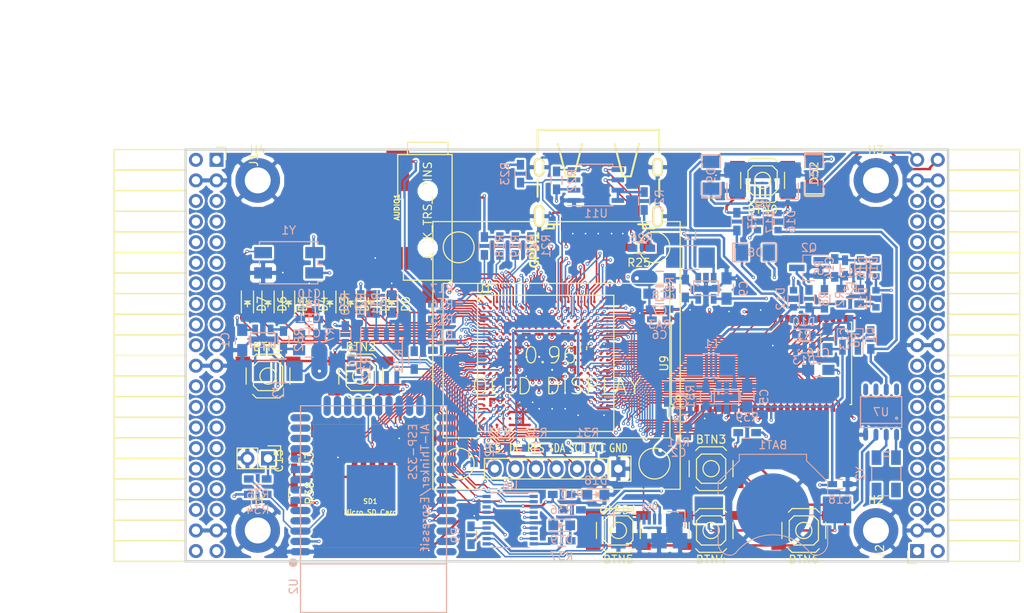
<source format=kicad_pcb>
(kicad_pcb (version 4) (host pcbnew 4.0.5+dfsg1-4)
  (layers (0 F.Cu signal) (1 In1.Cu signal) (2 In2.Cu signal) (31 B.Cu signal) (34 B.Paste user) (35 F.Paste user) (36 B.SilkS user) (37 F.SilkS user) (38 B.Mask user) (39 F.Mask user) (44 Edge.Cuts user))
  (net 0 "")
  (net 1 GND)
  (net 2 +5V)
  (net 3 /gpio/IN5V)
  (net 4 /gpio/OUT5V)
  (net 5 +3V3)
  (net 6 "Net-(L1-Pad1)")
  (net 7 "Net-(L2-Pad1)")
  (net 8 +1V2)
  (net 9 BTN_D)
  (net 10 BTN_F1)
  (net 11 BTN_F2)
  (net 12 BTN_L)
  (net 13 BTN_R)
  (net 14 BTN_U)
  (net 15 /power/FB1)
  (net 16 +2V5)
  (net 17 "Net-(L3-Pad1)")
  (net 18 /power/PWREN)
  (net 19 /power/FB3)
  (net 20 /power/FB2)
  (net 21 "Net-(D9-Pad1)")
  (net 22 /power/VBAT)
  (net 23 JTAG_TDI)
  (net 24 JTAG_TCK)
  (net 25 JTAG_TMS)
  (net 26 JTAG_TDO)
  (net 27 /power/WAKEUPn)
  (net 28 /power/WKUP)
  (net 29 /power/SHUT)
  (net 30 /power/WAKE)
  (net 31 /power/HOLD)
  (net 32 /power/WKn)
  (net 33 /power/OSCI_32k)
  (net 34 /power/OSCO_32k)
  (net 35 "Net-(Q2-Pad3)")
  (net 36 SHUTDOWN)
  (net 37 /analog/AUDIO_L)
  (net 38 /analog/AUDIO_R)
  (net 39 GPDI_5V_SCL)
  (net 40 GPDI_5V_SDA)
  (net 41 GPDI_SDA)
  (net 42 GPDI_SCL)
  (net 43 /gpdi/VREF2)
  (net 44 SD_CMD)
  (net 45 SD_CLK)
  (net 46 SD_D0)
  (net 47 SD_D1)
  (net 48 USB5V)
  (net 49 "Net-(BTN0-Pad1)")
  (net 50 GPDI_CEC)
  (net 51 nRESET)
  (net 52 FTDI_nDTR)
  (net 53 SDRAM_CKE)
  (net 54 SDRAM_A7)
  (net 55 SDRAM_D15)
  (net 56 SDRAM_BA1)
  (net 57 SDRAM_D7)
  (net 58 SDRAM_A6)
  (net 59 SDRAM_CLK)
  (net 60 SDRAM_D13)
  (net 61 SDRAM_BA0)
  (net 62 SDRAM_D6)
  (net 63 SDRAM_A5)
  (net 64 SDRAM_D14)
  (net 65 SDRAM_A11)
  (net 66 SDRAM_D12)
  (net 67 SDRAM_D5)
  (net 68 SDRAM_A4)
  (net 69 SDRAM_A10)
  (net 70 SDRAM_D11)
  (net 71 SDRAM_A3)
  (net 72 SDRAM_D4)
  (net 73 SDRAM_D10)
  (net 74 SDRAM_D9)
  (net 75 SDRAM_A9)
  (net 76 SDRAM_D3)
  (net 77 SDRAM_D8)
  (net 78 SDRAM_A8)
  (net 79 SDRAM_A2)
  (net 80 SDRAM_A1)
  (net 81 SDRAM_A0)
  (net 82 SDRAM_D2)
  (net 83 SDRAM_D1)
  (net 84 SDRAM_D0)
  (net 85 SDRAM_DQM0)
  (net 86 SDRAM_nCS)
  (net 87 SDRAM_nRAS)
  (net 88 SDRAM_DQM1)
  (net 89 SDRAM_nCAS)
  (net 90 SDRAM_nWE)
  (net 91 /flash/FLASH_nWP)
  (net 92 /flash/FLASH_nHOLD)
  (net 93 /flash/FLASH_MOSI)
  (net 94 /flash/FLASH_MISO)
  (net 95 /flash/FLASH_SCK)
  (net 96 /flash/FLASH_nCS)
  (net 97 /flash/FPGA_PROGRAMN)
  (net 98 /flash/FPGA_DONE)
  (net 99 /flash/FPGA_INITN)
  (net 100 OLED_RES)
  (net 101 OLED_DC)
  (net 102 OLED_CS)
  (net 103 WIFI_EN)
  (net 104 FTDI_nRTS)
  (net 105 FTDI_TXD)
  (net 106 FTDI_RXD)
  (net 107 WIFI_RXD)
  (net 108 WIFI_GPIO0)
  (net 109 WIFI_TXD)
  (net 110 GPDI_ETH-)
  (net 111 GPDI_ETH+)
  (net 112 GPDI_D2+)
  (net 113 GPDI_D2-)
  (net 114 GPDI_D1+)
  (net 115 GPDI_D1-)
  (net 116 GPDI_D0+)
  (net 117 GPDI_D0-)
  (net 118 GPDI_CLK+)
  (net 119 GPDI_CLK-)
  (net 120 USB_FPGA_D+)
  (net 121 USB_FPGA_D-)
  (net 122 USB_FTDI_D+)
  (net 123 USB_FTDI_D-)
  (net 124 J1_17-)
  (net 125 J1_17+)
  (net 126 J1_23-)
  (net 127 J1_23+)
  (net 128 J1_25-)
  (net 129 J1_25+)
  (net 130 J1_27-)
  (net 131 J1_27+)
  (net 132 J1_29-)
  (net 133 J1_29+)
  (net 134 J1_31-)
  (net 135 J1_31+)
  (net 136 J1_33-)
  (net 137 J1_33+)
  (net 138 J1_35-)
  (net 139 J1_35+)
  (net 140 J2_5-)
  (net 141 J2_5+)
  (net 142 J2_7-)
  (net 143 J2_7+)
  (net 144 J2_9-)
  (net 145 J2_9+)
  (net 146 J2_13-)
  (net 147 J2_13+)
  (net 148 J2_17-)
  (net 149 J2_17+)
  (net 150 J2_11-)
  (net 151 J2_11+)
  (net 152 J2_23-)
  (net 153 J2_23+)
  (net 154 J1_5-)
  (net 155 J1_5+)
  (net 156 J1_7-)
  (net 157 J1_7+)
  (net 158 J1_9-)
  (net 159 J1_9+)
  (net 160 J1_11-)
  (net 161 J1_11+)
  (net 162 J1_13-)
  (net 163 J1_13+)
  (net 164 J1_15-)
  (net 165 J1_15+)
  (net 166 J2_15-)
  (net 167 J2_15+)
  (net 168 J2_25-)
  (net 169 J2_25+)
  (net 170 J2_27-)
  (net 171 J2_27+)
  (net 172 J2_29-)
  (net 173 J2_29+)
  (net 174 J2_31-)
  (net 175 J2_31+)
  (net 176 J2_33-)
  (net 177 J2_33+)
  (net 178 J2_35-)
  (net 179 J2_35+)
  (net 180 SD_D3)
  (net 181 AUDIO_L3)
  (net 182 AUDIO_L2)
  (net 183 AUDIO_L1)
  (net 184 AUDIO_L0)
  (net 185 AUDIO_R3)
  (net 186 AUDIO_R2)
  (net 187 AUDIO_R1)
  (net 188 AUDIO_R0)
  (net 189 OLED_CLK)
  (net 190 OLED_MOSI)
  (net 191 LED0)
  (net 192 LED1)
  (net 193 LED2)
  (net 194 LED3)
  (net 195 LED4)
  (net 196 LED5)
  (net 197 LED6)
  (net 198 LED7)
  (net 199 BTN_PWRn)
  (net 200 "Net-(J3-Pad1)")
  (net 201 FTDI_nTXLED)
  (net 202 FTDI_nSLEEP)
  (net 203 /blinkey/LED_PWREN)
  (net 204 /blinkey/LED_TXLED)
  (net 205 FT3V3)
  (net 206 /sdcard/SD3V3)
  (net 207 SD_D2)
  (net 208 FTDI_nSUSPEND)
  (net 209 CLK_25MHz)
  (net 210 /blinkey/BTNPUL)
  (net 211 /blinkey/BTNPUR)
  (module lfe5bg381:BGA-381_pitch0.8mm_dia0.4mm (layer F.Cu) (at 138.48 87.8)
    (fp_text reference U1 (at -7.6 -9.2) (layer F.SilkS))
    (fp_text value LFE5U-25F-6BG381C)
    (pad A2 smd circle (at -6.8 -7.6) (size 0.35 0.35) (layers F.Cu F.Paste F.Mask) (net 131 J1_27+))
    (pad A3 smd circle (at -6 -7.6) (size 0.35 0.35) (layers F.Cu F.Paste F.Mask) (net 185 AUDIO_R3))
    (pad A4 smd circle (at -5.2 -7.6) (size 0.35 0.35) (layers F.Cu F.Paste F.Mask) (net 129 J1_25+))
    (pad A5 smd circle (at -4.4 -7.6) (size 0.35 0.35) (layers F.Cu F.Paste F.Mask) (net 128 J1_25-))
    (pad A6 smd circle (at -3.6 -7.6) (size 0.35 0.35) (layers F.Cu F.Paste F.Mask) (net 127 J1_23+))
    (pad A7 smd circle (at -2.8 -7.6) (size 0.35 0.35) (layers F.Cu F.Paste F.Mask) (net 163 J1_13+))
    (pad A8 smd circle (at -2 -7.6) (size 0.35 0.35) (layers F.Cu F.Paste F.Mask) (net 162 J1_13-))
    (pad A9 smd circle (at -1.2 -7.6) (size 0.35 0.35) (layers F.Cu F.Paste F.Mask) (net 158 J1_9-))
    (pad A10 smd circle (at -0.4 -7.6) (size 0.35 0.35) (layers F.Cu F.Paste F.Mask) (net 157 J1_7+))
    (pad A11 smd circle (at 0.4 -7.6) (size 0.35 0.35) (layers F.Cu F.Paste F.Mask) (net 156 J1_7-))
    (pad A12 smd circle (at 1.2 -7.6) (size 0.35 0.35) (layers F.Cu F.Paste F.Mask) (net 111 GPDI_ETH+))
    (pad A13 smd circle (at 2 -7.6) (size 0.35 0.35) (layers F.Cu F.Paste F.Mask) (net 110 GPDI_ETH-))
    (pad A14 smd circle (at 2.8 -7.6) (size 0.35 0.35) (layers F.Cu F.Paste F.Mask) (net 112 GPDI_D2+))
    (pad A15 smd circle (at 3.6 -7.6) (size 0.35 0.35) (layers F.Cu F.Paste F.Mask))
    (pad A16 smd circle (at 4.4 -7.6) (size 0.35 0.35) (layers F.Cu F.Paste F.Mask) (net 114 GPDI_D1+))
    (pad A17 smd circle (at 5.2 -7.6) (size 0.35 0.35) (layers F.Cu F.Paste F.Mask) (net 116 GPDI_D0+))
    (pad A18 smd circle (at 6 -7.6) (size 0.35 0.35) (layers F.Cu F.Paste F.Mask) (net 118 GPDI_CLK+))
    (pad A19 smd circle (at 6.8 -7.6) (size 0.35 0.35) (layers F.Cu F.Paste F.Mask) (net 50 GPDI_CEC))
    (pad B1 smd circle (at -7.6 -6.8) (size 0.35 0.35) (layers F.Cu F.Paste F.Mask) (net 130 J1_27-))
    (pad B2 smd circle (at -6.8 -6.8) (size 0.35 0.35) (layers F.Cu F.Paste F.Mask) (net 191 LED0))
    (pad B3 smd circle (at -6 -6.8) (size 0.35 0.35) (layers F.Cu F.Paste F.Mask) (net 184 AUDIO_L0))
    (pad B4 smd circle (at -5.2 -6.8) (size 0.35 0.35) (layers F.Cu F.Paste F.Mask) (net 132 J1_29-))
    (pad B5 smd circle (at -4.4 -6.8) (size 0.35 0.35) (layers F.Cu F.Paste F.Mask) (net 186 AUDIO_R2))
    (pad B6 smd circle (at -3.6 -6.8) (size 0.35 0.35) (layers F.Cu F.Paste F.Mask) (net 126 J1_23-))
    (pad B7 smd circle (at -2.8 -6.8) (size 0.35 0.35) (layers F.Cu F.Paste F.Mask) (net 1 GND))
    (pad B8 smd circle (at -2 -6.8) (size 0.35 0.35) (layers F.Cu F.Paste F.Mask) (net 164 J1_15-))
    (pad B9 smd circle (at -1.2 -6.8) (size 0.35 0.35) (layers F.Cu F.Paste F.Mask) (net 161 J1_11+))
    (pad B10 smd circle (at -0.4 -6.8) (size 0.35 0.35) (layers F.Cu F.Paste F.Mask) (net 159 J1_9+))
    (pad B11 smd circle (at 0.4 -6.8) (size 0.35 0.35) (layers F.Cu F.Paste F.Mask) (net 155 J1_5+))
    (pad B12 smd circle (at 1.2 -6.8) (size 0.35 0.35) (layers F.Cu F.Paste F.Mask))
    (pad B13 smd circle (at 2 -6.8) (size 0.35 0.35) (layers F.Cu F.Paste F.Mask) (net 177 J2_33+))
    (pad B14 smd circle (at 2.8 -6.8) (size 0.35 0.35) (layers F.Cu F.Paste F.Mask) (net 1 GND))
    (pad B15 smd circle (at 3.6 -6.8) (size 0.35 0.35) (layers F.Cu F.Paste F.Mask) (net 175 J2_31+))
    (pad B16 smd circle (at 4.4 -6.8) (size 0.35 0.35) (layers F.Cu F.Paste F.Mask) (net 115 GPDI_D1-))
    (pad B17 smd circle (at 5.2 -6.8) (size 0.35 0.35) (layers F.Cu F.Paste F.Mask) (net 171 J2_27+))
    (pad B18 smd circle (at 6 -6.8) (size 0.35 0.35) (layers F.Cu F.Paste F.Mask) (net 117 GPDI_D0-))
    (pad B19 smd circle (at 6.8 -6.8) (size 0.35 0.35) (layers F.Cu F.Paste F.Mask) (net 119 GPDI_CLK-))
    (pad B20 smd circle (at 7.6 -6.8) (size 0.35 0.35) (layers F.Cu F.Paste F.Mask) (net 41 GPDI_SDA))
    (pad C1 smd circle (at -7.6 -6) (size 0.35 0.35) (layers F.Cu F.Paste F.Mask) (net 193 LED2))
    (pad C2 smd circle (at -6.8 -6) (size 0.35 0.35) (layers F.Cu F.Paste F.Mask) (net 192 LED1))
    (pad C3 smd circle (at -6 -6) (size 0.35 0.35) (layers F.Cu F.Paste F.Mask) (net 183 AUDIO_L1))
    (pad C4 smd circle (at -5.2 -6) (size 0.35 0.35) (layers F.Cu F.Paste F.Mask) (net 133 J1_29+))
    (pad C5 smd circle (at -4.4 -6) (size 0.35 0.35) (layers F.Cu F.Paste F.Mask) (net 188 AUDIO_R0))
    (pad C6 smd circle (at -3.6 -6) (size 0.35 0.35) (layers F.Cu F.Paste F.Mask) (net 125 J1_17+))
    (pad C7 smd circle (at -2.8 -6) (size 0.35 0.35) (layers F.Cu F.Paste F.Mask) (net 124 J1_17-))
    (pad C8 smd circle (at -2 -6) (size 0.35 0.35) (layers F.Cu F.Paste F.Mask) (net 165 J1_15+))
    (pad C9 smd circle (at -1.2 -6) (size 0.35 0.35) (layers F.Cu F.Paste F.Mask))
    (pad C10 smd circle (at -0.4 -6) (size 0.35 0.35) (layers F.Cu F.Paste F.Mask) (net 160 J1_11-))
    (pad C11 smd circle (at 0.4 -6) (size 0.35 0.35) (layers F.Cu F.Paste F.Mask) (net 154 J1_5-))
    (pad C12 smd circle (at 1.2 -6) (size 0.35 0.35) (layers F.Cu F.Paste F.Mask) (net 42 GPDI_SCL))
    (pad C13 smd circle (at 2 -6) (size 0.35 0.35) (layers F.Cu F.Paste F.Mask) (net 176 J2_33-))
    (pad C14 smd circle (at 2.8 -6) (size 0.35 0.35) (layers F.Cu F.Paste F.Mask) (net 113 GPDI_D2-))
    (pad C15 smd circle (at 3.6 -6) (size 0.35 0.35) (layers F.Cu F.Paste F.Mask) (net 174 J2_31-))
    (pad C16 smd circle (at 4.4 -6) (size 0.35 0.35) (layers F.Cu F.Paste F.Mask) (net 173 J2_29+))
    (pad C17 smd circle (at 5.2 -6) (size 0.35 0.35) (layers F.Cu F.Paste F.Mask) (net 170 J2_27-))
    (pad C18 smd circle (at 6 -6) (size 0.35 0.35) (layers F.Cu F.Paste F.Mask) (net 153 J2_23+))
    (pad C19 smd circle (at 6.8 -6) (size 0.35 0.35) (layers F.Cu F.Paste F.Mask) (net 1 GND))
    (pad C20 smd circle (at 7.6 -6) (size 0.35 0.35) (layers F.Cu F.Paste F.Mask) (net 55 SDRAM_D15))
    (pad D1 smd circle (at -7.6 -5.2) (size 0.35 0.35) (layers F.Cu F.Paste F.Mask) (net 195 LED4))
    (pad D2 smd circle (at -6.8 -5.2) (size 0.35 0.35) (layers F.Cu F.Paste F.Mask) (net 194 LED3))
    (pad D3 smd circle (at -6 -5.2) (size 0.35 0.35) (layers F.Cu F.Paste F.Mask) (net 182 AUDIO_L2))
    (pad D4 smd circle (at -5.2 -5.2) (size 0.35 0.35) (layers F.Cu F.Paste F.Mask) (net 1 GND))
    (pad D5 smd circle (at -4.4 -5.2) (size 0.35 0.35) (layers F.Cu F.Paste F.Mask) (net 187 AUDIO_R1))
    (pad D6 smd circle (at -3.6 -5.2) (size 0.35 0.35) (layers F.Cu F.Paste F.Mask) (net 199 BTN_PWRn))
    (pad D7 smd circle (at -2.8 -5.2) (size 0.35 0.35) (layers F.Cu F.Paste F.Mask))
    (pad D8 smd circle (at -2 -5.2) (size 0.35 0.35) (layers F.Cu F.Paste F.Mask))
    (pad D9 smd circle (at -1.2 -5.2) (size 0.35 0.35) (layers F.Cu F.Paste F.Mask))
    (pad D10 smd circle (at -0.4 -5.2) (size 0.35 0.35) (layers F.Cu F.Paste F.Mask))
    (pad D11 smd circle (at 0.4 -5.2) (size 0.35 0.35) (layers F.Cu F.Paste F.Mask))
    (pad D12 smd circle (at 1.2 -5.2) (size 0.35 0.35) (layers F.Cu F.Paste F.Mask))
    (pad D13 smd circle (at 2 -5.2) (size 0.35 0.35) (layers F.Cu F.Paste F.Mask) (net 179 J2_35+))
    (pad D14 smd circle (at 2.8 -5.2) (size 0.35 0.35) (layers F.Cu F.Paste F.Mask))
    (pad D15 smd circle (at 3.6 -5.2) (size 0.35 0.35) (layers F.Cu F.Paste F.Mask) (net 169 J2_25+))
    (pad D16 smd circle (at 4.4 -5.2) (size 0.35 0.35) (layers F.Cu F.Paste F.Mask) (net 172 J2_29-))
    (pad D17 smd circle (at 5.2 -5.2) (size 0.35 0.35) (layers F.Cu F.Paste F.Mask) (net 152 J2_23-))
    (pad D18 smd circle (at 6 -5.2) (size 0.35 0.35) (layers F.Cu F.Paste F.Mask) (net 149 J2_17+))
    (pad D19 smd circle (at 6.8 -5.2) (size 0.35 0.35) (layers F.Cu F.Paste F.Mask) (net 64 SDRAM_D14))
    (pad D20 smd circle (at 7.6 -5.2) (size 0.35 0.35) (layers F.Cu F.Paste F.Mask) (net 60 SDRAM_D13))
    (pad E1 smd circle (at -7.6 -4.4) (size 0.35 0.35) (layers F.Cu F.Paste F.Mask) (net 197 LED6))
    (pad E2 smd circle (at -6.8 -4.4) (size 0.35 0.35) (layers F.Cu F.Paste F.Mask) (net 196 LED5))
    (pad E3 smd circle (at -6 -4.4) (size 0.35 0.35) (layers F.Cu F.Paste F.Mask) (net 134 J1_31-))
    (pad E4 smd circle (at -5.2 -4.4) (size 0.35 0.35) (layers F.Cu F.Paste F.Mask) (net 181 AUDIO_L3))
    (pad E5 smd circle (at -4.4 -4.4) (size 0.35 0.35) (layers F.Cu F.Paste F.Mask))
    (pad E6 smd circle (at -3.6 -4.4) (size 0.35 0.35) (layers F.Cu F.Paste F.Mask))
    (pad E7 smd circle (at -2.8 -4.4) (size 0.35 0.35) (layers F.Cu F.Paste F.Mask))
    (pad E8 smd circle (at -2 -4.4) (size 0.35 0.35) (layers F.Cu F.Paste F.Mask))
    (pad E9 smd circle (at -1.2 -4.4) (size 0.35 0.35) (layers F.Cu F.Paste F.Mask))
    (pad E10 smd circle (at -0.4 -4.4) (size 0.35 0.35) (layers F.Cu F.Paste F.Mask))
    (pad E11 smd circle (at 0.4 -4.4) (size 0.35 0.35) (layers F.Cu F.Paste F.Mask))
    (pad E12 smd circle (at 1.2 -4.4) (size 0.35 0.35) (layers F.Cu F.Paste F.Mask))
    (pad E13 smd circle (at 2 -4.4) (size 0.35 0.35) (layers F.Cu F.Paste F.Mask) (net 178 J2_35-))
    (pad E14 smd circle (at 2.8 -4.4) (size 0.35 0.35) (layers F.Cu F.Paste F.Mask))
    (pad E15 smd circle (at 3.6 -4.4) (size 0.35 0.35) (layers F.Cu F.Paste F.Mask) (net 168 J2_25-))
    (pad E16 smd circle (at 4.4 -4.4) (size 0.35 0.35) (layers F.Cu F.Paste F.Mask))
    (pad E17 smd circle (at 5.2 -4.4) (size 0.35 0.35) (layers F.Cu F.Paste F.Mask) (net 148 J2_17-))
    (pad E18 smd circle (at 6 -4.4) (size 0.35 0.35) (layers F.Cu F.Paste F.Mask) (net 72 SDRAM_D4))
    (pad E19 smd circle (at 6.8 -4.4) (size 0.35 0.35) (layers F.Cu F.Paste F.Mask) (net 66 SDRAM_D12))
    (pad E20 smd circle (at 7.6 -4.4) (size 0.35 0.35) (layers F.Cu F.Paste F.Mask) (net 70 SDRAM_D11))
    (pad F1 smd circle (at -7.6 -3.6) (size 0.35 0.35) (layers F.Cu F.Paste F.Mask))
    (pad F2 smd circle (at -6.8 -3.6) (size 0.35 0.35) (layers F.Cu F.Paste F.Mask) (net 209 CLK_25MHz))
    (pad F3 smd circle (at -6 -3.6) (size 0.35 0.35) (layers F.Cu F.Paste F.Mask) (net 136 J1_33-))
    (pad F4 smd circle (at -5.2 -3.6) (size 0.35 0.35) (layers F.Cu F.Paste F.Mask) (net 135 J1_31+))
    (pad F5 smd circle (at -4.4 -3.6) (size 0.35 0.35) (layers F.Cu F.Paste F.Mask))
    (pad F6 smd circle (at -3.6 -3.6) (size 0.35 0.35) (layers F.Cu F.Paste F.Mask) (net 16 +2V5))
    (pad F7 smd circle (at -2.8 -3.6) (size 0.35 0.35) (layers F.Cu F.Paste F.Mask) (net 1 GND))
    (pad F8 smd circle (at -2 -3.6) (size 0.35 0.35) (layers F.Cu F.Paste F.Mask) (net 1 GND))
    (pad F9 smd circle (at -1.2 -3.6) (size 0.35 0.35) (layers F.Cu F.Paste F.Mask) (net 5 +3V3))
    (pad F10 smd circle (at -0.4 -3.6) (size 0.35 0.35) (layers F.Cu F.Paste F.Mask) (net 5 +3V3))
    (pad F11 smd circle (at 0.4 -3.6) (size 0.35 0.35) (layers F.Cu F.Paste F.Mask) (net 5 +3V3))
    (pad F12 smd circle (at 1.2 -3.6) (size 0.35 0.35) (layers F.Cu F.Paste F.Mask) (net 5 +3V3))
    (pad F13 smd circle (at 2 -3.6) (size 0.35 0.35) (layers F.Cu F.Paste F.Mask) (net 1 GND))
    (pad F14 smd circle (at 2.8 -3.6) (size 0.35 0.35) (layers F.Cu F.Paste F.Mask) (net 1 GND))
    (pad F15 smd circle (at 3.6 -3.6) (size 0.35 0.35) (layers F.Cu F.Paste F.Mask) (net 16 +2V5))
    (pad F16 smd circle (at 4.4 -3.6) (size 0.35 0.35) (layers F.Cu F.Paste F.Mask))
    (pad F17 smd circle (at 5.2 -3.6) (size 0.35 0.35) (layers F.Cu F.Paste F.Mask) (net 167 J2_15+))
    (pad F18 smd circle (at 6 -3.6) (size 0.35 0.35) (layers F.Cu F.Paste F.Mask) (net 67 SDRAM_D5))
    (pad F19 smd circle (at 6.8 -3.6) (size 0.35 0.35) (layers F.Cu F.Paste F.Mask) (net 73 SDRAM_D10))
    (pad F20 smd circle (at 7.6 -3.6) (size 0.35 0.35) (layers F.Cu F.Paste F.Mask) (net 74 SDRAM_D9))
    (pad G1 smd circle (at -7.6 -2.8) (size 0.35 0.35) (layers F.Cu F.Paste F.Mask))
    (pad G2 smd circle (at -6.8 -2.8) (size 0.35 0.35) (layers F.Cu F.Paste F.Mask) (net 103 WIFI_EN))
    (pad G3 smd circle (at -6 -2.8) (size 0.35 0.35) (layers F.Cu F.Paste F.Mask) (net 137 J1_33+))
    (pad G4 smd circle (at -5.2 -2.8) (size 0.35 0.35) (layers F.Cu F.Paste F.Mask) (net 1 GND))
    (pad G5 smd circle (at -4.4 -2.8) (size 0.35 0.35) (layers F.Cu F.Paste F.Mask) (net 138 J1_35-))
    (pad G6 smd circle (at -3.6 -2.8) (size 0.35 0.35) (layers F.Cu F.Paste F.Mask) (net 1 GND))
    (pad G7 smd circle (at -2.8 -2.8) (size 0.35 0.35) (layers F.Cu F.Paste F.Mask) (net 1 GND))
    (pad G8 smd circle (at -2 -2.8) (size 0.35 0.35) (layers F.Cu F.Paste F.Mask) (net 1 GND))
    (pad G9 smd circle (at -1.2 -2.8) (size 0.35 0.35) (layers F.Cu F.Paste F.Mask) (net 1 GND))
    (pad G10 smd circle (at -0.4 -2.8) (size 0.35 0.35) (layers F.Cu F.Paste F.Mask) (net 1 GND))
    (pad G11 smd circle (at 0.4 -2.8) (size 0.35 0.35) (layers F.Cu F.Paste F.Mask) (net 1 GND))
    (pad G12 smd circle (at 1.2 -2.8) (size 0.35 0.35) (layers F.Cu F.Paste F.Mask) (net 1 GND))
    (pad G13 smd circle (at 2 -2.8) (size 0.35 0.35) (layers F.Cu F.Paste F.Mask) (net 1 GND))
    (pad G14 smd circle (at 2.8 -2.8) (size 0.35 0.35) (layers F.Cu F.Paste F.Mask) (net 1 GND))
    (pad G15 smd circle (at 3.6 -2.8) (size 0.35 0.35) (layers F.Cu F.Paste F.Mask) (net 1 GND))
    (pad G16 smd circle (at 4.4 -2.8) (size 0.35 0.35) (layers F.Cu F.Paste F.Mask))
    (pad G17 smd circle (at 5.2 -2.8) (size 0.35 0.35) (layers F.Cu F.Paste F.Mask) (net 1 GND))
    (pad G18 smd circle (at 6 -2.8) (size 0.35 0.35) (layers F.Cu F.Paste F.Mask) (net 166 J2_15-))
    (pad G19 smd circle (at 6.8 -2.8) (size 0.35 0.35) (layers F.Cu F.Paste F.Mask) (net 77 SDRAM_D8))
    (pad G20 smd circle (at 7.6 -2.8) (size 0.35 0.35) (layers F.Cu F.Paste F.Mask) (net 88 SDRAM_DQM1))
    (pad H1 smd circle (at -7.6 -2) (size 0.35 0.35) (layers F.Cu F.Paste F.Mask) (net 180 SD_D3))
    (pad H2 smd circle (at -6.8 -2) (size 0.35 0.35) (layers F.Cu F.Paste F.Mask) (net 207 SD_D2))
    (pad H3 smd circle (at -6 -2) (size 0.35 0.35) (layers F.Cu F.Paste F.Mask) (net 198 LED7))
    (pad H4 smd circle (at -5.2 -2) (size 0.35 0.35) (layers F.Cu F.Paste F.Mask) (net 139 J1_35+))
    (pad H5 smd circle (at -4.4 -2) (size 0.35 0.35) (layers F.Cu F.Paste F.Mask))
    (pad H6 smd circle (at -3.6 -2) (size 0.35 0.35) (layers F.Cu F.Paste F.Mask) (net 5 +3V3))
    (pad H7 smd circle (at -2.8 -2) (size 0.35 0.35) (layers F.Cu F.Paste F.Mask) (net 5 +3V3))
    (pad H8 smd circle (at -2 -2) (size 0.35 0.35) (layers F.Cu F.Paste F.Mask) (net 8 +1V2))
    (pad H9 smd circle (at -1.2 -2) (size 0.35 0.35) (layers F.Cu F.Paste F.Mask) (net 8 +1V2))
    (pad H10 smd circle (at -0.4 -2) (size 0.35 0.35) (layers F.Cu F.Paste F.Mask) (net 8 +1V2))
    (pad H11 smd circle (at 0.4 -2) (size 0.35 0.35) (layers F.Cu F.Paste F.Mask) (net 8 +1V2))
    (pad H12 smd circle (at 1.2 -2) (size 0.35 0.35) (layers F.Cu F.Paste F.Mask) (net 8 +1V2))
    (pad H13 smd circle (at 2 -2) (size 0.35 0.35) (layers F.Cu F.Paste F.Mask) (net 8 +1V2))
    (pad H14 smd circle (at 2.8 -2) (size 0.35 0.35) (layers F.Cu F.Paste F.Mask) (net 5 +3V3))
    (pad H15 smd circle (at 3.6 -2) (size 0.35 0.35) (layers F.Cu F.Paste F.Mask) (net 5 +3V3))
    (pad H16 smd circle (at 4.4 -2) (size 0.35 0.35) (layers F.Cu F.Paste F.Mask))
    (pad H17 smd circle (at 5.2 -2) (size 0.35 0.35) (layers F.Cu F.Paste F.Mask) (net 146 J2_13-))
    (pad H18 smd circle (at 6 -2) (size 0.35 0.35) (layers F.Cu F.Paste F.Mask) (net 147 J2_13+))
    (pad H19 smd circle (at 6.8 -2) (size 0.35 0.35) (layers F.Cu F.Paste F.Mask) (net 1 GND))
    (pad H20 smd circle (at 7.6 -2) (size 0.35 0.35) (layers F.Cu F.Paste F.Mask) (net 59 SDRAM_CLK))
    (pad J1 smd circle (at -7.6 -1.2) (size 0.35 0.35) (layers F.Cu F.Paste F.Mask) (net 45 SD_CLK))
    (pad J2 smd circle (at -6.8 -1.2) (size 0.35 0.35) (layers F.Cu F.Paste F.Mask) (net 1 GND))
    (pad J3 smd circle (at -6 -1.2) (size 0.35 0.35) (layers F.Cu F.Paste F.Mask) (net 44 SD_CMD))
    (pad J4 smd circle (at -5.2 -1.2) (size 0.35 0.35) (layers F.Cu F.Paste F.Mask))
    (pad J5 smd circle (at -4.4 -1.2) (size 0.35 0.35) (layers F.Cu F.Paste F.Mask))
    (pad J6 smd circle (at -3.6 -1.2) (size 0.35 0.35) (layers F.Cu F.Paste F.Mask) (net 5 +3V3))
    (pad J7 smd circle (at -2.8 -1.2) (size 0.35 0.35) (layers F.Cu F.Paste F.Mask) (net 1 GND))
    (pad J8 smd circle (at -2 -1.2) (size 0.35 0.35) (layers F.Cu F.Paste F.Mask) (net 8 +1V2))
    (pad J9 smd circle (at -1.2 -1.2) (size 0.35 0.35) (layers F.Cu F.Paste F.Mask) (net 1 GND))
    (pad J10 smd circle (at -0.4 -1.2) (size 0.35 0.35) (layers F.Cu F.Paste F.Mask) (net 1 GND))
    (pad J11 smd circle (at 0.4 -1.2) (size 0.35 0.35) (layers F.Cu F.Paste F.Mask) (net 1 GND))
    (pad J12 smd circle (at 1.2 -1.2) (size 0.35 0.35) (layers F.Cu F.Paste F.Mask) (net 1 GND))
    (pad J13 smd circle (at 2 -1.2) (size 0.35 0.35) (layers F.Cu F.Paste F.Mask) (net 8 +1V2))
    (pad J14 smd circle (at 2.8 -1.2) (size 0.35 0.35) (layers F.Cu F.Paste F.Mask) (net 1 GND))
    (pad J15 smd circle (at 3.6 -1.2) (size 0.35 0.35) (layers F.Cu F.Paste F.Mask) (net 5 +3V3))
    (pad J16 smd circle (at 4.4 -1.2) (size 0.35 0.35) (layers F.Cu F.Paste F.Mask))
    (pad J17 smd circle (at 5.2 -1.2) (size 0.35 0.35) (layers F.Cu F.Paste F.Mask))
    (pad J18 smd circle (at 6 -1.2) (size 0.35 0.35) (layers F.Cu F.Paste F.Mask) (net 76 SDRAM_D3))
    (pad J19 smd circle (at 6.8 -1.2) (size 0.35 0.35) (layers F.Cu F.Paste F.Mask) (net 53 SDRAM_CKE))
    (pad J20 smd circle (at 7.6 -1.2) (size 0.35 0.35) (layers F.Cu F.Paste F.Mask) (net 65 SDRAM_A11))
    (pad K1 smd circle (at -7.6 -0.4) (size 0.35 0.35) (layers F.Cu F.Paste F.Mask) (net 47 SD_D1))
    (pad K2 smd circle (at -6.8 -0.4) (size 0.35 0.35) (layers F.Cu F.Paste F.Mask) (net 46 SD_D0))
    (pad K3 smd circle (at -6 -0.4) (size 0.35 0.35) (layers F.Cu F.Paste F.Mask) (net 107 WIFI_RXD))
    (pad K4 smd circle (at -5.2 -0.4) (size 0.35 0.35) (layers F.Cu F.Paste F.Mask) (net 109 WIFI_TXD))
    (pad K5 smd circle (at -4.4 -0.4) (size 0.35 0.35) (layers F.Cu F.Paste F.Mask) (net 121 USB_FPGA_D-))
    (pad K6 smd circle (at -3.6 -0.4) (size 0.35 0.35) (layers F.Cu F.Paste F.Mask) (net 1 GND))
    (pad K7 smd circle (at -2.8 -0.4) (size 0.35 0.35) (layers F.Cu F.Paste F.Mask) (net 1 GND))
    (pad K8 smd circle (at -2 -0.4) (size 0.35 0.35) (layers F.Cu F.Paste F.Mask) (net 8 +1V2))
    (pad K9 smd circle (at -1.2 -0.4) (size 0.35 0.35) (layers F.Cu F.Paste F.Mask) (net 1 GND))
    (pad K10 smd circle (at -0.4 -0.4) (size 0.35 0.35) (layers F.Cu F.Paste F.Mask) (net 1 GND))
    (pad K11 smd circle (at 0.4 -0.4) (size 0.35 0.35) (layers F.Cu F.Paste F.Mask) (net 1 GND))
    (pad K12 smd circle (at 1.2 -0.4) (size 0.35 0.35) (layers F.Cu F.Paste F.Mask) (net 1 GND))
    (pad K13 smd circle (at 2 -0.4) (size 0.35 0.35) (layers F.Cu F.Paste F.Mask) (net 8 +1V2))
    (pad K14 smd circle (at 2.8 -0.4) (size 0.35 0.35) (layers F.Cu F.Paste F.Mask) (net 1 GND))
    (pad K15 smd circle (at 3.6 -0.4) (size 0.35 0.35) (layers F.Cu F.Paste F.Mask) (net 1 GND))
    (pad K16 smd circle (at 4.4 -0.4) (size 0.35 0.35) (layers F.Cu F.Paste F.Mask))
    (pad K17 smd circle (at 5.2 -0.4) (size 0.35 0.35) (layers F.Cu F.Paste F.Mask))
    (pad K18 smd circle (at 6 -0.4) (size 0.35 0.35) (layers F.Cu F.Paste F.Mask) (net 82 SDRAM_D2))
    (pad K19 smd circle (at 6.8 -0.4) (size 0.35 0.35) (layers F.Cu F.Paste F.Mask) (net 75 SDRAM_A9))
    (pad K20 smd circle (at 7.6 -0.4) (size 0.35 0.35) (layers F.Cu F.Paste F.Mask) (net 78 SDRAM_A8))
    (pad L1 smd circle (at -7.6 0.4) (size 0.35 0.35) (layers F.Cu F.Paste F.Mask))
    (pad L2 smd circle (at -6.8 0.4) (size 0.35 0.35) (layers F.Cu F.Paste F.Mask) (net 108 WIFI_GPIO0))
    (pad L3 smd circle (at -6 0.4) (size 0.35 0.35) (layers F.Cu F.Paste F.Mask))
    (pad L4 smd circle (at -5.2 0.4) (size 0.35 0.35) (layers F.Cu F.Paste F.Mask) (net 106 FTDI_RXD))
    (pad L5 smd circle (at -4.4 0.4) (size 0.35 0.35) (layers F.Cu F.Paste F.Mask) (net 120 USB_FPGA_D+))
    (pad L6 smd circle (at -3.6 0.4) (size 0.35 0.35) (layers F.Cu F.Paste F.Mask) (net 5 +3V3))
    (pad L7 smd circle (at -2.8 0.4) (size 0.35 0.35) (layers F.Cu F.Paste F.Mask) (net 5 +3V3))
    (pad L8 smd circle (at -2 0.4) (size 0.35 0.35) (layers F.Cu F.Paste F.Mask) (net 8 +1V2))
    (pad L9 smd circle (at -1.2 0.4) (size 0.35 0.35) (layers F.Cu F.Paste F.Mask) (net 1 GND))
    (pad L10 smd circle (at -0.4 0.4) (size 0.35 0.35) (layers F.Cu F.Paste F.Mask) (net 1 GND))
    (pad L11 smd circle (at 0.4 0.4) (size 0.35 0.35) (layers F.Cu F.Paste F.Mask) (net 1 GND))
    (pad L12 smd circle (at 1.2 0.4) (size 0.35 0.35) (layers F.Cu F.Paste F.Mask) (net 1 GND))
    (pad L13 smd circle (at 2 0.4) (size 0.35 0.35) (layers F.Cu F.Paste F.Mask) (net 8 +1V2))
    (pad L14 smd circle (at 2.8 0.4) (size 0.35 0.35) (layers F.Cu F.Paste F.Mask) (net 5 +3V3))
    (pad L15 smd circle (at 3.6 0.4) (size 0.35 0.35) (layers F.Cu F.Paste F.Mask) (net 5 +3V3))
    (pad L16 smd circle (at 4.4 0.4) (size 0.35 0.35) (layers F.Cu F.Paste F.Mask) (net 151 J2_11+))
    (pad L17 smd circle (at 5.2 0.4) (size 0.35 0.35) (layers F.Cu F.Paste F.Mask) (net 150 J2_11-))
    (pad L18 smd circle (at 6 0.4) (size 0.35 0.35) (layers F.Cu F.Paste F.Mask) (net 83 SDRAM_D1))
    (pad L19 smd circle (at 6.8 0.4) (size 0.35 0.35) (layers F.Cu F.Paste F.Mask) (net 54 SDRAM_A7))
    (pad L20 smd circle (at 7.6 0.4) (size 0.35 0.35) (layers F.Cu F.Paste F.Mask) (net 58 SDRAM_A6))
    (pad M1 smd circle (at -7.6 1.2) (size 0.35 0.35) (layers F.Cu F.Paste F.Mask) (net 105 FTDI_TXD))
    (pad M2 smd circle (at -6.8 1.2) (size 0.35 0.35) (layers F.Cu F.Paste F.Mask) (net 1 GND))
    (pad M3 smd circle (at -6 1.2) (size 0.35 0.35) (layers F.Cu F.Paste F.Mask) (net 104 FTDI_nRTS))
    (pad M4 smd circle (at -5.2 1.2) (size 0.35 0.35) (layers F.Cu F.Paste F.Mask))
    (pad M5 smd circle (at -4.4 1.2) (size 0.35 0.35) (layers F.Cu F.Paste F.Mask))
    (pad M6 smd circle (at -3.6 1.2) (size 0.35 0.35) (layers F.Cu F.Paste F.Mask) (net 5 +3V3))
    (pad M7 smd circle (at -2.8 1.2) (size 0.35 0.35) (layers F.Cu F.Paste F.Mask) (net 1 GND))
    (pad M8 smd circle (at -2 1.2) (size 0.35 0.35) (layers F.Cu F.Paste F.Mask) (net 8 +1V2))
    (pad M9 smd circle (at -1.2 1.2) (size 0.35 0.35) (layers F.Cu F.Paste F.Mask) (net 1 GND))
    (pad M10 smd circle (at -0.4 1.2) (size 0.35 0.35) (layers F.Cu F.Paste F.Mask) (net 1 GND))
    (pad M11 smd circle (at 0.4 1.2) (size 0.35 0.35) (layers F.Cu F.Paste F.Mask) (net 1 GND))
    (pad M12 smd circle (at 1.2 1.2) (size 0.35 0.35) (layers F.Cu F.Paste F.Mask) (net 1 GND))
    (pad M13 smd circle (at 2 1.2) (size 0.35 0.35) (layers F.Cu F.Paste F.Mask) (net 8 +1V2))
    (pad M14 smd circle (at 2.8 1.2) (size 0.35 0.35) (layers F.Cu F.Paste F.Mask) (net 1 GND))
    (pad M15 smd circle (at 3.6 1.2) (size 0.35 0.35) (layers F.Cu F.Paste F.Mask) (net 5 +3V3))
    (pad M16 smd circle (at 4.4 1.2) (size 0.35 0.35) (layers F.Cu F.Paste F.Mask) (net 1 GND))
    (pad M17 smd circle (at 5.2 1.2) (size 0.35 0.35) (layers F.Cu F.Paste F.Mask) (net 144 J2_9-))
    (pad M18 smd circle (at 6 1.2) (size 0.35 0.35) (layers F.Cu F.Paste F.Mask) (net 84 SDRAM_D0))
    (pad M19 smd circle (at 6.8 1.2) (size 0.35 0.35) (layers F.Cu F.Paste F.Mask) (net 63 SDRAM_A5))
    (pad M20 smd circle (at 7.6 1.2) (size 0.35 0.35) (layers F.Cu F.Paste F.Mask) (net 68 SDRAM_A4))
    (pad N1 smd circle (at -7.6 2) (size 0.35 0.35) (layers F.Cu F.Paste F.Mask) (net 52 FTDI_nDTR))
    (pad N2 smd circle (at -6.8 2) (size 0.35 0.35) (layers F.Cu F.Paste F.Mask) (net 102 OLED_CS))
    (pad N3 smd circle (at -6 2) (size 0.35 0.35) (layers F.Cu F.Paste F.Mask))
    (pad N4 smd circle (at -5.2 2) (size 0.35 0.35) (layers F.Cu F.Paste F.Mask))
    (pad N5 smd circle (at -4.4 2) (size 0.35 0.35) (layers F.Cu F.Paste F.Mask))
    (pad N6 smd circle (at -3.6 2) (size 0.35 0.35) (layers F.Cu F.Paste F.Mask) (net 1 GND))
    (pad N7 smd circle (at -2.8 2) (size 0.35 0.35) (layers F.Cu F.Paste F.Mask) (net 1 GND))
    (pad N8 smd circle (at -2 2) (size 0.35 0.35) (layers F.Cu F.Paste F.Mask) (net 8 +1V2))
    (pad N9 smd circle (at -1.2 2) (size 0.35 0.35) (layers F.Cu F.Paste F.Mask) (net 8 +1V2))
    (pad N10 smd circle (at -0.4 2) (size 0.35 0.35) (layers F.Cu F.Paste F.Mask) (net 8 +1V2))
    (pad N11 smd circle (at 0.4 2) (size 0.35 0.35) (layers F.Cu F.Paste F.Mask) (net 8 +1V2))
    (pad N12 smd circle (at 1.2 2) (size 0.35 0.35) (layers F.Cu F.Paste F.Mask) (net 8 +1V2))
    (pad N13 smd circle (at 2 2) (size 0.35 0.35) (layers F.Cu F.Paste F.Mask) (net 8 +1V2))
    (pad N14 smd circle (at 2.8 2) (size 0.35 0.35) (layers F.Cu F.Paste F.Mask) (net 1 GND))
    (pad N15 smd circle (at 3.6 2) (size 0.35 0.35) (layers F.Cu F.Paste F.Mask) (net 1 GND))
    (pad N16 smd circle (at 4.4 2) (size 0.35 0.35) (layers F.Cu F.Paste F.Mask) (net 145 J2_9+))
    (pad N17 smd circle (at 5.2 2) (size 0.35 0.35) (layers F.Cu F.Paste F.Mask) (net 143 J2_7+))
    (pad N18 smd circle (at 6 2) (size 0.35 0.35) (layers F.Cu F.Paste F.Mask) (net 62 SDRAM_D6))
    (pad N19 smd circle (at 6.8 2) (size 0.35 0.35) (layers F.Cu F.Paste F.Mask) (net 71 SDRAM_A3))
    (pad N20 smd circle (at 7.6 2) (size 0.35 0.35) (layers F.Cu F.Paste F.Mask) (net 79 SDRAM_A2))
    (pad P1 smd circle (at -7.6 2.8) (size 0.35 0.35) (layers F.Cu F.Paste F.Mask) (net 101 OLED_DC))
    (pad P2 smd circle (at -6.8 2.8) (size 0.35 0.35) (layers F.Cu F.Paste F.Mask) (net 100 OLED_RES))
    (pad P3 smd circle (at -6 2.8) (size 0.35 0.35) (layers F.Cu F.Paste F.Mask) (net 190 OLED_MOSI))
    (pad P4 smd circle (at -5.2 2.8) (size 0.35 0.35) (layers F.Cu F.Paste F.Mask) (net 189 OLED_CLK))
    (pad P5 smd circle (at -4.4 2.8) (size 0.35 0.35) (layers F.Cu F.Paste F.Mask))
    (pad P6 smd circle (at -3.6 2.8) (size 0.35 0.35) (layers F.Cu F.Paste F.Mask) (net 16 +2V5))
    (pad P7 smd circle (at -2.8 2.8) (size 0.35 0.35) (layers F.Cu F.Paste F.Mask) (net 1 GND))
    (pad P8 smd circle (at -2 2.8) (size 0.35 0.35) (layers F.Cu F.Paste F.Mask) (net 1 GND))
    (pad P9 smd circle (at -1.2 2.8) (size 0.35 0.35) (layers F.Cu F.Paste F.Mask) (net 5 +3V3))
    (pad P10 smd circle (at -0.4 2.8) (size 0.35 0.35) (layers F.Cu F.Paste F.Mask) (net 5 +3V3))
    (pad P11 smd circle (at 0.4 2.8) (size 0.35 0.35) (layers F.Cu F.Paste F.Mask) (net 1 GND))
    (pad P12 smd circle (at 1.2 2.8) (size 0.35 0.35) (layers F.Cu F.Paste F.Mask) (net 1 GND))
    (pad P13 smd circle (at 2 2.8) (size 0.35 0.35) (layers F.Cu F.Paste F.Mask) (net 1 GND))
    (pad P14 smd circle (at 2.8 2.8) (size 0.35 0.35) (layers F.Cu F.Paste F.Mask) (net 1 GND))
    (pad P15 smd circle (at 3.6 2.8) (size 0.35 0.35) (layers F.Cu F.Paste F.Mask) (net 16 +2V5))
    (pad P16 smd circle (at 4.4 2.8) (size 0.35 0.35) (layers F.Cu F.Paste F.Mask) (net 142 J2_7-))
    (pad P17 smd circle (at 5.2 2.8) (size 0.35 0.35) (layers F.Cu F.Paste F.Mask))
    (pad P18 smd circle (at 6 2.8) (size 0.35 0.35) (layers F.Cu F.Paste F.Mask) (net 57 SDRAM_D7))
    (pad P19 smd circle (at 6.8 2.8) (size 0.35 0.35) (layers F.Cu F.Paste F.Mask) (net 80 SDRAM_A1))
    (pad P20 smd circle (at 7.6 2.8) (size 0.35 0.35) (layers F.Cu F.Paste F.Mask) (net 81 SDRAM_A0))
    (pad R1 smd circle (at -7.6 3.6) (size 0.35 0.35) (layers F.Cu F.Paste F.Mask) (net 10 BTN_F1))
    (pad R2 smd circle (at -6.8 3.6) (size 0.35 0.35) (layers F.Cu F.Paste F.Mask) (net 96 /flash/FLASH_nCS))
    (pad R3 smd circle (at -6 3.6) (size 0.35 0.35) (layers F.Cu F.Paste F.Mask))
    (pad R4 smd circle (at -5.2 3.6) (size 0.35 0.35) (layers F.Cu F.Paste F.Mask) (net 1 GND))
    (pad R5 smd circle (at -4.4 3.6) (size 0.35 0.35) (layers F.Cu F.Paste F.Mask) (net 23 JTAG_TDI))
    (pad R16 smd circle (at 4.4 3.6) (size 0.35 0.35) (layers F.Cu F.Paste F.Mask))
    (pad R17 smd circle (at 5.2 3.6) (size 0.35 0.35) (layers F.Cu F.Paste F.Mask))
    (pad R18 smd circle (at 6 3.6) (size 0.35 0.35) (layers F.Cu F.Paste F.Mask) (net 85 SDRAM_DQM0))
    (pad R19 smd circle (at 6.8 3.6) (size 0.35 0.35) (layers F.Cu F.Paste F.Mask) (net 1 GND))
    (pad R20 smd circle (at 7.6 3.6) (size 0.35 0.35) (layers F.Cu F.Paste F.Mask) (net 69 SDRAM_A10))
    (pad T1 smd circle (at -7.6 4.4) (size 0.35 0.35) (layers F.Cu F.Paste F.Mask) (net 11 BTN_F2))
    (pad T2 smd circle (at -6.8 4.4) (size 0.35 0.35) (layers F.Cu F.Paste F.Mask) (net 5 +3V3))
    (pad T3 smd circle (at -6 4.4) (size 0.35 0.35) (layers F.Cu F.Paste F.Mask) (net 5 +3V3))
    (pad T4 smd circle (at -5.2 4.4) (size 0.35 0.35) (layers F.Cu F.Paste F.Mask) (net 5 +3V3))
    (pad T5 smd circle (at -4.4 4.4) (size 0.35 0.35) (layers F.Cu F.Paste F.Mask) (net 24 JTAG_TCK))
    (pad T6 smd circle (at -3.6 4.4) (size 0.35 0.35) (layers F.Cu F.Paste F.Mask) (net 1 GND))
    (pad T7 smd circle (at -2.8 4.4) (size 0.35 0.35) (layers F.Cu F.Paste F.Mask) (net 1 GND))
    (pad T8 smd circle (at -2 4.4) (size 0.35 0.35) (layers F.Cu F.Paste F.Mask) (net 1 GND))
    (pad T9 smd circle (at -1.2 4.4) (size 0.35 0.35) (layers F.Cu F.Paste F.Mask) (net 1 GND))
    (pad T10 smd circle (at -0.4 4.4) (size 0.35 0.35) (layers F.Cu F.Paste F.Mask) (net 1 GND))
    (pad T11 smd circle (at 0.4 4.4) (size 0.35 0.35) (layers F.Cu F.Paste F.Mask))
    (pad T12 smd circle (at 1.2 4.4) (size 0.35 0.35) (layers F.Cu F.Paste F.Mask))
    (pad T13 smd circle (at 2 4.4) (size 0.35 0.35) (layers F.Cu F.Paste F.Mask))
    (pad T14 smd circle (at 2.8 4.4) (size 0.35 0.35) (layers F.Cu F.Paste F.Mask))
    (pad T15 smd circle (at 3.6 4.4) (size 0.35 0.35) (layers F.Cu F.Paste F.Mask))
    (pad T16 smd circle (at 4.4 4.4) (size 0.35 0.35) (layers F.Cu F.Paste F.Mask))
    (pad T17 smd circle (at 5.2 4.4) (size 0.35 0.35) (layers F.Cu F.Paste F.Mask) (net 89 SDRAM_nCAS))
    (pad T18 smd circle (at 6 4.4) (size 0.35 0.35) (layers F.Cu F.Paste F.Mask) (net 90 SDRAM_nWE))
    (pad T19 smd circle (at 6.8 4.4) (size 0.35 0.35) (layers F.Cu F.Paste F.Mask) (net 56 SDRAM_BA1))
    (pad T20 smd circle (at 7.6 4.4) (size 0.35 0.35) (layers F.Cu F.Paste F.Mask) (net 61 SDRAM_BA0))
    (pad U1 smd circle (at -7.6 5.2) (size 0.35 0.35) (layers F.Cu F.Paste F.Mask) (net 12 BTN_L))
    (pad U2 smd circle (at -6.8 5.2) (size 0.35 0.35) (layers F.Cu F.Paste F.Mask) (net 5 +3V3))
    (pad U3 smd circle (at -6 5.2) (size 0.35 0.35) (layers F.Cu F.Paste F.Mask) (net 95 /flash/FLASH_SCK))
    (pad U4 smd circle (at -5.2 5.2) (size 0.35 0.35) (layers F.Cu F.Paste F.Mask) (net 1 GND))
    (pad U5 smd circle (at -4.4 5.2) (size 0.35 0.35) (layers F.Cu F.Paste F.Mask) (net 25 JTAG_TMS))
    (pad U6 smd circle (at -3.6 5.2) (size 0.35 0.35) (layers F.Cu F.Paste F.Mask) (net 1 GND))
    (pad U7 smd circle (at -2.8 5.2) (size 0.35 0.35) (layers F.Cu F.Paste F.Mask) (net 1 GND))
    (pad U8 smd circle (at -2 5.2) (size 0.35 0.35) (layers F.Cu F.Paste F.Mask) (net 1 GND))
    (pad U9 smd circle (at -1.2 5.2) (size 0.35 0.35) (layers F.Cu F.Paste F.Mask) (net 1 GND))
    (pad U10 smd circle (at -0.4 5.2) (size 0.35 0.35) (layers F.Cu F.Paste F.Mask) (net 1 GND))
    (pad U11 smd circle (at 0.4 5.2) (size 0.35 0.35) (layers F.Cu F.Paste F.Mask) (net 1 GND))
    (pad U12 smd circle (at 1.2 5.2) (size 0.35 0.35) (layers F.Cu F.Paste F.Mask) (net 1 GND))
    (pad U13 smd circle (at 2 5.2) (size 0.35 0.35) (layers F.Cu F.Paste F.Mask) (net 1 GND))
    (pad U14 smd circle (at 2.8 5.2) (size 0.35 0.35) (layers F.Cu F.Paste F.Mask) (net 1 GND))
    (pad U15 smd circle (at 3.6 5.2) (size 0.35 0.35) (layers F.Cu F.Paste F.Mask))
    (pad U16 smd circle (at 4.4 5.2) (size 0.35 0.35) (layers F.Cu F.Paste F.Mask))
    (pad U17 smd circle (at 5.2 5.2) (size 0.35 0.35) (layers F.Cu F.Paste F.Mask) (net 140 J2_5-))
    (pad U18 smd circle (at 6 5.2) (size 0.35 0.35) (layers F.Cu F.Paste F.Mask) (net 141 J2_5+))
    (pad U19 smd circle (at 6.8 5.2) (size 0.35 0.35) (layers F.Cu F.Paste F.Mask) (net 86 SDRAM_nCS))
    (pad U20 smd circle (at 7.6 5.2) (size 0.35 0.35) (layers F.Cu F.Paste F.Mask) (net 87 SDRAM_nRAS))
    (pad V1 smd circle (at -7.6 6) (size 0.35 0.35) (layers F.Cu F.Paste F.Mask) (net 9 BTN_D))
    (pad V2 smd circle (at -6.8 6) (size 0.35 0.35) (layers F.Cu F.Paste F.Mask) (net 94 /flash/FLASH_MISO))
    (pad V3 smd circle (at -6 6) (size 0.35 0.35) (layers F.Cu F.Paste F.Mask) (net 99 /flash/FPGA_INITN))
    (pad V4 smd circle (at -5.2 6) (size 0.35 0.35) (layers F.Cu F.Paste F.Mask) (net 26 JTAG_TDO))
    (pad V5 smd circle (at -4.4 6) (size 0.35 0.35) (layers F.Cu F.Paste F.Mask) (net 1 GND))
    (pad V6 smd circle (at -3.6 6) (size 0.35 0.35) (layers F.Cu F.Paste F.Mask) (net 1 GND))
    (pad V7 smd circle (at -2.8 6) (size 0.35 0.35) (layers F.Cu F.Paste F.Mask) (net 1 GND))
    (pad V8 smd circle (at -2 6) (size 0.35 0.35) (layers F.Cu F.Paste F.Mask) (net 1 GND))
    (pad V9 smd circle (at -1.2 6) (size 0.35 0.35) (layers F.Cu F.Paste F.Mask) (net 1 GND))
    (pad V10 smd circle (at -0.4 6) (size 0.35 0.35) (layers F.Cu F.Paste F.Mask) (net 1 GND))
    (pad V11 smd circle (at 0.4 6) (size 0.35 0.35) (layers F.Cu F.Paste F.Mask) (net 1 GND))
    (pad V12 smd circle (at 1.2 6) (size 0.35 0.35) (layers F.Cu F.Paste F.Mask) (net 1 GND))
    (pad V13 smd circle (at 2 6) (size 0.35 0.35) (layers F.Cu F.Paste F.Mask) (net 1 GND))
    (pad V14 smd circle (at 2.8 6) (size 0.35 0.35) (layers F.Cu F.Paste F.Mask) (net 1 GND))
    (pad V15 smd circle (at 3.6 6) (size 0.35 0.35) (layers F.Cu F.Paste F.Mask) (net 1 GND))
    (pad V16 smd circle (at 4.4 6) (size 0.35 0.35) (layers F.Cu F.Paste F.Mask) (net 1 GND))
    (pad V17 smd circle (at 5.2 6) (size 0.35 0.35) (layers F.Cu F.Paste F.Mask))
    (pad V18 smd circle (at 6 6) (size 0.35 0.35) (layers F.Cu F.Paste F.Mask))
    (pad V19 smd circle (at 6.8 6) (size 0.35 0.35) (layers F.Cu F.Paste F.Mask) (net 1 GND))
    (pad V20 smd circle (at 7.6 6) (size 0.35 0.35) (layers F.Cu F.Paste F.Mask) (net 1 GND))
    (pad W1 smd circle (at -7.6 6.8) (size 0.35 0.35) (layers F.Cu F.Paste F.Mask) (net 14 BTN_U))
    (pad W2 smd circle (at -6.8 6.8) (size 0.35 0.35) (layers F.Cu F.Paste F.Mask) (net 93 /flash/FLASH_MOSI))
    (pad W3 smd circle (at -6 6.8) (size 0.35 0.35) (layers F.Cu F.Paste F.Mask) (net 97 /flash/FPGA_PROGRAMN))
    (pad W4 smd circle (at -5.2 6.8) (size 0.35 0.35) (layers F.Cu F.Paste F.Mask))
    (pad W5 smd circle (at -4.4 6.8) (size 0.35 0.35) (layers F.Cu F.Paste F.Mask))
    (pad W6 smd circle (at -3.6 6.8) (size 0.35 0.35) (layers F.Cu F.Paste F.Mask) (net 1 GND))
    (pad W7 smd circle (at -2.8 6.8) (size 0.35 0.35) (layers F.Cu F.Paste F.Mask) (net 1 GND))
    (pad W8 smd circle (at -2 6.8) (size 0.35 0.35) (layers F.Cu F.Paste F.Mask))
    (pad W9 smd circle (at -1.2 6.8) (size 0.35 0.35) (layers F.Cu F.Paste F.Mask))
    (pad W10 smd circle (at -0.4 6.8) (size 0.35 0.35) (layers F.Cu F.Paste F.Mask))
    (pad W11 smd circle (at 0.4 6.8) (size 0.35 0.35) (layers F.Cu F.Paste F.Mask))
    (pad W12 smd circle (at 1.2 6.8) (size 0.35 0.35) (layers F.Cu F.Paste F.Mask) (net 1 GND))
    (pad W13 smd circle (at 2 6.8) (size 0.35 0.35) (layers F.Cu F.Paste F.Mask))
    (pad W14 smd circle (at 2.8 6.8) (size 0.35 0.35) (layers F.Cu F.Paste F.Mask))
    (pad W15 smd circle (at 3.6 6.8) (size 0.35 0.35) (layers F.Cu F.Paste F.Mask) (net 1 GND))
    (pad W16 smd circle (at 4.4 6.8) (size 0.35 0.35) (layers F.Cu F.Paste F.Mask) (net 1 GND))
    (pad W17 smd circle (at 5.2 6.8) (size 0.35 0.35) (layers F.Cu F.Paste F.Mask))
    (pad W18 smd circle (at 6 6.8) (size 0.35 0.35) (layers F.Cu F.Paste F.Mask))
    (pad W19 smd circle (at 6.8 6.8) (size 0.35 0.35) (layers F.Cu F.Paste F.Mask) (net 1 GND))
    (pad W20 smd circle (at 7.6 6.8) (size 0.35 0.35) (layers F.Cu F.Paste F.Mask))
    (pad Y2 smd circle (at -6.8 7.6) (size 0.35 0.35) (layers F.Cu F.Paste F.Mask) (net 13 BTN_R))
    (pad Y3 smd circle (at -6 7.6) (size 0.35 0.35) (layers F.Cu F.Paste F.Mask) (net 98 /flash/FPGA_DONE))
    (pad Y5 smd circle (at -4.4 7.6) (size 0.35 0.35) (layers F.Cu F.Paste F.Mask) (net 1 GND))
    (pad Y6 smd circle (at -3.6 7.6) (size 0.35 0.35) (layers F.Cu F.Paste F.Mask) (net 1 GND))
    (pad Y7 smd circle (at -2.8 7.6) (size 0.35 0.35) (layers F.Cu F.Paste F.Mask) (net 1 GND))
    (pad Y8 smd circle (at -2 7.6) (size 0.35 0.35) (layers F.Cu F.Paste F.Mask) (net 1 GND))
    (pad Y11 smd circle (at 0.4 7.6) (size 0.35 0.35) (layers F.Cu F.Paste F.Mask) (net 1 GND))
    (pad Y12 smd circle (at 1.2 7.6) (size 0.35 0.35) (layers F.Cu F.Paste F.Mask) (net 1 GND))
    (pad Y14 smd circle (at 2.8 7.6) (size 0.35 0.35) (layers F.Cu F.Paste F.Mask))
    (pad Y15 smd circle (at 3.6 7.6) (size 0.35 0.35) (layers F.Cu F.Paste F.Mask))
    (pad Y16 smd circle (at 4.4 7.6) (size 0.35 0.35) (layers F.Cu F.Paste F.Mask))
    (pad Y17 smd circle (at 5.2 7.6) (size 0.35 0.35) (layers F.Cu F.Paste F.Mask))
    (pad Y19 smd circle (at 6.8 7.6) (size 0.35 0.35) (layers F.Cu F.Paste F.Mask))
  )
  (module Keystone_3000_1x12mm-CoinCell:Keystone_3000_1x12mm-CoinCell (layer B.Cu) (at 166.49 105.87 180)
    (fp_text reference BAT1 (at 0 8 180) (layer B.SilkS) (effects (justify mirror)))
    (fp_text value CR1225)
    (pad 1 smd rect (at -7.9 0 180) (size 3.5 3.3) (layers B.Cu B.Paste B.Mask) (net 22 /power/VBAT))
    (pad 1 smd rect (at 7.9 0 180) (size 3.5 3.3) (layers B.Cu B.Paste B.Mask) (net 22 /power/VBAT))
    (pad 2 smd circle (at 0 0 180) (size 9 9) (layers B.Cu B.Mask) (net 1 GND))
  )
  (module SMD_Packages:SMD-1206_Pol (layer F.Cu) (at 171.57 64.341 90)
    (fp_text reference D52 (at 0 0 90) (layer F.SilkS))
    (fp_text value 2A)
    (pad 1 smd rect (at -1.651 0 90) (size 1.524 2.032) (layers F.Cu F.Paste F.Mask) (net 4 /gpio/OUT5V))
    (pad 2 smd rect (at 1.651 0 90) (size 1.524 2.032) (layers F.Cu F.Paste F.Mask) (net 2 +5V))
  )
  (module SMD_Packages:SMD-1206_Pol (layer B.Cu) (at 171.57 64.595 270)
    (fp_text reference D51 (at 0 0 270) (layer B.SilkS) (effects (justify mirror)))
    (fp_text value 2A)
    (pad 1 smd rect (at -1.651 0 270) (size 1.524 2.032) (layers B.Cu B.Paste B.Mask) (net 2 +5V))
    (pad 2 smd rect (at 1.651 0 270) (size 1.524 2.032) (layers B.Cu B.Paste B.Mask) (net 3 /gpio/IN5V))
  )
  (module micro-sd:MicroSD_TF02D (layer F.Cu) (at 116.87 110.52 180)
    (fp_text reference SD1 (at 0 5.7 180) (layer F.SilkS) (effects (font (size 0.59944 0.59944) (thickness 0.12446))))
    (fp_text value Micro_SD_Card (at 0 4.35 180) (layer F.SilkS) (effects (font (size 0.59944 0.59944) (thickness 0.12446))))
    (pad 1 smd rect (at 1.94 11 180) (size 0.7 1.8) (layers F.Cu F.Paste F.Mask) (net 207 SD_D2))
    (pad 2 smd rect (at 0.84 11 180) (size 0.7 1.8) (layers F.Cu F.Paste F.Mask) (net 180 SD_D3))
    (pad 3 smd rect (at -0.26 11 180) (size 0.7 1.8) (layers F.Cu F.Paste F.Mask) (net 44 SD_CMD))
    (pad 4 smd rect (at -1.36 11 180) (size 0.7 1.8) (layers F.Cu F.Paste F.Mask) (net 206 /sdcard/SD3V3))
    (pad 5 smd rect (at -2.46 11 180) (size 0.7 1.8) (layers F.Cu F.Paste F.Mask) (net 45 SD_CLK))
    (pad 6 smd rect (at -3.56 11 180) (size 0.7 1.8) (layers F.Cu F.Paste F.Mask) (net 1 GND))
    (pad 7 smd rect (at -4.66 11 180) (size 0.7 1.8) (layers F.Cu F.Paste F.Mask) (net 46 SD_D0))
    (pad 8 smd rect (at -5.76 11 180) (size 0.7 1.8) (layers F.Cu F.Paste F.Mask) (net 47 SD_D1))
    (pad S smd rect (at -5.05 0.4 180) (size 1.6 1.4) (layers F.Cu F.Paste F.Mask))
    (pad S smd rect (at 0.75 0.4 180) (size 1.8 1.4) (layers F.Cu F.Paste F.Mask))
    (pad G smd rect (at -7.45 13.55 180) (size 1.4 1.9) (layers F.Cu F.Paste F.Mask))
    (pad G smd rect (at 6.6 14.55 180) (size 1.4 1.9) (layers F.Cu F.Paste F.Mask))
  )
  (module Resistors_SMD:R_1210_HandSoldering (layer B.Cu) (at 158.87 88.09 180)
    (fp_text reference L1 (at 0 2.7 180) (layer B.SilkS) (effects (justify mirror)))
    (fp_text value 2.2uH)
    (pad 1 smd rect (at -2 0 180) (size 2 2.5) (layers B.Cu B.Paste B.Mask) (net 6 "Net-(L1-Pad1)"))
    (pad 2 smd rect (at 2 0 180) (size 2 2.5) (layers B.Cu B.Paste B.Mask) (net 8 +1V2))
  )
  (module TSOT-25:TSOT-25 (layer B.Cu) (at 160.775 91.9)
    (fp_text reference U3 (at 0 -0.5) (layer B.SilkS) (effects (font (size 0.15 0.15) (thickness 0.0375)) (justify mirror)))
    (fp_text value AP3429A)
    (pad 1 smd rect (at -0.95 -1.3) (size 0.7 1.2) (layers B.Cu B.Paste B.Mask) (net 18 /power/PWREN))
    (pad 2 smd rect (at 0 -1.3) (size 0.7 1.2) (layers B.Cu B.Paste B.Mask) (net 1 GND))
    (pad 3 smd rect (at 0.95 -1.3) (size 0.7 1.2) (layers B.Cu B.Paste B.Mask) (net 6 "Net-(L1-Pad1)"))
    (pad 4 smd rect (at 0.95 1.3) (size 0.7 1.2) (layers B.Cu B.Paste B.Mask) (net 2 +5V))
    (pad 5 smd rect (at -0.95 1.3) (size 0.7 1.2) (layers B.Cu B.Paste B.Mask) (net 15 /power/FB1))
  )
  (module Resistors_SMD:R_1210_HandSoldering (layer B.Cu) (at 156.33 74.755 180)
    (fp_text reference L2 (at 0 2.7 180) (layer B.SilkS) (effects (justify mirror)))
    (fp_text value 2.2uH)
    (pad 1 smd rect (at -2 0 180) (size 2 2.5) (layers B.Cu B.Paste B.Mask) (net 7 "Net-(L2-Pad1)"))
    (pad 2 smd rect (at 2 0 180) (size 2 2.5) (layers B.Cu B.Paste B.Mask) (net 5 +3V3))
  )
  (module TSOT-25:TSOT-25 (layer B.Cu) (at 158.235 78.535)
    (fp_text reference U4 (at 0 -0.5) (layer B.SilkS) (effects (font (size 0.15 0.15) (thickness 0.0375)) (justify mirror)))
    (fp_text value AP3429A)
    (pad 1 smd rect (at -0.95 -1.3) (size 0.7 1.2) (layers B.Cu B.Paste B.Mask) (net 18 /power/PWREN))
    (pad 2 smd rect (at 0 -1.3) (size 0.7 1.2) (layers B.Cu B.Paste B.Mask) (net 1 GND))
    (pad 3 smd rect (at 0.95 -1.3) (size 0.7 1.2) (layers B.Cu B.Paste B.Mask) (net 7 "Net-(L2-Pad1)"))
    (pad 4 smd rect (at 0.95 1.3) (size 0.7 1.2) (layers B.Cu B.Paste B.Mask) (net 2 +5V))
    (pad 5 smd rect (at -0.95 1.3) (size 0.7 1.2) (layers B.Cu B.Paste B.Mask) (net 19 /power/FB3))
  )
  (module Buttons_Switches_SMD:SW_SPST_SKQG (layer F.Cu) (at 104.26 89.36)
    (fp_text reference BTN1 (at 0 -3.6) (layer F.SilkS))
    (fp_text value FIRE1)
    (pad 1 smd rect (at -3.1 -1.85) (size 1.8 1.1) (layers F.Cu F.Paste F.Mask) (net 210 /blinkey/BTNPUL))
    (pad 1 smd rect (at 3.1 -1.85) (size 1.8 1.1) (layers F.Cu F.Paste F.Mask) (net 210 /blinkey/BTNPUL))
    (pad 2 smd rect (at -3.1 1.85) (size 1.8 1.1) (layers F.Cu F.Paste F.Mask) (net 10 BTN_F1))
    (pad 2 smd rect (at 3.1 1.85) (size 1.8 1.1) (layers F.Cu F.Paste F.Mask) (net 10 BTN_F1))
  )
  (module Buttons_Switches_SMD:SW_SPST_SKQG (layer F.Cu) (at 115.69 89.36)
    (fp_text reference BTN2 (at 0 -3.6) (layer F.SilkS))
    (fp_text value FIRE2)
    (pad 1 smd rect (at -3.1 -1.85) (size 1.8 1.1) (layers F.Cu F.Paste F.Mask) (net 210 /blinkey/BTNPUL))
    (pad 1 smd rect (at 3.1 -1.85) (size 1.8 1.1) (layers F.Cu F.Paste F.Mask) (net 210 /blinkey/BTNPUL))
    (pad 2 smd rect (at -3.1 1.85) (size 1.8 1.1) (layers F.Cu F.Paste F.Mask) (net 11 BTN_F2))
    (pad 2 smd rect (at 3.1 1.85) (size 1.8 1.1) (layers F.Cu F.Paste F.Mask) (net 11 BTN_F2))
  )
  (module Buttons_Switches_SMD:SW_SPST_SKQG (layer F.Cu) (at 158.87 100.79)
    (fp_text reference BTN3 (at 0 -3.6) (layer F.SilkS))
    (fp_text value UP)
    (pad 1 smd rect (at -3.1 -1.85) (size 1.8 1.1) (layers F.Cu F.Paste F.Mask) (net 211 /blinkey/BTNPUR))
    (pad 1 smd rect (at 3.1 -1.85) (size 1.8 1.1) (layers F.Cu F.Paste F.Mask) (net 211 /blinkey/BTNPUR))
    (pad 2 smd rect (at -3.1 1.85) (size 1.8 1.1) (layers F.Cu F.Paste F.Mask) (net 14 BTN_U))
    (pad 2 smd rect (at 3.1 1.85) (size 1.8 1.1) (layers F.Cu F.Paste F.Mask) (net 14 BTN_U))
  )
  (module Buttons_Switches_SMD:SW_SPST_SKQG (layer F.Cu) (at 158.87 108.41 180)
    (fp_text reference BTN4 (at 0 -3.6 180) (layer F.SilkS))
    (fp_text value DOWN)
    (pad 1 smd rect (at -3.1 -1.85 180) (size 1.8 1.1) (layers F.Cu F.Paste F.Mask) (net 211 /blinkey/BTNPUR))
    (pad 1 smd rect (at 3.1 -1.85 180) (size 1.8 1.1) (layers F.Cu F.Paste F.Mask) (net 211 /blinkey/BTNPUR))
    (pad 2 smd rect (at -3.1 1.85 180) (size 1.8 1.1) (layers F.Cu F.Paste F.Mask) (net 9 BTN_D))
    (pad 2 smd rect (at 3.1 1.85 180) (size 1.8 1.1) (layers F.Cu F.Paste F.Mask) (net 9 BTN_D))
  )
  (module Buttons_Switches_SMD:SW_SPST_SKQG (layer F.Cu) (at 147.44 108.41 180)
    (fp_text reference BTN5 (at 0 -3.6 180) (layer F.SilkS))
    (fp_text value LEFT)
    (pad 1 smd rect (at -3.1 -1.85 180) (size 1.8 1.1) (layers F.Cu F.Paste F.Mask) (net 211 /blinkey/BTNPUR))
    (pad 1 smd rect (at 3.1 -1.85 180) (size 1.8 1.1) (layers F.Cu F.Paste F.Mask) (net 211 /blinkey/BTNPUR))
    (pad 2 smd rect (at -3.1 1.85 180) (size 1.8 1.1) (layers F.Cu F.Paste F.Mask) (net 12 BTN_L))
    (pad 2 smd rect (at 3.1 1.85 180) (size 1.8 1.1) (layers F.Cu F.Paste F.Mask) (net 12 BTN_L))
  )
  (module Buttons_Switches_SMD:SW_SPST_SKQG (layer F.Cu) (at 170.3 108.41 180)
    (fp_text reference BTN6 (at 0 -3.6 180) (layer F.SilkS))
    (fp_text value RIGHT)
    (pad 1 smd rect (at -3.1 -1.85 180) (size 1.8 1.1) (layers F.Cu F.Paste F.Mask) (net 211 /blinkey/BTNPUR))
    (pad 1 smd rect (at 3.1 -1.85 180) (size 1.8 1.1) (layers F.Cu F.Paste F.Mask) (net 211 /blinkey/BTNPUR))
    (pad 2 smd rect (at -3.1 1.85 180) (size 1.8 1.1) (layers F.Cu F.Paste F.Mask) (net 13 BTN_R))
    (pad 2 smd rect (at 3.1 1.85 180) (size 1.8 1.1) (layers F.Cu F.Paste F.Mask) (net 13 BTN_R))
  )
  (module LEDs:LED_0805 (layer F.Cu) (at 119.5 80.47 270)
    (fp_text reference D0 (at 0 -1.75 270) (layer F.SilkS))
    (fp_text value LED)
    (pad 2 smd rect (at 1.04902 0 90) (size 1.19888 1.19888) (layers F.Cu F.Paste F.Mask) (net 191 LED0))
    (pad 1 smd rect (at -1.04902 0 90) (size 1.19888 1.19888) (layers F.Cu F.Paste F.Mask) (net 1 GND))
  )
  (module LEDs:LED_0805 (layer F.Cu) (at 116.96 80.47 270)
    (fp_text reference D1 (at 0 -1.75 270) (layer F.SilkS))
    (fp_text value LED)
    (pad 2 smd rect (at 1.04902 0 90) (size 1.19888 1.19888) (layers F.Cu F.Paste F.Mask) (net 192 LED1))
    (pad 1 smd rect (at -1.04902 0 90) (size 1.19888 1.19888) (layers F.Cu F.Paste F.Mask) (net 1 GND))
  )
  (module LEDs:LED_0805 (layer F.Cu) (at 114.42 80.47 270)
    (fp_text reference D2 (at 0 -1.75 270) (layer F.SilkS))
    (fp_text value LED)
    (pad 2 smd rect (at 1.04902 0 90) (size 1.19888 1.19888) (layers F.Cu F.Paste F.Mask) (net 193 LED2))
    (pad 1 smd rect (at -1.04902 0 90) (size 1.19888 1.19888) (layers F.Cu F.Paste F.Mask) (net 1 GND))
  )
  (module LEDs:LED_0805 (layer F.Cu) (at 111.88 80.47 270)
    (fp_text reference D3 (at 0 -1.75 270) (layer F.SilkS))
    (fp_text value LED)
    (pad 2 smd rect (at 1.04902 0 90) (size 1.19888 1.19888) (layers F.Cu F.Paste F.Mask) (net 194 LED3))
    (pad 1 smd rect (at -1.04902 0 90) (size 1.19888 1.19888) (layers F.Cu F.Paste F.Mask) (net 1 GND))
  )
  (module LEDs:LED_0805 (layer F.Cu) (at 109.34 80.47 270)
    (fp_text reference D4 (at 0 -1.75 270) (layer F.SilkS))
    (fp_text value LED)
    (pad 2 smd rect (at 1.04902 0 90) (size 1.19888 1.19888) (layers F.Cu F.Paste F.Mask) (net 195 LED4))
    (pad 1 smd rect (at -1.04902 0 90) (size 1.19888 1.19888) (layers F.Cu F.Paste F.Mask) (net 1 GND))
  )
  (module LEDs:LED_0805 (layer F.Cu) (at 106.8 80.47 270)
    (fp_text reference D5 (at 0 -1.75 270) (layer F.SilkS))
    (fp_text value LED)
    (pad 2 smd rect (at 1.04902 0 90) (size 1.19888 1.19888) (layers F.Cu F.Paste F.Mask) (net 196 LED5))
    (pad 1 smd rect (at -1.04902 0 90) (size 1.19888 1.19888) (layers F.Cu F.Paste F.Mask) (net 1 GND))
  )
  (module LEDs:LED_0805 (layer F.Cu) (at 104.26 80.47 270)
    (fp_text reference D6 (at 0 -1.75 270) (layer F.SilkS))
    (fp_text value LED)
    (pad 2 smd rect (at 1.04902 0 90) (size 1.19888 1.19888) (layers F.Cu F.Paste F.Mask) (net 197 LED6))
    (pad 1 smd rect (at -1.04902 0 90) (size 1.19888 1.19888) (layers F.Cu F.Paste F.Mask) (net 1 GND))
  )
  (module LEDs:LED_0805 (layer F.Cu) (at 101.72 80.47 270)
    (fp_text reference D7 (at 0 -1.75 270) (layer F.SilkS))
    (fp_text value LED)
    (pad 2 smd rect (at 1.04902 0 90) (size 1.19888 1.19888) (layers F.Cu F.Paste F.Mask) (net 198 LED7))
    (pad 1 smd rect (at -1.04902 0 90) (size 1.19888 1.19888) (layers F.Cu F.Paste F.Mask) (net 1 GND))
  )
  (module Resistors_SMD:R_1210_HandSoldering (layer B.Cu) (at 105.53 88.725)
    (fp_text reference L3 (at 0 2.7) (layer B.SilkS) (effects (justify mirror)))
    (fp_text value 2.2uH)
    (pad 1 smd rect (at -2 0) (size 2 2.5) (layers B.Cu B.Paste B.Mask) (net 17 "Net-(L3-Pad1)"))
    (pad 2 smd rect (at 2 0) (size 2 2.5) (layers B.Cu B.Paste B.Mask) (net 16 +2V5))
  )
  (module TSOT-25:TSOT-25 (layer B.Cu) (at 103.625 84.915 180)
    (fp_text reference U5 (at 0 -0.5 180) (layer B.SilkS) (effects (font (size 0.15 0.15) (thickness 0.0375)) (justify mirror)))
    (fp_text value AP3429A)
    (pad 1 smd rect (at -0.95 -1.3 180) (size 0.7 1.2) (layers B.Cu B.Paste B.Mask) (net 18 /power/PWREN))
    (pad 2 smd rect (at 0 -1.3 180) (size 0.7 1.2) (layers B.Cu B.Paste B.Mask) (net 1 GND))
    (pad 3 smd rect (at 0.95 -1.3 180) (size 0.7 1.2) (layers B.Cu B.Paste B.Mask) (net 17 "Net-(L3-Pad1)"))
    (pad 4 smd rect (at 0.95 1.3 180) (size 0.7 1.2) (layers B.Cu B.Paste B.Mask) (net 2 +5V))
    (pad 5 smd rect (at -0.95 1.3 180) (size 0.7 1.2) (layers B.Cu B.Paste B.Mask) (net 20 /power/FB2))
  )
  (module Capacitors_SMD:C_0805_HandSoldering (layer B.Cu) (at 101.085 84.915 270)
    (fp_text reference C1 (at 0 2.1 270) (layer B.SilkS) (effects (justify mirror)))
    (fp_text value 22uF)
    (pad 1 smd rect (at -1.25 0 270) (size 1.5 1.25) (layers B.Cu B.Paste B.Mask) (net 2 +5V))
    (pad 2 smd rect (at 1.25 0 270) (size 1.5 1.25) (layers B.Cu B.Paste B.Mask) (net 1 GND))
  )
  (module Capacitors_SMD:C_0805_HandSoldering (layer B.Cu) (at 155.06 90.63)
    (fp_text reference C3 (at 0 2.1) (layer B.SilkS) (effects (justify mirror)))
    (fp_text value 22uF)
    (pad 1 smd rect (at -1.25 0) (size 1.5 1.25) (layers B.Cu B.Paste B.Mask) (net 8 +1V2))
    (pad 2 smd rect (at 1.25 0) (size 1.5 1.25) (layers B.Cu B.Paste B.Mask) (net 1 GND))
  )
  (module Capacitors_SMD:C_0805_HandSoldering (layer B.Cu) (at 155.06 92.535)
    (fp_text reference C4 (at 0 2.1) (layer B.SilkS) (effects (justify mirror)))
    (fp_text value 22uF)
    (pad 1 smd rect (at -1.25 0) (size 1.5 1.25) (layers B.Cu B.Paste B.Mask) (net 8 +1V2))
    (pad 2 smd rect (at 1.25 0) (size 1.5 1.25) (layers B.Cu B.Paste B.Mask) (net 1 GND))
  )
  (module Capacitors_SMD:C_0805_HandSoldering (layer B.Cu) (at 163.315 91.9 90)
    (fp_text reference C5 (at 0 2.1 90) (layer B.SilkS) (effects (justify mirror)))
    (fp_text value 22uF)
    (pad 1 smd rect (at -1.25 0 90) (size 1.5 1.25) (layers B.Cu B.Paste B.Mask) (net 2 +5V))
    (pad 2 smd rect (at 1.25 0 90) (size 1.5 1.25) (layers B.Cu B.Paste B.Mask) (net 1 GND))
  )
  (module Capacitors_SMD:C_0805_HandSoldering (layer B.Cu) (at 152.52 79.2)
    (fp_text reference C7 (at 0 2.1) (layer B.SilkS) (effects (justify mirror)))
    (fp_text value 22uF)
    (pad 1 smd rect (at -1.25 0) (size 1.5 1.25) (layers B.Cu B.Paste B.Mask) (net 5 +3V3))
    (pad 2 smd rect (at 1.25 0) (size 1.5 1.25) (layers B.Cu B.Paste B.Mask) (net 1 GND))
  )
  (module Capacitors_SMD:C_0805_HandSoldering (layer B.Cu) (at 152.52 77.295)
    (fp_text reference C8 (at 0 2.1) (layer B.SilkS) (effects (justify mirror)))
    (fp_text value 22uF)
    (pad 1 smd rect (at -1.25 0) (size 1.5 1.25) (layers B.Cu B.Paste B.Mask) (net 5 +3V3))
    (pad 2 smd rect (at 1.25 0) (size 1.5 1.25) (layers B.Cu B.Paste B.Mask) (net 1 GND))
  )
  (module Capacitors_SMD:C_0805_HandSoldering (layer B.Cu) (at 160.775 78.565 90)
    (fp_text reference C9 (at 0 2.1 90) (layer B.SilkS) (effects (justify mirror)))
    (fp_text value 22uF)
    (pad 1 smd rect (at -1.25 0 90) (size 1.5 1.25) (layers B.Cu B.Paste B.Mask) (net 2 +5V))
    (pad 2 smd rect (at 1.25 0 90) (size 1.5 1.25) (layers B.Cu B.Paste B.Mask) (net 1 GND))
  )
  (module Capacitors_SMD:C_0805_HandSoldering (layer B.Cu) (at 109.34 84.28 180)
    (fp_text reference C11 (at 0 2.1 180) (layer B.SilkS) (effects (justify mirror)))
    (fp_text value 22uF)
    (pad 1 smd rect (at -1.25 0 180) (size 1.5 1.25) (layers B.Cu B.Paste B.Mask) (net 16 +2V5))
    (pad 2 smd rect (at 1.25 0 180) (size 1.5 1.25) (layers B.Cu B.Paste B.Mask) (net 1 GND))
  )
  (module Capacitors_SMD:C_0805_HandSoldering (layer B.Cu) (at 109.34 86.185 180)
    (fp_text reference C12 (at 0 2.1 180) (layer B.SilkS) (effects (justify mirror)))
    (fp_text value 22uF)
    (pad 1 smd rect (at -1.25 0 180) (size 1.5 1.25) (layers B.Cu B.Paste B.Mask) (net 16 +2V5))
    (pad 2 smd rect (at 1.25 0 180) (size 1.5 1.25) (layers B.Cu B.Paste B.Mask) (net 1 GND))
  )
  (module SMD_Packages:SMD-1206_Pol (layer B.Cu) (at 164.331 74.12)
    (fp_text reference D8 (at 0 0) (layer B.SilkS) (effects (justify mirror)))
    (fp_text value 2A)
    (pad 1 smd rect (at -1.651 0) (size 1.524 2.032) (layers B.Cu B.Paste B.Mask) (net 2 +5V))
    (pad 2 smd rect (at 1.651 0) (size 1.524 2.032) (layers B.Cu B.Paste B.Mask) (net 48 USB5V))
  )
  (module SMD_Packages:SMD-1206_Pol (layer B.Cu) (at 158.87 64.595 90)
    (fp_text reference D9 (at 0 0 90) (layer B.SilkS) (effects (justify mirror)))
    (fp_text value 2A)
    (pad 1 smd rect (at -1.651 0 90) (size 1.524 2.032) (layers B.Cu B.Paste B.Mask) (net 21 "Net-(D9-Pad1)"))
    (pad 2 smd rect (at 1.651 0 90) (size 1.524 2.032) (layers B.Cu B.Paste B.Mask) (net 2 +5V))
  )
  (module Power_Integrations:SO-8 (layer B.Cu) (at 179.825 93.805 180)
    (fp_text reference U7 (at 0 0 180) (layer B.SilkS) (effects (justify mirror)))
    (fp_text value PCF8523)
    (pad 1 smd oval (at -1.905 -2.794 180) (size 0.6096 1.4732) (layers B.Cu B.Paste B.Mask) (net 33 /power/OSCI_32k))
    (pad 2 smd oval (at -0.635 -2.794 180) (size 0.6096 1.4732) (layers B.Cu B.Paste B.Mask) (net 34 /power/OSCO_32k))
    (pad 3 smd oval (at 0.635 -2.794 180) (size 0.6096 1.4732) (layers B.Cu B.Paste B.Mask) (net 22 /power/VBAT))
    (pad 4 smd oval (at 1.905 -2.794 180) (size 0.6096 1.4732) (layers B.Cu B.Paste B.Mask) (net 1 GND))
    (pad 5 smd oval (at 1.905 2.794 180) (size 0.6096 1.4732) (layers B.Cu B.Paste B.Mask))
    (pad 6 smd oval (at 0.635 2.794 180) (size 0.6096 1.4732) (layers B.Cu B.Paste B.Mask))
    (pad 7 smd oval (at -0.635 2.794 180) (size 0.6096 1.4732) (layers B.Cu B.Paste B.Mask) (net 27 /power/WAKEUPn))
    (pad 8 smd oval (at -1.905 2.794 180) (size 0.6096 1.4732) (layers B.Cu B.Paste B.Mask) (net 16 +2V5))
  )
  (module Capacitors_SMD:C_0805_HandSoldering (layer B.Cu) (at 173.221 84.788 90)
    (fp_text reference C13 (at 0 2.1 90) (layer B.SilkS) (effects (justify mirror)))
    (fp_text value 2.2uF)
    (pad 1 smd rect (at -1.25 0 90) (size 1.5 1.25) (layers B.Cu B.Paste B.Mask) (net 2 +5V))
    (pad 2 smd rect (at 1.25 0 90) (size 1.5 1.25) (layers B.Cu B.Paste B.Mask) (net 28 /power/WKUP))
  )
  (module Diodes_SMD:D_0805 (layer B.Cu) (at 170.3 84.28)
    (fp_text reference D10 (at 0 -1.6) (layer B.SilkS) (effects (justify mirror)))
    (fp_text value 1N4148)
    (pad 1 smd rect (at -1.05 0) (size 0.8 0.9) (layers B.Cu B.Paste B.Mask) (net 30 /power/WAKE))
    (pad 2 smd rect (at 1.05 0) (size 0.8 0.9) (layers B.Cu B.Paste B.Mask) (net 28 /power/WKUP))
  )
  (module Diodes_SMD:D_0805 (layer B.Cu) (at 179.19 79.835 90)
    (fp_text reference D11 (at 0 -1.6 90) (layer B.SilkS) (effects (justify mirror)))
    (fp_text value 1N4148)
    (pad 1 smd rect (at -1.05 0 90) (size 0.8 0.9) (layers B.Cu B.Paste B.Mask) (net 31 /power/HOLD))
    (pad 2 smd rect (at 1.05 0 90) (size 0.8 0.9) (layers B.Cu B.Paste B.Mask) (net 5 +3V3))
  )
  (module Diodes_SMD:D_0805 (layer B.Cu) (at 177.285 76.025 270)
    (fp_text reference D15 (at 0 -1.6 270) (layer B.SilkS) (effects (justify mirror)))
    (fp_text value BAT42)
    (pad 1 smd rect (at -1.05 0 270) (size 0.8 0.9) (layers B.Cu B.Paste B.Mask) (net 29 /power/SHUT))
    (pad 2 smd rect (at 1.05 0 270) (size 0.8 0.9) (layers B.Cu B.Paste B.Mask) (net 36 SHUTDOWN))
  )
  (module Diodes_SMD:D_0805 (layer B.Cu) (at 169.03 79.835 90)
    (fp_text reference D12 (at 0 -1.6 90) (layer B.SilkS) (effects (justify mirror)))
    (fp_text value 1N4148)
    (pad 1 smd rect (at -1.05 0 90) (size 0.8 0.9) (layers B.Cu B.Paste B.Mask) (net 18 /power/PWREN))
    (pad 2 smd rect (at 1.05 0 90) (size 0.8 0.9) (layers B.Cu B.Paste B.Mask) (net 208 FTDI_nSUSPEND))
  )
  (module audio-jack:CUI_SJ-43516-SMT (layer F.Cu) (at 123.945 69.04 270)
    (fp_text reference AUDIO1 (at -0.5 3.8 270) (layer F.SilkS) (effects (font (size 0.6096 0.6096) (thickness 0.1524))))
    (fp_text value JACK_TRS_6PINS (at 0 0 270) (layer F.SilkS))
    (pad 1 smd rect (at -6.4 3.7 270) (size 2.2 2.8) (layers F.Cu F.Paste F.Mask) (net 37 /analog/AUDIO_L))
    (pad 4 smd rect (at -3.6 3.7 270) (size 2.2 2.8) (layers F.Cu F.Paste F.Mask))
    (pad 2 smd rect (at 5.8 3.7 270) (size 2.8 2.8) (layers F.Cu F.Paste F.Mask) (net 1 GND))
    (pad 5 smd rect (at 9.9 -0.75 270) (size 2.8 2.8) (layers F.Cu F.Paste F.Mask))
    (pad 3 smd rect (at -1.7 -3.7 270) (size 2 2.8) (layers F.Cu F.Paste F.Mask) (net 38 /analog/AUDIO_R))
    (pad 6 smd rect (at -4.5 -3.7 270) (size 2 2.8) (layers F.Cu F.Paste F.Mask))
    (pad "" np_thru_hole circle (at -2.5 0 270) (size 1.7 1.7) (drill 1.7) (layers *.Cu *.Mask F.SilkS) (clearance 0.4))
    (pad "" np_thru_hole circle (at 4.5 0 270) (size 1.7 1.7) (drill 1.7) (layers *.Cu *.Mask F.SilkS) (clearance 0.4))
  )
  (module TSOP54:TSOP54 (layer F.Cu) (at 165.08 87.8 90)
    (fp_text reference U9 (at 0 -12 90) (layer F.SilkS))
    (fp_text value MT48LC16M16A2TG)
    (pad 28 smd rect (at 5.53 10.4 90) (size 0.9 0.56) (layers F.Cu F.Paste F.Mask) (net 1 GND))
    (pad 1 smd rect (at -5.53 -10.4 90) (size 0.9 0.56) (layers F.Cu F.Paste F.Mask) (net 5 +3V3))
    (pad 2 smd rect (at -5.53 -9.6 90) (size 0.9 0.56) (layers F.Cu F.Paste F.Mask) (net 84 SDRAM_D0))
    (pad 3 smd rect (at -5.53 -8.8 90) (size 0.9 0.56) (layers F.Cu F.Paste F.Mask) (net 5 +3V3))
    (pad 4 smd rect (at -5.53 -8 90) (size 0.9 0.56) (layers F.Cu F.Paste F.Mask) (net 83 SDRAM_D1))
    (pad 5 smd rect (at -5.53 -7.2 90) (size 0.9 0.56) (layers F.Cu F.Paste F.Mask) (net 82 SDRAM_D2))
    (pad 6 smd rect (at -5.53 -6.4 90) (size 0.9 0.56) (layers F.Cu F.Paste F.Mask) (net 1 GND))
    (pad 7 smd rect (at -5.53 -5.6 90) (size 0.9 0.56) (layers F.Cu F.Paste F.Mask) (net 76 SDRAM_D3))
    (pad 8 smd rect (at -5.53 -4.8 90) (size 0.9 0.56) (layers F.Cu F.Paste F.Mask) (net 72 SDRAM_D4))
    (pad 9 smd rect (at -5.53 -4 90) (size 0.9 0.56) (layers F.Cu F.Paste F.Mask) (net 5 +3V3))
    (pad 10 smd rect (at -5.53 -3.2 90) (size 0.9 0.56) (layers F.Cu F.Paste F.Mask) (net 67 SDRAM_D5))
    (pad 11 smd rect (at -5.53 -2.4 90) (size 0.9 0.56) (layers F.Cu F.Paste F.Mask) (net 62 SDRAM_D6))
    (pad 12 smd rect (at -5.53 -1.6 90) (size 0.9 0.56) (layers F.Cu F.Paste F.Mask) (net 1 GND))
    (pad 13 smd rect (at -5.53 -0.8 90) (size 0.9 0.56) (layers F.Cu F.Paste F.Mask) (net 57 SDRAM_D7))
    (pad 14 smd rect (at -5.53 0 90) (size 0.9 0.56) (layers F.Cu F.Paste F.Mask) (net 5 +3V3))
    (pad 15 smd rect (at -5.53 0.8 90) (size 0.9 0.56) (layers F.Cu F.Paste F.Mask) (net 85 SDRAM_DQM0))
    (pad 16 smd rect (at -5.53 1.6 90) (size 0.9 0.56) (layers F.Cu F.Paste F.Mask) (net 90 SDRAM_nWE))
    (pad 17 smd rect (at -5.53 2.4 90) (size 0.9 0.56) (layers F.Cu F.Paste F.Mask) (net 89 SDRAM_nCAS))
    (pad 18 smd rect (at -5.53 3.2 90) (size 0.9 0.56) (layers F.Cu F.Paste F.Mask) (net 87 SDRAM_nRAS))
    (pad 19 smd rect (at -5.53 4 90) (size 0.9 0.56) (layers F.Cu F.Paste F.Mask) (net 86 SDRAM_nCS))
    (pad 20 smd rect (at -5.53 4.8 90) (size 0.9 0.56) (layers F.Cu F.Paste F.Mask) (net 61 SDRAM_BA0))
    (pad 21 smd rect (at -5.53 5.6 90) (size 0.9 0.56) (layers F.Cu F.Paste F.Mask) (net 56 SDRAM_BA1))
    (pad 22 smd rect (at -5.53 6.4 90) (size 0.9 0.56) (layers F.Cu F.Paste F.Mask) (net 69 SDRAM_A10))
    (pad 23 smd rect (at -5.53 7.2 90) (size 0.9 0.56) (layers F.Cu F.Paste F.Mask) (net 81 SDRAM_A0))
    (pad 24 smd rect (at -5.53 8 90) (size 0.9 0.56) (layers F.Cu F.Paste F.Mask) (net 80 SDRAM_A1))
    (pad 25 smd rect (at -5.53 8.8 90) (size 0.9 0.56) (layers F.Cu F.Paste F.Mask) (net 79 SDRAM_A2))
    (pad 26 smd rect (at -5.53 9.6 90) (size 0.9 0.56) (layers F.Cu F.Paste F.Mask) (net 71 SDRAM_A3))
    (pad 27 smd rect (at -5.53 10.4 90) (size 0.9 0.56) (layers F.Cu F.Paste F.Mask) (net 5 +3V3))
    (pad 29 smd rect (at 5.53 9.6 90) (size 0.9 0.56) (layers F.Cu F.Paste F.Mask) (net 68 SDRAM_A4))
    (pad 30 smd rect (at 5.53 8.8 90) (size 0.9 0.56) (layers F.Cu F.Paste F.Mask) (net 63 SDRAM_A5))
    (pad 31 smd rect (at 5.53 8 90) (size 0.9 0.56) (layers F.Cu F.Paste F.Mask) (net 58 SDRAM_A6))
    (pad 32 smd rect (at 5.53 7.2 90) (size 0.9 0.56) (layers F.Cu F.Paste F.Mask) (net 54 SDRAM_A7))
    (pad 33 smd rect (at 5.53 6.4 90) (size 0.9 0.56) (layers F.Cu F.Paste F.Mask) (net 78 SDRAM_A8))
    (pad 34 smd rect (at 5.53 5.6 90) (size 0.9 0.56) (layers F.Cu F.Paste F.Mask) (net 75 SDRAM_A9))
    (pad 35 smd rect (at 5.53 4.8 90) (size 0.9 0.56) (layers F.Cu F.Paste F.Mask) (net 65 SDRAM_A11))
    (pad 36 smd rect (at 5.53 4 90) (size 0.9 0.56) (layers F.Cu F.Paste F.Mask))
    (pad 37 smd rect (at 5.53 3.2 90) (size 0.9 0.56) (layers F.Cu F.Paste F.Mask) (net 53 SDRAM_CKE))
    (pad 38 smd rect (at 5.53 2.4 90) (size 0.9 0.56) (layers F.Cu F.Paste F.Mask) (net 59 SDRAM_CLK))
    (pad 39 smd rect (at 5.53 1.6 90) (size 0.9 0.56) (layers F.Cu F.Paste F.Mask) (net 88 SDRAM_DQM1))
    (pad 40 smd rect (at 5.53 0.8 90) (size 0.9 0.56) (layers F.Cu F.Paste F.Mask))
    (pad 41 smd rect (at 5.53 0 90) (size 0.9 0.56) (layers F.Cu F.Paste F.Mask) (net 1 GND))
    (pad 42 smd rect (at 5.53 -0.8 90) (size 0.9 0.56) (layers F.Cu F.Paste F.Mask) (net 77 SDRAM_D8))
    (pad 43 smd rect (at 5.53 -1.6 90) (size 0.9 0.56) (layers F.Cu F.Paste F.Mask) (net 5 +3V3))
    (pad 44 smd rect (at 5.53 -2.4 90) (size 0.9 0.56) (layers F.Cu F.Paste F.Mask) (net 74 SDRAM_D9))
    (pad 45 smd rect (at 5.53 -3.2 90) (size 0.9 0.56) (layers F.Cu F.Paste F.Mask) (net 73 SDRAM_D10))
    (pad 46 smd rect (at 5.53 -4 90) (size 0.9 0.56) (layers F.Cu F.Paste F.Mask) (net 1 GND))
    (pad 47 smd rect (at 5.53 -4.8 90) (size 0.9 0.56) (layers F.Cu F.Paste F.Mask) (net 70 SDRAM_D11))
    (pad 48 smd rect (at 5.53 -5.6 90) (size 0.9 0.56) (layers F.Cu F.Paste F.Mask) (net 66 SDRAM_D12))
    (pad 49 smd rect (at 5.53 -6.4 90) (size 0.9 0.56) (layers F.Cu F.Paste F.Mask) (net 5 +3V3))
    (pad 50 smd rect (at 5.53 -7.2 90) (size 0.9 0.56) (layers F.Cu F.Paste F.Mask) (net 60 SDRAM_D13))
    (pad 51 smd rect (at 5.53 -8 90) (size 0.9 0.56) (layers F.Cu F.Paste F.Mask) (net 64 SDRAM_D14))
    (pad 52 smd rect (at 5.53 -8.8 90) (size 0.9 0.56) (layers F.Cu F.Paste F.Mask) (net 1 GND))
    (pad 53 smd rect (at 5.53 -9.6 90) (size 0.9 0.56) (layers F.Cu F.Paste F.Mask) (net 55 SDRAM_D15))
    (pad 54 smd rect (at 5.53 -10.4 90) (size 0.9 0.56) (layers F.Cu F.Paste F.Mask) (net 1 GND))
  )
  (module TO_SOT_Packages_SMD:SOT-23_Handsoldering (layer B.Cu) (at 176.015 84.28 90)
    (fp_text reference Q1 (at 0 2.5 90) (layer B.SilkS) (effects (justify mirror)))
    (fp_text value BC857)
    (pad 1 smd rect (at -1.5 0.95 90) (size 1.9 0.8) (layers B.Cu B.Paste B.Mask) (net 32 /power/WKn))
    (pad 2 smd rect (at -1.5 -0.95 90) (size 1.9 0.8) (layers B.Cu B.Paste B.Mask) (net 2 +5V))
    (pad 3 smd rect (at 1.5 0 90) (size 1.9 0.8) (layers B.Cu B.Paste B.Mask) (net 28 /power/WKUP))
  )
  (module TO_SOT_Packages_SMD:SOT-23_Handsoldering (layer B.Cu) (at 170.935 76.025 180)
    (fp_text reference Q2 (at 0 2.5 180) (layer B.SilkS) (effects (justify mirror)))
    (fp_text value 2N7002)
    (pad 1 smd rect (at -1.5 0.95 180) (size 1.9 0.8) (layers B.Cu B.Paste B.Mask) (net 29 /power/SHUT))
    (pad 2 smd rect (at -1.5 -0.95 180) (size 1.9 0.8) (layers B.Cu B.Paste B.Mask) (net 1 GND))
    (pad 3 smd rect (at 1.5 0 180) (size 1.9 0.8) (layers B.Cu B.Paste B.Mask) (net 35 "Net-(Q2-Pad3)"))
  )
  (module Capacitors_SMD:C_0603_HandSoldering (layer B.Cu) (at 154.86 96.91)
    (fp_text reference C2 (at 0 1.9) (layer B.SilkS) (effects (justify mirror)))
    (fp_text value 470pF)
    (pad 1 smd rect (at -0.95 0) (size 1.2 0.75) (layers B.Cu B.Paste B.Mask) (net 8 +1V2))
    (pad 2 smd rect (at 0.95 0) (size 1.2 0.75) (layers B.Cu B.Paste B.Mask) (net 15 /power/FB1))
  )
  (module Capacitors_SMD:C_0603_HandSoldering (layer B.Cu) (at 152.52 82.375)
    (fp_text reference C6 (at 0 1.9) (layer B.SilkS) (effects (justify mirror)))
    (fp_text value 470pF)
    (pad 1 smd rect (at -0.95 0) (size 1.2 0.75) (layers B.Cu B.Paste B.Mask) (net 5 +3V3))
    (pad 2 smd rect (at 0.95 0) (size 1.2 0.75) (layers B.Cu B.Paste B.Mask) (net 19 /power/FB3))
  )
  (module Capacitors_SMD:C_0603_HandSoldering (layer B.Cu) (at 109.34 81.105 180)
    (fp_text reference C10 (at 0 1.9 180) (layer B.SilkS) (effects (justify mirror)))
    (fp_text value 470pF)
    (pad 1 smd rect (at -0.95 0 180) (size 1.2 0.75) (layers B.Cu B.Paste B.Mask) (net 16 +2V5))
    (pad 2 smd rect (at 0.95 0 180) (size 1.2 0.75) (layers B.Cu B.Paste B.Mask) (net 20 /power/FB2))
  )
  (module Capacitors_SMD:C_0603_HandSoldering (layer B.Cu) (at 175.38 76.025 270)
    (fp_text reference C14 (at 0 1.9 270) (layer B.SilkS) (effects (justify mirror)))
    (fp_text value 100nF)
    (pad 1 smd rect (at -0.95 0 270) (size 1.2 0.75) (layers B.Cu B.Paste B.Mask) (net 29 /power/SHUT))
    (pad 2 smd rect (at 0.95 0 270) (size 1.2 0.75) (layers B.Cu B.Paste B.Mask) (net 1 GND))
  )
  (module Resistors_SMD:R_0603_HandSoldering (layer B.Cu) (at 170.3 82.375)
    (fp_text reference R1 (at 0 1.9) (layer B.SilkS) (effects (justify mirror)))
    (fp_text value 15k)
    (pad 1 smd rect (at -1.1 0) (size 1.2 0.9) (layers B.Cu B.Paste B.Mask) (net 30 /power/WAKE))
    (pad 2 smd rect (at 1.1 0) (size 1.2 0.9) (layers B.Cu B.Paste B.Mask) (net 18 /power/PWREN))
  )
  (module Resistors_SMD:R_0603_HandSoldering (layer B.Cu) (at 172.84 79.835 90)
    (fp_text reference R2 (at 0 1.9 90) (layer B.SilkS) (effects (justify mirror)))
    (fp_text value 47k)
    (pad 1 smd rect (at -1.1 0 90) (size 1.2 0.9) (layers B.Cu B.Paste B.Mask) (net 18 /power/PWREN))
    (pad 2 smd rect (at 1.1 0 90) (size 1.2 0.9) (layers B.Cu B.Paste B.Mask) (net 1 GND))
  )
  (module Resistors_SMD:R_0603_HandSoldering (layer B.Cu) (at 176.015 80.47 180)
    (fp_text reference R4 (at 0 1.9 180) (layer B.SilkS) (effects (justify mirror)))
    (fp_text value 15k)
    (pad 1 smd rect (at -1.1 0 180) (size 1.2 0.9) (layers B.Cu B.Paste B.Mask) (net 31 /power/HOLD))
    (pad 2 smd rect (at 1.1 0 180) (size 1.2 0.9) (layers B.Cu B.Paste B.Mask) (net 18 /power/PWREN))
  )
  (module Resistors_SMD:R_0603_HandSoldering (layer B.Cu) (at 174.11 76.025 270)
    (fp_text reference R5 (at 0 1.9 270) (layer B.SilkS) (effects (justify mirror)))
    (fp_text value 4.7M)
    (pad 1 smd rect (at -1.1 0 270) (size 1.2 0.9) (layers B.Cu B.Paste B.Mask) (net 29 /power/SHUT))
    (pad 2 smd rect (at 1.1 0 270) (size 1.2 0.9) (layers B.Cu B.Paste B.Mask) (net 1 GND))
  )
  (module Resistors_SMD:R_0603_HandSoldering (layer B.Cu) (at 178.555 84.915 270)
    (fp_text reference R6 (at 0 1.9 270) (layer B.SilkS) (effects (justify mirror)))
    (fp_text value 1k)
    (pad 1 smd rect (at -1.1 0 270) (size 1.2 0.9) (layers B.Cu B.Paste B.Mask) (net 32 /power/WKn))
    (pad 2 smd rect (at 1.1 0 270) (size 1.2 0.9) (layers B.Cu B.Paste B.Mask) (net 27 /power/WAKEUPn))
  )
  (module Resistors_SMD:R_0603_HandSoldering (layer B.Cu) (at 113.785 84.28 270)
    (fp_text reference R7 (at 0 1.9 270) (layer B.SilkS) (effects (justify mirror)))
    (fp_text value 220)
    (pad 1 smd rect (at -1.1 0 270) (size 1.2 0.9) (layers B.Cu B.Paste B.Mask) (net 5 +3V3))
    (pad 2 smd rect (at 1.1 0 270) (size 1.2 0.9) (layers B.Cu B.Paste B.Mask) (net 210 /blinkey/BTNPUL))
  )
  (module Resistors_SMD:R_0603_HandSoldering (layer B.Cu) (at 170.935 79.835 90)
    (fp_text reference R8 (at 0 1.9 90) (layer B.SilkS) (effects (justify mirror)))
    (fp_text value 1k)
    (pad 1 smd rect (at -1.1 0 90) (size 1.2 0.9) (layers B.Cu B.Paste B.Mask) (net 18 /power/PWREN))
    (pad 2 smd rect (at 1.1 0 90) (size 1.2 0.9) (layers B.Cu B.Paste B.Mask) (net 35 "Net-(Q2-Pad3)"))
  )
  (module Resistors_SMD:R_0603_HandSoldering (layer B.Cu) (at 129.28 109 270)
    (fp_text reference R9 (at 0 1.9 270) (layer B.SilkS) (effects (justify mirror)))
    (fp_text value 15k)
    (pad 1 smd rect (at -1.1 0 270) (size 1.2 0.9) (layers B.Cu B.Paste B.Mask) (net 51 nRESET))
    (pad 2 smd rect (at 1.1 0 270) (size 1.2 0.9) (layers B.Cu B.Paste B.Mask) (net 205 FT3V3))
  )
  (module Resistors_SMD:R_0603_HandSoldering (layer B.Cu) (at 141.725 105.87 180)
    (fp_text reference R10 (at 0 1.9 180) (layer B.SilkS) (effects (justify mirror)))
    (fp_text value 220)
    (pad 1 smd rect (at -1.1 0 180) (size 1.2 0.9) (layers B.Cu B.Paste B.Mask) (net 208 FTDI_nSUSPEND))
    (pad 2 smd rect (at 1.1 0 180) (size 1.2 0.9) (layers B.Cu B.Paste B.Mask) (net 202 FTDI_nSLEEP))
  )
  (module Resistors_SMD:R_0603_HandSoldering (layer B.Cu) (at 176.015 78.565 180)
    (fp_text reference R13 (at 0 1.9 180) (layer B.SilkS) (effects (justify mirror)))
    (fp_text value 15k)
    (pad 1 smd rect (at -1.1 0 180) (size 1.2 0.9) (layers B.Cu B.Paste B.Mask) (net 36 SHUTDOWN))
    (pad 2 smd rect (at 1.1 0 180) (size 1.2 0.9) (layers B.Cu B.Paste B.Mask) (net 1 GND))
  )
  (module Resistors_SMD:R_0603_HandSoldering (layer B.Cu) (at 154.86 95.64)
    (fp_text reference RA1 (at 0 1.9) (layer B.SilkS) (effects (justify mirror)))
    (fp_text value 15k)
    (pad 1 smd rect (at -1.1 0) (size 1.2 0.9) (layers B.Cu B.Paste B.Mask) (net 8 +1V2))
    (pad 2 smd rect (at 1.1 0) (size 1.2 0.9) (layers B.Cu B.Paste B.Mask) (net 15 /power/FB1))
  )
  (module Resistors_SMD:R_0603_HandSoldering (layer B.Cu) (at 109.34 82.375 180)
    (fp_text reference RA2 (at 0 1.9 180) (layer B.SilkS) (effects (justify mirror)))
    (fp_text value 15k)
    (pad 1 smd rect (at -1.1 0 180) (size 1.2 0.9) (layers B.Cu B.Paste B.Mask) (net 16 +2V5))
    (pad 2 smd rect (at 1.1 0 180) (size 1.2 0.9) (layers B.Cu B.Paste B.Mask) (net 20 /power/FB2))
  )
  (module Resistors_SMD:R_0603_HandSoldering (layer B.Cu) (at 152.52 81.105)
    (fp_text reference RA3 (at 0 1.9) (layer B.SilkS) (effects (justify mirror)))
    (fp_text value 15k)
    (pad 1 smd rect (at -1.1 0) (size 1.2 0.9) (layers B.Cu B.Paste B.Mask) (net 5 +3V3))
    (pad 2 smd rect (at 1.1 0) (size 1.2 0.9) (layers B.Cu B.Paste B.Mask) (net 19 /power/FB3))
  )
  (module Resistors_SMD:R_0603_HandSoldering (layer B.Cu) (at 158.235 91.9 270)
    (fp_text reference RB1 (at 0 1.9 270) (layer B.SilkS) (effects (justify mirror)))
    (fp_text value 15k)
    (pad 1 smd rect (at -1.1 0 270) (size 1.2 0.9) (layers B.Cu B.Paste B.Mask) (net 1 GND))
    (pad 2 smd rect (at 1.1 0 270) (size 1.2 0.9) (layers B.Cu B.Paste B.Mask) (net 15 /power/FB1))
  )
  (module Resistors_SMD:R_0603_HandSoldering (layer B.Cu) (at 106.165 84.915 90)
    (fp_text reference RB2 (at 0 1.9 90) (layer B.SilkS) (effects (justify mirror)))
    (fp_text value 4.7k)
    (pad 1 smd rect (at -1.1 0 90) (size 1.2 0.9) (layers B.Cu B.Paste B.Mask) (net 1 GND))
    (pad 2 smd rect (at 1.1 0 90) (size 1.2 0.9) (layers B.Cu B.Paste B.Mask) (net 20 /power/FB2))
  )
  (module Resistors_SMD:R_0603_HandSoldering (layer B.Cu) (at 155.695 78.565 270)
    (fp_text reference RB3 (at 0 1.9 270) (layer B.SilkS) (effects (justify mirror)))
    (fp_text value 3.3k)
    (pad 1 smd rect (at -1.1 0 270) (size 1.2 0.9) (layers B.Cu B.Paste B.Mask) (net 1 GND))
    (pad 2 smd rect (at 1.1 0 270) (size 1.2 0.9) (layers B.Cu B.Paste B.Mask) (net 19 /power/FB3))
  )
  (module Resistors_SMD:R_0603_HandSoldering (layer B.Cu) (at 125.682 86.185 180)
    (fp_text reference R14 (at 0 1.9 180) (layer B.SilkS) (effects (justify mirror)))
    (fp_text value 800)
    (pad 1 smd rect (at -1.1 0 180) (size 1.2 0.9) (layers B.Cu B.Paste B.Mask) (net 181 AUDIO_L3))
    (pad 2 smd rect (at 1.1 0 180) (size 1.2 0.9) (layers B.Cu B.Paste B.Mask) (net 37 /analog/AUDIO_L))
  )
  (module Resistors_SMD:R_0603_HandSoldering (layer B.Cu) (at 125.682 84.279 180)
    (fp_text reference R15 (at 0 1.9 180) (layer B.SilkS) (effects (justify mirror)))
    (fp_text value 400)
    (pad 1 smd rect (at -1.1 0 180) (size 1.2 0.9) (layers B.Cu B.Paste B.Mask) (net 182 AUDIO_L2))
    (pad 2 smd rect (at 1.1 0 180) (size 1.2 0.9) (layers B.Cu B.Paste B.Mask) (net 37 /analog/AUDIO_L))
  )
  (module Resistors_SMD:R_0603_HandSoldering (layer B.Cu) (at 125.682 82.375 180)
    (fp_text reference R16 (at 0 1.9 180) (layer B.SilkS) (effects (justify mirror)))
    (fp_text value 200)
    (pad 1 smd rect (at -1.1 0 180) (size 1.2 0.9) (layers B.Cu B.Paste B.Mask) (net 183 AUDIO_L1))
    (pad 2 smd rect (at 1.1 0 180) (size 1.2 0.9) (layers B.Cu B.Paste B.Mask) (net 37 /analog/AUDIO_L))
  )
  (module Resistors_SMD:R_0603_HandSoldering (layer B.Cu) (at 125.682 80.47 180)
    (fp_text reference R17 (at 0 1.9 180) (layer B.SilkS) (effects (justify mirror)))
    (fp_text value 100)
    (pad 1 smd rect (at -1.1 0 180) (size 1.2 0.9) (layers B.Cu B.Paste B.Mask) (net 184 AUDIO_L0))
    (pad 2 smd rect (at 1.1 0 180) (size 1.2 0.9) (layers B.Cu B.Paste B.Mask) (net 37 /analog/AUDIO_L))
  )
  (module Resistors_SMD:R_0603_HandSoldering (layer B.Cu) (at 130.93 73.317 90)
    (fp_text reference R18 (at 0 1.9 90) (layer B.SilkS) (effects (justify mirror)))
    (fp_text value 800)
    (pad 1 smd rect (at -1.1 0 90) (size 1.2 0.9) (layers B.Cu B.Paste B.Mask) (net 185 AUDIO_R3))
    (pad 2 smd rect (at 1.1 0 90) (size 1.2 0.9) (layers B.Cu B.Paste B.Mask) (net 38 /analog/AUDIO_R))
  )
  (module Resistors_SMD:R_0603_HandSoldering (layer B.Cu) (at 132.835 73.317 90)
    (fp_text reference R19 (at 0 1.9 90) (layer B.SilkS) (effects (justify mirror)))
    (fp_text value 400)
    (pad 1 smd rect (at -1.1 0 90) (size 1.2 0.9) (layers B.Cu B.Paste B.Mask) (net 186 AUDIO_R2))
    (pad 2 smd rect (at 1.1 0 90) (size 1.2 0.9) (layers B.Cu B.Paste B.Mask) (net 38 /analog/AUDIO_R))
  )
  (module Resistors_SMD:R_0603_HandSoldering (layer B.Cu) (at 134.74 73.317 90)
    (fp_text reference R20 (at 0 1.9 90) (layer B.SilkS) (effects (justify mirror)))
    (fp_text value 200)
    (pad 1 smd rect (at -1.1 0 90) (size 1.2 0.9) (layers B.Cu B.Paste B.Mask) (net 187 AUDIO_R1))
    (pad 2 smd rect (at 1.1 0 90) (size 1.2 0.9) (layers B.Cu B.Paste B.Mask) (net 38 /analog/AUDIO_R))
  )
  (module Resistors_SMD:R_0603_HandSoldering (layer B.Cu) (at 136.645 73.317 90)
    (fp_text reference R21 (at 0 1.9 90) (layer B.SilkS) (effects (justify mirror)))
    (fp_text value 100)
    (pad 1 smd rect (at -1.1 0 90) (size 1.2 0.9) (layers B.Cu B.Paste B.Mask) (net 188 AUDIO_R0))
    (pad 2 smd rect (at 1.1 0 90) (size 1.2 0.9) (layers B.Cu B.Paste B.Mask) (net 38 /analog/AUDIO_R))
  )
  (module hdmi-swm-19:hdmi-swm-19 (layer F.Cu) (at 144.98 65.05)
    (fp_text reference GPDI1 (at -7.874 8.763 90) (layer F.SilkS) (effects (font (size 1.016 1.016) (thickness 0.254))))
    (fp_text value MICRO-GPDI-D)
    (pad 0 thru_hole oval (at 7.3 4.6) (size 1.3 2.7) (drill oval 0.8 2.2) (layers *.Cu *.Mask F.SilkS) (net 1 GND))
    (pad 0 thru_hole oval (at -7.3 4.6) (size 1.3 2.7) (drill oval 0.8 2.2) (layers *.Cu *.Mask F.SilkS) (net 1 GND))
    (pad 0 thru_hole oval (at -7.3 -1.45) (size 1.3 2.3) (drill oval 0.8 1.8) (layers *.Cu *.Mask F.SilkS) (net 1 GND))
    (pad 1 smd rect (at -4.5 5.55 90) (size 1.6 0.25) (layers F.Cu F.Paste F.Mask) (net 110 GPDI_ETH-))
    (pad 2 smd rect (at -4 5.55 90) (size 1.6 0.25) (layers F.Cu F.Paste F.Mask) (net 111 GPDI_ETH+))
    (pad 3 smd rect (at -3.5 5.55 90) (size 1.6 0.25) (layers F.Cu F.Paste F.Mask) (net 112 GPDI_D2+))
    (pad 4 smd rect (at -3 5.55 90) (size 1.6 0.25) (layers F.Cu F.Paste F.Mask) (net 1 GND))
    (pad 5 smd rect (at -2.5 5.55 90) (size 1.6 0.25) (layers F.Cu F.Paste F.Mask) (net 113 GPDI_D2-))
    (pad 6 smd rect (at -2 5.55 90) (size 1.6 0.25) (layers F.Cu F.Paste F.Mask) (net 114 GPDI_D1+))
    (pad 7 smd rect (at -1.5 5.55 90) (size 1.6 0.25) (layers F.Cu F.Paste F.Mask) (net 1 GND))
    (pad 8 smd rect (at -1 5.55 90) (size 1.6 0.25) (layers F.Cu F.Paste F.Mask) (net 115 GPDI_D1-))
    (pad 9 smd rect (at -0.5 5.55 90) (size 1.6 0.25) (layers F.Cu F.Paste F.Mask) (net 116 GPDI_D0+))
    (pad 10 smd rect (at 0 5.55 90) (size 1.6 0.25) (layers F.Cu F.Paste F.Mask) (net 1 GND))
    (pad 11 smd rect (at 0.5 5.55 90) (size 1.6 0.25) (layers F.Cu F.Paste F.Mask) (net 117 GPDI_D0-))
    (pad 12 smd rect (at 1 5.55 90) (size 1.6 0.25) (layers F.Cu F.Paste F.Mask) (net 118 GPDI_CLK+))
    (pad 13 smd rect (at 1.5 5.55 90) (size 1.6 0.25) (layers F.Cu F.Paste F.Mask) (net 1 GND))
    (pad 14 smd rect (at 2 5.55 90) (size 1.6 0.25) (layers F.Cu F.Paste F.Mask) (net 119 GPDI_CLK-))
    (pad 15 smd rect (at 2.5 5.55 90) (size 1.6 0.25) (layers F.Cu F.Paste F.Mask) (net 50 GPDI_CEC))
    (pad 16 smd rect (at 3 5.55 90) (size 1.6 0.25) (layers F.Cu F.Paste F.Mask) (net 1 GND))
    (pad 17 smd rect (at 3.5 5.55 90) (size 1.6 0.25) (layers F.Cu F.Paste F.Mask) (net 39 GPDI_5V_SCL))
    (pad 18 smd rect (at 4 5.55 90) (size 1.6 0.25) (layers F.Cu F.Paste F.Mask) (net 40 GPDI_5V_SDA))
    (pad 19 smd rect (at 4.5 5.55 90) (size 1.6 0.25) (layers F.Cu F.Paste F.Mask) (net 2 +5V))
    (pad 0 thru_hole oval (at 7.3 -1.45) (size 1.3 2.3) (drill oval 0.8 1.8) (layers *.Cu *.Mask F.SilkS) (net 1 GND))
  )
  (module Housings_SOIC:SOIC-8_3.9x4.9mm_Pitch1.27mm (layer B.Cu) (at 118.23 86.82 270)
    (fp_text reference U10 (at 0 3.5 270) (layer B.SilkS) (effects (justify mirror)))
    (fp_text value S25FL164K0XMFI011)
    (pad 1 smd rect (at -2.7 1.905 270) (size 1.55 0.6) (layers B.Cu B.Paste B.Mask) (net 96 /flash/FLASH_nCS))
    (pad 2 smd rect (at -2.7 0.635 270) (size 1.55 0.6) (layers B.Cu B.Paste B.Mask) (net 94 /flash/FLASH_MISO))
    (pad 3 smd rect (at -2.7 -0.635 270) (size 1.55 0.6) (layers B.Cu B.Paste B.Mask) (net 91 /flash/FLASH_nWP))
    (pad 4 smd rect (at -2.7 -1.905 270) (size 1.55 0.6) (layers B.Cu B.Paste B.Mask) (net 1 GND))
    (pad 5 smd rect (at 2.7 -1.905 270) (size 1.55 0.6) (layers B.Cu B.Paste B.Mask) (net 93 /flash/FLASH_MOSI))
    (pad 6 smd rect (at 2.7 -0.635 270) (size 1.55 0.6) (layers B.Cu B.Paste B.Mask) (net 95 /flash/FLASH_SCK))
    (pad 7 smd rect (at 2.7 0.635 270) (size 1.55 0.6) (layers B.Cu B.Paste B.Mask) (net 92 /flash/FLASH_nHOLD))
    (pad 8 smd rect (at 2.7 1.905 270) (size 1.55 0.6) (layers B.Cu B.Paste B.Mask) (net 5 +3V3))
  )
  (module Capacitors_SMD:C_0603_HandSoldering (layer B.Cu) (at 174.745 102.695)
    (fp_text reference C18 (at 0 1.9) (layer B.SilkS) (effects (justify mirror)))
    (fp_text value 100nF)
    (pad 1 smd rect (at -0.95 0) (size 1.2 0.75) (layers B.Cu B.Paste B.Mask) (net 2 +5V))
    (pad 2 smd rect (at 0.95 0) (size 1.2 0.75) (layers B.Cu B.Paste B.Mask) (net 1 GND))
  )
  (module Housings_SOIC:SOIC-8_3.9x4.9mm_Pitch1.27mm (layer B.Cu) (at 144.68 65.8)
    (fp_text reference U11 (at 0 3.5) (layer B.SilkS) (effects (justify mirror)))
    (fp_text value PCA9306DCTR)
    (pad 1 smd rect (at -2.7 1.905) (size 1.55 0.6) (layers B.Cu B.Paste B.Mask) (net 1 GND))
    (pad 2 smd rect (at -2.7 0.635) (size 1.55 0.6) (layers B.Cu B.Paste B.Mask) (net 5 +3V3))
    (pad 3 smd rect (at -2.7 -0.635) (size 1.55 0.6) (layers B.Cu B.Paste B.Mask) (net 42 GPDI_SCL))
    (pad 4 smd rect (at -2.7 -1.905) (size 1.55 0.6) (layers B.Cu B.Paste B.Mask) (net 41 GPDI_SDA))
    (pad 5 smd rect (at 2.7 -1.905) (size 1.55 0.6) (layers B.Cu B.Paste B.Mask) (net 40 GPDI_5V_SDA))
    (pad 6 smd rect (at 2.7 -0.635) (size 1.55 0.6) (layers B.Cu B.Paste B.Mask) (net 39 GPDI_5V_SCL))
    (pad 7 smd rect (at 2.7 0.635) (size 1.55 0.6) (layers B.Cu B.Paste B.Mask) (net 43 /gpdi/VREF2))
    (pad 8 smd rect (at 2.7 1.905) (size 1.55 0.6) (layers B.Cu B.Paste B.Mask) (net 43 /gpdi/VREF2))
  )
  (module Diodes_SMD:D_0805 (layer B.Cu) (at 170.3 85.804 180)
    (fp_text reference D13 (at 0 -1.6 180) (layer B.SilkS) (effects (justify mirror)))
    (fp_text value 1N4148)
    (pad 1 smd rect (at -1.05 0 180) (size 0.8 0.9) (layers B.Cu B.Paste B.Mask) (net 28 /power/WKUP))
    (pad 2 smd rect (at 1.05 0 180) (size 0.8 0.9) (layers B.Cu B.Paste B.Mask) (net 1 GND))
  )
  (module Diodes_SMD:D_0805 (layer B.Cu) (at 179.19 76.025 90)
    (fp_text reference D14 (at 0 -1.6 90) (layer B.SilkS) (effects (justify mirror)))
    (fp_text value 1N4148)
    (pad 1 smd rect (at -1.05 0 90) (size 0.8 0.9) (layers B.Cu B.Paste B.Mask) (net 5 +3V3))
    (pad 2 smd rect (at 1.05 0 90) (size 0.8 0.9) (layers B.Cu B.Paste B.Mask) (net 29 /power/SHUT))
  )
  (module ESP32-footprints-Lib:ESP-32S (layer B.Cu) (at 117.313 101.513)
    (fp_text reference U2 (at -9.9 13.8 90) (layer B.SilkS) (effects (justify mirror)))
    (fp_text value ESP-32S)
    (fp_text user AI-Thinker/Espressif (at 6.3 1.6 270) (layer B.SilkS) (effects (justify mirror)))
    (fp_text user ESP-32S (at 4.8 -2.8 270) (layer B.SilkS) (effects (justify mirror)))
    (pad 38 smd oval (at 8.947434 9.517338 180) (size 2.5 0.9) (layers B.Cu B.Paste B.Mask))
    (pad 37 smd oval (at 8.947434 8.247338 180) (size 2.5 0.9) (layers B.Cu B.Paste B.Mask))
    (pad 36 smd oval (at 8.947434 6.977338 180) (size 2.5 0.9) (layers B.Cu B.Paste B.Mask))
    (pad 35 smd oval (at 8.947434 5.707338 180) (size 2.5 0.9) (layers B.Cu B.Paste B.Mask) (net 109 WIFI_TXD))
    (pad 34 smd oval (at 8.947434 4.437338 180) (size 2.5 0.9) (layers B.Cu B.Paste B.Mask) (net 107 WIFI_RXD))
    (pad 33 smd oval (at 8.947434 3.167338 180) (size 2.5 0.9) (layers B.Cu B.Paste B.Mask) (net 25 JTAG_TMS))
    (pad 32 smd oval (at 8.947434 1.897338 180) (size 2.5 0.9) (layers B.Cu B.Paste B.Mask) (net 26 JTAG_TDO))
    (pad 31 smd oval (at 8.947434 0.627338 180) (size 2.5 0.9) (layers B.Cu B.Paste B.Mask) (net 23 JTAG_TDI))
    (pad 30 smd oval (at 8.947434 -0.642662 180) (size 2.5 0.9) (layers B.Cu B.Paste B.Mask) (net 24 JTAG_TCK))
    (pad 29 smd oval (at 8.947434 -1.912662 180) (size 2.5 0.9) (layers B.Cu B.Paste B.Mask))
    (pad 28 smd oval (at 8.947434 -3.182662 180) (size 2.5 0.9) (layers B.Cu B.Paste B.Mask))
    (pad 27 smd oval (at 8.947434 -4.452662 180) (size 2.5 0.9) (layers B.Cu B.Paste B.Mask))
    (pad 26 smd oval (at 8.947434 -5.722662 180) (size 2.5 0.9) (layers B.Cu B.Paste B.Mask))
    (pad 25 smd oval (at 8.947434 -6.992662 180) (size 2.5 0.9) (layers B.Cu B.Paste B.Mask) (net 108 WIFI_GPIO0))
    (pad 24 smd oval (at 5.662434 -8.482662 180) (size 0.9 2.5) (layers B.Cu B.Paste B.Mask))
    (pad 23 smd oval (at 4.392434 -8.482662 180) (size 0.9 2.5) (layers B.Cu B.Paste B.Mask))
    (pad 22 smd oval (at 3.122434 -8.482662 180) (size 0.9 2.5) (layers B.Cu B.Paste B.Mask) (net 47 SD_D1))
    (pad 21 smd oval (at 1.852434 -8.482662 180) (size 0.9 2.5) (layers B.Cu B.Paste B.Mask) (net 46 SD_D0))
    (pad 20 smd oval (at 0.582434 -8.482662 180) (size 0.9 2.5) (layers B.Cu B.Paste B.Mask) (net 45 SD_CLK))
    (pad 19 smd oval (at -0.687566 -8.482662 180) (size 0.9 2.5) (layers B.Cu B.Paste B.Mask) (net 44 SD_CMD))
    (pad 18 smd oval (at -1.957566 -8.482662 180) (size 0.9 2.5) (layers B.Cu B.Paste B.Mask))
    (pad 17 smd oval (at -3.227566 -8.482662 180) (size 0.9 2.5) (layers B.Cu B.Paste B.Mask))
    (pad 16 smd oval (at -4.497566 -8.482662 180) (size 0.9 2.5) (layers B.Cu B.Paste B.Mask))
    (pad 15 smd oval (at -5.767566 -8.482662 180) (size 0.9 2.5) (layers B.Cu B.Paste B.Mask))
    (pad 14 smd oval (at -9.052566 -6.992662 180) (size 2.5 0.9) (layers B.Cu B.Paste B.Mask))
    (pad 13 smd oval (at -9.052566 -5.722662 180) (size 2.5 0.9) (layers B.Cu B.Paste B.Mask))
    (pad 12 smd oval (at -9.052566 -4.452662 180) (size 2.5 0.9) (layers B.Cu B.Paste B.Mask))
    (pad 11 smd oval (at -9.052566 -3.182662 180) (size 2.5 0.9) (layers B.Cu B.Paste B.Mask))
    (pad 10 smd oval (at -9.052566 -1.912662 180) (size 2.5 0.9) (layers B.Cu B.Paste B.Mask))
    (pad 9 smd oval (at -9.052566 -0.642662 180) (size 2.5 0.9) (layers B.Cu B.Paste B.Mask))
    (pad 8 smd oval (at -9.052566 0.627338 180) (size 2.5 0.9) (layers B.Cu B.Paste B.Mask))
    (pad 7 smd oval (at -9.052566 1.897338 180) (size 2.5 0.9) (layers B.Cu B.Paste B.Mask))
    (pad 6 smd oval (at -9.052566 3.167338 180) (size 2.5 0.9) (layers B.Cu B.Paste B.Mask))
    (pad 5 smd oval (at -9.052566 4.437338 180) (size 2.5 0.9) (layers B.Cu B.Paste B.Mask))
    (pad 4 smd oval (at -9.052566 5.707338 180) (size 2.5 0.9) (layers B.Cu B.Paste B.Mask))
    (pad 3 smd oval (at -9.052566 6.977338 180) (size 2.5 0.9) (layers B.Cu B.Paste B.Mask) (net 103 WIFI_EN))
    (pad 2 smd oval (at -9.052566 8.247338 180) (size 2.5 0.9) (layers B.Cu B.Paste B.Mask) (net 5 +3V3))
    (pad 1 smd oval (at -9.052566 9.517338 180) (size 2.5 0.9) (layers B.Cu B.Paste B.Mask) (net 1 GND))
    (pad 39 smd rect (at -0.352566 1.817338 180) (size 6 6) (layers B.Cu B.Paste B.Mask))
  )
  (module Socket_Strips:Socket_Strip_Angled_2x20 (layer F.Cu) (at 97.91 62.69 270)
    (fp_text reference J1 (at 0 -4.6 270) (layer F.SilkS))
    (fp_text value CONN_02X20)
    (pad 1 thru_hole rect (at 0 0 270) (size 1.7272 1.7272) (drill 1.016) (layers *.Cu *.Mask) (net 5 +3V3))
    (pad 2 thru_hole oval (at 0 2.54 270) (size 1.7272 1.7272) (drill 1.016) (layers *.Cu *.Mask) (net 5 +3V3))
    (pad 3 thru_hole oval (at 2.54 0 270) (size 1.7272 1.7272) (drill 1.016) (layers *.Cu *.Mask) (net 1 GND))
    (pad 4 thru_hole oval (at 2.54 2.54 270) (size 1.7272 1.7272) (drill 1.016) (layers *.Cu *.Mask) (net 1 GND))
    (pad 5 thru_hole oval (at 5.08 0 270) (size 1.7272 1.7272) (drill 1.016) (layers *.Cu *.Mask) (net 154 J1_5-))
    (pad 6 thru_hole oval (at 5.08 2.54 270) (size 1.7272 1.7272) (drill 1.016) (layers *.Cu *.Mask) (net 155 J1_5+))
    (pad 7 thru_hole oval (at 7.62 0 270) (size 1.7272 1.7272) (drill 1.016) (layers *.Cu *.Mask) (net 156 J1_7-))
    (pad 8 thru_hole oval (at 7.62 2.54 270) (size 1.7272 1.7272) (drill 1.016) (layers *.Cu *.Mask) (net 157 J1_7+))
    (pad 9 thru_hole oval (at 10.16 0 270) (size 1.7272 1.7272) (drill 1.016) (layers *.Cu *.Mask) (net 158 J1_9-))
    (pad 10 thru_hole oval (at 10.16 2.54 270) (size 1.7272 1.7272) (drill 1.016) (layers *.Cu *.Mask) (net 159 J1_9+))
    (pad 11 thru_hole oval (at 12.7 0 270) (size 1.7272 1.7272) (drill 1.016) (layers *.Cu *.Mask) (net 160 J1_11-))
    (pad 12 thru_hole oval (at 12.7 2.54 270) (size 1.7272 1.7272) (drill 1.016) (layers *.Cu *.Mask) (net 161 J1_11+))
    (pad 13 thru_hole oval (at 15.24 0 270) (size 1.7272 1.7272) (drill 1.016) (layers *.Cu *.Mask) (net 162 J1_13-))
    (pad 14 thru_hole oval (at 15.24 2.54 270) (size 1.7272 1.7272) (drill 1.016) (layers *.Cu *.Mask) (net 163 J1_13+))
    (pad 15 thru_hole oval (at 17.78 0 270) (size 1.7272 1.7272) (drill 1.016) (layers *.Cu *.Mask) (net 164 J1_15-))
    (pad 16 thru_hole oval (at 17.78 2.54 270) (size 1.7272 1.7272) (drill 1.016) (layers *.Cu *.Mask) (net 165 J1_15+))
    (pad 17 thru_hole oval (at 20.32 0 270) (size 1.7272 1.7272) (drill 1.016) (layers *.Cu *.Mask) (net 124 J1_17-))
    (pad 18 thru_hole oval (at 20.32 2.54 270) (size 1.7272 1.7272) (drill 1.016) (layers *.Cu *.Mask) (net 125 J1_17+))
    (pad 19 thru_hole oval (at 22.86 0 270) (size 1.7272 1.7272) (drill 1.016) (layers *.Cu *.Mask) (net 5 +3V3))
    (pad 20 thru_hole oval (at 22.86 2.54 270) (size 1.7272 1.7272) (drill 1.016) (layers *.Cu *.Mask) (net 5 +3V3))
    (pad 21 thru_hole oval (at 25.4 0 270) (size 1.7272 1.7272) (drill 1.016) (layers *.Cu *.Mask) (net 1 GND))
    (pad 22 thru_hole oval (at 25.4 2.54 270) (size 1.7272 1.7272) (drill 1.016) (layers *.Cu *.Mask) (net 1 GND))
    (pad 23 thru_hole oval (at 27.94 0 270) (size 1.7272 1.7272) (drill 1.016) (layers *.Cu *.Mask) (net 126 J1_23-))
    (pad 24 thru_hole oval (at 27.94 2.54 270) (size 1.7272 1.7272) (drill 1.016) (layers *.Cu *.Mask) (net 127 J1_23+))
    (pad 25 thru_hole oval (at 30.48 0 270) (size 1.7272 1.7272) (drill 1.016) (layers *.Cu *.Mask) (net 128 J1_25-))
    (pad 26 thru_hole oval (at 30.48 2.54 270) (size 1.7272 1.7272) (drill 1.016) (layers *.Cu *.Mask) (net 129 J1_25+))
    (pad 27 thru_hole oval (at 33.02 0 270) (size 1.7272 1.7272) (drill 1.016) (layers *.Cu *.Mask) (net 130 J1_27-))
    (pad 28 thru_hole oval (at 33.02 2.54 270) (size 1.7272 1.7272) (drill 1.016) (layers *.Cu *.Mask) (net 131 J1_27+))
    (pad 29 thru_hole oval (at 35.56 0 270) (size 1.7272 1.7272) (drill 1.016) (layers *.Cu *.Mask) (net 132 J1_29-))
    (pad 30 thru_hole oval (at 35.56 2.54 270) (size 1.7272 1.7272) (drill 1.016) (layers *.Cu *.Mask) (net 133 J1_29+))
    (pad 31 thru_hole oval (at 38.1 0 270) (size 1.7272 1.7272) (drill 1.016) (layers *.Cu *.Mask) (net 134 J1_31-))
    (pad 32 thru_hole oval (at 38.1 2.54 270) (size 1.7272 1.7272) (drill 1.016) (layers *.Cu *.Mask) (net 135 J1_31+))
    (pad 33 thru_hole oval (at 40.64 0 270) (size 1.7272 1.7272) (drill 1.016) (layers *.Cu *.Mask) (net 136 J1_33-))
    (pad 34 thru_hole oval (at 40.64 2.54 270) (size 1.7272 1.7272) (drill 1.016) (layers *.Cu *.Mask) (net 137 J1_33+))
    (pad 35 thru_hole oval (at 43.18 0 270) (size 1.7272 1.7272) (drill 1.016) (layers *.Cu *.Mask) (net 138 J1_35-))
    (pad 36 thru_hole oval (at 43.18 2.54 270) (size 1.7272 1.7272) (drill 1.016) (layers *.Cu *.Mask) (net 139 J1_35+))
    (pad 37 thru_hole oval (at 45.72 0 270) (size 1.7272 1.7272) (drill 1.016) (layers *.Cu *.Mask) (net 1 GND))
    (pad 38 thru_hole oval (at 45.72 2.54 270) (size 1.7272 1.7272) (drill 1.016) (layers *.Cu *.Mask) (net 1 GND))
    (pad 39 thru_hole oval (at 48.26 0 270) (size 1.7272 1.7272) (drill 1.016) (layers *.Cu *.Mask) (net 5 +3V3))
    (pad 40 thru_hole oval (at 48.26 2.54 270) (size 1.7272 1.7272) (drill 1.016) (layers *.Cu *.Mask) (net 5 +3V3))
  )
  (module Socket_Strips:Socket_Strip_Angled_2x20 (layer F.Cu) (at 184.27 110.95 90)
    (fp_text reference J2 (at 0 -4.6 90) (layer F.SilkS))
    (fp_text value CONN_02X20)
    (pad 1 thru_hole rect (at 0 0 90) (size 1.7272 1.7272) (drill 1.016) (layers *.Cu *.Mask) (net 5 +3V3))
    (pad 2 thru_hole oval (at 0 2.54 90) (size 1.7272 1.7272) (drill 1.016) (layers *.Cu *.Mask) (net 5 +3V3))
    (pad 3 thru_hole oval (at 2.54 0 90) (size 1.7272 1.7272) (drill 1.016) (layers *.Cu *.Mask) (net 1 GND))
    (pad 4 thru_hole oval (at 2.54 2.54 90) (size 1.7272 1.7272) (drill 1.016) (layers *.Cu *.Mask) (net 1 GND))
    (pad 5 thru_hole oval (at 5.08 0 90) (size 1.7272 1.7272) (drill 1.016) (layers *.Cu *.Mask) (net 140 J2_5-))
    (pad 6 thru_hole oval (at 5.08 2.54 90) (size 1.7272 1.7272) (drill 1.016) (layers *.Cu *.Mask) (net 141 J2_5+))
    (pad 7 thru_hole oval (at 7.62 0 90) (size 1.7272 1.7272) (drill 1.016) (layers *.Cu *.Mask) (net 142 J2_7-))
    (pad 8 thru_hole oval (at 7.62 2.54 90) (size 1.7272 1.7272) (drill 1.016) (layers *.Cu *.Mask) (net 143 J2_7+))
    (pad 9 thru_hole oval (at 10.16 0 90) (size 1.7272 1.7272) (drill 1.016) (layers *.Cu *.Mask) (net 144 J2_9-))
    (pad 10 thru_hole oval (at 10.16 2.54 90) (size 1.7272 1.7272) (drill 1.016) (layers *.Cu *.Mask) (net 145 J2_9+))
    (pad 11 thru_hole oval (at 12.7 0 90) (size 1.7272 1.7272) (drill 1.016) (layers *.Cu *.Mask) (net 150 J2_11-))
    (pad 12 thru_hole oval (at 12.7 2.54 90) (size 1.7272 1.7272) (drill 1.016) (layers *.Cu *.Mask) (net 151 J2_11+))
    (pad 13 thru_hole oval (at 15.24 0 90) (size 1.7272 1.7272) (drill 1.016) (layers *.Cu *.Mask) (net 146 J2_13-))
    (pad 14 thru_hole oval (at 15.24 2.54 90) (size 1.7272 1.7272) (drill 1.016) (layers *.Cu *.Mask) (net 147 J2_13+))
    (pad 15 thru_hole oval (at 17.78 0 90) (size 1.7272 1.7272) (drill 1.016) (layers *.Cu *.Mask) (net 166 J2_15-))
    (pad 16 thru_hole oval (at 17.78 2.54 90) (size 1.7272 1.7272) (drill 1.016) (layers *.Cu *.Mask) (net 167 J2_15+))
    (pad 17 thru_hole oval (at 20.32 0 90) (size 1.7272 1.7272) (drill 1.016) (layers *.Cu *.Mask) (net 148 J2_17-))
    (pad 18 thru_hole oval (at 20.32 2.54 90) (size 1.7272 1.7272) (drill 1.016) (layers *.Cu *.Mask) (net 149 J2_17+))
    (pad 19 thru_hole oval (at 22.86 0 90) (size 1.7272 1.7272) (drill 1.016) (layers *.Cu *.Mask) (net 5 +3V3))
    (pad 20 thru_hole oval (at 22.86 2.54 90) (size 1.7272 1.7272) (drill 1.016) (layers *.Cu *.Mask) (net 5 +3V3))
    (pad 21 thru_hole oval (at 25.4 0 90) (size 1.7272 1.7272) (drill 1.016) (layers *.Cu *.Mask) (net 1 GND))
    (pad 22 thru_hole oval (at 25.4 2.54 90) (size 1.7272 1.7272) (drill 1.016) (layers *.Cu *.Mask) (net 1 GND))
    (pad 23 thru_hole oval (at 27.94 0 90) (size 1.7272 1.7272) (drill 1.016) (layers *.Cu *.Mask) (net 152 J2_23-))
    (pad 24 thru_hole oval (at 27.94 2.54 90) (size 1.7272 1.7272) (drill 1.016) (layers *.Cu *.Mask) (net 153 J2_23+))
    (pad 25 thru_hole oval (at 30.48 0 90) (size 1.7272 1.7272) (drill 1.016) (layers *.Cu *.Mask) (net 168 J2_25-))
    (pad 26 thru_hole oval (at 30.48 2.54 90) (size 1.7272 1.7272) (drill 1.016) (layers *.Cu *.Mask) (net 169 J2_25+))
    (pad 27 thru_hole oval (at 33.02 0 90) (size 1.7272 1.7272) (drill 1.016) (layers *.Cu *.Mask) (net 170 J2_27-))
    (pad 28 thru_hole oval (at 33.02 2.54 90) (size 1.7272 1.7272) (drill 1.016) (layers *.Cu *.Mask) (net 171 J2_27+))
    (pad 29 thru_hole oval (at 35.56 0 90) (size 1.7272 1.7272) (drill 1.016) (layers *.Cu *.Mask) (net 172 J2_29-))
    (pad 30 thru_hole oval (at 35.56 2.54 90) (size 1.7272 1.7272) (drill 1.016) (layers *.Cu *.Mask) (net 173 J2_29+))
    (pad 31 thru_hole oval (at 38.1 0 90) (size 1.7272 1.7272) (drill 1.016) (layers *.Cu *.Mask) (net 174 J2_31-))
    (pad 32 thru_hole oval (at 38.1 2.54 90) (size 1.7272 1.7272) (drill 1.016) (layers *.Cu *.Mask) (net 175 J2_31+))
    (pad 33 thru_hole oval (at 40.64 0 90) (size 1.7272 1.7272) (drill 1.016) (layers *.Cu *.Mask) (net 176 J2_33-))
    (pad 34 thru_hole oval (at 40.64 2.54 90) (size 1.7272 1.7272) (drill 1.016) (layers *.Cu *.Mask) (net 177 J2_33+))
    (pad 35 thru_hole oval (at 43.18 0 90) (size 1.7272 1.7272) (drill 1.016) (layers *.Cu *.Mask) (net 178 J2_35-))
    (pad 36 thru_hole oval (at 43.18 2.54 90) (size 1.7272 1.7272) (drill 1.016) (layers *.Cu *.Mask) (net 179 J2_35+))
    (pad 37 thru_hole oval (at 45.72 0 90) (size 1.7272 1.7272) (drill 1.016) (layers *.Cu *.Mask) (net 1 GND))
    (pad 38 thru_hole oval (at 45.72 2.54 90) (size 1.7272 1.7272) (drill 1.016) (layers *.Cu *.Mask) (net 1 GND))
    (pad 39 thru_hole oval (at 48.26 0 90) (size 1.7272 1.7272) (drill 1.016) (layers *.Cu *.Mask) (net 3 /gpio/IN5V))
    (pad 40 thru_hole oval (at 48.26 2.54 90) (size 1.7272 1.7272) (drill 1.016) (layers *.Cu *.Mask) (net 4 /gpio/OUT5V))
  )
  (module Mounting_Holes:MountingHole_3.2mm_M3_ISO14580_Pad (layer F.Cu) (at 102.99 108.41)
    (fp_text reference H1 (at 0 -3.75) (layer F.SilkS))
    (fp_text value HOLE)
    (pad 1 thru_hole circle (at 0 0) (size 5.5 5.5) (drill 3.2) (layers *.Cu *.Mask) (net 1 GND))
  )
  (module Mounting_Holes:MountingHole_3.2mm_M3_ISO14580_Pad (layer F.Cu) (at 179.19 108.41)
    (fp_text reference H2 (at 0 -3.75) (layer F.SilkS))
    (fp_text value HOLE)
    (pad 1 thru_hole circle (at 0 0) (size 5.5 5.5) (drill 3.2) (layers *.Cu *.Mask) (net 1 GND))
  )
  (module Mounting_Holes:MountingHole_3.2mm_M3_ISO14580_Pad (layer F.Cu) (at 179.19 65.23)
    (fp_text reference H3 (at 0 -3.75) (layer F.SilkS))
    (fp_text value HOLE)
    (pad 1 thru_hole circle (at 0 0) (size 5.5 5.5) (drill 3.2) (layers *.Cu *.Mask) (net 1 GND))
  )
  (module Mounting_Holes:MountingHole_3.2mm_M3_ISO14580_Pad (layer F.Cu) (at 102.99 65.23)
    (fp_text reference H4 (at 0 -3.75) (layer F.SilkS))
    (fp_text value HOLE)
    (pad 1 thru_hole circle (at 0 0) (size 5.5 5.5) (drill 3.2) (layers *.Cu *.Mask) (net 1 GND))
  )
  (module Buttons_Switches_SMD:SW_SPST_SKQG (layer F.Cu) (at 165.22 65.23 180)
    (fp_text reference BTN0 (at 0 -3.6 180) (layer F.SilkS))
    (fp_text value POWER)
    (pad 1 smd rect (at -3.1 -1.85 180) (size 1.8 1.1) (layers F.Cu F.Paste F.Mask) (net 49 "Net-(BTN0-Pad1)"))
    (pad 1 smd rect (at 3.1 -1.85 180) (size 1.8 1.1) (layers F.Cu F.Paste F.Mask) (net 49 "Net-(BTN0-Pad1)"))
    (pad 2 smd rect (at -3.1 1.85 180) (size 1.8 1.1) (layers F.Cu F.Paste F.Mask) (net 1 GND))
    (pad 2 smd rect (at 3.1 1.85 180) (size 1.8 1.1) (layers F.Cu F.Paste F.Mask) (net 1 GND))
  )
  (module Diodes_SMD:D_0805 (layer B.Cu) (at 167.125 70.31 270)
    (fp_text reference D16 (at 0 -1.6 270) (layer B.SilkS) (effects (justify mirror)))
    (fp_text value 1N4148)
    (pad 1 smd rect (at -1.05 0 270) (size 0.8 0.9) (layers B.Cu B.Paste B.Mask) (net 49 "Net-(BTN0-Pad1)"))
    (pad 2 smd rect (at 1.05 0 270) (size 0.8 0.9) (layers B.Cu B.Paste B.Mask) (net 27 /power/WAKEUPn))
  )
  (module Diodes_SMD:D_0805 (layer B.Cu) (at 164.585 70.31 270)
    (fp_text reference D17 (at 0 -1.6 270) (layer B.SilkS) (effects (justify mirror)))
    (fp_text value 1N4148)
    (pad 1 smd rect (at -1.05 0 270) (size 0.8 0.9) (layers B.Cu B.Paste B.Mask) (net 49 "Net-(BTN0-Pad1)"))
    (pad 2 smd rect (at 1.05 0 270) (size 0.8 0.9) (layers B.Cu B.Paste B.Mask) (net 199 BTN_PWRn))
  )
  (module Resistors_SMD:R_0603_HandSoldering (layer B.Cu) (at 162.045 70.31 90)
    (fp_text reference R3 (at 0 1.9 90) (layer B.SilkS) (effects (justify mirror)))
    (fp_text value 4.7k)
    (pad 1 smd rect (at -1.1 0 90) (size 1.2 0.9) (layers B.Cu B.Paste B.Mask) (net 2 +5V))
    (pad 2 smd rect (at 1.1 0 90) (size 1.2 0.9) (layers B.Cu B.Paste B.Mask) (net 49 "Net-(BTN0-Pad1)"))
  )
  (module Resistors_SMD:R_0603_HandSoldering (layer B.Cu) (at 139.82 65.23 90)
    (fp_text reference R22 (at 0 1.9 90) (layer B.SilkS) (effects (justify mirror)))
    (fp_text value 2.2k)
    (pad 1 smd rect (at -1.1 0 90) (size 1.2 0.9) (layers B.Cu B.Paste B.Mask) (net 5 +3V3))
    (pad 2 smd rect (at 1.1 0 90) (size 1.2 0.9) (layers B.Cu B.Paste B.Mask) (net 41 GPDI_SDA))
  )
  (module Resistors_SMD:R_0603_HandSoldering (layer B.Cu) (at 135.375 64.4 270)
    (fp_text reference R23 (at 0 1.9 270) (layer B.SilkS) (effects (justify mirror)))
    (fp_text value 2.2k)
    (pad 1 smd rect (at -1.1 0 270) (size 1.2 0.9) (layers B.Cu B.Paste B.Mask) (net 5 +3V3))
    (pad 2 smd rect (at 1.1 0 270) (size 1.2 0.9) (layers B.Cu B.Paste B.Mask) (net 42 GPDI_SCL))
  )
  (module Resistors_SMD:R_0603_HandSoldering (layer B.Cu) (at 150.615 67.77 90)
    (fp_text reference R24 (at 0 1.9 90) (layer B.SilkS) (effects (justify mirror)))
    (fp_text value 100k)
    (pad 1 smd rect (at -1.1 0 90) (size 1.2 0.9) (layers B.Cu B.Paste B.Mask) (net 2 +5V))
    (pad 2 smd rect (at 1.1 0 90) (size 1.2 0.9) (layers B.Cu B.Paste B.Mask) (net 43 /gpdi/VREF2))
  )
  (module Resistors_SMD:R_0603_HandSoldering (layer F.Cu) (at 149.98 73.485 180)
    (fp_text reference R25 (at 0 -1.9 180) (layer F.SilkS))
    (fp_text value 470)
    (pad 1 smd rect (at -1.1 0 180) (size 1.2 0.9) (layers F.Cu F.Paste F.Mask) (net 2 +5V))
    (pad 2 smd rect (at 1.1 0 180) (size 1.2 0.9) (layers F.Cu F.Paste F.Mask) (net 39 GPDI_5V_SCL))
  )
  (module Resistors_SMD:R_0603_HandSoldering (layer B.Cu) (at 150.28 73.6 180)
    (fp_text reference R26 (at 0 1.27 180) (layer B.SilkS) (effects (justify mirror)))
    (fp_text value 470)
    (pad 1 smd rect (at -1.1 0 180) (size 1.2 0.9) (layers B.Cu B.Paste B.Mask) (net 2 +5V))
    (pad 2 smd rect (at 1.1 0 180) (size 1.2 0.9) (layers B.Cu B.Paste B.Mask) (net 40 GPDI_5V_SDA))
  )
  (module Housings_SSOP:SSOP-20_4.4x6.5mm_Pitch0.65mm (layer B.Cu) (at 134.105 107.14 180)
    (fp_text reference U6 (at 0 4.3 180) (layer B.SilkS) (effects (justify mirror)))
    (fp_text value FT231XS)
    (pad 1 smd rect (at -2.9 2.925 180) (size 1 0.4) (layers B.Cu B.Paste B.Mask) (net 52 FTDI_nDTR))
    (pad 2 smd rect (at -2.9 2.275 180) (size 1 0.4) (layers B.Cu B.Paste B.Mask) (net 104 FTDI_nRTS))
    (pad 3 smd rect (at -2.9 1.625 180) (size 1 0.4) (layers B.Cu B.Paste B.Mask) (net 205 FT3V3))
    (pad 4 smd rect (at -2.9 0.975 180) (size 1 0.4) (layers B.Cu B.Paste B.Mask) (net 106 FTDI_RXD))
    (pad 5 smd rect (at -2.9 0.325 180) (size 1 0.4) (layers B.Cu B.Paste B.Mask) (net 23 JTAG_TDI))
    (pad 6 smd rect (at -2.9 -0.325 180) (size 1 0.4) (layers B.Cu B.Paste B.Mask) (net 1 GND))
    (pad 7 smd rect (at -2.9 -0.975 180) (size 1 0.4) (layers B.Cu B.Paste B.Mask) (net 24 JTAG_TCK))
    (pad 8 smd rect (at -2.9 -1.625 180) (size 1 0.4) (layers B.Cu B.Paste B.Mask) (net 25 JTAG_TMS))
    (pad 9 smd rect (at -2.9 -2.275 180) (size 1 0.4) (layers B.Cu B.Paste B.Mask) (net 26 JTAG_TDO))
    (pad 10 smd rect (at -2.9 -2.925 180) (size 1 0.4) (layers B.Cu B.Paste B.Mask) (net 201 FTDI_nTXLED))
    (pad 11 smd rect (at 2.9 -2.925 180) (size 1 0.4) (layers B.Cu B.Paste B.Mask) (net 122 USB_FTDI_D+))
    (pad 12 smd rect (at 2.9 -2.275 180) (size 1 0.4) (layers B.Cu B.Paste B.Mask) (net 123 USB_FTDI_D-))
    (pad 13 smd rect (at 2.9 -1.625 180) (size 1 0.4) (layers B.Cu B.Paste B.Mask) (net 205 FT3V3))
    (pad 14 smd rect (at 2.9 -0.975 180) (size 1 0.4) (layers B.Cu B.Paste B.Mask) (net 51 nRESET))
    (pad 15 smd rect (at 2.9 -0.325 180) (size 1 0.4) (layers B.Cu B.Paste B.Mask) (net 2 +5V))
    (pad 16 smd rect (at 2.9 0.325 180) (size 1 0.4) (layers B.Cu B.Paste B.Mask) (net 1 GND))
    (pad 17 smd rect (at 2.9 0.975 180) (size 1 0.4) (layers B.Cu B.Paste B.Mask))
    (pad 18 smd rect (at 2.9 1.625 180) (size 1 0.4) (layers B.Cu B.Paste B.Mask))
    (pad 19 smd rect (at 2.9 2.275 180) (size 1 0.4) (layers B.Cu B.Paste B.Mask) (net 202 FTDI_nSLEEP))
    (pad 20 smd rect (at 2.9 2.925 180) (size 1 0.4) (layers B.Cu B.Paste B.Mask) (net 105 FTDI_TXD))
  )
  (module Resistors_SMD:R_0603_HandSoldering (layer B.Cu) (at 119.5 80.47 270)
    (fp_text reference R11 (at 0 1.9 270) (layer B.SilkS) (effects (justify mirror)))
    (fp_text value 10k)
    (pad 1 smd rect (at -1.1 0 270) (size 1.2 0.9) (layers B.Cu B.Paste B.Mask) (net 5 +3V3))
    (pad 2 smd rect (at 1.1 0 270) (size 1.2 0.9) (layers B.Cu B.Paste B.Mask) (net 91 /flash/FLASH_nWP))
  )
  (module Resistors_SMD:R_0603_HandSoldering (layer B.Cu) (at 114.48 88.4 90)
    (fp_text reference R12 (at 0 1.9 90) (layer B.SilkS) (effects (justify mirror)))
    (fp_text value 10k)
    (pad 1 smd rect (at -1.1 0 90) (size 1.2 0.9) (layers B.Cu B.Paste B.Mask) (net 5 +3V3))
    (pad 2 smd rect (at 1.1 0 90) (size 1.2 0.9) (layers B.Cu B.Paste B.Mask) (net 92 /flash/FLASH_nHOLD))
  )
  (module Resistors_SMD:R_0603_HandSoldering (layer B.Cu) (at 129.66 98.885 90)
    (fp_text reference R27 (at 0 1.9 90) (layer B.SilkS) (effects (justify mirror)))
    (fp_text value 10k)
    (pad 1 smd rect (at -1.1 0 90) (size 1.2 0.9) (layers B.Cu B.Paste B.Mask) (net 5 +3V3))
    (pad 2 smd rect (at 1.1 0 90) (size 1.2 0.9) (layers B.Cu B.Paste B.Mask) (net 93 /flash/FLASH_MOSI))
  )
  (module Resistors_SMD:R_0603_HandSoldering (layer B.Cu) (at 117.595 80.47 270)
    (fp_text reference R28 (at 0 1.9 270) (layer B.SilkS) (effects (justify mirror)))
    (fp_text value 10k)
    (pad 1 smd rect (at -1.1 0 270) (size 1.2 0.9) (layers B.Cu B.Paste B.Mask) (net 5 +3V3))
    (pad 2 smd rect (at 1.1 0 270) (size 1.2 0.9) (layers B.Cu B.Paste B.Mask) (net 94 /flash/FLASH_MISO))
  )
  (module Resistors_SMD:R_0603_HandSoldering (layer B.Cu) (at 122.28 87.4 270)
    (fp_text reference R29 (at 0 1.9 270) (layer B.SilkS) (effects (justify mirror)))
    (fp_text value 1k)
    (pad 1 smd rect (at -1.1 0 270) (size 1.2 0.9) (layers B.Cu B.Paste B.Mask) (net 5 +3V3))
    (pad 2 smd rect (at 1.1 0 270) (size 1.2 0.9) (layers B.Cu B.Paste B.Mask) (net 95 /flash/FLASH_SCK))
  )
  (module Resistors_SMD:R_0603_HandSoldering (layer B.Cu) (at 115.69 80.47 270)
    (fp_text reference R30 (at 0 1.9 270) (layer B.SilkS) (effects (justify mirror)))
    (fp_text value 4.7k)
    (pad 1 smd rect (at -1.1 0 270) (size 1.2 0.9) (layers B.Cu B.Paste B.Mask) (net 5 +3V3))
    (pad 2 smd rect (at 1.1 0 270) (size 1.2 0.9) (layers B.Cu B.Paste B.Mask) (net 96 /flash/FLASH_nCS))
  )
  (module Resistors_SMD:R_0603_HandSoldering (layer B.Cu) (at 143.63 98.25 180)
    (fp_text reference R31 (at 0 1.9 180) (layer B.SilkS) (effects (justify mirror)))
    (fp_text value 10k)
    (pad 1 smd rect (at -1.1 0 180) (size 1.2 0.9) (layers B.Cu B.Paste B.Mask) (net 5 +3V3))
    (pad 2 smd rect (at 1.1 0 180) (size 1.2 0.9) (layers B.Cu B.Paste B.Mask) (net 97 /flash/FPGA_PROGRAMN))
  )
  (module Resistors_SMD:R_0603_HandSoldering (layer B.Cu) (at 137.28 98.25 180)
    (fp_text reference R32 (at 0 1.9 180) (layer B.SilkS) (effects (justify mirror)))
    (fp_text value 10k)
    (pad 1 smd rect (at -1.1 0 180) (size 1.2 0.9) (layers B.Cu B.Paste B.Mask) (net 5 +3V3))
    (pad 2 smd rect (at 1.1 0 180) (size 1.2 0.9) (layers B.Cu B.Paste B.Mask) (net 98 /flash/FPGA_DONE))
  )
  (module Resistors_SMD:R_0603_HandSoldering (layer B.Cu) (at 132.835 98.25 180)
    (fp_text reference R33 (at 0 1.9 180) (layer B.SilkS) (effects (justify mirror)))
    (fp_text value 10k)
    (pad 1 smd rect (at -1.1 0 180) (size 1.2 0.9) (layers B.Cu B.Paste B.Mask) (net 5 +3V3))
    (pad 2 smd rect (at 1.1 0 180) (size 1.2 0.9) (layers B.Cu B.Paste B.Mask) (net 99 /flash/FPGA_INITN))
  )
  (module Resistors_SMD:R_0603_HandSoldering (layer B.Cu) (at 102.99 103.965)
    (fp_text reference R34 (at 0 1.9) (layer B.SilkS) (effects (justify mirror)))
    (fp_text value 15k)
    (pad 1 smd rect (at -1.1 0) (size 1.2 0.9) (layers B.Cu B.Paste B.Mask) (net 5 +3V3))
    (pad 2 smd rect (at 1.1 0) (size 1.2 0.9) (layers B.Cu B.Paste B.Mask) (net 103 WIFI_EN))
  )
  (module abs25:Crystal_SMD_ABS25 (layer B.Cu) (at 180.46 101.425 270)
    (fp_text reference Y2 (at 0 3.2 270) (layer B.SilkS) (effects (justify mirror)))
    (fp_text value 32768Hz)
    (pad 4 smd rect (at -2 1.2 270) (size 1.8 1.2) (layers B.Cu B.Paste B.Mask) (net 34 /power/OSCO_32k))
    (pad 3 smd rect (at 2 1.2 270) (size 1.8 1.2) (layers B.Cu B.Paste B.Mask))
    (pad 2 smd rect (at 2 -1.2 270) (size 1.8 1.2) (layers B.Cu B.Paste B.Mask))
    (pad 1 smd rect (at -2 -1.2 270) (size 1.8 1.2) (layers B.Cu B.Paste B.Mask) (net 33 /power/OSCI_32k))
  )
  (module oscxo:Crystal_SMD_7050_4Pads (layer B.Cu) (at 106.8 75.39 180)
    (fp_text reference Y1 (at 0 4 180) (layer B.SilkS) (effects (justify mirror)))
    (fp_text value FNETHE025)
    (pad 1 smd rect (at -3.15 -1.25 180) (size 2.2 1.4) (layers B.Cu B.Paste B.Mask) (net 5 +3V3))
    (pad 2 smd rect (at 3.15 -1.25 180) (size 2.2 1.4) (layers B.Cu B.Paste B.Mask) (net 1 GND))
    (pad 3 smd rect (at 3.15 1.25 180) (size 2.2 1.4) (layers B.Cu B.Paste B.Mask) (net 209 CLK_25MHz))
    (pad 4 smd rect (at -3.15 1.25 180) (size 2.2 1.4) (layers B.Cu B.Paste B.Mask) (net 5 +3V3))
  )
  (module Socket_Strips:Socket_Strip_Straight_2x01 (layer F.Cu) (at 104.26 99.52 270)
    (fp_text reference J3 (at 0 -5.1 270) (layer F.SilkS))
    (fp_text value WIFI_OFF)
    (pad 1 thru_hole rect (at 0 0 270) (size 1.7272 1.7272) (drill 1.016) (layers *.Cu *.Mask) (net 200 "Net-(J3-Pad1)"))
    (pad 2 thru_hole oval (at 0 2.54 270) (size 1.7272 1.7272) (drill 1.016) (layers *.Cu *.Mask) (net 1 GND))
  )
  (module oled:oled_13xx (layer F.Cu) (at 139.82 100.79 180)
    (fp_text reference OLED1 (at -7.62 -5.1 180) (layer F.SilkS))
    (fp_text value SSD_1331)
    (fp_text user CS (at 7.62 2.54 180) (layer F.SilkS) (effects (font (size 1 0.75))))
    (fp_text user DC (at 5.08 2.54 180) (layer F.SilkS) (effects (font (size 1 0.75))))
    (fp_text user RES (at 2.54 2.54 180) (layer F.SilkS) (effects (font (size 1 0.75))))
    (fp_text user SDA (at 0 2.54 180) (layer F.SilkS) (effects (font (size 1 0.75))))
    (fp_text user SCL (at -2.54 2.54 180) (layer F.SilkS) (effects (font (size 1 0.75))))
    (fp_text user VCC (at -5.08 2.54 180) (layer F.SilkS) (effects (font (size 1 0.75))))
    (fp_text user GND (at -7.62 2.54 180) (layer F.SilkS) (effects (font (size 1 0.75))))
    (fp_text user 0.96" (at 0 13.97 180) (layer F.SilkS) (effects (font (size 2 2))))
    (fp_text user "OLED DISPLAY" (at 0 10.16 180) (layer F.SilkS) (effects (font (size 2 2))))
    (pad 1 thru_hole rect (at -7.62 0 180) (size 1.7272 2.032) (drill 1.016) (layers *.Cu *.Mask) (net 1 GND))
    (pad 2 thru_hole oval (at -5.08 0 180) (size 1.7272 2.032) (drill 1.016) (layers *.Cu *.Mask) (net 5 +3V3))
    (pad 3 thru_hole oval (at -2.54 0 180) (size 1.7272 2.032) (drill 1.016) (layers *.Cu *.Mask) (net 189 OLED_CLK))
    (pad 4 thru_hole oval (at 0 0 180) (size 1.7272 2.032) (drill 1.016) (layers *.Cu *.Mask) (net 190 OLED_MOSI))
    (pad 5 thru_hole oval (at 2.54 0 180) (size 1.7272 2.032) (drill 1.016) (layers *.Cu *.Mask) (net 100 OLED_RES))
    (pad 6 thru_hole oval (at 5.08 0 180) (size 1.7272 2.032) (drill 1.016) (layers *.Cu *.Mask) (net 101 OLED_DC))
    (pad 7 thru_hole oval (at 7.62 0 180) (size 1.7272 2.032) (drill 1.016) (layers *.Cu *.Mask) (net 102 OLED_CS))
  )
  (module Resistors_SMD:R_0603_HandSoldering (layer B.Cu) (at 102.99 102.06)
    (fp_text reference R35 (at 0 1.9) (layer B.SilkS) (effects (justify mirror)))
    (fp_text value 470)
    (pad 1 smd rect (at -1.1 0) (size 1.2 0.9) (layers B.Cu B.Paste B.Mask) (net 103 WIFI_EN))
    (pad 2 smd rect (at 1.1 0) (size 1.2 0.9) (layers B.Cu B.Paste B.Mask) (net 200 "Net-(J3-Pad1)"))
  )
  (module LEDs:LED_0805 (layer B.Cu) (at 144.68 104 180)
    (fp_text reference D18 (at 0 1.75 180) (layer B.SilkS) (effects (justify mirror)))
    (fp_text value LED)
    (pad 2 smd rect (at 1.04902 0) (size 1.19888 1.19888) (layers B.Cu B.Paste B.Mask) (net 203 /blinkey/LED_PWREN))
    (pad 1 smd rect (at -1.04902 0) (size 1.19888 1.19888) (layers B.Cu B.Paste B.Mask) (net 1 GND))
  )
  (module LEDs:LED_0805 (layer B.Cu) (at 140.455 107.775)
    (fp_text reference D19 (at 0 1.75) (layer B.SilkS) (effects (justify mirror)))
    (fp_text value LED)
    (pad 2 smd rect (at 1.04902 0 180) (size 1.19888 1.19888) (layers B.Cu B.Paste B.Mask) (net 204 /blinkey/LED_TXLED))
    (pad 1 smd rect (at -1.04902 0 180) (size 1.19888 1.19888) (layers B.Cu B.Paste B.Mask) (net 205 FT3V3))
  )
  (module Resistors_SMD:R_0603_HandSoldering (layer B.Cu) (at 140.455 103.965)
    (fp_text reference R36 (at 0 1.9) (layer B.SilkS) (effects (justify mirror)))
    (fp_text value 330k)
    (pad 1 smd rect (at -1.1 0) (size 1.2 0.9) (layers B.Cu B.Paste B.Mask) (net 202 FTDI_nSLEEP))
    (pad 2 smd rect (at 1.1 0) (size 1.2 0.9) (layers B.Cu B.Paste B.Mask) (net 203 /blinkey/LED_PWREN))
  )
  (module Resistors_SMD:R_0603_HandSoldering (layer B.Cu) (at 140.455 109.68)
    (fp_text reference R37 (at 0 1.9) (layer B.SilkS) (effects (justify mirror)))
    (fp_text value 1k)
    (pad 1 smd rect (at -1.1 0) (size 1.2 0.9) (layers B.Cu B.Paste B.Mask) (net 201 FTDI_nTXLED))
    (pad 2 smd rect (at 1.1 0) (size 1.2 0.9) (layers B.Cu B.Paste B.Mask) (net 204 /blinkey/LED_TXLED))
  )
  (module Capacitors_SMD:C_0603_HandSoldering (layer F.Cu) (at 107.48 99.8 90)
    (fp_text reference C15 (at 0 -1.9 90) (layer F.SilkS))
    (fp_text value 22uF)
    (pad 1 smd rect (at -0.95 0 90) (size 1.2 0.75) (layers F.Cu F.Paste F.Mask) (net 206 /sdcard/SD3V3))
    (pad 2 smd rect (at 0.95 0 90) (size 1.2 0.75) (layers F.Cu F.Paste F.Mask) (net 1 GND))
  )
  (module Resistors_SMD:R_0603_HandSoldering (layer F.Cu) (at 107.48 103.8 270)
    (fp_text reference R38 (at 0 -1.9 270) (layer F.SilkS))
    (fp_text value 1R0)
    (pad 1 smd rect (at -1.1 0 270) (size 1.2 0.9) (layers F.Cu F.Paste F.Mask) (net 206 /sdcard/SD3V3))
    (pad 2 smd rect (at 1.1 0 270) (size 1.2 0.9) (layers F.Cu F.Paste F.Mask) (net 5 +3V3))
  )
  (module usb_otg:USB-MICRO-B-FCI-10118192-0001LF (layer B.Cu) (at 151.25 109.68 180)
    (fp_text reference US1 (at 0 4.2 180) (layer B.SilkS) (effects (font (size 0.7 0.7)) (justify mirror)))
    (fp_text value USB_FTDI hide)
    (pad 6 smd rect (at -3.1 2.55 180) (size 2.1 1.6) (layers B.Cu B.Paste B.Mask) (net 1 GND))
    (pad 6 smd rect (at 3.1 2.55 180) (size 2.1 1.6) (layers B.Cu B.Paste B.Mask) (net 1 GND))
    (pad 6 smd rect (at -1.2 0 180) (size 1.9 1.9) (layers B.Cu B.Paste B.Mask) (net 1 GND))
    (pad 6 smd rect (at 1.2 0 180) (size 1.9 1.9) (layers B.Cu B.Paste B.Mask) (net 1 GND))
    (pad 1 smd rect (at -1.3 2.675 180) (size 0.4 1.35) (layers B.Cu B.Paste B.Mask) (net 48 USB5V))
    (pad 2 smd rect (at -0.65 2.675 180) (size 0.4 1.35) (layers B.Cu B.Paste B.Mask) (net 123 USB_FTDI_D-))
    (pad 3 smd rect (at 0 2.675 180) (size 0.4 1.35) (layers B.Cu B.Paste B.Mask) (net 122 USB_FTDI_D+))
    (pad 4 smd rect (at 0.65 2.675 180) (size 0.4 1.35) (layers B.Cu B.Paste B.Mask))
    (pad 5 smd rect (at 1.3 2.675 180) (size 0.4 1.35) (layers B.Cu B.Paste B.Mask) (net 1 GND))
    (pad 6 smd rect (at -3.8 0 180) (size 1.8 1.9) (layers B.Cu B.Paste B.Mask) (net 1 GND))
    (pad 6 smd rect (at 3.8 0 180) (size 1.8 1.9) (layers B.Cu B.Paste B.Mask) (net 1 GND))
  )
  (module usb_otg:USB-MICRO-B-FCI-10118192-0001LF (layer B.Cu) (at 165.22 63.96)
    (fp_text reference US2 (at 0 4.2) (layer B.SilkS) (effects (font (size 0.7 0.7)) (justify mirror)))
    (fp_text value USB_FPGA hide)
    (pad 6 smd rect (at -3.1 2.55) (size 2.1 1.6) (layers B.Cu B.Paste B.Mask) (net 1 GND))
    (pad 6 smd rect (at 3.1 2.55) (size 2.1 1.6) (layers B.Cu B.Paste B.Mask) (net 1 GND))
    (pad 6 smd rect (at -1.2 0) (size 1.9 1.9) (layers B.Cu B.Paste B.Mask) (net 1 GND))
    (pad 6 smd rect (at 1.2 0) (size 1.9 1.9) (layers B.Cu B.Paste B.Mask) (net 1 GND))
    (pad 1 smd rect (at -1.3 2.675) (size 0.4 1.35) (layers B.Cu B.Paste B.Mask) (net 21 "Net-(D9-Pad1)"))
    (pad 2 smd rect (at -0.65 2.675) (size 0.4 1.35) (layers B.Cu B.Paste B.Mask) (net 121 USB_FPGA_D-))
    (pad 3 smd rect (at 0 2.675) (size 0.4 1.35) (layers B.Cu B.Paste B.Mask) (net 120 USB_FPGA_D+))
    (pad 4 smd rect (at 0.65 2.675) (size 0.4 1.35) (layers B.Cu B.Paste B.Mask))
    (pad 5 smd rect (at 1.3 2.675) (size 0.4 1.35) (layers B.Cu B.Paste B.Mask) (net 1 GND))
    (pad 6 smd rect (at -3.8 0) (size 1.8 1.9) (layers B.Cu B.Paste B.Mask) (net 1 GND))
    (pad 6 smd rect (at 3.8 0) (size 1.8 1.9) (layers B.Cu B.Paste B.Mask) (net 1 GND))
  )
  (module Capacitors_SMD:C_0805_HandSoldering (layer B.Cu) (at 172.08 88.6 180)
    (fp_text reference C16 (at 0 2.1 180) (layer B.SilkS) (effects (justify mirror)))
    (fp_text value 2.2uF)
    (pad 1 smd rect (at -1.25 0 180) (size 1.5 1.25) (layers B.Cu B.Paste B.Mask) (net 5 +3V3))
    (pad 2 smd rect (at 1.25 0 180) (size 1.5 1.25) (layers B.Cu B.Paste B.Mask) (net 1 GND))
  )
  (module Resistors_SMD:R_0603_HandSoldering (layer B.Cu) (at 163.315 96.345 180)
    (fp_text reference R39 (at 0 1.9 180) (layer B.SilkS) (effects (justify mirror)))
    (fp_text value 220)
    (pad 1 smd rect (at -1.1 0 180) (size 1.2 0.9) (layers B.Cu B.Paste B.Mask) (net 5 +3V3))
    (pad 2 smd rect (at 1.1 0 180) (size 1.2 0.9) (layers B.Cu B.Paste B.Mask) (net 211 /blinkey/BTNPUR))
  )
  (gr_line (start 94.1 61.42) (end 94.1 112.22) (layer Edge.Cuts) (width 0.3))
  (gr_line (start 188.08 61.42) (end 94.1 61.42) (layer Edge.Cuts) (width 0.3))
  (gr_line (start 188.08 112.22) (end 188.08 61.42) (layer Edge.Cuts) (width 0.3))
  (gr_line (start 94.1 112.22) (end 188.08 112.22) (layer Edge.Cuts) (width 0.3))
  (segment (start 131.331357 86.251357) (end 131.254529 86.251357) (width 0.3) (layer F.Cu) (net 1))
  (segment (start 131.68 86.6) (end 131.331357 86.251357) (width 0.3) (layer F.Cu) (net 1))
  (via (at 131.254529 86.251357) (size 0.4) (drill 0.2) (layers F.Cu B.Cu) (net 1))
  (segment (start 168.346 85.6) (end 166.48 85.6) (width 0.3) (layer B.Cu) (net 1))
  (via (at 166.48 85.6) (size 0.4) (drill 0.2) (layers F.Cu B.Cu) (net 1))
  (segment (start 169.25 85.804) (end 168.55 85.804) (width 0.3) (layer B.Cu) (net 1))
  (segment (start 168.55 85.804) (end 168.346 85.6) (width 0.3) (layer B.Cu) (net 1))
  (via (at 146.60299 71.79299) (size 0.4) (drill 0.2) (layers F.Cu B.Cu) (net 1))
  (via (at 141.828352 71.79299) (size 0.4) (drill 0.2) (layers F.Cu B.Cu) (net 1))
  (via (at 144.966727 71.79299) (size 0.4) (drill 0.2) (layers F.Cu B.Cu) (net 1))
  (via (at 143.392702 71.79299) (size 0.4) (drill 0.2) (layers F.Cu B.Cu) (net 1))
  (via (at 147.987057 71.79299) (size 0.4) (drill 0.2) (layers F.Cu B.Cu) (net 1))
  (segment (start 146.48 71.7) (end 146.57299 71.79299) (width 0.3) (layer F.Cu) (net 1))
  (segment (start 146.57299 71.79299) (end 146.60299 71.79299) (width 0.3) (layer F.Cu) (net 1))
  (segment (start 141.88701 71.79299) (end 141.828352 71.79299) (width 0.3) (layer F.Cu) (net 1))
  (segment (start 147.98 71.785933) (end 147.987057 71.79299) (width 0.3) (layer F.Cu) (net 1))
  (segment (start 141.98 70.6) (end 141.98 71.7) (width 0.3) (layer F.Cu) (net 1))
  (segment (start 143.48 71.705692) (end 143.392702 71.79299) (width 0.3) (layer F.Cu) (net 1))
  (segment (start 141.98 71.7) (end 141.88701 71.79299) (width 0.3) (layer F.Cu) (net 1))
  (segment (start 144.98 71.779717) (end 144.966727 71.79299) (width 0.3) (layer F.Cu) (net 1))
  (segment (start 146.48 70.6) (end 146.48 71.7) (width 0.3) (layer F.Cu) (net 1))
  (segment (start 147.98 70.6) (end 147.98 71.785933) (width 0.3) (layer F.Cu) (net 1))
  (segment (start 143.48 70.6) (end 143.48 71.705692) (width 0.3) (layer F.Cu) (net 1))
  (segment (start 144.98 70.6) (end 144.98 71.779717) (width 0.3) (layer F.Cu) (net 1))
  (segment (start 168.32 63.38) (end 162.12 63.38) (width 0.3) (layer F.Cu) (net 1))
  (segment (start 162.12 63.38) (end 162.12 64.23) (width 0.3) (layer F.Cu) (net 1))
  (segment (start 162.12 64.23) (end 161.755 64.595) (width 0.3) (layer F.Cu) (net 1))
  (segment (start 161.755 64.595) (end 159.485 64.595) (width 0.3) (layer F.Cu) (net 1))
  (segment (start 159.485 64.595) (end 159.48 64.6) (width 0.3) (layer F.Cu) (net 1))
  (via (at 159.48 64.6) (size 0.4) (drill 0.2) (layers F.Cu B.Cu) (net 1))
  (via (at 161.995 77.315) (size 0.4) (drill 0.2) (layers F.Cu B.Cu) (net 1))
  (segment (start 160.775 77.315) (end 161.995 77.315) (width 0.3) (layer B.Cu) (net 1))
  (segment (start 165.058793 81.304197) (end 164.978793 81.224197) (width 0.3) (layer F.Cu) (net 1))
  (segment (start 165.08 81.325404) (end 165.058793 81.304197) (width 0.3) (layer F.Cu) (net 1))
  (segment (start 165.08 82.27) (end 165.08 81.325404) (width 0.3) (layer F.Cu) (net 1))
  (via (at 164.978793 81.224197) (size 0.4) (drill 0.2) (layers F.Cu B.Cu) (net 1))
  (segment (start 129.68 106.6) (end 128.35701 106.6) (width 0.3) (layer F.Cu) (net 1))
  (segment (start 128.35701 106.6) (end 124.279999 110.677011) (width 0.3) (layer F.Cu) (net 1))
  (segment (start 124.279999 110.677011) (end 124.08 110.87701) (width 0.3) (layer F.Cu) (net 1))
  (via (at 124.08 110.87701) (size 0.4) (drill 0.2) (layers F.Cu B.Cu) (net 1))
  (segment (start 141.28 81) (end 140.88 81.4) (width 0.3) (layer F.Cu) (net 1))
  (via (at 140.88 81.4) (size 0.4) (drill 0.2) (layers F.Cu B.Cu) (net 1))
  (segment (start 105.09 76.6) (end 106.08 76.6) (width 0.3) (layer B.Cu) (net 1))
  (via (at 106.08 76.6) (size 0.4) (drill 0.2) (layers F.Cu B.Cu) (net 1))
  (segment (start 103.65 76.64) (end 105.05 76.64) (width 0.3) (layer B.Cu) (net 1))
  (segment (start 105.05 76.64) (end 105.09 76.6) (width 0.3) (layer B.Cu) (net 1))
  (via (at 119.5 77.93) (size 0.4) (drill 0.2) (layers F.Cu B.Cu) (net 1))
  (segment (start 119.5 79.42098) (end 119.5 77.93) (width 0.3) (layer F.Cu) (net 1))
  (segment (start 135.685174 89.394826) (end 135.802332 89.394826) (width 0.3) (layer F.Cu) (net 1))
  (segment (start 135.68 89.4) (end 135.685174 89.394826) (width 0.3) (layer F.Cu) (net 1))
  (via (at 136.085174 89.394826) (size 0.4) (drill 0.2) (layers F.Cu B.Cu) (net 1))
  (segment (start 135.802332 89.394826) (end 136.085174 89.394826) (width 0.3) (layer F.Cu) (net 1))
  (via (at 109.34 77.93) (size 0.4) (drill 0.2) (layers F.Cu B.Cu) (net 1))
  (segment (start 109.34 79.42098) (end 109.34 77.93) (width 0.3) (layer F.Cu) (net 1))
  (segment (start 145.454999 91.225001) (end 145.68 91) (width 0.3) (layer F.Cu) (net 1))
  (via (at 145.68 91) (size 0.4) (drill 0.2) (layers F.Cu B.Cu) (net 1))
  (segment (start 145.28 91.4) (end 145.454999 91.225001) (width 0.3) (layer F.Cu) (net 1))
  (via (at 135.28 80.6) (size 0.4) (drill 0.2) (layers F.Cu B.Cu) (net 1))
  (segment (start 135.68 81) (end 135.28 80.6) (width 0.3) (layer F.Cu) (net 1))
  (segment (start 135.054999 84.825001) (end 137.08 84.825001) (width 0.3) (layer F.Cu) (net 1))
  (segment (start 137.28 85) (end 137.105001 84.825001) (width 0.3) (layer F.Cu) (net 1))
  (segment (start 137.105001 84.825001) (end 137.08 84.825001) (width 0.3) (layer F.Cu) (net 1))
  (segment (start 138.28 85.088351) (end 137.368351 85.088351) (width 0.3) (layer F.Cu) (net 1))
  (segment (start 137.368351 85.088351) (end 137.28 85) (width 0.3) (layer F.Cu) (net 1))
  (segment (start 139.68 86.6) (end 139.28 87) (width 0.3) (layer F.Cu) (net 1))
  (segment (start 139.68 88.2) (end 139.68 89) (width 0.3) (layer F.Cu) (net 1))
  (segment (start 139.68 87.4) (end 139.68 88.2) (width 0.3) (layer F.Cu) (net 1))
  (segment (start 139.68 86.6) (end 139.68 87.4) (width 0.3) (layer F.Cu) (net 1))
  (segment (start 137.28 88.2) (end 137.28 89) (width 0.3) (layer F.Cu) (net 1))
  (segment (start 137.28 87.4) (end 137.28 88.2) (width 0.3) (layer F.Cu) (net 1))
  (segment (start 137.28 86.6) (end 137.28 87.4) (width 0.3) (layer F.Cu) (net 1))
  (segment (start 138.88 87.4) (end 138.88 88.2) (width 0.3) (layer F.Cu) (net 1))
  (segment (start 138.88 86.6) (end 138.88 87.4) (width 0.3) (layer F.Cu) (net 1))
  (segment (start 138.08 87.4) (end 138.08 86.6) (width 0.3) (layer F.Cu) (net 1))
  (segment (start 138.08 88.2) (end 138.08 87.4) (width 0.3) (layer F.Cu) (net 1))
  (segment (start 138.08 89) (end 138.08 88.2) (width 0.3) (layer F.Cu) (net 1))
  (segment (start 138.08 88.2) (end 138.88 88.2) (width 0.3) (layer F.Cu) (net 1))
  (segment (start 138.08 87.4) (end 138.88 87.4) (width 0.3) (layer F.Cu) (net 1))
  (segment (start 137.28 87.4) (end 138.08 87.4) (width 0.3) (layer F.Cu) (net 1))
  (segment (start 117.87 74.8) (end 117.48 74.8) (width 0.3) (layer F.Cu) (net 1))
  (via (at 117.48 74.8) (size 0.4) (drill 0.2) (layers F.Cu B.Cu) (net 1))
  (segment (start 119.61 74.84) (end 117.91 74.84) (width 0.3) (layer F.Cu) (net 1))
  (segment (start 117.91 74.84) (end 117.87 74.8) (width 0.3) (layer F.Cu) (net 1))
  (segment (start 145.454999 81.625001) (end 145.68 81.4) (width 0.3) (layer F.Cu) (net 1))
  (via (at 145.68 81.4) (size 0.4) (drill 0.2) (layers F.Cu B.Cu) (net 1))
  (segment (start 145.28 81.8) (end 145.454999 81.625001) (width 0.3) (layer F.Cu) (net 1))
  (segment (start 176.13 82.2) (end 177.28 82.2) (width 0.3) (layer F.Cu) (net 1))
  (via (at 177.28 82.2) (size 0.4) (drill 0.2) (layers F.Cu B.Cu) (net 1))
  (segment (start 175.48 82.27) (end 176.06 82.27) (width 0.3) (layer F.Cu) (net 1))
  (segment (start 176.06 82.27) (end 176.13 82.2) (width 0.3) (layer F.Cu) (net 1))
  (segment (start 139.08 69.6) (end 137.73 69.6) (width 0.3) (layer B.Cu) (net 1))
  (segment (start 137.73 69.6) (end 137.68 69.65) (width 0.3) (layer B.Cu) (net 1))
  (segment (start 139.48 69.2) (end 139.08 69.6) (width 0.3) (layer F.Cu) (net 1))
  (via (at 139.08 69.6) (size 0.4) (drill 0.2) (layers F.Cu B.Cu) (net 1))
  (segment (start 142.28 69.2) (end 139.48 69.2) (width 0.3) (layer F.Cu) (net 1))
  (segment (start 150.13 62.4) (end 151.33 63.6) (width 0.3) (layer B.Cu) (net 1))
  (segment (start 151.33 63.6) (end 152.28 63.6) (width 0.3) (layer B.Cu) (net 1))
  (segment (start 138.08 62.4) (end 150.13 62.4) (width 0.3) (layer B.Cu) (net 1))
  (segment (start 137.68 62.8) (end 138.08 62.4) (width 0.3) (layer B.Cu) (net 1))
  (segment (start 137.68 63.6) (end 137.68 62.8) (width 0.3) (layer B.Cu) (net 1))
  (segment (start 137.68 63.6) (end 137.68 63) (width 0.3) (layer B.Cu) (net 1))
  (via (at 120.43 97.05) (size 0.4) (drill 0.2) (layers F.Cu B.Cu) (net 1))
  (segment (start 120.43 99.52) (end 120.43 97.05) (width 0.3) (layer F.Cu) (net 1))
  (segment (start 108.705 99.4) (end 112.88 99.4) (width 0.3) (layer F.Cu) (net 1))
  (via (at 112.88 99.4) (size 0.4) (drill 0.2) (layers F.Cu B.Cu) (net 1))
  (segment (start 107.48 98.85) (end 108.155 98.85) (width 0.3) (layer F.Cu) (net 1))
  (segment (start 108.155 98.85) (end 108.705 99.4) (width 0.3) (layer F.Cu) (net 1))
  (segment (start 153.43 81.6) (end 150.08 81.6) (width 0.3) (layer F.Cu) (net 1))
  (via (at 150.08 81.6) (size 0.4) (drill 0.2) (layers F.Cu B.Cu) (net 1))
  (segment (start 154.68 82.27) (end 154.1 82.27) (width 0.3) (layer F.Cu) (net 1))
  (segment (start 154.1 82.27) (end 153.43 81.6) (width 0.3) (layer F.Cu) (net 1))
  (segment (start 161.08 81.52) (end 161.08 81.4) (width 0.3) (layer F.Cu) (net 1))
  (via (at 161.08 81.4) (size 0.4) (drill 0.2) (layers F.Cu B.Cu) (net 1))
  (segment (start 161.08 82.27) (end 161.08 81.52) (width 0.3) (layer F.Cu) (net 1))
  (via (at 156.28 81.2) (size 0.4) (drill 0.2) (layers F.Cu B.Cu) (net 1))
  (segment (start 156.28 82.27) (end 156.28 81.2) (width 0.3) (layer F.Cu) (net 1))
  (segment (start 166.52 66.635) (end 168.195 66.635) (width 0.3) (layer B.Cu) (net 1))
  (segment (start 168.195 66.635) (end 168.32 66.51) (width 0.3) (layer B.Cu) (net 1))
  (segment (start 149.95 107.005) (end 148.275 107.005) (width 0.3) (layer B.Cu) (net 1))
  (segment (start 148.275 107.005) (end 148.15 107.13) (width 0.3) (layer B.Cu) (net 1))
  (segment (start 134.345 107.465) (end 133.695 106.815) (width 0.3) (layer B.Cu) (net 1))
  (segment (start 133.695 106.815) (end 131.205 106.815) (width 0.3) (layer B.Cu) (net 1))
  (segment (start 137.005 107.465) (end 134.345 107.465) (width 0.3) (layer B.Cu) (net 1))
  (segment (start 130.19 106.6) (end 129.68 106.6) (width 0.3) (layer B.Cu) (net 1))
  (via (at 129.68 106.6) (size 0.4) (drill 0.2) (layers F.Cu B.Cu) (net 1))
  (segment (start 131.205 106.815) (end 130.405 106.815) (width 0.3) (layer B.Cu) (net 1))
  (segment (start 130.405 106.815) (end 130.19 106.6) (width 0.3) (layer B.Cu) (net 1))
  (segment (start 170.08 64.6) (end 170.68 64.6) (width 0.3) (layer B.Cu) (net 1))
  (segment (start 169.02 63.96) (end 169.44 63.96) (width 0.3) (layer B.Cu) (net 1))
  (segment (start 169.44 63.96) (end 170.08 64.6) (width 0.3) (layer B.Cu) (net 1))
  (segment (start 169.02 63.96) (end 169.24 63.96) (width 0.3) (layer B.Cu) (net 1))
  (segment (start 160.48 64.6) (end 159.48 64.6) (width 0.3) (layer B.Cu) (net 1))
  (segment (start 161.12 63.96) (end 160.48 64.6) (width 0.3) (layer B.Cu) (net 1))
  (segment (start 161.42 63.96) (end 161.12 63.96) (width 0.3) (layer B.Cu) (net 1))
  (segment (start 169.24 63.96) (end 169.88 64.6) (width 0.3) (layer B.Cu) (net 1))
  (segment (start 161.42 63.96) (end 169.02 63.96) (width 2) (layer B.Cu) (net 1))
  (segment (start 162.12 66.51) (end 162.12 64.66) (width 2) (layer B.Cu) (net 1))
  (segment (start 162.12 64.66) (end 161.42 63.96) (width 0.3) (layer B.Cu) (net 1))
  (segment (start 168.32 66.51) (end 168.32 64.66) (width 2) (layer B.Cu) (net 1))
  (segment (start 168.32 64.66) (end 169.02 63.96) (width 0.3) (layer B.Cu) (net 1))
  (segment (start 154.35 107.13) (end 154.35 108.98) (width 2) (layer B.Cu) (net 1))
  (segment (start 154.35 108.98) (end 155.05 109.68) (width 0.3) (layer B.Cu) (net 1))
  (segment (start 148.15 107.13) (end 148.15 108.98) (width 2) (layer B.Cu) (net 1))
  (segment (start 148.15 108.98) (end 147.45 109.68) (width 0.3) (layer B.Cu) (net 1))
  (segment (start 141.48 89.8) (end 141.48 89.2) (width 0.3) (layer F.Cu) (net 1))
  (segment (start 141.48 89.2) (end 141.28 89) (width 0.3) (layer F.Cu) (net 1))
  (segment (start 141.28 89.8) (end 141.48 89.8) (width 0.3) (layer F.Cu) (net 1))
  (segment (start 141.48 89.8) (end 142.08 89.8) (width 0.3) (layer F.Cu) (net 1))
  (segment (start 141.454999 90.425001) (end 141.454999 89.825001) (width 0.3) (layer F.Cu) (net 1))
  (segment (start 141.454999 89.825001) (end 141.48 89.8) (width 0.3) (layer F.Cu) (net 1))
  (via (at 131.28 89.4) (size 0.4) (drill 0.2) (layers F.Cu B.Cu) (net 1))
  (segment (start 131.68 89) (end 131.28 89.4) (width 0.3) (layer F.Cu) (net 1))
  (via (at 162.56 95) (size 0.4) (drill 0.2) (layers F.Cu B.Cu) (net 1))
  (segment (start 163.48 93.33) (end 163.48 94.08) (width 0.3) (layer F.Cu) (net 1))
  (segment (start 163.48 94.08) (end 162.56 95) (width 0.3) (layer F.Cu) (net 1))
  (segment (start 158.68 93.33) (end 158.68 94.005008) (width 0.3) (layer F.Cu) (net 1))
  (segment (start 158.68 94.005008) (end 158.085008 94.6) (width 0.3) (layer F.Cu) (net 1))
  (segment (start 158.085008 94.6) (end 158.08 94.6) (width 0.3) (layer F.Cu) (net 1))
  (via (at 158.08 94.6) (size 0.4) (drill 0.2) (layers F.Cu B.Cu) (net 1))
  (segment (start 133.699841 94.180159) (end 133.690245 94.180159) (width 0.3) (layer F.Cu) (net 1))
  (segment (start 134.08 93.8) (end 133.699841 94.180159) (width 0.3) (layer F.Cu) (net 1))
  (via (at 133.690245 94.180159) (size 0.4) (drill 0.2) (layers F.Cu B.Cu) (net 1))
  (segment (start 102.21 84.915) (end 103.625 84.915) (width 0.3) (layer B.Cu) (net 1))
  (segment (start 103.625 84.915) (end 105.215 84.915) (width 0.3) (layer B.Cu) (net 1))
  (segment (start 103.625 86.215) (end 103.625 84.915) (width 0.3) (layer B.Cu) (net 1))
  (segment (start 105.215 84.915) (end 106.165 85.865) (width 0.3) (layer B.Cu) (net 1))
  (segment (start 106.165 85.865) (end 106.165 86.015) (width 0.3) (layer B.Cu) (net 1))
  (segment (start 101.085 86.165) (end 101.085 86.04) (width 0.3) (layer B.Cu) (net 1))
  (segment (start 101.085 86.04) (end 102.21 84.915) (width 0.3) (layer B.Cu) (net 1))
  (segment (start 106.165 86.015) (end 107.92 86.015) (width 0.3) (layer B.Cu) (net 1))
  (segment (start 107.92 86.015) (end 108.09 86.185) (width 0.3) (layer B.Cu) (net 1))
  (segment (start 139.085645 91.132701) (end 139.312644 91.3597) (width 0.3) (layer F.Cu) (net 1))
  (segment (start 138.88 90.927056) (end 139.085645 91.132701) (width 0.3) (layer F.Cu) (net 1))
  (segment (start 138.88 90.6) (end 138.88 90.927056) (width 0.3) (layer F.Cu) (net 1))
  (segment (start 139.085645 91.132701) (end 139.312644 91.3597) (width 0.3) (layer B.Cu) (net 1))
  (segment (start 138.48 89.4) (end 138.48 90.527056) (width 0.3) (layer B.Cu) (net 1))
  (segment (start 139.28 88.6) (end 138.48 89.4) (width 0.3) (layer B.Cu) (net 1))
  (segment (start 138.48 90.527056) (end 139.085645 91.132701) (width 0.3) (layer B.Cu) (net 1))
  (via (at 139.312644 91.3597) (size 0.454) (drill 0.254) (layers F.Cu B.Cu) (net 1))
  (segment (start 140.874194 90.605806) (end 140.874194 91.150511) (width 0.3) (layer F.Cu) (net 1))
  (segment (start 140.88 90.6) (end 140.874194 90.605806) (width 0.3) (layer F.Cu) (net 1))
  (segment (start 140.874194 91.150511) (end 140.874194 91.433353) (width 0.3) (layer F.Cu) (net 1))
  (via (at 140.874194 91.433353) (size 0.4) (drill 0.2) (layers F.Cu B.Cu) (net 1))
  (segment (start 140.48 90.6) (end 140.88 90.6) (width 0.3) (layer F.Cu) (net 1))
  (segment (start 140.88 90.6) (end 141.28 90.6) (width 0.3) (layer F.Cu) (net 1))
  (segment (start 139.68 90.6) (end 140.48 90.6) (width 0.3) (layer F.Cu) (net 1))
  (segment (start 138.88 90.6) (end 139.68 90.6) (width 0.3) (layer F.Cu) (net 1))
  (segment (start 153.77 77.295) (end 155.525 77.295) (width 0.3) (layer B.Cu) (net 1))
  (segment (start 155.525 77.295) (end 155.695 77.465) (width 0.3) (layer B.Cu) (net 1))
  (segment (start 153.77 79.2) (end 153.77 77.295) (width 0.3) (layer B.Cu) (net 1))
  (segment (start 174.11 77.125) (end 174.745 77.125) (width 0.3) (layer B.Cu) (net 1))
  (segment (start 174.745 77.125) (end 175.23 77.125) (width 0.3) (layer B.Cu) (net 1))
  (segment (start 174.915 78.565) (end 174.915 77.295) (width 0.3) (layer B.Cu) (net 1))
  (segment (start 174.915 77.295) (end 174.745 77.125) (width 0.3) (layer B.Cu) (net 1))
  (segment (start 172.84 78.735) (end 172.84 77.38) (width 0.3) (layer B.Cu) (net 1))
  (segment (start 172.84 77.38) (end 172.435 76.975) (width 0.3) (layer B.Cu) (net 1))
  (segment (start 175.23 77.125) (end 175.38 76.975) (width 0.3) (layer B.Cu) (net 1))
  (segment (start 172.435 76.975) (end 173.96 76.975) (width 0.3) (layer B.Cu) (net 1))
  (segment (start 173.96 76.975) (end 174.11 77.125) (width 0.3) (layer B.Cu) (net 1))
  (segment (start 145.28 85.8) (end 145.65799 85.42201) (width 0.3) (layer F.Cu) (net 1))
  (via (at 145.68 85.42201) (size 0.4) (drill 0.2) (layers F.Cu B.Cu) (net 1))
  (segment (start 145.65799 85.42201) (end 145.68 85.42201) (width 0.3) (layer F.Cu) (net 1))
  (segment (start 133.28 85) (end 132.880424 84.600424) (width 0.3) (layer F.Cu) (net 1))
  (segment (start 132.880424 84.600424) (end 132.880424 84.565132) (width 0.3) (layer F.Cu) (net 1))
  (via (at 132.880424 84.565132) (size 0.4) (drill 0.2) (layers F.Cu B.Cu) (net 1))
  (segment (start 141.28 85) (end 141.28 84.8) (width 0.3) (layer F.Cu) (net 1))
  (segment (start 141.28 84.2) (end 141.28 85) (width 0.3) (layer F.Cu) (net 1))
  (segment (start 140.48 84.2) (end 141.28 84.2) (width 0.3) (layer F.Cu) (net 1))
  (segment (start 141.28 84.8) (end 141.28 84.2) (width 0.3) (layer F.Cu) (net 1))
  (segment (start 141.905001 84.825001) (end 141.305001 84.825001) (width 0.3) (layer F.Cu) (net 1))
  (segment (start 141.305001 84.825001) (end 141.28 84.8) (width 0.3) (layer F.Cu) (net 1))
  (segment (start 140.48 85) (end 140.48 84.2) (width 0.3) (layer F.Cu) (net 1))
  (segment (start 139.68 85) (end 139.68 84.898347) (width 0.3) (layer F.Cu) (net 1))
  (segment (start 139.68 84.898347) (end 139.753346 84.825001) (width 0.3) (layer F.Cu) (net 1))
  (segment (start 138.28 85.088351) (end 138.68 85.088351) (width 0.3) (layer F.Cu) (net 1))
  (segment (start 138.28 85.088351) (end 139.489996 85.088351) (width 0.3) (layer F.Cu) (net 1))
  (segment (start 138.08 85) (end 138.191649 85) (width 0.3) (layer F.Cu) (net 1))
  (segment (start 138.191649 85) (end 138.28 85.088351) (width 0.3) (layer F.Cu) (net 1))
  (segment (start 138.88 85) (end 138.768351 85) (width 0.3) (layer F.Cu) (net 1))
  (segment (start 138.768351 85) (end 138.68 85.088351) (width 0.3) (layer F.Cu) (net 1))
  (segment (start 135.68 84.2) (end 135.68 84.8) (width 0.3) (layer F.Cu) (net 1))
  (segment (start 135.68 84.8) (end 135.68 85) (width 0.3) (layer F.Cu) (net 1))
  (segment (start 135.054999 84.825001) (end 135.654999 84.825001) (width 0.3) (layer F.Cu) (net 1))
  (segment (start 135.654999 84.825001) (end 135.68 84.8) (width 0.3) (layer F.Cu) (net 1))
  (segment (start 136.48 85) (end 136.48 84.2) (width 0.3) (layer F.Cu) (net 1))
  (segment (start 134.88 85) (end 135.054999 84.825001) (width 0.3) (layer F.Cu) (net 1))
  (segment (start 138.88 87.4) (end 139.68 87.4) (width 0.3) (layer F.Cu) (net 1))
  (segment (start 138.88 88.2) (end 138.88 89) (width 0.3) (layer F.Cu) (net 1))
  (segment (start 138.88 88.2) (end 139.68 88.2) (width 0.3) (layer F.Cu) (net 1))
  (segment (start 137.28 88.2) (end 138.08 88.2) (width 0.3) (layer F.Cu) (net 1))
  (segment (start 141.28 90.6) (end 141.454999 90.425001) (width 0.3) (layer F.Cu) (net 1))
  (segment (start 142.28 69.2) (end 143.48 69.2) (width 0.3) (layer F.Cu) (net 1))
  (segment (start 143.48 69.2) (end 144.98 69.2) (width 0.3) (layer F.Cu) (net 1))
  (segment (start 143.48 70.6) (end 143.48 69.2) (width 0.3) (layer F.Cu) (net 1))
  (segment (start 144.98 69.2) (end 146.48 69.2) (width 0.3) (layer F.Cu) (net 1))
  (segment (start 144.98 70.6) (end 144.98 69.2) (width 0.3) (layer F.Cu) (net 1))
  (segment (start 146.48 69.2) (end 147.78 69.2) (width 0.3) (layer F.Cu) (net 1))
  (segment (start 146.48 70.6) (end 146.48 69.2) (width 0.3) (layer F.Cu) (net 1))
  (segment (start 147.98 69.4) (end 147.98 70.6) (width 0.3) (layer F.Cu) (net 1))
  (segment (start 147.78 69.2) (end 147.98 69.4) (width 0.3) (layer F.Cu) (net 1))
  (segment (start 141.98 70.6) (end 141.98 69.5) (width 0.3) (layer F.Cu) (net 1))
  (segment (start 141.98 69.5) (end 142.28 69.2) (width 0.3) (layer F.Cu) (net 1))
  (segment (start 116.96 79.42098) (end 119.5 79.42098) (width 0.3) (layer F.Cu) (net 1))
  (segment (start 114.42 79.42098) (end 116.96 79.42098) (width 0.3) (layer F.Cu) (net 1))
  (segment (start 111.88 79.42098) (end 114.42 79.42098) (width 0.3) (layer F.Cu) (net 1))
  (segment (start 109.34 79.42098) (end 111.88 79.42098) (width 0.3) (layer F.Cu) (net 1))
  (segment (start 106.8 79.42098) (end 109.34 79.42098) (width 0.3) (layer F.Cu) (net 1))
  (segment (start 104.26 79.42098) (end 106.8 79.42098) (width 0.3) (layer F.Cu) (net 1))
  (segment (start 101.72 79.42098) (end 104.26 79.42098) (width 0.3) (layer F.Cu) (net 1))
  (via (at 144.08 84.6) (size 0.4) (drill 0.2) (layers F.Cu B.Cu) (net 1))
  (segment (start 143.68 85) (end 144.08 84.6) (width 0.3) (layer F.Cu) (net 1))
  (segment (start 142.08 89.8) (end 142.88 89) (width 0.3) (layer F.Cu) (net 1))
  (via (at 145.68 94.2) (size 0.4) (drill 0.2) (layers F.Cu B.Cu) (net 1))
  (segment (start 145.68 93.8) (end 145.28 93.8) (width 0.3) (layer F.Cu) (net 1))
  (segment (start 146.08 93.8) (end 145.68 93.8) (width 0.3) (layer F.Cu) (net 1))
  (segment (start 145.68 93.8) (end 145.68 94.2) (width 0.3) (layer F.Cu) (net 1))
  (segment (start 135.68 89.4) (end 135.68 89.8) (width 0.3) (layer F.Cu) (net 1))
  (segment (start 135.68 89) (end 135.68 89.4) (width 0.3) (layer F.Cu) (net 1))
  (via (at 135.28 95) (size 0.4) (drill 0.2) (layers F.Cu B.Cu) (net 1))
  (segment (start 135.28 95.4) (end 135.68 95.4) (width 0.3) (layer F.Cu) (net 1))
  (segment (start 134.88 95.4) (end 135.28 95.4) (width 0.3) (layer F.Cu) (net 1))
  (segment (start 135.28 95.4) (end 135.28 95) (width 0.3) (layer F.Cu) (net 1))
  (via (at 135.28 94.2) (size 0.4) (drill 0.2) (layers F.Cu B.Cu) (net 1))
  (segment (start 135.28 93.8) (end 135.68 93.8) (width 0.3) (layer F.Cu) (net 1))
  (segment (start 134.88 93.8) (end 135.28 93.8) (width 0.3) (layer F.Cu) (net 1))
  (segment (start 135.28 93.8) (end 135.28 94.2) (width 0.3) (layer F.Cu) (net 1))
  (via (at 142.48 94.2) (size 0.4) (drill 0.2) (layers F.Cu B.Cu) (net 1))
  (segment (start 142.48 93.8) (end 142.08 93.8) (width 0.3) (layer F.Cu) (net 1))
  (segment (start 142.88 93.8) (end 142.48 93.8) (width 0.3) (layer F.Cu) (net 1))
  (segment (start 142.48 93.8) (end 142.48 94.2) (width 0.3) (layer F.Cu) (net 1))
  (via (at 140.88 93.4) (size 0.4) (drill 0.2) (layers F.Cu B.Cu) (net 1))
  (segment (start 140.88 93) (end 141.28 93) (width 0.3) (layer F.Cu) (net 1))
  (segment (start 140.48 93) (end 140.88 93) (width 0.3) (layer F.Cu) (net 1))
  (segment (start 140.88 93) (end 140.88 93.4) (width 0.3) (layer F.Cu) (net 1))
  (via (at 139.28 93.4) (size 0.4) (drill 0.2) (layers F.Cu B.Cu) (net 1))
  (segment (start 139.28 93) (end 138.88 93) (width 0.3) (layer F.Cu) (net 1))
  (segment (start 139.68 93) (end 139.28 93) (width 0.3) (layer F.Cu) (net 1))
  (segment (start 139.28 93) (end 139.28 93.4) (width 0.3) (layer F.Cu) (net 1))
  (via (at 137.68 93.4) (size 0.4) (drill 0.2) (layers F.Cu B.Cu) (net 1))
  (segment (start 137.68 93) (end 137.28 93) (width 0.3) (layer F.Cu) (net 1))
  (segment (start 137.68 93) (end 137.68 93.4) (width 0.3) (layer F.Cu) (net 1))
  (segment (start 138.08 93) (end 137.68 93) (width 0.3) (layer F.Cu) (net 1))
  (via (at 136.08 93.4) (size 0.4) (drill 0.2) (layers F.Cu B.Cu) (net 1))
  (segment (start 136.08 93) (end 135.68 93) (width 0.3) (layer F.Cu) (net 1))
  (segment (start 136.48 93) (end 136.08 93) (width 0.3) (layer F.Cu) (net 1))
  (segment (start 136.08 93) (end 136.08 93.4) (width 0.3) (layer F.Cu) (net 1))
  (via (at 136.88 92.6) (size 0.4) (drill 0.2) (layers F.Cu B.Cu) (net 1))
  (segment (start 136.88 93) (end 136.48 93) (width 0.3) (layer F.Cu) (net 1))
  (segment (start 137.28 93) (end 136.88 93) (width 0.3) (layer F.Cu) (net 1))
  (segment (start 136.88 93) (end 136.88 92.6) (width 0.3) (layer F.Cu) (net 1))
  (via (at 135.28 92.6) (size 0.4) (drill 0.2) (layers F.Cu B.Cu) (net 1))
  (segment (start 135.28 93) (end 135.68 93) (width 0.3) (layer F.Cu) (net 1))
  (segment (start 134.88 93) (end 135.28 93) (width 0.3) (layer F.Cu) (net 1))
  (segment (start 135.28 93) (end 135.28 92.6) (width 0.3) (layer F.Cu) (net 1))
  (segment (start 133.28 91.4) (end 132.88 91.8) (width 0.3) (layer F.Cu) (net 1))
  (via (at 132.88 91.8) (size 0.4) (drill 0.2) (layers F.Cu B.Cu) (net 1))
  (via (at 132.88 93.4) (size 0.4) (drill 0.2) (layers F.Cu B.Cu) (net 1))
  (segment (start 133.28 93) (end 132.88 93.4) (width 0.3) (layer F.Cu) (net 1))
  (via (at 132.88 82.2) (size 0.4) (drill 0.2) (layers F.Cu B.Cu) (net 1))
  (segment (start 133.28 82.6) (end 132.88 82.2) (width 0.3) (layer F.Cu) (net 1))
  (segment (start 139.753346 84.825001) (end 141.905001 84.825001) (width 0.3) (layer F.Cu) (net 1))
  (segment (start 139.489996 85.088351) (end 139.753346 84.825001) (width 0.3) (layer F.Cu) (net 1))
  (segment (start 141.905001 84.825001) (end 142.08 85) (width 0.3) (layer F.Cu) (net 1))
  (segment (start 137.68 86.2) (end 137.68 86.6) (width 0.3) (layer B.Cu) (net 1))
  (segment (start 136.08 84.6) (end 137.68 86.2) (width 0.3) (layer B.Cu) (net 1))
  (segment (start 159.85 78.365) (end 158.235 78.365) (width 0.3) (layer B.Cu) (net 1))
  (segment (start 158.235 78.365) (end 156.445 78.365) (width 0.3) (layer B.Cu) (net 1))
  (segment (start 158.235 77.235) (end 158.235 78.365) (width 0.3) (layer B.Cu) (net 1))
  (segment (start 160.775 77.315) (end 160.775 77.44) (width 0.3) (layer B.Cu) (net 1))
  (segment (start 160.775 77.44) (end 159.85 78.365) (width 0.3) (layer B.Cu) (net 1))
  (segment (start 156.445 78.365) (end 155.695 77.615) (width 0.3) (layer B.Cu) (net 1))
  (segment (start 155.695 77.615) (end 155.695 77.465) (width 0.3) (layer B.Cu) (net 1))
  (segment (start 156.31 90.63) (end 156.31 92.535) (width 0.3) (layer B.Cu) (net 1))
  (segment (start 158.235 90.8) (end 156.48 90.8) (width 0.3) (layer B.Cu) (net 1))
  (segment (start 156.48 90.8) (end 156.31 90.63) (width 0.3) (layer B.Cu) (net 1))
  (segment (start 163.315 90.65) (end 163.315 90.834602) (width 0.3) (layer B.Cu) (net 1))
  (segment (start 163.315 90.834602) (end 162.249602 91.9) (width 0.3) (layer B.Cu) (net 1))
  (segment (start 162.249602 91.9) (end 160.775 91.9) (width 0.3) (layer B.Cu) (net 1))
  (segment (start 101.085 86.165) (end 101.085 85.929893) (width 0.3) (layer B.Cu) (net 1))
  (segment (start 106.165 85.944374) (end 106.165 86.015) (width 0.3) (layer B.Cu) (net 1))
  (segment (start 159.185 91.9) (end 160.775 91.9) (width 0.3) (layer B.Cu) (net 1))
  (segment (start 160.775 90.6) (end 160.775 91.9) (width 0.3) (layer B.Cu) (net 1))
  (segment (start 158.235 90.8) (end 158.235 90.95) (width 0.3) (layer B.Cu) (net 1))
  (segment (start 158.235 90.95) (end 159.185 91.9) (width 0.3) (layer B.Cu) (net 1))
  (segment (start 108.09 84.28) (end 108.09 86.185) (width 0.3) (layer B.Cu) (net 1))
  (segment (start 107.625 84.745) (end 108.09 84.28) (width 0.3) (layer B.Cu) (net 1))
  (segment (start 108.07 84.26) (end 108.09 84.28) (width 0.3) (layer B.Cu) (net 1))
  (segment (start 141.037856 87) (end 141.042859 86.994997) (width 0.3) (layer B.Cu) (net 1))
  (segment (start 139.28 87) (end 141.037856 87) (width 0.3) (layer B.Cu) (net 1))
  (segment (start 141.042859 86.837141) (end 141.042859 86.994997) (width 0.3) (layer F.Cu) (net 1))
  (segment (start 141.28 86.6) (end 141.042859 86.837141) (width 0.3) (layer F.Cu) (net 1))
  (via (at 141.042859 86.994997) (size 0.454) (drill 0.254) (layers F.Cu B.Cu) (net 1))
  (via (at 139.28 87) (size 0.454) (drill 0.254) (layers F.Cu B.Cu) (net 1))
  (segment (start 135.684597 86.995403) (end 135.789964 86.995403) (width 0.3) (layer F.Cu) (net 1))
  (segment (start 135.68 87) (end 135.684597 86.995403) (width 0.3) (layer F.Cu) (net 1))
  (segment (start 136.432016 86.995403) (end 136.11099 86.995403) (width 0.3) (layer B.Cu) (net 1))
  (segment (start 137.284597 86.995403) (end 136.432016 86.995403) (width 0.3) (layer B.Cu) (net 1))
  (segment (start 137.68 86.6) (end 137.284597 86.995403) (width 0.3) (layer B.Cu) (net 1))
  (via (at 136.11099 86.995403) (size 0.454) (drill 0.254) (layers F.Cu B.Cu) (net 1))
  (segment (start 135.789964 86.995403) (end 136.11099 86.995403) (width 0.3) (layer F.Cu) (net 1))
  (segment (start 137.68 86.6) (end 137.68 87) (width 0.3) (layer B.Cu) (net 1))
  (segment (start 135.68 87) (end 135.68 86.6) (width 0.3) (layer F.Cu) (net 1))
  (segment (start 135.68 87.4) (end 135.68 87) (width 0.3) (layer F.Cu) (net 1))
  (segment (start 138.88 90.6) (end 138.88 91.09188) (width 0.3) (layer F.Cu) (net 1))
  (segment (start 138.88 91.09188) (end 138.08 91.89188) (width 0.3) (layer F.Cu) (net 1))
  (segment (start 138.08 91.89188) (end 138.08 92.2) (width 0.3) (layer F.Cu) (net 1))
  (segment (start 136.48 90.6) (end 136.48 92.2) (width 0.3) (layer F.Cu) (net 1))
  (segment (start 139.68 89) (end 139.28 88.6) (width 0.3) (layer F.Cu) (net 1))
  (via (at 139.28 88.6) (size 0.454) (drill 0.254) (layers F.Cu B.Cu) (net 1))
  (via (at 137.68 87) (size 0.454) (drill 0.254) (layers F.Cu B.Cu) (net 1))
  (segment (start 137.28 86.6) (end 137.68 87) (width 0.3) (layer F.Cu) (net 1))
  (segment (start 136.48 84.2) (end 136.08 84.6) (width 0.3) (layer F.Cu) (net 1))
  (via (at 136.08 84.6) (size 0.454) (drill 0.254) (layers F.Cu B.Cu) (net 1))
  (segment (start 141.28 86.6) (end 141.28 87.4) (width 0.3) (layer F.Cu) (net 1))
  (segment (start 142.08 87.4) (end 141.28 87.4) (width 0.3) (layer F.Cu) (net 1))
  (segment (start 135.68 84.2) (end 136.48 84.2) (width 0.3) (layer F.Cu) (net 1))
  (segment (start 134.88 87.4) (end 135.68 87.4) (width 0.3) (layer F.Cu) (net 1))
  (segment (start 138.88 86.6) (end 139.68 86.6) (width 0.3) (layer F.Cu) (net 1))
  (segment (start 138.08 86.6) (end 138.88 86.6) (width 0.3) (layer F.Cu) (net 1))
  (segment (start 137.28 86.6) (end 138.08 86.6) (width 0.3) (layer F.Cu) (net 1))
  (segment (start 138.88 89) (end 139.68 89) (width 0.3) (layer F.Cu) (net 1))
  (segment (start 138.08 89) (end 138.88 89) (width 0.3) (layer F.Cu) (net 1))
  (segment (start 137.28 89) (end 138.08 89) (width 0.3) (layer F.Cu) (net 1))
  (segment (start 135.68 89.8) (end 134.88 89.8) (width 0.3) (layer F.Cu) (net 1))
  (segment (start 135.68 90.6) (end 135.68 89.8) (width 0.3) (layer F.Cu) (net 1))
  (segment (start 135.68 90.6) (end 136.48 90.6) (width 0.3) (layer F.Cu) (net 1))
  (segment (start 140.48 93) (end 139.68 93) (width 0.3) (layer F.Cu) (net 1))
  (segment (start 139.68 93.8) (end 140.48 93.8) (width 0.3) (layer F.Cu) (net 1))
  (segment (start 139.68 93.8) (end 139.68 94.6) (width 0.3) (layer F.Cu) (net 1))
  (segment (start 139.68 95.4) (end 139.68 94.6) (width 0.3) (layer F.Cu) (net 1))
  (segment (start 138.88 95.4) (end 139.68 95.4) (width 0.3) (layer F.Cu) (net 1))
  (segment (start 135.68 95.4) (end 136.48 95.4) (width 0.3) (layer F.Cu) (net 1))
  (segment (start 135.68 95.4) (end 135.68 94.6) (width 0.3) (layer F.Cu) (net 1))
  (segment (start 134.88 95.4) (end 134.08 95.4) (width 0.3) (layer F.Cu) (net 1))
  (segment (start 134.88 94.6) (end 134.88 95.4) (width 0.3) (layer F.Cu) (net 1))
  (segment (start 134.08 93.8) (end 134.88 93.8) (width 0.3) (layer F.Cu) (net 1))
  (segment (start 134.88 94.6) (end 134.88 93.8) (width 0.3) (layer F.Cu) (net 1))
  (segment (start 135.68 94.6) (end 134.88 94.6) (width 0.3) (layer F.Cu) (net 1))
  (segment (start 135.68 93.8) (end 135.68 94.6) (width 0.3) (layer F.Cu) (net 1))
  (segment (start 134.88 93) (end 134.88 93.8) (width 0.3) (layer F.Cu) (net 1))
  (segment (start 134.88 92.2) (end 134.88 93) (width 0.3) (layer F.Cu) (net 1))
  (segment (start 135.68 92.2) (end 134.88 92.2) (width 0.3) (layer F.Cu) (net 1))
  (segment (start 135.68 93.8) (end 136.48 93.8) (width 0.3) (layer F.Cu) (net 1))
  (segment (start 135.68 93) (end 135.68 93.8) (width 0.3) (layer F.Cu) (net 1))
  (segment (start 135.68 92.2) (end 135.68 93) (width 0.3) (layer F.Cu) (net 1))
  (segment (start 135.68 92.2) (end 136.48 92.2) (width 0.3) (layer F.Cu) (net 1))
  (segment (start 136.48 92.2) (end 137.28 92.2) (width 0.3) (layer F.Cu) (net 1))
  (segment (start 137.28 93.8) (end 137.28 93) (width 0.3) (layer F.Cu) (net 1))
  (segment (start 136.48 93.8) (end 137.28 93.8) (width 0.3) (layer F.Cu) (net 1))
  (segment (start 136.48 93) (end 136.48 93.8) (width 0.3) (layer F.Cu) (net 1))
  (segment (start 136.48 92.2) (end 136.48 93) (width 0.3) (layer F.Cu) (net 1))
  (segment (start 137.28 92.2) (end 138.08 92.2) (width 0.3) (layer F.Cu) (net 1))
  (segment (start 137.28 93.8) (end 138.08 93.8) (width 0.3) (layer F.Cu) (net 1))
  (segment (start 137.28 92.2) (end 137.28 93) (width 0.3) (layer F.Cu) (net 1))
  (segment (start 138.08 92.2) (end 138.08 93) (width 0.3) (layer F.Cu) (net 1))
  (segment (start 138.08 93) (end 138.88 93) (width 0.3) (layer F.Cu) (net 1))
  (segment (start 138.08 93.8) (end 138.08 93) (width 0.3) (layer F.Cu) (net 1))
  (segment (start 138.88 93.8) (end 138.08 93.8) (width 0.3) (layer F.Cu) (net 1))
  (segment (start 138.88 93) (end 138.88 93.8) (width 0.3) (layer F.Cu) (net 1))
  (segment (start 139.68 93.8) (end 139.68 93) (width 0.3) (layer F.Cu) (net 1))
  (segment (start 138.88 93.8) (end 139.68 93.8) (width 0.3) (layer F.Cu) (net 1))
  (segment (start 140.48 93) (end 140.48 93.8) (width 0.3) (layer F.Cu) (net 1))
  (segment (start 141.28 93) (end 141.28 93.8) (width 0.3) (layer F.Cu) (net 1))
  (segment (start 141.28 93.8) (end 142.08 93.8) (width 0.3) (layer F.Cu) (net 1))
  (segment (start 140.48 93.8) (end 141.28 93.8) (width 0.3) (layer F.Cu) (net 1))
  (segment (start 142.08 94.6) (end 142.88 94.6) (width 0.3) (layer F.Cu) (net 1))
  (segment (start 142.08 93.8) (end 142.08 94.6) (width 0.3) (layer F.Cu) (net 1))
  (segment (start 142.88 94.6) (end 142.88 93.8) (width 0.3) (layer F.Cu) (net 1))
  (segment (start 145.28 93.8) (end 145.28 94.6) (width 0.3) (layer F.Cu) (net 1))
  (segment (start 158.87 62.944) (end 157.554 62.944) (width 0.3) (layer B.Cu) (net 2))
  (segment (start 157.554 62.944) (end 156.306476 64.191524) (width 0.3) (layer B.Cu) (net 2))
  (segment (start 156.306476 64.191524) (end 156.306476 71.036476) (width 0.3) (layer B.Cu) (net 2))
  (segment (start 156.306476 71.036476) (end 156.68 71.41) (width 0.3) (layer B.Cu) (net 2))
  (segment (start 173.68 62.6) (end 171.914 62.6) (width 0.3) (layer B.Cu) (net 2))
  (segment (start 171.914 62.6) (end 171.57 62.944) (width 0.3) (layer B.Cu) (net 2))
  (segment (start 172.976 62.6) (end 173.68 62.6) (width 0.3) (layer F.Cu) (net 2))
  (via (at 173.68 62.6) (size 0.4) (drill 0.2) (layers F.Cu B.Cu) (net 2))
  (segment (start 171.57 62.69) (end 172.886 62.69) (width 0.3) (layer F.Cu) (net 2))
  (segment (start 172.886 62.69) (end 172.976 62.6) (width 0.3) (layer F.Cu) (net 2))
  (segment (start 171.57 62.944) (end 171.224 62.944) (width 0.3) (layer B.Cu) (net 2))
  (segment (start 171.224 62.944) (end 170.28 62) (width 0.3) (layer B.Cu) (net 2))
  (segment (start 159.136 62.944) (end 158.87 62.944) (width 0.3) (layer B.Cu) (net 2))
  (segment (start 170.28 62) (end 160.08 62) (width 0.3) (layer B.Cu) (net 2))
  (segment (start 160.08 62) (end 159.136 62.944) (width 0.3) (layer B.Cu) (net 2))
  (segment (start 162.045 71.41) (end 156.68 71.41) (width 0.3) (layer B.Cu) (net 2))
  (segment (start 156.68 71.41) (end 155.802974 71.41) (width 0.3) (layer B.Cu) (net 2))
  (segment (start 150.641998 71.838002) (end 150.641998 72.145148) (width 0.3) (layer B.Cu) (net 2))
  (segment (start 150.92484 72.42799) (end 150.641998 72.42799) (width 0.3) (layer B.Cu) (net 2))
  (segment (start 151.08 72.735) (end 150.77299 72.42799) (width 0.3) (layer F.Cu) (net 2))
  (via (at 150.641998 72.42799) (size 0.4) (drill 0.2) (layers F.Cu B.Cu) (net 2))
  (segment (start 150.641998 72.145148) (end 150.641998 72.42799) (width 0.3) (layer B.Cu) (net 2))
  (segment (start 151.38 72.85) (end 150.95799 72.42799) (width 0.3) (layer B.Cu) (net 2))
  (segment (start 150.95799 72.42799) (end 150.92484 72.42799) (width 0.3) (layer B.Cu) (net 2))
  (segment (start 151.08 71.4) (end 150.641998 71.838002) (width 0.3) (layer B.Cu) (net 2))
  (segment (start 155.708962 71.315988) (end 151.164012 71.315988) (width 0.3) (layer B.Cu) (net 2))
  (segment (start 151.164012 71.315988) (end 151.08 71.4) (width 0.3) (layer B.Cu) (net 2))
  (segment (start 155.802974 71.41) (end 155.708962 71.315988) (width 0.3) (layer B.Cu) (net 2))
  (segment (start 149.48 71.275) (end 151.08 72.875) (width 0.3) (layer F.Cu) (net 2))
  (segment (start 150.77299 72.42799) (end 150.641998 72.42799) (width 0.3) (layer F.Cu) (net 2))
  (segment (start 151.08 72.875) (end 151.08 73.485) (width 0.3) (layer F.Cu) (net 2))
  (segment (start 151.38 73.6) (end 151.38 72.85) (width 0.3) (layer B.Cu) (net 2))
  (segment (start 149.48 70.6) (end 149.48 71.275) (width 0.3) (layer F.Cu) (net 2))
  (segment (start 151.08 73.485) (end 151.08 72.735) (width 0.3) (layer F.Cu) (net 2))
  (via (at 133.48 108.94) (size 0.4) (drill 0.2) (layers F.Cu B.Cu) (net 2))
  (segment (start 131.205 107.465) (end 132.005 107.465) (width 0.3) (layer B.Cu) (net 2))
  (segment (start 132.005 107.465) (end 133.48 108.94) (width 0.3) (layer B.Cu) (net 2))
  (segment (start 100.476549 82.2) (end 100.476549 83.056549) (width 0.3) (layer B.Cu) (net 2))
  (segment (start 100.476549 83.056549) (end 101.085 83.665) (width 0.3) (layer B.Cu) (net 2))
  (via (at 100.476549 82.2) (size 0.4) (drill 0.2) (layers F.Cu B.Cu) (net 2))
  (segment (start 162.68 74.12) (end 162.68 75.8) (width 0.3) (layer B.Cu) (net 2))
  (segment (start 162.68 75.8) (end 164.08 77.2) (width 0.3) (layer B.Cu) (net 2))
  (via (at 164.08 77.2) (size 0.4) (drill 0.2) (layers F.Cu B.Cu) (net 2))
  (segment (start 165.68 79.8) (end 160.79 79.8) (width 0.3) (layer B.Cu) (net 2))
  (segment (start 160.79 79.8) (end 160.775 79.815) (width 0.3) (layer B.Cu) (net 2))
  (via (at 165.68 79.8) (size 0.4) (drill 0.2) (layers F.Cu B.Cu) (net 2))
  (via (at 166.28 94.8) (size 0.4) (drill 0.2) (layers F.Cu B.Cu) (net 2))
  (segment (start 166.28 93.15) (end 173.93 93.15) (width 0.3) (layer B.Cu) (net 2))
  (segment (start 163.315 93.15) (end 166.28 93.15) (width 0.3) (layer B.Cu) (net 2))
  (segment (start 166.28 93.15) (end 166.28 94.8) (width 0.3) (layer B.Cu) (net 2))
  (segment (start 173.795 102.695) (end 173.795 93.285) (width 0.3) (layer B.Cu) (net 2))
  (segment (start 173.795 93.285) (end 173.93 93.15) (width 0.3) (layer B.Cu) (net 2))
  (segment (start 160.775 79.94) (end 160.775 79.815) (width 0.3) (layer B.Cu) (net 2))
  (segment (start 175.065 92.015) (end 175.065 85.78) (width 0.3) (layer B.Cu) (net 2))
  (segment (start 173.93 93.15) (end 175.065 92.015) (width 0.3) (layer B.Cu) (net 2))
  (segment (start 164.925 93.15) (end 164.24 93.15) (width 0.3) (layer B.Cu) (net 2))
  (segment (start 164.24 93.15) (end 163.315 93.15) (width 0.3) (layer B.Cu) (net 2))
  (segment (start 172.28 102.8) (end 173.69 102.8) (width 0.3) (layer B.Cu) (net 2))
  (segment (start 173.69 102.8) (end 173.795 102.695) (width 0.3) (layer B.Cu) (net 2))
  (via (at 172.28 102.8) (size 0.4) (drill 0.2) (layers F.Cu B.Cu) (net 2))
  (segment (start 101.085 83.665) (end 101.085 83.79) (width 0.3) (layer B.Cu) (net 2))
  (segment (start 151.08 71.4) (end 151.08 70.83812) (width 0.3) (layer B.Cu) (net 2))
  (segment (start 151.08 70.83812) (end 150.615 70.37312) (width 0.3) (layer B.Cu) (net 2))
  (segment (start 150.615 70.37312) (end 150.615 69.99599) (width 0.3) (layer B.Cu) (net 2))
  (segment (start 150.615 69.99599) (end 150.615 68.87) (width 0.3) (layer B.Cu) (net 2))
  (segment (start 159.185 79.835) (end 160.755 79.835) (width 0.3) (layer B.Cu) (net 2))
  (segment (start 160.755 79.835) (end 160.775 79.815) (width 0.3) (layer B.Cu) (net 2))
  (segment (start 161.725 93.2) (end 163.265 93.2) (width 0.3) (layer B.Cu) (net 2))
  (segment (start 163.265 93.2) (end 163.315 93.15) (width 0.3) (layer B.Cu) (net 2))
  (segment (start 173.221 86.038) (end 174.807 86.038) (width 0.3) (layer B.Cu) (net 2))
  (segment (start 174.807 86.038) (end 175.065 85.78) (width 0.3) (layer B.Cu) (net 2))
  (segment (start 162.045 71.41) (end 162.045 73.485) (width 0.3) (layer B.Cu) (net 2))
  (segment (start 162.045 73.485) (end 162.68 74.12) (width 0.3) (layer B.Cu) (net 2))
  (segment (start 101.085 83.665) (end 102.625 83.665) (width 0.3) (layer B.Cu) (net 2))
  (segment (start 102.625 83.665) (end 102.675 83.615) (width 0.3) (layer B.Cu) (net 2))
  (segment (start 171.57 66.246) (end 171.824 66.246) (width 0.3) (layer B.Cu) (net 3))
  (segment (start 171.824 66.246) (end 176.27 61.8) (width 0.3) (layer B.Cu) (net 3))
  (segment (start 176.27 61.8) (end 183.38 61.8) (width 0.3) (layer B.Cu) (net 3))
  (segment (start 183.38 61.8) (end 184.27 62.69) (width 0.3) (layer B.Cu) (net 3))
  (segment (start 171.57 65.992) (end 172.886 65.992) (width 0.3) (layer F.Cu) (net 4))
  (segment (start 172.886 65.992) (end 177.078 61.8) (width 0.3) (layer F.Cu) (net 4))
  (segment (start 177.078 61.8) (end 181.08 61.8) (width 0.3) (layer F.Cu) (net 4))
  (segment (start 181.08 61.8) (end 183.110601 63.830601) (width 0.3) (layer F.Cu) (net 4))
  (segment (start 183.110601 63.830601) (end 185.849399 63.830601) (width 0.3) (layer F.Cu) (net 4))
  (segment (start 185.849399 63.830601) (end 185.849399 63.650601) (width 0.3) (layer F.Cu) (net 4))
  (segment (start 185.849399 63.650601) (end 186.81 62.69) (width 0.3) (layer F.Cu) (net 4))
  (segment (start 109.88 72.2) (end 109.88 74.07) (width 0.3) (layer B.Cu) (net 5))
  (segment (start 109.88 74.07) (end 109.95 74.14) (width 0.3) (layer B.Cu) (net 5))
  (via (at 109.88 72.2) (size 0.4) (drill 0.2) (layers F.Cu B.Cu) (net 5))
  (segment (start 137.08 99.4) (end 138.48 99.4) (width 0.3) (layer B.Cu) (net 5))
  (segment (start 138.48 99.4) (end 144.73 99.4) (width 0.3) (layer B.Cu) (net 5))
  (segment (start 138.38 98.25) (end 138.38 99.3) (width 0.3) (layer B.Cu) (net 5))
  (segment (start 138.38 99.3) (end 138.48 99.4) (width 0.3) (layer B.Cu) (net 5))
  (segment (start 144.73 98.25) (end 144.73 99.4) (width 0.3) (layer B.Cu) (net 5))
  (segment (start 144.73 99.4) (end 144.73 100.62) (width 0.3) (layer B.Cu) (net 5))
  (segment (start 134.335 99.4) (end 137.08 99.4) (width 0.3) (layer B.Cu) (net 5))
  (segment (start 133.935 98.25) (end 133.935 99) (width 0.3) (layer B.Cu) (net 5))
  (segment (start 133.935 99) (end 134.335 99.4) (width 0.3) (layer B.Cu) (net 5))
  (segment (start 133.935 98.25) (end 134.714151 98.25) (width 0.3) (layer B.Cu) (net 5))
  (segment (start 164.415 96.345) (end 165.225 96.345) (width 0.3) (layer B.Cu) (net 5))
  (segment (start 165.225 96.345) (end 165.68 96.8) (width 0.3) (layer B.Cu) (net 5))
  (segment (start 113.785 83.18) (end 112.685 83.18) (width 0.3) (layer B.Cu) (net 5))
  (segment (start 112.685 83.18) (end 112.515 83.01) (width 0.3) (layer B.Cu) (net 5))
  (via (at 112.515 83.01) (size 0.4) (drill 0.2) (layers F.Cu B.Cu) (net 5))
  (via (at 165.68 96.8) (size 0.4) (drill 0.2) (layers F.Cu B.Cu) (net 5))
  (segment (start 133.98 63.3) (end 133.88 63.4) (width 0.3) (layer B.Cu) (net 5))
  (via (at 133.88 63.4) (size 0.4) (drill 0.2) (layers F.Cu B.Cu) (net 5))
  (segment (start 135.375 63.3) (end 133.98 63.3) (width 0.3) (layer B.Cu) (net 5))
  (via (at 148.639876 77.124934) (size 0.4) (drill 0.2) (layers F.Cu B.Cu) (net 5))
  (segment (start 122.28 86.3) (end 122.28 81.4) (width 0.3) (layer B.Cu) (net 5))
  (segment (start 122.28 81.4) (end 120.25 79.37) (width 0.3) (layer B.Cu) (net 5))
  (segment (start 120.25 79.37) (end 119.5 79.37) (width 0.3) (layer B.Cu) (net 5))
  (segment (start 134.88 86.6) (end 135.28 86.2) (width 0.3) (layer F.Cu) (net 5))
  (segment (start 135.28 85.8) (end 135.28 86.2) (width 0.3) (layer F.Cu) (net 5))
  (via (at 181.065 78.785) (size 0.4) (drill 0.2) (layers F.Cu B.Cu) (net 5))
  (segment (start 179.19 78.785) (end 181.065 78.785) (width 0.3) (layer B.Cu) (net 5))
  (segment (start 128.44133 100.513039) (end 128.44133 100.795881) (width 0.3) (layer B.Cu) (net 5))
  (segment (start 128.44133 100.45367) (end 128.44133 100.513039) (width 0.3) (layer B.Cu) (net 5))
  (segment (start 129.66 99.985) (end 128.91 99.985) (width 0.3) (layer B.Cu) (net 5))
  (segment (start 128.91 99.985) (end 128.44133 100.45367) (width 0.3) (layer B.Cu) (net 5))
  (via (at 128.44133 100.795881) (size 0.4) (drill 0.2) (layers F.Cu B.Cu) (net 5))
  (segment (start 163.233339 81.440902) (end 162.950497 81.440902) (width 0.3) (layer F.Cu) (net 5))
  (segment (start 163.48 82.27) (end 163.48 81.52) (width 0.3) (layer F.Cu) (net 5))
  (segment (start 163.400902 81.440902) (end 163.233339 81.440902) (width 0.3) (layer F.Cu) (net 5))
  (segment (start 163.48 81.52) (end 163.400902 81.440902) (width 0.3) (layer F.Cu) (net 5))
  (via (at 162.950497 81.440902) (size 0.4) (drill 0.2) (layers F.Cu B.Cu) (net 5))
  (segment (start 174.38 88.6) (end 174.58799 88.80799) (width 0.3) (layer B.Cu) (net 5))
  (via (at 174.58799 88.973349) (size 0.4) (drill 0.2) (layers F.Cu B.Cu) (net 5))
  (segment (start 174.58799 88.80799) (end 174.58799 88.973349) (width 0.3) (layer B.Cu) (net 5))
  (segment (start 173.33 88.6) (end 174.38 88.6) (width 0.3) (layer B.Cu) (net 5))
  (via (at 111.84 76.64) (size 0.4) (drill 0.2) (layers F.Cu B.Cu) (net 5))
  (segment (start 109.95 76.64) (end 111.84 76.64) (width 0.3) (layer B.Cu) (net 5))
  (segment (start 109.95 76.64) (end 109.95 74.14) (width 0.3) (layer B.Cu) (net 5))
  (segment (start 134.88 85.8) (end 134.88 86.6) (width 0.3) (layer F.Cu) (net 5))
  (via (at 110.529662 109.760338) (size 0.4) (drill 0.2) (layers F.Cu B.Cu) (net 5))
  (segment (start 108.260434 109.760338) (end 110.529662 109.760338) (width 0.3) (layer B.Cu) (net 5))
  (segment (start 179.19 77.075) (end 179.19 78.785) (width 0.3) (layer B.Cu) (net 5))
  (segment (start 108.33 105) (end 110.28 105) (width 0.3) (layer F.Cu) (net 5))
  (via (at 110.28 105) (size 0.4) (drill 0.2) (layers F.Cu B.Cu) (net 5))
  (segment (start 107.48 104.9) (end 108.23 104.9) (width 0.3) (layer F.Cu) (net 5))
  (segment (start 108.23 104.9) (end 108.33 105) (width 0.3) (layer F.Cu) (net 5))
  (segment (start 100.315 103.965) (end 100.08 104.2) (width 0.3) (layer B.Cu) (net 5))
  (segment (start 101.89 103.965) (end 100.315 103.965) (width 0.3) (layer B.Cu) (net 5))
  (via (at 100.08 104.2) (size 0.4) (drill 0.2) (layers F.Cu B.Cu) (net 5))
  (via (at 115.69 78.01) (size 0.4) (drill 0.2) (layers F.Cu B.Cu) (net 5))
  (segment (start 115.69 79.37) (end 115.69 78.01) (width 0.3) (layer B.Cu) (net 5))
  (segment (start 117.595 79.37) (end 119.5 79.37) (width 0.3) (layer B.Cu) (net 5))
  (segment (start 115.69 79.37) (end 117.595 79.37) (width 0.3) (layer B.Cu) (net 5))
  (segment (start 114.48 89.5) (end 113.78 89.5) (width 0.3) (layer B.Cu) (net 5))
  (segment (start 113.78 89.5) (end 113.08 88.8) (width 0.3) (layer B.Cu) (net 5))
  (via (at 113.08 88.8) (size 0.4) (drill 0.2) (layers F.Cu B.Cu) (net 5))
  (segment (start 114.48 89.5) (end 116.305 89.5) (width 0.3) (layer B.Cu) (net 5))
  (segment (start 116.305 89.5) (end 116.325 89.52) (width 0.3) (layer B.Cu) (net 5))
  (segment (start 144.9 98.25) (end 144.73 98.25) (width 0.3) (layer B.Cu) (net 5))
  (segment (start 138.38 98.25) (end 138.53 98.25) (width 0.3) (layer B.Cu) (net 5))
  (segment (start 144.73 100.62) (end 144.9 100.79) (width 0.3) (layer B.Cu) (net 5))
  (segment (start 135.325 63.35) (end 135.375 63.3) (width 0.3) (layer B.Cu) (net 5))
  (segment (start 139.82 66.33) (end 141.875 66.33) (width 0.3) (layer B.Cu) (net 5))
  (segment (start 141.875 66.33) (end 141.98 66.435) (width 0.3) (layer B.Cu) (net 5))
  (via (at 139.82 67.77) (size 0.4) (drill 0.2) (layers F.Cu B.Cu) (net 5))
  (segment (start 139.82 66.33) (end 139.82 67.77) (width 0.3) (layer B.Cu) (net 5))
  (segment (start 164.853769 94.625548) (end 164.65377 94.825547) (width 0.3) (layer F.Cu) (net 5))
  (segment (start 165.08 94.399317) (end 164.853769 94.625548) (width 0.3) (layer F.Cu) (net 5))
  (segment (start 165.08 93.33) (end 165.08 94.399317) (width 0.3) (layer F.Cu) (net 5))
  (via (at 164.65377 94.825547) (size 0.4) (drill 0.2) (layers F.Cu B.Cu) (net 5))
  (segment (start 160.934801 94.305583) (end 160.734802 94.505582) (width 0.3) (layer F.Cu) (net 5))
  (segment (start 161.08 94.160384) (end 160.934801 94.305583) (width 0.3) (layer F.Cu) (net 5))
  (segment (start 161.08 93.33) (end 161.08 94.160384) (width 0.3) (layer F.Cu) (net 5))
  (via (at 160.734802 94.505582) (size 0.4) (drill 0.2) (layers F.Cu B.Cu) (net 5))
  (segment (start 156.145718 94.244825) (end 155.945719 94.444824) (width 0.3) (layer F.Cu) (net 5))
  (segment (start 156.28 94.110543) (end 156.145718 94.244825) (width 0.3) (layer F.Cu) (net 5))
  (segment (start 156.28 93.33) (end 156.28 94.110543) (width 0.3) (layer F.Cu) (net 5))
  (via (at 155.945719 94.444824) (size 0.4) (drill 0.2) (layers F.Cu B.Cu) (net 5))
  (segment (start 154.68 94.2) (end 154.48 94.4) (width 0.3) (layer F.Cu) (net 5))
  (segment (start 154.68 93.33) (end 154.68 94.2) (width 0.3) (layer F.Cu) (net 5))
  (via (at 154.48 94.4) (size 0.4) (drill 0.2) (layers F.Cu B.Cu) (net 5))
  (segment (start 158.68 81.52) (end 158.68 81.2) (width 0.3) (layer F.Cu) (net 5))
  (via (at 158.68 81.2) (size 0.4) (drill 0.2) (layers F.Cu B.Cu) (net 5))
  (segment (start 158.68 82.27) (end 158.68 81.52) (width 0.3) (layer F.Cu) (net 5))
  (segment (start 175.48 93.6) (end 176.48 94.6) (width 0.3) (layer F.Cu) (net 5))
  (via (at 176.48 94.6) (size 0.4) (drill 0.2) (layers F.Cu B.Cu) (net 5))
  (segment (start 175.48 93.33) (end 175.48 93.6) (width 0.3) (layer F.Cu) (net 5))
  (segment (start 151.27 77.295) (end 151.264735 77.289735) (width 1) (layer B.Cu) (net 5))
  (segment (start 151.264735 77.289735) (end 149.993577 77.289735) (width 2) (layer B.Cu) (net 5))
  (segment (start 149.993577 77.289735) (end 149.710735 77.289735) (width 1) (layer B.Cu) (net 5))
  (via (at 149.710735 77.289735) (size 1) (drill 0.5) (layers F.Cu B.Cu) (net 5))
  (segment (start 151.27 77.295) (end 151.27 76.37) (width 0.3) (layer B.Cu) (net 5))
  (segment (start 152.885 74.755) (end 153.03 74.755) (width 0.3) (layer B.Cu) (net 5))
  (segment (start 151.27 76.37) (end 152.885 74.755) (width 0.3) (layer B.Cu) (net 5))
  (segment (start 153.03 74.755) (end 154.33 74.755) (width 0.3) (layer B.Cu) (net 5))
  (segment (start 137.665894 91.119604) (end 137.665894 91.402446) (width 0.3) (layer F.Cu) (net 5))
  (segment (start 137.665894 90.814106) (end 137.665894 91.119604) (width 0.3) (layer F.Cu) (net 5))
  (segment (start 137.68 90.8) (end 137.665894 90.814106) (width 0.3) (layer F.Cu) (net 5))
  (via (at 137.665894 91.402446) (size 0.4) (drill 0.2) (layers F.Cu B.Cu) (net 5))
  (segment (start 137.68 90.8) (end 137.88 90.8) (width 0.3) (layer F.Cu) (net 5))
  (segment (start 137.48 90.8) (end 137.68 90.8) (width 0.3) (layer F.Cu) (net 5))
  (segment (start 137.88 90.8) (end 138.08 90.6) (width 0.3) (layer F.Cu) (net 5))
  (segment (start 137.28 90.6) (end 137.48 90.8) (width 0.3) (layer F.Cu) (net 5))
  (segment (start 132.88 92.6) (end 133.28 92.2) (width 0.3) (layer F.Cu) (net 5))
  (segment (start 132.48 92.2) (end 132.88 92.6) (width 0.3) (layer F.Cu) (net 5))
  (segment (start 134.990464 88.618602) (end 135.273306 88.618602) (width 0.3) (layer F.Cu) (net 5))
  (segment (start 134.898602 88.618602) (end 134.990464 88.618602) (width 0.3) (layer F.Cu) (net 5))
  (segment (start 134.88 88.6) (end 134.898602 88.618602) (width 0.3) (layer F.Cu) (net 5))
  (via (at 135.273306 88.618602) (size 0.4) (drill 0.2) (layers F.Cu B.Cu) (net 5))
  (segment (start 139.272517 84.328507) (end 139.272517 84.611349) (width 0.3) (layer F.Cu) (net 5))
  (segment (start 139.272517 84.207483) (end 139.272517 84.328507) (width 0.3) (layer F.Cu) (net 5))
  (via (at 139.272517 84.611349) (size 0.4) (drill 0.2) (layers F.Cu B.Cu) (net 5))
  (segment (start 139.28 84.2) (end 139.272517 84.207483) (width 0.3) (layer F.Cu) (net 5))
  (segment (start 137.680556 84.200556) (end 137.680556 84.251243) (width 0.3) (layer F.Cu) (net 5))
  (segment (start 137.68 84.2) (end 137.680556 84.200556) (width 0.3) (layer F.Cu) (net 5))
  (via (at 137.680556 84.534085) (size 0.4) (drill 0.2) (layers F.Cu B.Cu) (net 5))
  (segment (start 137.680556 84.251243) (end 137.680556 84.534085) (width 0.3) (layer F.Cu) (net 5))
  (segment (start 142.08 88.6) (end 142.08 89) (width 0.3) (layer F.Cu) (net 5))
  (segment (start 142.08 88.2) (end 142.08 88.6) (width 0.3) (layer F.Cu) (net 5))
  (via (at 141.68 86.2) (size 0.4) (drill 0.2) (layers F.Cu B.Cu) (net 5))
  (segment (start 141.68 85.8) (end 141.68 86.2) (width 0.3) (layer F.Cu) (net 5))
  (via (at 135.28 86.2) (size 0.4) (drill 0.2) (layers F.Cu B.Cu) (net 5))
  (segment (start 135.28 85.8) (end 135.68 85.8) (width 0.3) (layer F.Cu) (net 5))
  (segment (start 134.88 85.8) (end 135.28 85.8) (width 0.3) (layer F.Cu) (net 5))
  (via (at 132.88 92.6) (size 0.4) (drill 0.2) (layers F.Cu B.Cu) (net 5))
  (via (at 132.08 92.6) (size 0.4) (drill 0.2) (layers F.Cu B.Cu) (net 5))
  (segment (start 132.08 92.2) (end 132.48 92.2) (width 0.3) (layer F.Cu) (net 5))
  (segment (start 131.68 92.2) (end 132.08 92.2) (width 0.3) (layer F.Cu) (net 5))
  (segment (start 132.08 92.2) (end 132.08 92.6) (width 0.3) (layer F.Cu) (net 5))
  (segment (start 131.68 93) (end 131.68 92.2) (width 0.3) (layer F.Cu) (net 5))
  (segment (start 134.88 88.6) (end 134.88 89) (width 0.3) (layer F.Cu) (net 5))
  (segment (start 134.88 88.2) (end 134.88 88.6) (width 0.3) (layer F.Cu) (net 5))
  (via (at 141.68 88.6) (size 0.4) (drill 0.2) (layers F.Cu B.Cu) (net 5))
  (segment (start 141.68 88.2) (end 142.08 88.2) (width 0.3) (layer F.Cu) (net 5))
  (segment (start 141.28 88.2) (end 141.68 88.2) (width 0.3) (layer F.Cu) (net 5))
  (segment (start 141.68 88.2) (end 141.68 88.6) (width 0.3) (layer F.Cu) (net 5))
  (via (at 141.68 85.4) (size 0.4) (drill 0.2) (layers F.Cu B.Cu) (net 5))
  (segment (start 141.68 85.8) (end 142.08 85.8) (width 0.3) (layer F.Cu) (net 5))
  (segment (start 141.28 85.8) (end 141.68 85.8) (width 0.3) (layer F.Cu) (net 5))
  (segment (start 141.68 85.8) (end 141.68 85.4) (width 0.3) (layer F.Cu) (net 5))
  (segment (start 139.28 84.2) (end 139.68 84.2) (width 0.3) (layer F.Cu) (net 5))
  (segment (start 138.88 84.2) (end 139.28 84.2) (width 0.3) (layer F.Cu) (net 5))
  (segment (start 137.68 84.2) (end 138.08 84.2) (width 0.3) (layer F.Cu) (net 5))
  (segment (start 137.28 84.2) (end 137.68 84.2) (width 0.3) (layer F.Cu) (net 5))
  (segment (start 151.42 81.105) (end 151.42 82.225) (width 0.3) (layer B.Cu) (net 5))
  (segment (start 151.42 82.225) (end 151.57 82.375) (width 0.3) (layer B.Cu) (net 5))
  (segment (start 151.27 79.2) (end 151.27 80.955) (width 0.3) (layer B.Cu) (net 5))
  (segment (start 151.27 80.955) (end 151.42 81.105) (width 0.3) (layer B.Cu) (net 5))
  (segment (start 151.27 77.295) (end 151.27 79.2) (width 0.3) (layer B.Cu) (net 5))
  (segment (start 151.79 76.775) (end 151.27 77.295) (width 0.3) (layer B.Cu) (net 5))
  (segment (start 142.08 85.8) (end 142.08 86.6) (width 0.3) (layer F.Cu) (net 5))
  (segment (start 134.88 88.2) (end 135.68 88.2) (width 0.3) (layer F.Cu) (net 5))
  (segment (start 160.87 88.09) (end 161.725 88.945) (width 0.3) (layer B.Cu) (net 6))
  (segment (start 161.725 88.945) (end 161.725 90.6) (width 0.3) (layer B.Cu) (net 6))
  (segment (start 159.185 77.235) (end 159.185 75.61) (width 0.3) (layer B.Cu) (net 7))
  (segment (start 159.185 75.61) (end 158.33 74.755) (width 0.3) (layer B.Cu) (net 7))
  (segment (start 136.654999 86.8) (end 136.654999 87.2) (width 0.3) (layer F.Cu) (net 8))
  (segment (start 136.654999 86.6) (end 136.654999 86.8) (width 0.3) (layer F.Cu) (net 8))
  (segment (start 136.654999 86.8) (end 136.654999 86.774999) (width 0.3) (layer F.Cu) (net 8))
  (segment (start 136.654999 86.774999) (end 136.48 86.6) (width 0.3) (layer F.Cu) (net 8))
  (segment (start 136.654999 87.2) (end 136.654999 88.2) (width 0.3) (layer F.Cu) (net 8))
  (segment (start 136.48 87.4) (end 136.654999 87.225001) (width 0.3) (layer F.Cu) (net 8))
  (segment (start 136.654999 87.225001) (end 136.654999 87.2) (width 0.3) (layer F.Cu) (net 8))
  (segment (start 153.121046 98.01997) (end 152.621047 98.519969) (width 1.5) (layer B.Cu) (net 8))
  (segment (start 153.733519 97.407497) (end 153.121046 98.01997) (width 1.5) (layer B.Cu) (net 8))
  (segment (start 153.733519 96.686345) (end 153.733519 97.407497) (width 1.5) (layer B.Cu) (net 8))
  (via (at 152.621047 98.519969) (size 1) (drill 0.5) (layers F.Cu B.Cu) (net 8))
  (segment (start 136.885174 89.911984) (end 136.885174 90.194826) (width 0.3) (layer F.Cu) (net 8))
  (segment (start 136.88 89.8) (end 136.885174 89.805174) (width 0.3) (layer F.Cu) (net 8))
  (via (at 136.885174 90.194826) (size 0.4) (drill 0.2) (layers F.Cu B.Cu) (net 8))
  (segment (start 136.885174 89.805174) (end 136.885174 89.911984) (width 0.3) (layer F.Cu) (net 8))
  (segment (start 138.08 89.625001) (end 138.88 89.625001) (width 0.3) (layer F.Cu) (net 8))
  (segment (start 138.88 89.625001) (end 139.28 89.625001) (width 0.3) (layer F.Cu) (net 8))
  (segment (start 138.88 89.8) (end 138.88 89.625001) (width 0.3) (layer F.Cu) (net 8))
  (segment (start 138.08 89.8) (end 138.08 89.625001) (width 0.3) (layer F.Cu) (net 8))
  (segment (start 137.054999 89.625001) (end 137.28 89.625001) (width 0.3) (layer F.Cu) (net 8))
  (segment (start 137.28 89.625001) (end 137.68 89.625001) (width 0.3) (layer F.Cu) (net 8))
  (segment (start 137.28 89.8) (end 137.28 89.625001) (width 0.3) (layer F.Cu) (net 8))
  (segment (start 137.68 89.625001) (end 138.08 89.625001) (width 0.3) (layer F.Cu) (net 8))
  (segment (start 136.48 89) (end 136.654999 89) (width 0.3) (layer F.Cu) (net 8))
  (segment (start 136.654999 88.2) (end 136.654999 89) (width 0.3) (layer F.Cu) (net 8))
  (segment (start 136.48 88.2) (end 136.654999 88.2) (width 0.3) (layer F.Cu) (net 8))
  (segment (start 154.11 95.71) (end 154.11 96.385) (width 0.3) (layer B.Cu) (net 8))
  (segment (start 140.09489 89.840148) (end 140.09489 90.12299) (width 0.3) (layer F.Cu) (net 8))
  (segment (start 140.09489 89.639891) (end 140.09489 89.840148) (width 0.3) (layer F.Cu) (net 8))
  (segment (start 140.08 89.625001) (end 140.09489 89.639891) (width 0.3) (layer F.Cu) (net 8))
  (via (at 140.09489 90.12299) (size 0.4) (drill 0.2) (layers F.Cu B.Cu) (net 8))
  (segment (start 139.28 89.625001) (end 139.28 90.12299) (width 0.3) (layer F.Cu) (net 8))
  (via (at 139.28 90.12299) (size 0.4) (drill 0.2) (layers F.Cu B.Cu) (net 8))
  (segment (start 139.28 89.625001) (end 139.68 89.625001) (width 0.3) (layer F.Cu) (net 8))
  (segment (start 139.68 89.625001) (end 140.08 89.625001) (width 0.3) (layer F.Cu) (net 8))
  (segment (start 140.08 89.625001) (end 140.305001 89.625001) (width 0.3) (layer F.Cu) (net 8))
  (segment (start 156.87 88.09) (end 155.57 88.09) (width 0.3) (layer B.Cu) (net 8))
  (segment (start 155.57 88.09) (end 153.81 89.85) (width 0.3) (layer B.Cu) (net 8))
  (segment (start 153.81 89.85) (end 153.81 90.63) (width 0.3) (layer B.Cu) (net 8))
  (segment (start 139.68 89.8) (end 139.68 89.625001) (width 0.3) (layer F.Cu) (net 8))
  (segment (start 140.305001 89.4) (end 140.305001 89) (width 0.3) (layer F.Cu) (net 8))
  (segment (start 140.305001 89) (end 140.305001 88.2) (width 0.3) (layer F.Cu) (net 8))
  (segment (start 140.48 89) (end 140.305001 89) (width 0.3) (layer F.Cu) (net 8))
  (segment (start 140.305001 88.2) (end 140.305001 87.8) (width 0.3) (layer F.Cu) (net 8))
  (segment (start 140.48 88.2) (end 140.305001 88.2) (width 0.3) (layer F.Cu) (net 8))
  (segment (start 140.305001 87.8) (end 140.305001 87.4) (width 0.3) (layer F.Cu) (net 8))
  (segment (start 140.305001 87.4) (end 140.305001 86.6) (width 0.3) (layer F.Cu) (net 8))
  (segment (start 140.48 87.4) (end 140.305001 87.4) (width 0.3) (layer F.Cu) (net 8))
  (segment (start 140.305001 86.6) (end 140.305001 85.974999) (width 0.3) (layer F.Cu) (net 8))
  (segment (start 140.48 86.6) (end 140.305001 86.6) (width 0.3) (layer F.Cu) (net 8))
  (segment (start 140.48 85.8) (end 139.48 85.8) (width 0.3) (layer F.Cu) (net 8))
  (segment (start 139.48 85.8) (end 138.68 85.8) (width 0.3) (layer F.Cu) (net 8))
  (segment (start 139.68 85.8) (end 139.48 85.8) (width 0.3) (layer F.Cu) (net 8))
  (segment (start 138.68 85.8) (end 137.88 85.8) (width 0.3) (layer F.Cu) (net 8))
  (segment (start 138.88 85.8) (end 138.68 85.8) (width 0.3) (layer F.Cu) (net 8))
  (segment (start 137.88 85.8) (end 137.08 85.8) (width 0.3) (layer F.Cu) (net 8))
  (segment (start 138.08 85.8) (end 137.88 85.8) (width 0.3) (layer F.Cu) (net 8))
  (segment (start 137.08 85.8) (end 136.48 85.8) (width 0.3) (layer F.Cu) (net 8))
  (segment (start 137.28 85.8) (end 137.08 85.8) (width 0.3) (layer F.Cu) (net 8))
  (segment (start 136.654999 85.974999) (end 136.654999 86.6) (width 0.3) (layer F.Cu) (net 8))
  (segment (start 136.654999 89) (end 136.654999 89.625001) (width 0.3) (layer F.Cu) (net 8))
  (via (at 140.88 89.4) (size 0.4) (drill 0.2) (layers F.Cu B.Cu) (net 8))
  (segment (start 140.305001 89.4) (end 140.88 89.4) (width 0.3) (layer F.Cu) (net 8))
  (via (at 137.68 90.17299) (size 0.4) (drill 0.2) (layers F.Cu B.Cu) (net 8))
  (segment (start 137.68 89.625001) (end 137.68 90.17299) (width 0.3) (layer F.Cu) (net 8))
  (segment (start 136.88 89.8) (end 137.054999 89.625001) (width 0.3) (layer F.Cu) (net 8))
  (segment (start 140.305001 89.625001) (end 140.48 89.8) (width 0.3) (layer F.Cu) (net 8))
  (segment (start 140.305001 87.8) (end 140.88 87.8) (width 0.3) (layer F.Cu) (net 8))
  (via (at 140.88 87.8) (size 0.4) (drill 0.2) (layers F.Cu B.Cu) (net 8))
  (segment (start 140.305001 89.625001) (end 140.305001 89.4) (width 0.3) (layer F.Cu) (net 8))
  (segment (start 140.48 85.8) (end 140.88 85.4) (width 0.3) (layer F.Cu) (net 8))
  (via (at 140.88 85.4) (size 0.4) (drill 0.2) (layers F.Cu B.Cu) (net 8))
  (segment (start 136.48 89.8) (end 136.88 89.8) (width 0.3) (layer F.Cu) (net 8))
  (via (at 136.08 85.4) (size 0.454) (drill 0.254) (layers F.Cu B.Cu) (net 8))
  (segment (start 136.48 85.8) (end 136.08 85.4) (width 0.3) (layer F.Cu) (net 8))
  (segment (start 153.96 94.44) (end 153.96 95.56) (width 0.3) (layer B.Cu) (net 8))
  (segment (start 153.96 95.56) (end 154.11 95.71) (width 0.3) (layer B.Cu) (net 8))
  (segment (start 153.81 92.535) (end 153.81 94.29) (width 0.3) (layer B.Cu) (net 8))
  (segment (start 153.81 94.29) (end 153.96 94.44) (width 0.3) (layer B.Cu) (net 8))
  (segment (start 153.81 92.535) (end 153.81 90.63) (width 0.3) (layer B.Cu) (net 8))
  (segment (start 153.695 90.515) (end 153.81 90.63) (width 0.3) (layer B.Cu) (net 8))
  (segment (start 140.305001 85.974999) (end 140.48 85.8) (width 0.3) (layer F.Cu) (net 8))
  (segment (start 136.48 85.8) (end 136.654999 85.974999) (width 0.3) (layer F.Cu) (net 8))
  (segment (start 136.654999 89.625001) (end 136.48 89.8) (width 0.3) (layer F.Cu) (net 8))
  (segment (start 147.611309 98.358968) (end 148.678556 98.358968) (width 0.19) (layer F.Cu) (net 9))
  (segment (start 148.678556 98.358968) (end 150.857011 100.537423) (width 0.19) (layer F.Cu) (net 9))
  (segment (start 150.857011 100.537423) (end 150.857011 100.884385) (width 0.19) (layer F.Cu) (net 9))
  (segment (start 150.857011 100.884385) (end 155.77 105.797374) (width 0.19) (layer F.Cu) (net 9))
  (segment (start 132.661378 97.439905) (end 134.020275 97.439905) (width 0.19) (layer F.Cu) (net 9))
  (segment (start 134.020275 97.439905) (end 134.999192 96.460988) (width 0.19) (layer F.Cu) (net 9))
  (segment (start 134.999192 96.460988) (end 136.103871 96.460988) (width 0.19) (layer F.Cu) (net 9))
  (segment (start 136.103871 96.460988) (end 136.241989 96.599106) (width 0.19) (layer F.Cu) (net 9))
  (segment (start 136.241989 96.599106) (end 145.851447 96.599106) (width 0.19) (layer F.Cu) (net 9))
  (segment (start 145.851447 96.599106) (end 147.611309 98.358968) (width 0.19) (layer F.Cu) (net 9))
  (segment (start 130.88 93.8) (end 130.04155 94.63845) (width 0.19) (layer F.Cu) (net 9))
  (segment (start 130.04155 94.63845) (end 130.04155 95.74493) (width 0.19) (layer F.Cu) (net 9))
  (segment (start 130.04155 95.74493) (end 130.835903 96.539283) (width 0.19) (layer F.Cu) (net 9))
  (segment (start 130.835903 96.539283) (end 131.760756 96.539283) (width 0.19) (layer F.Cu) (net 9))
  (segment (start 131.760756 96.539283) (end 132.661378 97.439905) (width 0.19) (layer F.Cu) (net 9))
  (segment (start 155.77 105.82) (end 155.77 106.56) (width 0.19) (layer F.Cu) (net 9))
  (segment (start 155.77 105.797374) (end 155.77 105.82) (width 0.19) (layer F.Cu) (net 9))
  (segment (start 155.77 106.56) (end 161.97 106.56) (width 0.19) (layer F.Cu) (net 9))
  (segment (start 130.88 91.4) (end 129.75457 91.4) (width 0.19) (layer F.Cu) (net 10))
  (segment (start 129.75457 91.4) (end 129.629397 91.274827) (width 0.19) (layer F.Cu) (net 10))
  (via (at 129.629397 91.274827) (size 0.4) (drill 0.2) (layers F.Cu B.Cu) (net 10))
  (segment (start 109.233423 90.426577) (end 121.202744 90.426577) (width 0.19) (layer F.Cu) (net 10))
  (via (at 121.408624 90.632457) (size 0.4) (drill 0.2) (layers F.Cu B.Cu) (net 10))
  (segment (start 108.45 91.21) (end 109.233423 90.426577) (width 0.19) (layer F.Cu) (net 10))
  (segment (start 121.208625 90.432458) (end 121.408624 90.632457) (width 0.19) (layer F.Cu) (net 10))
  (segment (start 121.202744 90.426577) (end 121.208625 90.432458) (width 0.19) (layer F.Cu) (net 10))
  (segment (start 107.36 91.21) (end 108.45 91.21) (width 0.19) (layer F.Cu) (net 10))
  (segment (start 101.16 91.21) (end 107.36 91.21) (width 0.19) (layer F.Cu) (net 10))
  (segment (start 130.125193 92.2) (end 130.013283 92.31191) (width 0.19) (layer F.Cu) (net 11))
  (segment (start 130.88 92.2) (end 130.125193 92.2) (width 0.19) (layer F.Cu) (net 11))
  (segment (start 130.013283 92.31191) (end 129.813284 92.511909) (width 0.19) (layer F.Cu) (net 11))
  (via (at 129.813284 92.511909) (size 0.4) (drill 0.2) (layers F.Cu B.Cu) (net 11))
  (segment (start 118.79 91.21) (end 120.67 91.21) (width 0.19) (layer F.Cu) (net 11))
  (segment (start 120.67 91.21) (end 120.88 91) (width 0.19) (layer F.Cu) (net 11))
  (via (at 120.88 91) (size 0.4) (drill 0.2) (layers F.Cu B.Cu) (net 11))
  (segment (start 112.59 91.21) (end 118.79 91.21) (width 0.19) (layer F.Cu) (net 11))
  (segment (start 129.702002 93.226237) (end 129.702002 95.865485) (width 0.19) (layer F.Cu) (net 12))
  (segment (start 130.692811 96.856294) (end 131.623795 96.856294) (width 0.19) (layer F.Cu) (net 12))
  (segment (start 130.103238 92.825001) (end 129.702002 93.226237) (width 0.19) (layer F.Cu) (net 12))
  (segment (start 135.130502 96.777999) (end 135.972561 96.777999) (width 0.19) (layer F.Cu) (net 12))
  (segment (start 130.88 93) (end 130.705001 92.825001) (width 0.19) (layer F.Cu) (net 12))
  (segment (start 130.705001 92.825001) (end 130.103238 92.825001) (width 0.19) (layer F.Cu) (net 12))
  (segment (start 131.623795 96.856294) (end 132.524417 97.756916) (width 0.19) (layer F.Cu) (net 12))
  (segment (start 134.151585 97.756916) (end 135.130502 96.777999) (width 0.19) (layer F.Cu) (net 12))
  (segment (start 135.972561 96.777999) (end 136.110679 96.916117) (width 0.19) (layer F.Cu) (net 12))
  (segment (start 132.524417 97.756916) (end 134.151585 97.756916) (width 0.19) (layer F.Cu) (net 12))
  (segment (start 129.702002 95.865485) (end 130.692811 96.856294) (width 0.19) (layer F.Cu) (net 12))
  (segment (start 150.54 100.668733) (end 150.54 105.82) (width 0.19) (layer F.Cu) (net 12))
  (segment (start 136.110679 96.916117) (end 145.720137 96.916117) (width 0.19) (layer F.Cu) (net 12))
  (segment (start 148.547246 98.675979) (end 150.54 100.668733) (width 0.19) (layer F.Cu) (net 12))
  (segment (start 147.479999 98.675979) (end 148.547246 98.675979) (width 0.19) (layer F.Cu) (net 12))
  (segment (start 150.54 105.82) (end 150.54 106.56) (width 0.19) (layer F.Cu) (net 12))
  (segment (start 145.720137 96.916117) (end 147.479999 98.675979) (width 0.19) (layer F.Cu) (net 12))
  (segment (start 144.34 106.56) (end 150.54 106.56) (width 0.19) (layer F.Cu) (net 12))
  (segment (start 163.069032 101.689032) (end 167.2 105.82) (width 0.19) (layer F.Cu) (net 13))
  (segment (start 167.2 105.82) (end 167.2 106.56) (width 0.19) (layer F.Cu) (net 13))
  (segment (start 149.004946 97.724946) (end 152.969032 101.689032) (width 0.19) (layer F.Cu) (net 13))
  (segment (start 152.969032 101.689032) (end 163.069032 101.689032) (width 0.19) (layer F.Cu) (net 13))
  (segment (start 133.757655 96.805883) (end 134.736572 95.826966) (width 0.19) (layer F.Cu) (net 13))
  (segment (start 134.736572 95.826966) (end 136.366491 95.826966) (width 0.19) (layer F.Cu) (net 13))
  (segment (start 136.366491 95.826966) (end 136.504609 95.965084) (width 0.19) (layer F.Cu) (net 13))
  (segment (start 136.504609 95.965084) (end 146.114067 95.965084) (width 0.19) (layer F.Cu) (net 13))
  (segment (start 146.114067 95.965084) (end 147.873929 97.724946) (width 0.19) (layer F.Cu) (net 13))
  (segment (start 147.873929 97.724946) (end 149.004946 97.724946) (width 0.19) (layer F.Cu) (net 13))
  (segment (start 132.923998 96.805883) (end 133.757655 96.805883) (width 0.19) (layer F.Cu) (net 13))
  (segment (start 131.854999 95.736884) (end 132.923998 96.805883) (width 0.19) (layer F.Cu) (net 13))
  (segment (start 131.854999 95.574999) (end 131.854999 95.736884) (width 0.19) (layer F.Cu) (net 13))
  (segment (start 131.68 95.4) (end 131.854999 95.574999) (width 0.19) (layer F.Cu) (net 13))
  (segment (start 167.2 106.56) (end 173.4 106.56) (width 0.19) (layer F.Cu) (net 13))
  (segment (start 130.705001 94.774999) (end 130.88 94.6) (width 0.19) (layer F.Cu) (net 14))
  (segment (start 130.358561 95.121439) (end 130.705001 94.774999) (width 0.19) (layer F.Cu) (net 14))
  (segment (start 130.358561 95.61362) (end 130.358561 95.121439) (width 0.19) (layer F.Cu) (net 14))
  (segment (start 130.967213 96.222272) (end 130.358561 95.61362) (width 0.19) (layer F.Cu) (net 14))
  (segment (start 131.892066 96.222272) (end 130.967213 96.222272) (width 0.19) (layer F.Cu) (net 14))
  (segment (start 132.792688 97.122894) (end 131.892066 96.222272) (width 0.19) (layer F.Cu) (net 14))
  (segment (start 133.888965 97.122894) (end 132.792688 97.122894) (width 0.19) (layer F.Cu) (net 14))
  (segment (start 155.77 102.64) (end 153.407909 102.64) (width 0.19) (layer F.Cu) (net 14))
  (segment (start 153.407909 102.64) (end 148.809866 98.041957) (width 0.19) (layer F.Cu) (net 14))
  (segment (start 136.235181 96.143977) (end 134.867882 96.143977) (width 0.19) (layer F.Cu) (net 14))
  (segment (start 136.373299 96.282095) (end 136.235181 96.143977) (width 0.19) (layer F.Cu) (net 14))
  (segment (start 145.982757 96.282095) (end 136.373299 96.282095) (width 0.19) (layer F.Cu) (net 14))
  (segment (start 147.742619 98.041957) (end 145.982757 96.282095) (width 0.19) (layer F.Cu) (net 14))
  (segment (start 148.809866 98.041957) (end 147.742619 98.041957) (width 0.19) (layer F.Cu) (net 14))
  (segment (start 134.867882 96.143977) (end 133.888965 97.122894) (width 0.19) (layer F.Cu) (net 14))
  (segment (start 155.77 102.64) (end 161.97 102.64) (width 0.3) (layer F.Cu) (net 14))
  (segment (start 155.96 95.64) (end 155.96 96.76) (width 0.3) (layer B.Cu) (net 15))
  (segment (start 155.96 96.76) (end 155.81 96.91) (width 0.3) (layer B.Cu) (net 15))
  (segment (start 156.01 95.375) (end 158.235 93.15) (width 0.3) (layer B.Cu) (net 15))
  (segment (start 156.01 95.71) (end 156.01 95.375) (width 0.3) (layer B.Cu) (net 15))
  (segment (start 158.235 93.15) (end 158.235 93) (width 0.3) (layer B.Cu) (net 15))
  (segment (start 158.235 93) (end 159.625 93) (width 0.3) (layer B.Cu) (net 15))
  (segment (start 159.625 93) (end 159.825 93.2) (width 0.3) (layer B.Cu) (net 15))
  (segment (start 110.59 88.75305) (end 110.593658 88.756708) (width 0.3) (layer B.Cu) (net 16))
  (segment (start 110.59 86.185) (end 110.59 88.75305) (width 2) (layer B.Cu) (net 16))
  (via (at 110.593658 88.756708) (size 1) (drill 0.4) (layers F.Cu B.Cu) (net 16))
  (segment (start 107.53 88.725) (end 108.83 88.725) (width 0.3) (layer B.Cu) (net 16))
  (segment (start 108.83 88.725) (end 110.59 86.965) (width 0.3) (layer B.Cu) (net 16))
  (segment (start 110.59 86.965) (end 110.59 86.185) (width 0.3) (layer B.Cu) (net 16))
  (segment (start 142.48 83.8) (end 142.48 91) (width 0.3) (layer B.Cu) (net 16))
  (segment (start 134.48 83.8) (end 142.48 83.8) (width 0.3) (layer B.Cu) (net 16))
  (segment (start 134.48 91) (end 134.48 83.8) (width 0.3) (layer B.Cu) (net 16))
  (via (at 142.48 91) (size 0.4) (drill 0.2) (layers F.Cu B.Cu) (net 16))
  (segment (start 142.08 90.6) (end 142.48 91) (width 0.3) (layer F.Cu) (net 16))
  (segment (start 142.254999 84.025001) (end 142.48 83.8) (width 0.3) (layer F.Cu) (net 16))
  (via (at 142.48 83.8) (size 0.4) (drill 0.2) (layers F.Cu B.Cu) (net 16))
  (segment (start 142.08 84.2) (end 142.254999 84.025001) (width 0.3) (layer F.Cu) (net 16))
  (via (at 134.48 83.8) (size 0.4) (drill 0.2) (layers F.Cu B.Cu) (net 16))
  (segment (start 134.88 84.2) (end 134.48 83.8) (width 0.3) (layer F.Cu) (net 16))
  (via (at 134.48 91) (size 0.4) (drill 0.2) (layers F.Cu B.Cu) (net 16))
  (segment (start 134.88 90.6) (end 134.48 91) (width 0.3) (layer F.Cu) (net 16))
  (segment (start 110.44 82.375) (end 110.44 81.255) (width 0.3) (layer B.Cu) (net 16))
  (segment (start 110.44 81.255) (end 110.29 81.105) (width 0.3) (layer B.Cu) (net 16))
  (segment (start 110.59 84.28) (end 110.59 82.525) (width 0.3) (layer B.Cu) (net 16))
  (segment (start 110.59 82.525) (end 110.44 82.375) (width 0.3) (layer B.Cu) (net 16))
  (segment (start 110.59 86.185) (end 110.59 84.28) (width 0.3) (layer B.Cu) (net 16))
  (segment (start 110.07 86.705) (end 110.59 86.185) (width 0.3) (layer B.Cu) (net 16))
  (segment (start 102.675 86.215) (end 102.675 87.87) (width 0.3) (layer B.Cu) (net 17))
  (segment (start 102.675 87.87) (end 103.53 88.725) (width 0.3) (layer B.Cu) (net 17))
  (segment (start 156.28 72) (end 160.08 72) (width 0.3) (layer B.Cu) (net 18))
  (segment (start 160.08 72) (end 160.459361 72.379361) (width 0.3) (layer B.Cu) (net 18))
  (segment (start 160.459361 72.379361) (end 160.459361 74.579361) (width 0.3) (layer B.Cu) (net 18))
  (segment (start 160.459361 74.579361) (end 165.08 79.2) (width 0.3) (layer B.Cu) (net 18))
  (segment (start 165.08 79.2) (end 166.595 79.2) (width 0.3) (layer B.Cu) (net 18))
  (segment (start 166.595 79.2) (end 168.28 80.885) (width 0.3) (layer B.Cu) (net 18))
  (segment (start 168.28 80.885) (end 169.03 80.885) (width 0.3) (layer B.Cu) (net 18))
  (via (at 155.48 71.79299) (size 0.4) (drill 0.2) (layers F.Cu B.Cu) (net 18))
  (segment (start 155.679999 71.992989) (end 155.48 71.79299) (width 0.3) (layer B.Cu) (net 18))
  (segment (start 155.68701 72) (end 155.679999 71.992989) (width 0.3) (layer B.Cu) (net 18))
  (segment (start 156.28 72) (end 155.68701 72) (width 0.3) (layer B.Cu) (net 18))
  (segment (start 105.48 87.4) (end 105.48 90.6) (width 0.3) (layer B.Cu) (net 18))
  (via (at 105.48 90.6) (size 0.4) (drill 0.2) (layers F.Cu B.Cu) (net 18))
  (segment (start 104.575 86.495) (end 105.48 87.4) (width 0.3) (layer B.Cu) (net 18))
  (segment (start 104.575 86.215) (end 104.575 86.495) (width 0.3) (layer B.Cu) (net 18))
  (segment (start 156.28 75.98) (end 156.28 72) (width 0.3) (layer B.Cu) (net 18))
  (segment (start 157.285 77.235) (end 157.285 76.985) (width 0.3) (layer B.Cu) (net 18))
  (segment (start 157.285 76.985) (end 156.28 75.98) (width 0.3) (layer B.Cu) (net 18))
  (segment (start 159.825 90.6) (end 159.825 90.345) (width 0.3) (layer B.Cu) (net 18))
  (segment (start 159.825 90.345) (end 158.88 89.4) (width 0.3) (layer B.Cu) (net 18))
  (segment (start 158.88 89.4) (end 158.88 85.8) (width 0.3) (layer B.Cu) (net 18))
  (segment (start 158.88 85.8) (end 161.08 83.6) (width 0.3) (layer B.Cu) (net 18))
  (segment (start 161.08 83.6) (end 166.265 83.6) (width 0.3) (layer B.Cu) (net 18))
  (segment (start 166.265 83.6) (end 168.98 80.885) (width 0.3) (layer B.Cu) (net 18))
  (segment (start 168.98 80.885) (end 169.03 80.885) (width 0.3) (layer B.Cu) (net 18))
  (segment (start 169.03 80.885) (end 170.885 80.885) (width 0.3) (layer B.Cu) (net 18))
  (segment (start 170.885 80.885) (end 170.935 80.935) (width 0.3) (layer B.Cu) (net 18))
  (segment (start 170.935 80.935) (end 171.57 80.935) (width 0.3) (layer B.Cu) (net 18))
  (segment (start 171.57 80.935) (end 172.84 80.935) (width 0.3) (layer B.Cu) (net 18))
  (segment (start 171.4 82.375) (end 171.4 81.105) (width 0.3) (layer B.Cu) (net 18))
  (segment (start 171.4 81.105) (end 171.57 80.935) (width 0.3) (layer B.Cu) (net 18))
  (segment (start 174.915 80.47) (end 173.305 80.47) (width 0.3) (layer B.Cu) (net 18))
  (segment (start 173.305 80.47) (end 172.84 80.935) (width 0.3) (layer B.Cu) (net 18))
  (segment (start 153.62 81.105) (end 155.155 81.105) (width 0.3) (layer B.Cu) (net 19))
  (segment (start 155.155 81.105) (end 155.695 80.565) (width 0.3) (layer B.Cu) (net 19))
  (segment (start 155.695 80.565) (end 155.695 79.665) (width 0.3) (layer B.Cu) (net 19))
  (segment (start 153.62 81.105) (end 153.62 82.225) (width 0.3) (layer B.Cu) (net 19))
  (segment (start 153.62 82.225) (end 153.47 82.375) (width 0.3) (layer B.Cu) (net 19))
  (segment (start 155.695 79.665) (end 157.115 79.665) (width 0.3) (layer B.Cu) (net 19))
  (segment (start 157.115 79.665) (end 157.285 79.835) (width 0.3) (layer B.Cu) (net 19))
  (segment (start 155.525 79.835) (end 155.695 79.665) (width 0.3) (layer B.Cu) (net 19))
  (segment (start 108.24 82.375) (end 107.605 82.375) (width 0.3) (layer B.Cu) (net 20))
  (segment (start 107.605 82.375) (end 106.165 83.815) (width 0.3) (layer B.Cu) (net 20))
  (segment (start 104.575 83.615) (end 105.965 83.615) (width 0.3) (layer B.Cu) (net 20))
  (segment (start 105.965 83.615) (end 106.165 83.815) (width 0.3) (layer B.Cu) (net 20))
  (segment (start 104.775 83.815) (end 104.575 83.615) (width 0.3) (layer B.Cu) (net 20))
  (segment (start 108.07 82.545) (end 108.24 82.375) (width 0.3) (layer B.Cu) (net 20))
  (segment (start 108.39 81.105) (end 108.39 82.225) (width 0.3) (layer B.Cu) (net 20))
  (segment (start 108.39 82.225) (end 108.24 82.375) (width 0.3) (layer B.Cu) (net 20))
  (segment (start 163.92 66.635) (end 163.92 67.587717) (width 0.3) (layer B.Cu) (net 21))
  (segment (start 163.92 67.587717) (end 163.418882 68.088835) (width 0.3) (layer B.Cu) (net 21))
  (segment (start 163.418882 68.088835) (end 159.332837 68.088835) (width 0.3) (layer B.Cu) (net 21))
  (segment (start 159.332837 68.088835) (end 158.87 67.625998) (width 0.3) (layer B.Cu) (net 21))
  (segment (start 158.87 67.625998) (end 158.87 66.246) (width 0.3) (layer B.Cu) (net 21))
  (segment (start 174.11 108.41) (end 174.11 106.15) (width 0.3) (layer B.Cu) (net 22))
  (segment (start 174.11 106.15) (end 174.39 105.87) (width 0.3) (layer B.Cu) (net 22))
  (via (at 174.11 108.41) (size 0.4) (drill 0.2) (layers F.Cu B.Cu) (net 22))
  (segment (start 158.87 108.41) (end 174.11 108.41) (width 0.3) (layer F.Cu) (net 22))
  (segment (start 158.59 108.13) (end 158.87 108.41) (width 0.3) (layer B.Cu) (net 22))
  (via (at 158.87 108.41) (size 0.4) (drill 0.2) (layers F.Cu B.Cu) (net 22))
  (segment (start 158.59 105.87) (end 158.59 108.13) (width 0.3) (layer B.Cu) (net 22))
  (segment (start 177.48 104.83) (end 177.48 98.7408) (width 0.3) (layer B.Cu) (net 22))
  (segment (start 177.48 98.7408) (end 179.19 97.0308) (width 0.3) (layer B.Cu) (net 22))
  (segment (start 179.19 97.0308) (end 179.19 96.599) (width 0.3) (layer B.Cu) (net 22))
  (segment (start 174.39 105.87) (end 176.44 105.87) (width 0.3) (layer B.Cu) (net 22))
  (segment (start 176.44 105.87) (end 177.48 104.83) (width 0.3) (layer B.Cu) (net 22))
  (segment (start 137.2887 97.255899) (end 137.2887 97.538741) (width 0.19) (layer B.Cu) (net 23))
  (segment (start 137.2887 95.4087) (end 137.2887 97.255899) (width 0.19) (layer B.Cu) (net 23))
  (via (at 137.2887 97.538741) (size 0.4) (drill 0.2) (layers F.Cu B.Cu) (net 23))
  (segment (start 133.68 91.8) (end 137.2887 95.4087) (width 0.19) (layer B.Cu) (net 23))
  (segment (start 128.151195 102.140338) (end 128.791195 101.500338) (width 0.19) (layer B.Cu) (net 23))
  (segment (start 126.260434 102.140338) (end 128.151195 102.140338) (width 0.19) (layer B.Cu) (net 23))
  (segment (start 130.774333 101.500338) (end 132.02622 102.752225) (width 0.19) (layer B.Cu) (net 23))
  (segment (start 128.791195 101.500338) (end 130.774333 101.500338) (width 0.19) (layer B.Cu) (net 23))
  (segment (start 133.753388 102.752225) (end 134.074414 102.752225) (width 0.19) (layer B.Cu) (net 23))
  (segment (start 132.02622 102.752225) (end 133.753388 102.752225) (width 0.19) (layer B.Cu) (net 23))
  (segment (start 137.005 106.815) (end 135.89875 106.815) (width 0.19) (layer B.Cu) (net 23))
  (segment (start 135.89875 106.815) (end 135.884156 106.800406) (width 0.19) (layer B.Cu) (net 23))
  (via (at 135.884156 106.800406) (size 0.4) (drill 0.2) (layers F.Cu B.Cu) (net 23))
  (via (at 133.68 91.8) (size 0.4) (drill 0.2) (layers F.Cu B.Cu) (net 23))
  (segment (start 134.08 91.4) (end 133.68 91.8) (width 0.19) (layer F.Cu) (net 23))
  (via (at 134.074414 102.752225) (size 0.454) (drill 0.254) (layers F.Cu B.Cu) (net 23))
  (segment (start 134.856098 97.30243) (end 134.885459 97.331791) (width 0.19) (layer B.Cu) (net 24))
  (segment (start 134.856098 93.776098) (end 134.856098 97.30243) (width 0.19) (layer B.Cu) (net 24))
  (segment (start 133.68 92.6) (end 134.856098 93.776098) (width 0.19) (layer B.Cu) (net 24))
  (segment (start 134.885459 97.331791) (end 135.085458 97.53179) (width 0.19) (layer B.Cu) (net 24))
  (via (at 135.085458 97.53179) (size 0.4) (drill 0.2) (layers F.Cu B.Cu) (net 24))
  (segment (start 128.332874 101.510338) (end 128.662889 101.180323) (width 0.19) (layer B.Cu) (net 24))
  (segment (start 127.700434 101.510338) (end 128.332874 101.510338) (width 0.19) (layer B.Cu) (net 24))
  (segment (start 128.662889 101.180323) (end 130.902639 101.180323) (width 0.19) (layer B.Cu) (net 24))
  (segment (start 131.954931 102.232615) (end 133.128263 102.232615) (width 0.19) (layer B.Cu) (net 24))
  (segment (start 130.902639 101.180323) (end 131.954931 102.232615) (width 0.19) (layer B.Cu) (net 24))
  (segment (start 133.128263 102.232615) (end 133.449289 102.232615) (width 0.19) (layer B.Cu) (net 24))
  (segment (start 126.260434 100.870338) (end 127.060434 100.870338) (width 0.19) (layer B.Cu) (net 24))
  (segment (start 127.060434 100.870338) (end 127.700434 101.510338) (width 0.19) (layer B.Cu) (net 24))
  (segment (start 137.005 108.115) (end 135.947547 108.115) (width 0.19) (layer B.Cu) (net 24))
  (segment (start 135.947547 108.115) (end 135.855186 108.022639) (width 0.19) (layer B.Cu) (net 24))
  (via (at 135.855186 108.022639) (size 0.4) (drill 0.2) (layers F.Cu B.Cu) (net 24))
  (via (at 133.449289 102.232615) (size 0.454) (drill 0.254) (layers F.Cu B.Cu) (net 24))
  (via (at 133.68 92.6) (size 0.4) (drill 0.2) (layers F.Cu B.Cu) (net 24))
  (segment (start 134.08 92.2) (end 133.68 92.6) (width 0.19) (layer F.Cu) (net 24))
  (segment (start 132.862382 98.091626) (end 132.775091 98.178917) (width 0.19) (layer B.Cu) (net 25))
  (segment (start 132.862382 97.904217) (end 132.862382 98.091626) (width 0.19) (layer B.Cu) (net 25))
  (via (at 132.775091 98.178917) (size 0.4) (drill 0.2) (layers F.Cu B.Cu) (net 25))
  (segment (start 133.062381 97.704218) (end 132.862382 97.904217) (width 0.19) (layer B.Cu) (net 25))
  (segment (start 133.268244 93.819906) (end 133.268244 95.945565) (width 0.19) (layer B.Cu) (net 25))
  (segment (start 133.504019 96.18134) (end 133.504019 97.26258) (width 0.19) (layer B.Cu) (net 25))
  (segment (start 133.504019 97.26258) (end 133.062381 97.704218) (width 0.19) (layer B.Cu) (net 25))
  (segment (start 133.685668 93.402482) (end 133.268244 93.819906) (width 0.19) (layer B.Cu) (net 25))
  (segment (start 133.268244 95.945565) (end 133.504019 96.18134) (width 0.19) (layer B.Cu) (net 25))
  (segment (start 132.918584 104.8) (end 129.68339 104.8) (width 0.19) (layer F.Cu) (net 25))
  (segment (start 126.260434 104.680338) (end 129.563728 104.680338) (width 0.19) (layer B.Cu) (net 25))
  (via (at 129.563728 104.680338) (size 0.4) (drill 0.2) (layers F.Cu B.Cu) (net 25))
  (segment (start 129.68339 104.8) (end 129.563728 104.680338) (width 0.19) (layer F.Cu) (net 25))
  (via (at 132.918584 104.8) (size 0.4) (drill 0.2) (layers F.Cu B.Cu) (net 25))
  (segment (start 137.005 108.765) (end 135.88064 108.765) (width 0.19) (layer B.Cu) (net 25))
  (segment (start 135.88064 108.765) (end 135.853254 108.792386) (width 0.19) (layer B.Cu) (net 25))
  (via (at 135.853254 108.792386) (size 0.4) (drill 0.2) (layers F.Cu B.Cu) (net 25))
  (segment (start 133.685668 93.394332) (end 133.685668 93.402482) (width 0.19) (layer F.Cu) (net 25))
  (segment (start 134.08 93) (end 133.685668 93.394332) (width 0.19) (layer F.Cu) (net 25))
  (via (at 133.685668 93.402482) (size 0.4) (drill 0.2) (layers F.Cu B.Cu) (net 25))
  (segment (start 131.56518 95.478127) (end 131.56518 97.14) (width 0.19) (layer B.Cu) (net 26))
  (segment (start 131.56518 97.14) (end 131.426885 97.278295) (width 0.19) (layer B.Cu) (net 26))
  (segment (start 132.846234 94.197073) (end 131.56518 95.478127) (width 0.19) (layer B.Cu) (net 26))
  (via (at 131.426885 97.278295) (size 0.4) (drill 0.2) (layers F.Cu B.Cu) (net 26))
  (segment (start 133.28 93.8) (end 132.882927 94.197073) (width 0.19) (layer F.Cu) (net 26))
  (via (at 132.846234 94.197073) (size 0.4) (drill 0.2) (layers F.Cu B.Cu) (net 26))
  (segment (start 132.882927 94.197073) (end 132.846234 94.197073) (width 0.19) (layer F.Cu) (net 26))
  (segment (start 129.973842 103.410338) (end 130.819993 102.564187) (width 0.19) (layer B.Cu) (net 26))
  (segment (start 126.260434 103.410338) (end 129.973842 103.410338) (width 0.19) (layer B.Cu) (net 26))
  (segment (start 130.819993 102.564187) (end 131.019992 102.364188) (width 0.19) (layer B.Cu) (net 26))
  (via (at 131.019992 102.364188) (size 0.4) (drill 0.2) (layers F.Cu B.Cu) (net 26))
  (segment (start 137.005 109.415) (end 135.477357 109.415) (width 0.19) (layer B.Cu) (net 26))
  (segment (start 135.477357 109.415) (end 135.471949 109.409592) (width 0.19) (layer B.Cu) (net 26))
  (via (at 135.471949 109.409592) (size 0.4) (drill 0.2) (layers F.Cu B.Cu) (net 26))
  (segment (start 181.73 84.915) (end 180.63 86.015) (width 0.3) (layer B.Cu) (net 27))
  (segment (start 180.63 86.015) (end 178.555 86.015) (width 0.3) (layer B.Cu) (net 27))
  (segment (start 181.73 73.485) (end 181.73 84.915) (width 0.3) (layer B.Cu) (net 27))
  (segment (start 179.825 71.58) (end 181.73 73.485) (width 0.3) (layer B.Cu) (net 27))
  (segment (start 167.395 71.58) (end 179.825 71.58) (width 0.3) (layer B.Cu) (net 27))
  (segment (start 167.125 71.36) (end 167.175 71.36) (width 0.3) (layer B.Cu) (net 27))
  (segment (start 167.175 71.36) (end 167.395 71.58) (width 0.3) (layer B.Cu) (net 27))
  (segment (start 180.46 91.011) (end 180.46 89.489868) (width 0.3) (layer B.Cu) (net 27))
  (segment (start 180.46 89.489868) (end 178.555 87.584868) (width 0.3) (layer B.Cu) (net 27))
  (segment (start 178.555 87.584868) (end 178.555 86.015) (width 0.3) (layer B.Cu) (net 27))
  (segment (start 176.015 82.78) (end 173.979 82.78) (width 0.3) (layer B.Cu) (net 28))
  (segment (start 173.979 82.78) (end 173.221 83.538) (width 0.3) (layer B.Cu) (net 28))
  (segment (start 171.35 84.28) (end 172.479 84.28) (width 0.3) (layer B.Cu) (net 28))
  (segment (start 172.479 84.28) (end 173.221 83.538) (width 0.3) (layer B.Cu) (net 28))
  (segment (start 171.35 84.28) (end 171.35 85.804) (width 0.3) (layer B.Cu) (net 28))
  (segment (start 177.285 74.975) (end 179.19 74.975) (width 0.3) (layer B.Cu) (net 29))
  (segment (start 175.38 75.075) (end 177.185 75.075) (width 0.3) (layer B.Cu) (net 29))
  (segment (start 177.185 75.075) (end 177.285 74.975) (width 0.3) (layer B.Cu) (net 29))
  (segment (start 174.11 74.925) (end 175.23 74.925) (width 0.3) (layer B.Cu) (net 29))
  (segment (start 175.23 74.925) (end 175.38 75.075) (width 0.3) (layer B.Cu) (net 29))
  (segment (start 172.435 75.075) (end 173.96 75.075) (width 0.3) (layer B.Cu) (net 29))
  (segment (start 173.96 75.075) (end 174.11 74.925) (width 0.3) (layer B.Cu) (net 29))
  (segment (start 169.2 82.375) (end 169.2 84.23) (width 0.3) (layer B.Cu) (net 30))
  (segment (start 169.2 84.23) (end 169.25 84.28) (width 0.3) (layer B.Cu) (net 30))
  (segment (start 177.115 80.47) (end 178.775 80.47) (width 0.3) (layer B.Cu) (net 31))
  (segment (start 178.775 80.47) (end 179.19 80.885) (width 0.3) (layer B.Cu) (net 31))
  (segment (start 176.965 85.78) (end 176.965 85.405) (width 0.3) (layer B.Cu) (net 32))
  (segment (start 176.965 85.405) (end 178.555 83.815) (width 0.3) (layer B.Cu) (net 32))
  (segment (start 181.66 99.425) (end 181.66 96.669) (width 0.3) (layer B.Cu) (net 33))
  (segment (start 181.66 96.669) (end 181.73 96.599) (width 0.3) (layer B.Cu) (net 33))
  (segment (start 180.48 97.905) (end 180.46 97.885) (width 0.3) (layer B.Cu) (net 34))
  (segment (start 180.46 97.885) (end 180.46 96.599) (width 0.3) (layer B.Cu) (net 34))
  (segment (start 179.26 99.425) (end 179.26 99.125) (width 0.3) (layer B.Cu) (net 34))
  (segment (start 179.26 99.125) (end 180.48 97.905) (width 0.3) (layer B.Cu) (net 34))
  (segment (start 170.3 77.93) (end 170.3 77.59) (width 0.3) (layer B.Cu) (net 35))
  (segment (start 170.3 77.59) (end 169.435 76.725) (width 0.3) (layer B.Cu) (net 35))
  (segment (start 169.435 76.725) (end 169.435 76.025) (width 0.3) (layer B.Cu) (net 35))
  (segment (start 170.935 78.565) (end 170.3 77.93) (width 0.3) (layer B.Cu) (net 35))
  (segment (start 170.935 78.735) (end 170.935 78.565) (width 0.3) (layer B.Cu) (net 35))
  (segment (start 177.285 77.075) (end 177.285 78.395) (width 0.19) (layer B.Cu) (net 36))
  (segment (start 177.285 78.395) (end 177.115 78.565) (width 0.19) (layer B.Cu) (net 36))
  (segment (start 121.08 65.4) (end 122.48 64) (width 0.3) (layer B.Cu) (net 37))
  (segment (start 122.48 64) (end 122.48 62.9) (width 0.3) (layer B.Cu) (net 37))
  (segment (start 121.08 76.218) (end 121.08 65.4) (width 0.3) (layer B.Cu) (net 37))
  (segment (start 124.582 80.47) (end 124.582 79.72) (width 0.3) (layer B.Cu) (net 37))
  (segment (start 124.582 79.72) (end 121.08 76.218) (width 0.3) (layer B.Cu) (net 37))
  (segment (start 122.48 62.9) (end 119.87 62.9) (width 0.3) (layer F.Cu) (net 37))
  (segment (start 119.87 62.9) (end 119.61 62.64) (width 0.3) (layer F.Cu) (net 37))
  (via (at 122.48 62.9) (size 0.4) (drill 0.2) (layers F.Cu B.Cu) (net 37))
  (segment (start 124.582 84.279) (end 124.582 86.185) (width 0.3) (layer B.Cu) (net 37))
  (segment (start 124.582 82.375) (end 124.582 84.279) (width 0.3) (layer B.Cu) (net 37))
  (segment (start 124.582 80.47) (end 124.582 82.375) (width 0.3) (layer B.Cu) (net 37))
  (segment (start 127.645 67.34) (end 130.725 67.34) (width 0.3) (layer F.Cu) (net 38))
  (segment (start 130.725 67.34) (end 130.93 67.135) (width 0.3) (layer F.Cu) (net 38))
  (via (at 130.93 67.135) (size 0.4) (drill 0.2) (layers F.Cu B.Cu) (net 38))
  (segment (start 130.93 70.940979) (end 130.93 67.135) (width 0.3) (layer B.Cu) (net 38))
  (segment (start 130.93 72.217) (end 130.93 70.940979) (width 0.3) (layer B.Cu) (net 38))
  (segment (start 134.74 72.217) (end 136.645 72.217) (width 0.3) (layer B.Cu) (net 38))
  (segment (start 132.835 72.217) (end 134.74 72.217) (width 0.3) (layer B.Cu) (net 38))
  (segment (start 130.93 72.217) (end 132.835 72.217) (width 0.3) (layer B.Cu) (net 38))
  (segment (start 145.876086 65.165) (end 145.851858 65.189228) (width 0.19) (layer B.Cu) (net 39))
  (segment (start 147.38 65.165) (end 145.876086 65.165) (width 0.19) (layer B.Cu) (net 39))
  (segment (start 146.078857 65.416227) (end 145.851858 65.189228) (width 0.19) (layer F.Cu) (net 39))
  (segment (start 148.48 67.81737) (end 146.078857 65.416227) (width 0.19) (layer F.Cu) (net 39))
  (segment (start 148.48 70.6) (end 148.48 67.81737) (width 0.19) (layer F.Cu) (net 39))
  (via (at 145.851858 65.189228) (size 0.454) (drill 0.254) (layers F.Cu B.Cu) (net 39))
  (segment (start 148.48 70.6) (end 148.48 73.085) (width 0.19) (layer F.Cu) (net 39))
  (segment (start 148.48 73.085) (end 148.88 73.485) (width 0.19) (layer F.Cu) (net 39))
  (via (at 149.08 71.79299) (size 0.4) (drill 0.2) (layers F.Cu B.Cu) (net 40))
  (segment (start 148.98 71.69299) (end 149.08 71.79299) (width 0.19) (layer F.Cu) (net 40))
  (segment (start 148.98 70.6) (end 148.98 71.69299) (width 0.19) (layer F.Cu) (net 40))
  (segment (start 149.18 71.89299) (end 149.08 71.79299) (width 0.19) (layer B.Cu) (net 40))
  (segment (start 149.18 73.6) (end 149.18 71.89299) (width 0.19) (layer B.Cu) (net 40))
  (segment (start 145.899578 63.895) (end 145.873729 63.920849) (width 0.19) (layer B.Cu) (net 40))
  (segment (start 147.38 63.895) (end 145.899578 63.895) (width 0.19) (layer B.Cu) (net 40))
  (segment (start 146.100728 64.147848) (end 145.873729 63.920849) (width 0.19) (layer F.Cu) (net 40))
  (segment (start 148.98 67.02712) (end 146.100728 64.147848) (width 0.19) (layer F.Cu) (net 40))
  (segment (start 148.98 70.6) (end 148.98 67.02712) (width 0.19) (layer F.Cu) (net 40))
  (via (at 145.873729 63.920849) (size 0.454) (drill 0.254) (layers F.Cu B.Cu) (net 40))
  (segment (start 148.88 63.4) (end 144.18 63.4) (width 0.19) (layer F.Cu) (net 41))
  (segment (start 149.98 64.5) (end 148.88 63.4) (width 0.19) (layer F.Cu) (net 41))
  (segment (start 149.98 70.275436) (end 149.98 64.5) (width 0.19) (layer F.Cu) (net 41))
  (segment (start 152.28 72.575436) (end 149.98 70.275436) (width 0.19) (layer F.Cu) (net 41))
  (segment (start 152.28 74.4) (end 152.28 72.575436) (width 0.19) (layer F.Cu) (net 41))
  (segment (start 144.18 63.4) (end 143.68 63.9) (width 0.19) (layer F.Cu) (net 41))
  (segment (start 148.217875 75.462125) (end 149.28 74.4) (width 0.19) (layer F.Cu) (net 41))
  (segment (start 149.28 74.4) (end 152.28 74.4) (width 0.19) (layer F.Cu) (net 41))
  (segment (start 148.217875 80.262125) (end 148.217875 75.462125) (width 0.19) (layer F.Cu) (net 41))
  (segment (start 147.48 81) (end 148.217875 80.262125) (width 0.19) (layer F.Cu) (net 41))
  (segment (start 146.08 81) (end 147.48 81) (width 0.19) (layer F.Cu) (net 41))
  (segment (start 143.68 63.9) (end 141.985 63.9) (width 0.19) (layer B.Cu) (net 41))
  (segment (start 141.985 63.9) (end 141.98 63.895) (width 0.19) (layer B.Cu) (net 41))
  (via (at 143.68 63.9) (size 0.4) (drill 0.2) (layers F.Cu B.Cu) (net 41))
  (segment (start 141.98 63.895) (end 140.055 63.895) (width 0.19) (layer B.Cu) (net 41))
  (segment (start 140.055 63.895) (end 139.82 64.13) (width 0.19) (layer B.Cu) (net 41))
  (segment (start 138.115 65.5) (end 138.115 67.635) (width 0.19) (layer B.Cu) (net 42))
  (segment (start 140.035989 81.117158) (end 140.035989 81.4) (width 0.19) (layer B.Cu) (net 42))
  (segment (start 140.035989 74.995691) (end 140.035989 81.117158) (width 0.19) (layer B.Cu) (net 42))
  (segment (start 140.513618 74.518062) (end 140.035989 74.995691) (width 0.19) (layer B.Cu) (net 42))
  (segment (start 138.115 67.635) (end 140.08 69.6) (width 0.19) (layer B.Cu) (net 42))
  (segment (start 140.513618 73.234098) (end 140.513618 74.518062) (width 0.19) (layer B.Cu) (net 42))
  (segment (start 140.08 69.6) (end 140.08 72.80048) (width 0.19) (layer B.Cu) (net 42))
  (segment (start 140.08 72.80048) (end 140.513618 73.234098) (width 0.19) (layer B.Cu) (net 42))
  (segment (start 139.68 81.8) (end 140.035989 81.444011) (width 0.19) (layer F.Cu) (net 42))
  (via (at 140.035989 81.4) (size 0.4) (drill 0.2) (layers F.Cu B.Cu) (net 42))
  (segment (start 140.035989 81.444011) (end 140.035989 81.4) (width 0.19) (layer F.Cu) (net 42))
  (segment (start 135.375 65.5) (end 138.115 65.5) (width 0.19) (layer B.Cu) (net 42))
  (segment (start 138.115 65.5) (end 138.45 65.165) (width 0.19) (layer B.Cu) (net 42))
  (segment (start 138.45 65.165) (end 141.98 65.165) (width 0.19) (layer B.Cu) (net 42))
  (segment (start 147.38 67.705) (end 147.38 66.435) (width 0.3) (layer B.Cu) (net 43))
  (segment (start 150.615 66.67) (end 147.615 66.67) (width 0.3) (layer B.Cu) (net 43))
  (segment (start 147.615 66.67) (end 147.38 66.435) (width 0.3) (layer B.Cu) (net 43))
  (segment (start 117.121665 97.817265) (end 117.121665 96.479539) (width 0.19) (layer F.Cu) (net 44))
  (segment (start 129.549299 86.810339) (end 129.3493 86.61034) (width 0.19) (layer B.Cu) (net 44))
  (segment (start 131.482519 86.810339) (end 129.549299 86.810339) (width 0.19) (layer B.Cu) (net 44))
  (segment (start 132.077895 86.214963) (end 131.482519 86.810339) (width 0.19) (layer B.Cu) (net 44))
  (segment (start 127.050172 86.551032) (end 129.289992 86.551032) (width 0.19) (layer F.Cu) (net 44))
  (segment (start 117.121665 96.479539) (end 127.050172 86.551032) (width 0.19) (layer F.Cu) (net 44))
  (segment (start 129.289992 86.551032) (end 129.3493 86.61034) (width 0.19) (layer F.Cu) (net 44))
  (via (at 129.3493 86.61034) (size 0.4) (drill 0.2) (layers F.Cu B.Cu) (net 44))
  (segment (start 132.094963 86.214963) (end 132.077895 86.214963) (width 0.19) (layer F.Cu) (net 44))
  (segment (start 132.48 86.6) (end 132.094963 86.214963) (width 0.19) (layer F.Cu) (net 44))
  (via (at 132.077895 86.214963) (size 0.4) (drill 0.2) (layers F.Cu B.Cu) (net 44))
  (segment (start 116.921666 97.617266) (end 117.121665 97.817265) (width 0.19) (layer B.Cu) (net 44))
  (segment (start 116.625434 97.321034) (end 116.921666 97.617266) (width 0.19) (layer B.Cu) (net 44))
  (segment (start 117.13 99.52) (end 117.13 97.8256) (width 0.19) (layer F.Cu) (net 44))
  (segment (start 116.625434 93.030338) (end 116.625434 97.321034) (width 0.19) (layer B.Cu) (net 44))
  (segment (start 117.13 97.8256) (end 117.121665 97.817265) (width 0.19) (layer F.Cu) (net 44))
  (via (at 117.121665 97.817265) (size 0.4) (drill 0.2) (layers F.Cu B.Cu) (net 44))
  (segment (start 118.843798 95.205727) (end 118.843798 95.21538) (width 0.19) (layer F.Cu) (net 45))
  (segment (start 127.181482 86.868043) (end 118.843798 95.205727) (width 0.19) (layer F.Cu) (net 45))
  (segment (start 118.843798 95.21538) (end 118.843798 95.498222) (width 0.19) (layer F.Cu) (net 45))
  (segment (start 128.982439 86.868043) (end 127.181482 86.868043) (width 0.19) (layer F.Cu) (net 45))
  (segment (start 129.146738 87.032342) (end 128.982439 86.868043) (width 0.19) (layer F.Cu) (net 45))
  (segment (start 129.551862 87.032342) (end 129.146738 87.032342) (width 0.19) (layer F.Cu) (net 45))
  (segment (start 130.88 86.6) (end 129.984204 86.6) (width 0.19) (layer F.Cu) (net 45))
  (segment (start 129.984204 86.6) (end 129.551862 87.032342) (width 0.19) (layer F.Cu) (net 45))
  (segment (start 119.33 95.984424) (end 119.043797 95.698221) (width 0.19) (layer F.Cu) (net 45))
  (segment (start 119.33 99.52) (end 119.33 95.984424) (width 0.19) (layer F.Cu) (net 45))
  (segment (start 118.643799 95.298223) (end 118.843798 95.498222) (width 0.19) (layer B.Cu) (net 45))
  (segment (start 117.895434 94.549858) (end 118.643799 95.298223) (width 0.19) (layer B.Cu) (net 45))
  (segment (start 117.895434 93.030338) (end 117.895434 94.549858) (width 0.19) (layer B.Cu) (net 45))
  (segment (start 119.043797 95.698221) (end 118.843798 95.498222) (width 0.19) (layer F.Cu) (net 45))
  (via (at 118.843798 95.498222) (size 0.4) (drill 0.2) (layers F.Cu B.Cu) (net 45))
  (segment (start 128.851129 87.185054) (end 127.312792 87.185054) (width 0.19) (layer F.Cu) (net 46))
  (segment (start 131.68 87.4) (end 131.28 87) (width 0.19) (layer F.Cu) (net 46))
  (segment (start 119.978162 94.519684) (end 119.978162 95.091925) (width 0.19) (layer F.Cu) (net 46))
  (segment (start 129.683172 87.349353) (end 129.015428 87.349353) (width 0.19) (layer F.Cu) (net 46))
  (segment (start 119.978162 95.091925) (end 119.978162 95.412951) (width 0.19) (layer F.Cu) (net 46))
  (segment (start 130.032525 87) (end 129.683172 87.349353) (width 0.19) (layer F.Cu) (net 46))
  (segment (start 129.015428 87.349353) (end 128.851129 87.185054) (width 0.19) (layer F.Cu) (net 46))
  (segment (start 127.312792 87.185054) (end 119.978162 94.519684) (width 0.19) (layer F.Cu) (net 46))
  (segment (start 131.28 87) (end 130.032525 87) (width 0.19) (layer F.Cu) (net 46))
  (segment (start 119.751163 95.185952) (end 119.978162 95.412951) (width 0.19) (layer B.Cu) (net 46))
  (via (at 119.978162 95.412951) (size 0.454) (drill 0.254) (layers F.Cu B.Cu) (net 46))
  (segment (start 120.205161 95.63995) (end 119.978162 95.412951) (width 0.19) (layer F.Cu) (net 46))
  (segment (start 121.53 96.964789) (end 120.205161 95.63995) (width 0.19) (layer F.Cu) (net 46))
  (segment (start 119.165434 93.030338) (end 119.165434 94.600223) (width 0.19) (layer B.Cu) (net 46))
  (segment (start 119.165434 94.600223) (end 119.751163 95.185952) (width 0.19) (layer B.Cu) (net 46))
  (segment (start 121.53 99.52) (end 121.53 96.964789) (width 0.19) (layer F.Cu) (net 46))
  (segment (start 128.46786 87.502065) (end 127.444102 87.502065) (width 0.19) (layer F.Cu) (net 47))
  (segment (start 127.444102 87.502065) (end 120.634035 94.312132) (width 0.19) (layer F.Cu) (net 47))
  (segment (start 120.634035 94.656578) (end 120.634035 94.977604) (width 0.19) (layer F.Cu) (net 47))
  (segment (start 120.634035 94.312132) (end 120.634035 94.656578) (width 0.19) (layer F.Cu) (net 47))
  (segment (start 128.632159 87.666364) (end 128.46786 87.502065) (width 0.19) (layer F.Cu) (net 47))
  (segment (start 130.080845 87.4) (end 129.814482 87.666364) (width 0.19) (layer F.Cu) (net 47))
  (segment (start 129.814482 87.666364) (end 128.632159 87.666364) (width 0.19) (layer F.Cu) (net 47))
  (segment (start 130.88 87.4) (end 130.080845 87.4) (width 0.19) (layer F.Cu) (net 47))
  (via (at 120.634035 94.977604) (size 0.454) (drill 0.254) (layers F.Cu B.Cu) (net 47))
  (segment (start 122.63 99.52) (end 122.63 96.973569) (width 0.19) (layer F.Cu) (net 47))
  (segment (start 120.435434 93.030338) (end 120.435434 94.779003) (width 0.19) (layer B.Cu) (net 47))
  (segment (start 122.63 96.973569) (end 120.861034 95.204603) (width 0.19) (layer F.Cu) (net 47))
  (segment (start 120.861034 95.204603) (end 120.634035 94.977604) (width 0.19) (layer F.Cu) (net 47))
  (segment (start 120.435434 94.779003) (end 120.634035 94.977604) (width 0.19) (layer B.Cu) (net 47))
  (segment (start 152.202588 105.238665) (end 152.002589 105.038666) (width 0.3) (layer B.Cu) (net 48))
  (segment (start 152.55 105.586077) (end 152.202588 105.238665) (width 0.3) (layer B.Cu) (net 48))
  (segment (start 152.55 107.005) (end 152.55 105.586077) (width 0.3) (layer B.Cu) (net 48))
  (via (at 152.002589 105.038666) (size 0.4) (drill 0.2) (layers F.Cu B.Cu) (net 48))
  (segment (start 166.68 76.134) (end 166.68 77.2) (width 0.3) (layer B.Cu) (net 48))
  (via (at 166.68 77.2) (size 0.4) (drill 0.2) (layers F.Cu B.Cu) (net 48))
  (segment (start 165.982 74.12) (end 165.982 75.436) (width 0.3) (layer B.Cu) (net 48))
  (segment (start 165.982 75.436) (end 166.68 76.134) (width 0.3) (layer B.Cu) (net 48))
  (segment (start 168.32 68.782438) (end 168.332253 68.794691) (width 0.3) (layer F.Cu) (net 49))
  (segment (start 168.32 67.08) (end 168.32 68.782438) (width 0.3) (layer F.Cu) (net 49))
  (segment (start 168.332253 68.802747) (end 168.332253 68.794691) (width 0.3) (layer B.Cu) (net 49))
  (segment (start 167.875 69.26) (end 168.332253 68.802747) (width 0.3) (layer B.Cu) (net 49))
  (segment (start 167.125 69.26) (end 167.875 69.26) (width 0.3) (layer B.Cu) (net 49))
  (via (at 168.332253 68.794691) (size 0.4) (drill 0.2) (layers F.Cu B.Cu) (net 49))
  (segment (start 160.775 69.04) (end 160.775 68.425) (width 0.3) (layer F.Cu) (net 49))
  (segment (start 160.775 68.425) (end 162.12 67.08) (width 0.3) (layer F.Cu) (net 49))
  (segment (start 160.945 69.21) (end 160.775 69.04) (width 0.3) (layer B.Cu) (net 49))
  (via (at 160.775 69.04) (size 0.4) (drill 0.2) (layers F.Cu B.Cu) (net 49))
  (segment (start 162.045 69.21) (end 160.945 69.21) (width 0.3) (layer B.Cu) (net 49))
  (segment (start 164.585 69.26) (end 167.125 69.26) (width 0.3) (layer B.Cu) (net 49))
  (segment (start 162.045 69.21) (end 164.535 69.21) (width 0.3) (layer B.Cu) (net 49))
  (segment (start 164.535 69.21) (end 164.585 69.26) (width 0.3) (layer B.Cu) (net 49))
  (segment (start 147.48 70.6) (end 147.48 77.539168) (width 0.19) (layer F.Cu) (net 50))
  (segment (start 147.48 77.539168) (end 147.48 77.82201) (width 0.19) (layer F.Cu) (net 50))
  (via (at 147.48 77.82201) (size 0.4) (drill 0.2) (layers F.Cu B.Cu) (net 50))
  (segment (start 146.387166 78.201833) (end 146.387166 77.918991) (width 0.19) (layer F.Cu) (net 50))
  (segment (start 145.28 80.2) (end 146.387166 79.092834) (width 0.19) (layer F.Cu) (net 50))
  (segment (start 146.387166 79.092834) (end 146.387166 78.201833) (width 0.19) (layer F.Cu) (net 50))
  (via (at 146.387166 77.918991) (size 0.4) (drill 0.2) (layers F.Cu B.Cu) (net 50))
  (segment (start 131.205 108.115) (end 129.495 108.115) (width 0.19) (layer B.Cu) (net 51))
  (segment (start 129.495 108.115) (end 129.28 107.9) (width 0.19) (layer B.Cu) (net 51))
  (segment (start 130.935246 102.777602) (end 129.817486 102.777602) (width 0.19) (layer F.Cu) (net 52))
  (segment (start 127.943291 90.141121) (end 128.821326 90.141121) (width 0.19) (layer F.Cu) (net 52))
  (segment (start 128.821326 90.141121) (end 129.162447 89.8) (width 0.19) (layer F.Cu) (net 52))
  (segment (start 131.453853 103.296209) (end 130.935246 102.777602) (width 0.19) (layer F.Cu) (net 52))
  (segment (start 127.272943 90.811467) (end 127.943291 90.141121) (width 0.19) (layer F.Cu) (net 52))
  (segment (start 127.272943 100.233059) (end 127.272943 90.811467) (width 0.19) (layer F.Cu) (net 52))
  (segment (start 129.817486 102.777602) (end 127.272943 100.233059) (width 0.19) (layer F.Cu) (net 52))
  (segment (start 130.632513 89.8) (end 130.88 89.8) (width 0.19) (layer F.Cu) (net 52))
  (segment (start 129.162447 89.8) (end 130.632513 89.8) (width 0.19) (layer F.Cu) (net 52))
  (segment (start 131.736695 103.296209) (end 131.453853 103.296209) (width 0.19) (layer B.Cu) (net 52))
  (segment (start 132.487676 103.296209) (end 131.736695 103.296209) (width 0.19) (layer B.Cu) (net 52))
  (segment (start 133.406467 104.215) (end 132.487676 103.296209) (width 0.19) (layer B.Cu) (net 52))
  (segment (start 137.005 104.215) (end 133.406467 104.215) (width 0.19) (layer B.Cu) (net 52))
  (via (at 131.453853 103.296209) (size 0.4) (drill 0.2) (layers F.Cu B.Cu) (net 52))
  (segment (start 137.005 104.215) (end 136.705 104.215) (width 0.19) (layer B.Cu) (net 52))
  (segment (start 146.441738 86.000768) (end 165.221281 86.000768) (width 0.19) (layer F.Cu) (net 53))
  (segment (start 168.28 82.942049) (end 168.28 82.91) (width 0.19) (layer F.Cu) (net 53))
  (segment (start 168.28 82.91) (end 168.28 82.27) (width 0.19) (layer F.Cu) (net 53))
  (segment (start 165.221281 86.000768) (end 168.28 82.942049) (width 0.19) (layer F.Cu) (net 53))
  (segment (start 146.245505 86.197001) (end 146.441738 86.000768) (width 0.19) (layer F.Cu) (net 53))
  (segment (start 145.28 86.6) (end 145.682999 86.197001) (width 0.19) (layer F.Cu) (net 53))
  (segment (start 145.682999 86.197001) (end 146.245505 86.197001) (width 0.19) (layer F.Cu) (net 53))
  (segment (start 172.28 82.91) (end 172.28 82.27) (width 0.19) (layer F.Cu) (net 54))
  (segment (start 145.68 87.8) (end 146.225446 87.8) (width 0.19) (layer F.Cu) (net 54))
  (segment (start 167.921188 87.268812) (end 172.28 82.91) (width 0.19) (layer F.Cu) (net 54))
  (segment (start 146.992034 87.268812) (end 167.921188 87.268812) (width 0.19) (layer F.Cu) (net 54))
  (segment (start 146.500286 87.76056) (end 146.992034 87.268812) (width 0.19) (layer F.Cu) (net 54))
  (segment (start 146.264886 87.76056) (end 146.500286 87.76056) (width 0.19) (layer F.Cu) (net 54))
  (segment (start 146.225446 87.8) (end 146.264886 87.76056) (width 0.19) (layer F.Cu) (net 54))
  (segment (start 145.28 88.2) (end 145.68 87.8) (width 0.19) (layer F.Cu) (net 54))
  (segment (start 155.48 81.63) (end 155.077989 81.227989) (width 0.19) (layer F.Cu) (net 55))
  (segment (start 155.077989 81.227989) (end 150.332553 81.227989) (width 0.19) (layer F.Cu) (net 55))
  (segment (start 146.254999 81.625001) (end 146.08 81.8) (width 0.19) (layer F.Cu) (net 55))
  (segment (start 148.631914 81.517085) (end 146.362915 81.517085) (width 0.19) (layer F.Cu) (net 55))
  (segment (start 149.430435 81.625001) (end 148.73983 81.625001) (width 0.19) (layer F.Cu) (net 55))
  (segment (start 149.877438 81.177998) (end 149.430435 81.625001) (width 0.19) (layer F.Cu) (net 55))
  (segment (start 150.332553 81.227989) (end 150.282562 81.177998) (width 0.19) (layer F.Cu) (net 55))
  (segment (start 150.282562 81.177998) (end 149.877438 81.177998) (width 0.19) (layer F.Cu) (net 55))
  (segment (start 148.73983 81.625001) (end 148.631914 81.517085) (width 0.19) (layer F.Cu) (net 55))
  (segment (start 155.48 82.27) (end 155.48 81.63) (width 0.19) (layer F.Cu) (net 55))
  (segment (start 146.362915 81.517085) (end 146.254999 81.625001) (width 0.19) (layer F.Cu) (net 55))
  (segment (start 149.22376 91.188397) (end 150.290246 90.121911) (width 0.19) (layer F.Cu) (net 56))
  (segment (start 168.111911 90.121911) (end 170.68 92.69) (width 0.19) (layer F.Cu) (net 56))
  (segment (start 147.53043 91.188397) (end 149.22376 91.188397) (width 0.19) (layer F.Cu) (net 56))
  (segment (start 146.918828 91.8) (end 147.53043 91.188397) (width 0.19) (layer F.Cu) (net 56))
  (segment (start 145.28 92.2) (end 145.68 91.8) (width 0.19) (layer F.Cu) (net 56))
  (segment (start 145.68 91.8) (end 146.918828 91.8) (width 0.19) (layer F.Cu) (net 56))
  (segment (start 150.290246 90.121911) (end 168.111911 90.121911) (width 0.19) (layer F.Cu) (net 56))
  (segment (start 170.68 92.69) (end 170.68 93.33) (width 0.19) (layer F.Cu) (net 56))
  (segment (start 148.653935 94.680266) (end 148.653935 94.918923) (width 0.19) (layer F.Cu) (net 57))
  (segment (start 149.926727 93.407474) (end 148.653935 94.680266) (width 0.19) (layer F.Cu) (net 57))
  (segment (start 163.930988 92.340988) (end 151.209416 92.340988) (width 0.19) (layer F.Cu) (net 57))
  (segment (start 151.209416 92.340988) (end 150.14293 93.407474) (width 0.19) (layer F.Cu) (net 57))
  (segment (start 164.28 92.69) (end 163.930988 92.340988) (width 0.19) (layer F.Cu) (net 57))
  (segment (start 148.653935 94.918923) (end 148.653935 95.239949) (width 0.19) (layer F.Cu) (net 57))
  (segment (start 164.28 93.33) (end 164.28 92.69) (width 0.19) (layer F.Cu) (net 57))
  (segment (start 150.14293 93.407474) (end 149.926727 93.407474) (width 0.19) (layer F.Cu) (net 57))
  (segment (start 148.853846 94.719012) (end 148.653935 94.918923) (width 0.19) (layer B.Cu) (net 57))
  (segment (start 148.295267 91.422001) (end 149.087633 92.214367) (width 0.19) (layer B.Cu) (net 57))
  (segment (start 148.853846 94.032036) (end 148.853846 94.719012) (width 0.19) (layer B.Cu) (net 57))
  (segment (start 145.477439 91.422001) (end 148.295267 91.422001) (width 0.19) (layer B.Cu) (net 57))
  (segment (start 145.076676 91.021238) (end 145.477439 91.422001) (width 0.19) (layer B.Cu) (net 57))
  (segment (start 149.087633 92.214367) (end 149.087633 93.798249) (width 0.19) (layer B.Cu) (net 57))
  (segment (start 149.087633 93.798249) (end 148.853846 94.032036) (width 0.19) (layer B.Cu) (net 57))
  (segment (start 144.885216 91.021238) (end 145.076676 91.021238) (width 0.19) (layer B.Cu) (net 57))
  (segment (start 148.653935 94.918923) (end 148.653935 95.239949) (width 0.19) (layer B.Cu) (net 57))
  (via (at 148.653935 95.239949) (size 0.454) (drill 0.254) (layers F.Cu B.Cu) (net 57))
  (segment (start 144.48 90.6) (end 144.885216 91.005216) (width 0.19) (layer F.Cu) (net 57))
  (via (at 144.885216 91.021238) (size 0.4) (drill 0.2) (layers F.Cu B.Cu) (net 57))
  (segment (start 144.885216 91.005216) (end 144.885216 91.021238) (width 0.19) (layer F.Cu) (net 57))
  (segment (start 173.08 82.91) (end 173.08 82.27) (width 0.19) (layer F.Cu) (net 58))
  (segment (start 168.454852 87.585823) (end 173.08 82.960675) (width 0.19) (layer F.Cu) (net 58))
  (segment (start 173.08 82.960675) (end 173.08 82.91) (width 0.19) (layer F.Cu) (net 58))
  (segment (start 147.123344 87.585823) (end 168.454852 87.585823) (width 0.19) (layer F.Cu) (net 58))
  (segment (start 146.631596 88.077571) (end 147.123344 87.585823) (width 0.19) (layer F.Cu) (net 58))
  (segment (start 146.396196 88.077571) (end 146.631596 88.077571) (width 0.19) (layer F.Cu) (net 58))
  (segment (start 146.273767 88.2) (end 146.396196 88.077571) (width 0.19) (layer F.Cu) (net 58))
  (segment (start 146.08 88.2) (end 146.273767 88.2) (width 0.19) (layer F.Cu) (net 58))
  (segment (start 146.196243 85.683757) (end 164.752418 85.683757) (width 0.19) (layer F.Cu) (net 59))
  (segment (start 167.48 82.956175) (end 167.48 82.91) (width 0.19) (layer F.Cu) (net 59))
  (segment (start 164.752418 85.683757) (end 167.48 82.956175) (width 0.19) (layer F.Cu) (net 59))
  (segment (start 167.48 82.91) (end 167.48 82.27) (width 0.19) (layer F.Cu) (net 59))
  (segment (start 146.08 85.8) (end 146.196243 85.683757) (width 0.19) (layer F.Cu) (net 59))
  (segment (start 146.08 82.6) (end 146.990039 82.6) (width 0.19) (layer F.Cu) (net 60))
  (segment (start 157.32532 83.46468) (end 157.88 82.91) (width 0.19) (layer F.Cu) (net 60))
  (segment (start 157.88 82.91) (end 157.88 82.27) (width 0.19) (layer F.Cu) (net 60))
  (segment (start 150.871795 83.46468) (end 157.32532 83.46468) (width 0.19) (layer F.Cu) (net 60))
  (segment (start 146.990039 82.6) (end 147.317377 82.272662) (width 0.19) (layer F.Cu) (net 60))
  (segment (start 149.679777 82.272662) (end 150.871795 83.46468) (width 0.19) (layer F.Cu) (net 60))
  (segment (start 147.317377 82.272662) (end 149.679777 82.272662) (width 0.19) (layer F.Cu) (net 60))
  (segment (start 147.040833 92.126316) (end 147.66174 91.505408) (width 0.19) (layer F.Cu) (net 61))
  (segment (start 167.628922 90.438922) (end 169.88 92.69) (width 0.19) (layer F.Cu) (net 61))
  (segment (start 150.421556 90.438922) (end 167.628922 90.438922) (width 0.19) (layer F.Cu) (net 61))
  (segment (start 147.66174 91.505408) (end 149.35507 91.505408) (width 0.19) (layer F.Cu) (net 61))
  (segment (start 146.08 92.2) (end 146.327487 92.2) (width 0.19) (layer F.Cu) (net 61))
  (segment (start 146.401171 92.126316) (end 147.040833 92.126316) (width 0.19) (layer F.Cu) (net 61))
  (segment (start 146.327487 92.2) (end 146.401171 92.126316) (width 0.19) (layer F.Cu) (net 61))
  (segment (start 169.88 92.69) (end 169.88 93.33) (width 0.19) (layer F.Cu) (net 61))
  (segment (start 149.35507 91.505408) (end 150.421556 90.438922) (width 0.19) (layer F.Cu) (net 61))
  (segment (start 162.68 92.69) (end 162.647999 92.657999) (width 0.19) (layer F.Cu) (net 62))
  (segment (start 151.340726 92.657999) (end 149.846857 94.151868) (width 0.19) (layer F.Cu) (net 62))
  (segment (start 149.846857 94.151868) (end 149.619858 94.378867) (width 0.19) (layer F.Cu) (net 62))
  (segment (start 162.68 93.33) (end 162.68 92.69) (width 0.19) (layer F.Cu) (net 62))
  (segment (start 162.647999 92.657999) (end 151.340726 92.657999) (width 0.19) (layer F.Cu) (net 62))
  (segment (start 147.994787 90.224881) (end 149.751857 91.981951) (width 0.19) (layer B.Cu) (net 62))
  (segment (start 144.885689 90.132858) (end 145.168531 90.132858) (width 0.19) (layer B.Cu) (net 62))
  (segment (start 149.751857 91.981951) (end 149.751857 94.246868) (width 0.19) (layer B.Cu) (net 62))
  (segment (start 145.168531 90.132858) (end 145.260554 90.224881) (width 0.19) (layer B.Cu) (net 62))
  (segment (start 145.260554 90.224881) (end 147.994787 90.224881) (width 0.19) (layer B.Cu) (net 62))
  (segment (start 149.751857 94.246868) (end 149.619858 94.378867) (width 0.19) (layer B.Cu) (net 62))
  (via (at 149.619858 94.378867) (size 0.454) (drill 0.254) (layers F.Cu B.Cu) (net 62))
  (segment (start 144.812858 90.132858) (end 144.885689 90.132858) (width 0.19) (layer F.Cu) (net 62))
  (via (at 144.885689 90.132858) (size 0.4) (drill 0.2) (layers F.Cu B.Cu) (net 62))
  (segment (start 144.48 89.8) (end 144.812858 90.132858) (width 0.19) (layer F.Cu) (net 62))
  (segment (start 146.527506 88.394582) (end 146.762906 88.394582) (width 0.19) (layer F.Cu) (net 63))
  (segment (start 147.254654 87.902834) (end 168.953878 87.902834) (width 0.19) (layer F.Cu) (net 63))
  (segment (start 145.68 88.6) (end 146.322088 88.6) (width 0.19) (layer F.Cu) (net 63))
  (segment (start 173.88 82.976712) (end 173.88 82.91) (width 0.19) (layer F.Cu) (net 63))
  (segment (start 168.953878 87.902834) (end 173.88 82.976712) (width 0.19) (layer F.Cu) (net 63))
  (segment (start 146.322088 88.6) (end 146.527506 88.394582) (width 0.19) (layer F.Cu) (net 63))
  (segment (start 145.28 89) (end 145.68 88.6) (width 0.19) (layer F.Cu) (net 63))
  (segment (start 173.88 82.91) (end 173.88 82.27) (width 0.19) (layer F.Cu) (net 63))
  (segment (start 146.762906 88.394582) (end 147.254654 87.902834) (width 0.19) (layer F.Cu) (net 63))
  (segment (start 157.08 82.27) (end 157.08 82.599602) (width 0.19) (layer F.Cu) (net 64))
  (segment (start 157.08 82.599602) (end 156.531933 83.147669) (width 0.19) (layer F.Cu) (net 64))
  (segment (start 156.531933 83.147669) (end 151.003105 83.147669) (width 0.19) (layer F.Cu) (net 64))
  (segment (start 151.003105 83.147669) (end 149.811087 81.955651) (width 0.19) (layer F.Cu) (net 64))
  (segment (start 149.811087 81.955651) (end 147.186067 81.955651) (width 0.19) (layer F.Cu) (net 64))
  (segment (start 146.93872 82.202999) (end 145.677001 82.202999) (width 0.19) (layer F.Cu) (net 64))
  (segment (start 147.186067 81.955651) (end 146.93872 82.202999) (width 0.19) (layer F.Cu) (net 64))
  (segment (start 145.677001 82.202999) (end 145.454999 82.425001) (width 0.19) (layer F.Cu) (net 64))
  (segment (start 145.454999 82.425001) (end 145.28 82.6) (width 0.19) (layer F.Cu) (net 64))
  (segment (start 146.08 86.6) (end 146.315883 86.6) (width 0.19) (layer F.Cu) (net 65))
  (segment (start 146.598104 86.317779) (end 166.472221 86.317779) (width 0.19) (layer F.Cu) (net 65))
  (segment (start 166.472221 86.317779) (end 169.88 82.91) (width 0.19) (layer F.Cu) (net 65))
  (segment (start 169.88 82.91) (end 169.88 82.27) (width 0.19) (layer F.Cu) (net 65))
  (segment (start 146.315883 86.6) (end 146.598104 86.317779) (width 0.19) (layer F.Cu) (net 65))
  (segment (start 150.09135 83.132555) (end 150.740485 83.781691) (width 0.19) (layer F.Cu) (net 66))
  (segment (start 150.740485 83.781691) (end 158.608309 83.781691) (width 0.19) (layer F.Cu) (net 66))
  (segment (start 159.48 82.91) (end 159.48 82.27) (width 0.19) (layer F.Cu) (net 66))
  (segment (start 158.608309 83.781691) (end 159.48 82.91) (width 0.19) (layer F.Cu) (net 66))
  (segment (start 147.041359 82.997001) (end 147.448687 82.589673) (width 0.19) (layer F.Cu) (net 66))
  (segment (start 148.371001 82.589673) (end 148.913883 83.132555) (width 0.19) (layer F.Cu) (net 66))
  (segment (start 145.28 83.4) (end 145.682999 82.997001) (width 0.19) (layer F.Cu) (net 66))
  (segment (start 147.448687 82.589673) (end 148.371001 82.589673) (width 0.19) (layer F.Cu) (net 66))
  (segment (start 148.913883 83.132555) (end 150.09135 83.132555) (width 0.19) (layer F.Cu) (net 66))
  (segment (start 145.682999 82.997001) (end 147.041359 82.997001) (width 0.19) (layer F.Cu) (net 66))
  (segment (start 149.053712 84.789964) (end 149.053712 89.042202) (width 0.19) (layer B.Cu) (net 67))
  (segment (start 151.336912 95.961687) (end 150.972914 96.325685) (width 0.19) (layer B.Cu) (net 67))
  (segment (start 149.090802 84.752874) (end 149.053712 84.789964) (width 0.19) (layer B.Cu) (net 67))
  (segment (start 149.090802 84.34775) (end 149.090802 84.752874) (width 0.19) (layer B.Cu) (net 67))
  (segment (start 148.609074 83.866022) (end 149.090802 84.34775) (width 0.19) (layer B.Cu) (net 67))
  (segment (start 151.336912 91.325401) (end 151.336912 95.961687) (width 0.19) (layer B.Cu) (net 67))
  (segment (start 144.890381 83.866022) (end 148.609074 83.866022) (width 0.19) (layer B.Cu) (net 67))
  (segment (start 149.053712 89.042202) (end 151.336912 91.325401) (width 0.19) (layer B.Cu) (net 67))
  (segment (start 161.88 93.98) (end 159.46 96.4) (width 0.2) (layer F.Cu) (net 67))
  (segment (start 159.148145 96.488145) (end 159.371855 96.488145) (width 0.19) (layer F.Cu) (net 67))
  (segment (start 159.371855 96.488145) (end 159.46 96.4) (width 0.19) (layer F.Cu) (net 67))
  (segment (start 150.895161 97.104924) (end 152.175076 97.104924) (width 0.19) (layer F.Cu) (net 67))
  (segment (start 152.175076 97.104924) (end 152.791855 96.488145) (width 0.19) (layer F.Cu) (net 67))
  (segment (start 152.791855 96.488145) (end 159.148145 96.488145) (width 0.19) (layer F.Cu) (net 67))
  (segment (start 150.895161 96.783898) (end 150.895161 97.104924) (width 0.2) (layer B.Cu) (net 67))
  (segment (start 150.972914 96.706145) (end 150.895161 96.783898) (width 0.2) (layer B.Cu) (net 67))
  (segment (start 161.88 93.33) (end 161.88 93.98) (width 0.2) (layer F.Cu) (net 67))
  (segment (start 150.972914 96.325685) (end 150.972914 96.706145) (width 0.2) (layer B.Cu) (net 67))
  (via (at 150.895161 97.104924) (size 0.454) (drill 0.254) (layers F.Cu B.Cu) (net 67))
  (segment (start 144.48 84.2) (end 144.813978 83.866022) (width 0.2) (layer F.Cu) (net 67))
  (via (at 144.890381 83.866022) (size 0.4) (drill 0.2) (layers F.Cu B.Cu) (net 67))
  (segment (start 144.813978 83.866022) (end 144.890381 83.866022) (width 0.2) (layer F.Cu) (net 67))
  (segment (start 169.417298 88.219845) (end 174.68 82.957143) (width 0.19) (layer F.Cu) (net 68))
  (segment (start 174.68 82.91) (end 174.68 82.27) (width 0.19) (layer F.Cu) (net 68))
  (segment (start 148.975386 88.746846) (end 149.502386 88.219845) (width 0.19) (layer F.Cu) (net 68))
  (segment (start 174.68 82.957143) (end 174.68 82.91) (width 0.19) (layer F.Cu) (net 68))
  (segment (start 146.37041 89) (end 146.623564 88.746845) (width 0.19) (layer F.Cu) (net 68))
  (segment (start 146.623564 88.746845) (end 148.975386 88.746846) (width 0.19) (layer F.Cu) (net 68))
  (segment (start 146.08 89) (end 146.37041 89) (width 0.19) (layer F.Cu) (net 68))
  (segment (start 149.502386 88.219845) (end 169.417298 88.219845) (width 0.19) (layer F.Cu) (net 68))
  (segment (start 149.09245 90.871386) (end 150.158936 89.8049) (width 0.19) (layer F.Cu) (net 69))
  (segment (start 171.48 92.69) (end 171.48 93.33) (width 0.19) (layer F.Cu) (net 69))
  (segment (start 146.08 91.4) (end 146.608614 90.871386) (width 0.19) (layer F.Cu) (net 69))
  (segment (start 168.5949 89.8049) (end 171.48 92.69) (width 0.19) (layer F.Cu) (net 69))
  (segment (start 150.158936 89.8049) (end 168.5949 89.8049) (width 0.19) (layer F.Cu) (net 69))
  (segment (start 146.608614 90.871386) (end 149.09245 90.871386) (width 0.19) (layer F.Cu) (net 69))
  (segment (start 160.28 82.91) (end 160.28 82.27) (width 0.19) (layer F.Cu) (net 70))
  (segment (start 146.08 83.4) (end 147.086681 83.4) (width 0.19) (layer F.Cu) (net 70))
  (segment (start 150.609175 84.098702) (end 159.091298 84.098702) (width 0.19) (layer F.Cu) (net 70))
  (segment (start 159.091298 84.098702) (end 160.28 82.91) (width 0.19) (layer F.Cu) (net 70))
  (segment (start 149.960041 83.449566) (end 150.609175 84.098702) (width 0.19) (layer F.Cu) (net 70))
  (segment (start 148.239691 82.906684) (end 148.782573 83.449566) (width 0.19) (layer F.Cu) (net 70))
  (segment (start 147.579997 82.906684) (end 148.239691 82.906684) (width 0.19) (layer F.Cu) (net 70))
  (segment (start 147.086681 83.4) (end 147.579997 82.906684) (width 0.19) (layer F.Cu) (net 70))
  (segment (start 148.782573 83.449566) (end 149.960041 83.449566) (width 0.19) (layer F.Cu) (net 70))
  (segment (start 149.633696 88.536856) (end 170.526856 88.536856) (width 0.19) (layer F.Cu) (net 71))
  (segment (start 146.754874 89.063856) (end 149.106697 89.063856) (width 0.19) (layer F.Cu) (net 71))
  (segment (start 145.68 89.4) (end 146.41873 89.4) (width 0.19) (layer F.Cu) (net 71))
  (segment (start 149.106697 89.063856) (end 149.633696 88.536856) (width 0.19) (layer F.Cu) (net 71))
  (segment (start 174.68 92.69) (end 174.68 93.33) (width 0.19) (layer F.Cu) (net 71))
  (segment (start 170.526856 88.536856) (end 174.68 92.69) (width 0.19) (layer F.Cu) (net 71))
  (segment (start 146.41873 89.4) (end 146.754874 89.063856) (width 0.19) (layer F.Cu) (net 71))
  (segment (start 145.28 89.8) (end 145.68 89.4) (width 0.19) (layer F.Cu) (net 71))
  (segment (start 145.176943 83.02201) (end 144.894101 83.02201) (width 0.19) (layer B.Cu) (net 72))
  (segment (start 149.407813 84.884184) (end 149.407813 84.086266) (width 0.19) (layer B.Cu) (net 72))
  (segment (start 147.701551 82.785128) (end 147.464669 83.02201) (width 0.19) (layer B.Cu) (net 72))
  (segment (start 147.464669 83.02201) (end 145.176943 83.02201) (width 0.19) (layer B.Cu) (net 72))
  (segment (start 148.106675 82.785128) (end 147.701551 82.785128) (width 0.19) (layer B.Cu) (net 72))
  (segment (start 149.370723 84.921274) (end 149.407813 84.884184) (width 0.19) (layer B.Cu) (net 72))
  (segment (start 149.370723 88.910892) (end 149.370723 84.921274) (width 0.19) (layer B.Cu) (net 72))
  (segment (start 149.407813 84.086266) (end 148.106675 82.785128) (width 0.19) (layer B.Cu) (net 72))
  (segment (start 151.653923 91.194091) (end 149.370723 88.910892) (width 0.19) (layer B.Cu) (net 72))
  (segment (start 151.653923 96.298192) (end 151.653923 91.194091) (width 0.19) (layer B.Cu) (net 72))
  (segment (start 160.28 93.33) (end 160.28 93.917525) (width 0.19) (layer F.Cu) (net 72))
  (segment (start 151.880922 96.525191) (end 151.426924 96.525191) (width 0.19) (layer F.Cu) (net 72))
  (segment (start 160.28 93.917525) (end 158.078248 96.119277) (width 0.19) (layer F.Cu) (net 72))
  (segment (start 158.078248 96.119277) (end 152.286836 96.119277) (width 0.19) (layer F.Cu) (net 72))
  (segment (start 152.286836 96.119277) (end 151.880922 96.525191) (width 0.19) (layer F.Cu) (net 72))
  (segment (start 151.693951 96.258164) (end 151.653923 96.298192) (width 0.19) (layer B.Cu) (net 72))
  (segment (start 151.653923 96.298192) (end 151.426924 96.525191) (width 0.19) (layer B.Cu) (net 72))
  (via (at 151.426924 96.525191) (size 0.454) (drill 0.254) (layers F.Cu B.Cu) (net 72))
  (segment (start 144.48 83.4) (end 144.85799 83.02201) (width 0.2) (layer F.Cu) (net 72))
  (segment (start 144.85799 83.02201) (end 144.894101 83.02201) (width 0.2) (layer F.Cu) (net 72))
  (via (at 144.894101 83.02201) (size 0.4) (drill 0.2) (layers F.Cu B.Cu) (net 72))
  (segment (start 149.864713 83.802561) (end 145.677439 83.802561) (width 0.19) (layer F.Cu) (net 73))
  (segment (start 145.677439 83.802561) (end 145.454999 84.025001) (width 0.19) (layer F.Cu) (net 73))
  (segment (start 161.88 82.27) (end 161.88 82.91) (width 0.19) (layer F.Cu) (net 73))
  (segment (start 160.374287 84.415713) (end 150.477865 84.415713) (width 0.19) (layer F.Cu) (net 73))
  (segment (start 161.88 82.91) (end 160.374287 84.415713) (width 0.19) (layer F.Cu) (net 73))
  (segment (start 150.477865 84.415713) (end 149.864713 83.802561) (width 0.19) (layer F.Cu) (net 73))
  (segment (start 145.454999 84.025001) (end 145.28 84.2) (width 0.19) (layer F.Cu) (net 73))
  (segment (start 160.857276 84.732724) (end 162.68 82.91) (width 0.19) (layer F.Cu) (net 74))
  (segment (start 149.733403 84.119572) (end 150.346555 84.732724) (width 0.19) (layer F.Cu) (net 74))
  (segment (start 146.327487 84.2) (end 146.407915 84.119572) (width 0.19) (layer F.Cu) (net 74))
  (segment (start 150.346555 84.732724) (end 160.857276 84.732724) (width 0.19) (layer F.Cu) (net 74))
  (segment (start 146.407915 84.119572) (end 149.733403 84.119572) (width 0.19) (layer F.Cu) (net 74))
  (segment (start 146.08 84.2) (end 146.327487 84.2) (width 0.19) (layer F.Cu) (net 74))
  (segment (start 162.68 82.91) (end 162.68 82.27) (width 0.19) (layer F.Cu) (net 74))
  (segment (start 145.28 87.4) (end 145.68 87) (width 0.19) (layer F.Cu) (net 75))
  (segment (start 170.68 82.91) (end 170.68 82.27) (width 0.19) (layer F.Cu) (net 75))
  (segment (start 170.68 82.941348) (end 170.68 82.91) (width 0.19) (layer F.Cu) (net 75))
  (segment (start 145.68 87) (end 146.364204 87) (width 0.19) (layer F.Cu) (net 75))
  (segment (start 146.364204 87) (end 146.729414 86.63479) (width 0.19) (layer F.Cu) (net 75))
  (segment (start 146.729414 86.63479) (end 166.986558 86.63479) (width 0.19) (layer F.Cu) (net 75))
  (segment (start 166.986558 86.63479) (end 170.68 82.941348) (width 0.19) (layer F.Cu) (net 75))
  (segment (start 159.48 93.33) (end 159.48 93.966706) (width 0.19) (layer F.Cu) (net 76))
  (segment (start 159.48 93.966706) (end 157.647788 95.798918) (width 0.19) (layer F.Cu) (net 76))
  (segment (start 157.647788 95.798918) (end 151.217504 95.798918) (width 0.19) (layer F.Cu) (net 76))
  (segment (start 151.217504 95.798918) (end 150.745911 96.270511) (width 0.19) (layer F.Cu) (net 76))
  (segment (start 150.745911 96.270511) (end 150.518912 96.49751) (width 0.19) (layer F.Cu) (net 76))
  (segment (start 150.65071 96.047648) (end 150.65071 96.365712) (width 0.19) (layer B.Cu) (net 76))
  (segment (start 150.65071 96.365712) (end 150.518912 96.49751) (width 0.19) (layer B.Cu) (net 76))
  (segment (start 151.019901 95.678457) (end 150.65071 96.047648) (width 0.19) (layer B.Cu) (net 76))
  (segment (start 148.736701 89.173512) (end 151.019901 91.456711) (width 0.19) (layer B.Cu) (net 76))
  (segment (start 147.421619 86.268736) (end 148.736701 87.583818) (width 0.19) (layer B.Cu) (net 76))
  (segment (start 144.901285 86.268736) (end 147.421619 86.268736) (width 0.19) (layer B.Cu) (net 76))
  (segment (start 148.736701 87.583818) (end 148.736701 89.173512) (width 0.19) (layer B.Cu) (net 76))
  (segment (start 151.019901 91.456711) (end 151.019901 95.678457) (width 0.19) (layer B.Cu) (net 76))
  (via (at 150.518912 96.49751) (size 0.454) (drill 0.254) (layers F.Cu B.Cu) (net 76))
  (via (at 144.901285 86.268736) (size 0.4) (drill 0.2) (layers F.Cu B.Cu) (net 76))
  (segment (start 144.811264 86.268736) (end 144.901285 86.268736) (width 0.19) (layer F.Cu) (net 76))
  (segment (start 144.48 86.6) (end 144.811264 86.268736) (width 0.19) (layer F.Cu) (net 76))
  (segment (start 147.727616 84.436583) (end 148.340768 85.049735) (width 0.19) (layer F.Cu) (net 77))
  (segment (start 164.28 82.91) (end 164.28 82.27) (width 0.19) (layer F.Cu) (net 77))
  (segment (start 148.340768 85.049735) (end 162.140265 85.049735) (width 0.19) (layer F.Cu) (net 77))
  (segment (start 147.07055 84.597001) (end 147.230968 84.436583) (width 0.19) (layer F.Cu) (net 77))
  (segment (start 145.682999 84.597001) (end 147.07055 84.597001) (width 0.19) (layer F.Cu) (net 77))
  (segment (start 145.28 85) (end 145.682999 84.597001) (width 0.19) (layer F.Cu) (net 77))
  (segment (start 162.140265 85.049735) (end 164.28 82.91) (width 0.19) (layer F.Cu) (net 77))
  (segment (start 147.230968 84.436583) (end 147.727616 84.436583) (width 0.19) (layer F.Cu) (net 77))
  (segment (start 171.48 82.91) (end 171.48 82.27) (width 0.19) (layer F.Cu) (net 78))
  (segment (start 171.48 82.940475) (end 171.48 82.91) (width 0.19) (layer F.Cu) (net 78))
  (segment (start 146.860724 86.951801) (end 167.468674 86.951801) (width 0.19) (layer F.Cu) (net 78))
  (segment (start 146.08 87.4) (end 146.412525 87.4) (width 0.19) (layer F.Cu) (net 78))
  (segment (start 146.412525 87.4) (end 146.860724 86.951801) (width 0.19) (layer F.Cu) (net 78))
  (segment (start 167.468674 86.951801) (end 171.48 82.940475) (width 0.19) (layer F.Cu) (net 78))
  (segment (start 146.886184 89.380867) (end 149.238007 89.380867) (width 0.19) (layer F.Cu) (net 79))
  (segment (start 146.08 89.8) (end 146.467051 89.8) (width 0.19) (layer F.Cu) (net 79))
  (segment (start 173.88 92.69) (end 173.88 93.33) (width 0.19) (layer F.Cu) (net 79))
  (segment (start 146.467051 89.8) (end 146.886184 89.380867) (width 0.19) (layer F.Cu) (net 79))
  (segment (start 170.043867 88.853867) (end 173.88 92.69) (width 0.19) (layer F.Cu) (net 79))
  (segment (start 149.765006 88.853867) (end 170.043867 88.853867) (width 0.19) (layer F.Cu) (net 79))
  (segment (start 149.238007 89.380867) (end 149.765006 88.853867) (width 0.19) (layer F.Cu) (net 79))
  (segment (start 145.28 90.6) (end 145.678604 90.201396) (width 0.19) (layer F.Cu) (net 80))
  (segment (start 149.896316 89.170878) (end 169.596075 89.170878) (width 0.19) (layer F.Cu) (net 80))
  (segment (start 145.678604 90.201396) (end 146.899881 90.201396) (width 0.19) (layer F.Cu) (net 80))
  (segment (start 169.596075 89.170878) (end 173.08 92.654803) (width 0.19) (layer F.Cu) (net 80))
  (segment (start 146.923365 90.22488) (end 148.842314 90.22488) (width 0.19) (layer F.Cu) (net 80))
  (segment (start 148.842314 90.22488) (end 149.896316 89.170878) (width 0.19) (layer F.Cu) (net 80))
  (segment (start 146.899881 90.201396) (end 146.923365 90.22488) (width 0.19) (layer F.Cu) (net 80))
  (segment (start 173.08 92.654803) (end 173.08 92.69) (width 0.19) (layer F.Cu) (net 80))
  (segment (start 173.08 92.69) (end 173.08 93.33) (width 0.19) (layer F.Cu) (net 80))
  (segment (start 172.28 92.69) (end 172.28 93.33) (width 0.19) (layer F.Cu) (net 81))
  (segment (start 150.027626 89.487889) (end 169.077889 89.487889) (width 0.19) (layer F.Cu) (net 81))
  (segment (start 148.96114 90.554375) (end 150.027626 89.487889) (width 0.19) (layer F.Cu) (net 81))
  (segment (start 146.327487 90.6) (end 146.373112 90.554375) (width 0.19) (layer F.Cu) (net 81))
  (segment (start 169.077889 89.487889) (end 172.28 92.69) (width 0.19) (layer F.Cu) (net 81))
  (segment (start 146.08 90.6) (end 146.327487 90.6) (width 0.19) (layer F.Cu) (net 81))
  (segment (start 146.373112 90.554375) (end 148.96114 90.554375) (width 0.19) (layer F.Cu) (net 81))
  (segment (start 150.42486 95.786258) (end 150.197861 96.013257) (width 0.19) (layer F.Cu) (net 82))
  (segment (start 150.755094 95.456024) (end 150.42486 95.786258) (width 0.19) (layer F.Cu) (net 82))
  (segment (start 156.393976 95.456024) (end 150.755094 95.456024) (width 0.19) (layer F.Cu) (net 82))
  (segment (start 157.88 93.33) (end 157.88 93.97) (width 0.19) (layer F.Cu) (net 82))
  (segment (start 157.88 93.97) (end 156.393976 95.456024) (width 0.19) (layer F.Cu) (net 82))
  (segment (start 148.41969 87.715128) (end 148.41969 89.304822) (width 0.19) (layer B.Cu) (net 82))
  (segment (start 148.41969 89.304822) (end 150.70289 91.588021) (width 0.19) (layer B.Cu) (net 82))
  (segment (start 144.888562 86.993817) (end 147.698379 86.993817) (width 0.19) (layer B.Cu) (net 82))
  (segment (start 150.70289 91.588021) (end 150.70289 95.508228) (width 0.19) (layer B.Cu) (net 82))
  (segment (start 150.42486 95.786258) (end 150.197861 96.013257) (width 0.19) (layer B.Cu) (net 82))
  (segment (start 147.698379 86.993817) (end 148.41969 87.715128) (width 0.19) (layer B.Cu) (net 82))
  (segment (start 150.70289 95.508228) (end 150.42486 95.786258) (width 0.19) (layer B.Cu) (net 82))
  (via (at 150.197861 96.013257) (size 0.454) (drill 0.254) (layers F.Cu B.Cu) (net 82))
  (segment (start 144.886183 86.993817) (end 144.888562 86.993817) (width 0.19) (layer F.Cu) (net 82))
  (segment (start 144.48 87.4) (end 144.886183 86.993817) (width 0.19) (layer F.Cu) (net 82))
  (via (at 144.888562 86.993817) (size 0.4) (drill 0.2) (layers F.Cu B.Cu) (net 82))
  (segment (start 157.08 93.97) (end 155.910987 95.139013) (width 0.19) (layer F.Cu) (net 83))
  (segment (start 150.379056 95.139013) (end 150.299034 95.219035) (width 0.19) (layer F.Cu) (net 83))
  (segment (start 150.299034 95.219035) (end 150.072035 95.446034) (width 0.19) (layer F.Cu) (net 83))
  (segment (start 155.910987 95.139013) (end 150.379056 95.139013) (width 0.19) (layer F.Cu) (net 83))
  (segment (start 157.08 93.33) (end 157.08 93.97) (width 0.19) (layer F.Cu) (net 83))
  (segment (start 150.299034 95.219035) (end 150.072035 95.446034) (width 0.19) (layer B.Cu) (net 83))
  (segment (start 145.077647 88.822009) (end 147.488557 88.822009) (width 0.19) (layer B.Cu) (net 83))
  (segment (start 147.488557 88.822009) (end 150.385879 91.719331) (width 0.19) (layer B.Cu) (net 83))
  (segment (start 150.385879 95.13219) (end 150.299034 95.219035) (width 0.19) (layer B.Cu) (net 83))
  (segment (start 144.877648 88.62201) (end 145.077647 88.822009) (width 0.19) (layer B.Cu) (net 83))
  (segment (start 150.385879 91.719331) (end 150.385879 95.13219) (width 0.19) (layer B.Cu) (net 83))
  (via (at 150.072035 95.446034) (size 0.454) (drill 0.254) (layers F.Cu B.Cu) (net 83))
  (segment (start 144.877648 88.597648) (end 144.877648 88.62201) (width 0.19) (layer F.Cu) (net 83))
  (segment (start 144.48 88.2) (end 144.877648 88.597648) (width 0.19) (layer F.Cu) (net 83))
  (via (at 144.877648 88.62201) (size 0.4) (drill 0.2) (layers F.Cu B.Cu) (net 83))
  (segment (start 155.48 93.33) (end 155.48 94.024564) (width 0.19) (layer F.Cu) (net 84))
  (segment (start 155.48 94.024564) (end 154.682562 94.822002) (width 0.19) (layer F.Cu) (net 84))
  (segment (start 154.682562 94.822002) (end 150.11105 94.822002) (width 0.19) (layer F.Cu) (net 84))
  (segment (start 150.11105 94.822002) (end 150.00624 94.717192) (width 0.19) (layer F.Cu) (net 84))
  (segment (start 150.00624 94.717192) (end 149.779241 94.944191) (width 0.19) (layer F.Cu) (net 84))
  (segment (start 150.068868 91.850641) (end 150.068868 94.654564) (width 0.19) (layer B.Cu) (net 84))
  (segment (start 147.507074 89.288847) (end 150.068868 91.850641) (width 0.19) (layer B.Cu) (net 84))
  (segment (start 150.00624 94.717192) (end 149.779241 94.944191) (width 0.19) (layer B.Cu) (net 84))
  (segment (start 150.068868 94.654564) (end 150.00624 94.717192) (width 0.19) (layer B.Cu) (net 84))
  (segment (start 144.869421 89.288847) (end 147.507074 89.288847) (width 0.19) (layer B.Cu) (net 84))
  (via (at 149.779241 94.944191) (size 0.454) (drill 0.254) (layers F.Cu B.Cu) (net 84))
  (segment (start 144.768847 89.288847) (end 144.869421 89.288847) (width 0.19) (layer F.Cu) (net 84))
  (segment (start 144.48 89) (end 144.768847 89.288847) (width 0.19) (layer F.Cu) (net 84))
  (via (at 144.869421 89.288847) (size 0.4) (drill 0.2) (layers F.Cu B.Cu) (net 84))
  (segment (start 148.780399 93.090463) (end 148.337243 93.533619) (width 0.19) (layer F.Cu) (net 85))
  (segment (start 150.01162 93.090463) (end 148.780399 93.090463) (width 0.19) (layer F.Cu) (net 85))
  (segment (start 165.213977 92.023977) (end 151.078106 92.023977) (width 0.19) (layer F.Cu) (net 85))
  (segment (start 165.88 92.69) (end 165.213977 92.023977) (width 0.19) (layer F.Cu) (net 85))
  (segment (start 148.337243 93.533619) (end 148.110244 93.760618) (width 0.19) (layer F.Cu) (net 85))
  (segment (start 151.078106 92.023977) (end 150.01162 93.090463) (width 0.19) (layer F.Cu) (net 85))
  (segment (start 165.88 93.33) (end 165.88 92.69) (width 0.19) (layer F.Cu) (net 85))
  (segment (start 147.695842 92.077645) (end 148.453611 92.835414) (width 0.19) (layer B.Cu) (net 85))
  (segment (start 145.082781 92.077645) (end 147.695842 92.077645) (width 0.19) (layer B.Cu) (net 85))
  (segment (start 144.882782 91.877646) (end 145.082781 92.077645) (width 0.19) (layer B.Cu) (net 85))
  (segment (start 148.337243 93.533619) (end 148.110244 93.760618) (width 0.19) (layer B.Cu) (net 85))
  (segment (start 148.453611 93.417251) (end 148.337243 93.533619) (width 0.19) (layer B.Cu) (net 85))
  (segment (start 148.453611 92.835414) (end 148.453611 93.417251) (width 0.19) (layer B.Cu) (net 85))
  (via (at 148.110244 93.760618) (size 0.454) (drill 0.254) (layers F.Cu B.Cu) (net 85))
  (segment (start 144.882782 91.802782) (end 144.882782 91.877646) (width 0.19) (layer F.Cu) (net 85))
  (via (at 144.882782 91.877646) (size 0.4) (drill 0.2) (layers F.Cu B.Cu) (net 85))
  (segment (start 144.48 91.4) (end 144.882782 91.802782) (width 0.19) (layer F.Cu) (net 85))
  (segment (start 169.08 92.69) (end 169.08 93.33) (width 0.19) (layer F.Cu) (net 86))
  (segment (start 147.079971 92.443327) (end 147.172143 92.443327) (width 0.19) (layer F.Cu) (net 86))
  (segment (start 149.48638 91.822419) (end 150.552866 90.755933) (width 0.19) (layer F.Cu) (net 86))
  (segment (start 146.923298 92.6) (end 147.079971 92.443327) (width 0.19) (layer F.Cu) (net 86))
  (segment (start 145.68 92.6) (end 146.923298 92.6) (width 0.19) (layer F.Cu) (net 86))
  (segment (start 150.552866 90.755933) (end 167.145933 90.755933) (width 0.19) (layer F.Cu) (net 86))
  (segment (start 167.145933 90.755933) (end 169.08 92.69) (width 0.19) (layer F.Cu) (net 86))
  (segment (start 147.79305 91.822419) (end 149.48638 91.822419) (width 0.19) (layer F.Cu) (net 86))
  (segment (start 145.28 93) (end 145.68 92.6) (width 0.19) (layer F.Cu) (net 86))
  (segment (start 147.172143 92.443327) (end 147.79305 91.822419) (width 0.19) (layer F.Cu) (net 86))
  (segment (start 147.303453 92.760338) (end 147.92436 92.13943) (width 0.19) (layer F.Cu) (net 87))
  (segment (start 149.61769 92.13943) (end 150.684176 91.072944) (width 0.19) (layer F.Cu) (net 87))
  (segment (start 150.684176 91.072944) (end 166.662944 91.072944) (width 0.19) (layer F.Cu) (net 87))
  (segment (start 166.662944 91.072944) (end 168.28 92.69) (width 0.19) (layer F.Cu) (net 87))
  (segment (start 147.92436 92.13943) (end 149.61769 92.13943) (width 0.19) (layer F.Cu) (net 87))
  (segment (start 146.08 93) (end 146.971619 93) (width 0.19) (layer F.Cu) (net 87))
  (segment (start 168.28 92.69) (end 168.28 93.33) (width 0.19) (layer F.Cu) (net 87))
  (segment (start 146.971619 93) (end 147.211281 92.760338) (width 0.19) (layer F.Cu) (net 87))
  (segment (start 147.211281 92.760338) (end 147.303453 92.760338) (width 0.19) (layer F.Cu) (net 87))
  (segment (start 146.08 85) (end 146.446746 85.366746) (width 0.19) (layer F.Cu) (net 88))
  (segment (start 166.68 82.91) (end 166.68 82.27) (width 0.19) (layer F.Cu) (net 88))
  (segment (start 164.223254 85.366746) (end 166.68 82.91) (width 0.19) (layer F.Cu) (net 88))
  (segment (start 146.446746 85.366746) (end 164.223254 85.366746) (width 0.19) (layer F.Cu) (net 88))
  (segment (start 150.815486 91.389955) (end 149.749 92.456441) (width 0.19) (layer F.Cu) (net 89))
  (segment (start 166.179955 91.389955) (end 150.815486 91.389955) (width 0.19) (layer F.Cu) (net 89))
  (segment (start 167.48 92.69) (end 166.179955 91.389955) (width 0.19) (layer F.Cu) (net 89))
  (segment (start 149.749 92.456441) (end 148.05567 92.456441) (width 0.19) (layer F.Cu) (net 89))
  (segment (start 167.48 93.33) (end 167.48 92.69) (width 0.19) (layer F.Cu) (net 89))
  (segment (start 148.05567 92.456441) (end 147.402091 93.11002) (width 0.19) (layer F.Cu) (net 89))
  (segment (start 147.402091 93.11002) (end 147.402091 93.209005) (width 0.19) (layer F.Cu) (net 89))
  (segment (start 147.081065 93.209005) (end 147.402091 93.209005) (width 0.19) (layer B.Cu) (net 89))
  (segment (start 144.689005 93.209005) (end 147.081065 93.209005) (width 0.19) (layer B.Cu) (net 89))
  (segment (start 144.08 92.6) (end 144.689005 93.209005) (width 0.19) (layer B.Cu) (net 89))
  (via (at 147.402091 93.209005) (size 0.454) (drill 0.254) (layers F.Cu B.Cu) (net 89))
  (via (at 144.08 92.6) (size 0.4) (drill 0.2) (layers F.Cu B.Cu) (net 89))
  (segment (start 143.68 92.2) (end 144.08 92.6) (width 0.19) (layer F.Cu) (net 89))
  (segment (start 148.209901 92.966734) (end 147.982902 93.193733) (width 0.19) (layer F.Cu) (net 90))
  (segment (start 148.403183 92.773452) (end 148.209901 92.966734) (width 0.19) (layer F.Cu) (net 90))
  (segment (start 165.696966 91.706966) (end 150.946796 91.706966) (width 0.19) (layer F.Cu) (net 90))
  (segment (start 150.946796 91.706966) (end 149.88031 92.773452) (width 0.19) (layer F.Cu) (net 90))
  (segment (start 149.88031 92.773452) (end 148.403183 92.773452) (width 0.19) (layer F.Cu) (net 90))
  (segment (start 166.68 93.33) (end 166.68 92.69) (width 0.19) (layer F.Cu) (net 90))
  (segment (start 166.68 92.69) (end 165.696966 91.706966) (width 0.19) (layer F.Cu) (net 90))
  (segment (start 147.982902 92.872707) (end 147.982902 93.193733) (width 0.19) (layer B.Cu) (net 90))
  (segment (start 147.688185 92.57799) (end 147.982902 92.872707) (width 0.19) (layer B.Cu) (net 90))
  (segment (start 144.882352 92.57799) (end 147.688185 92.57799) (width 0.19) (layer B.Cu) (net 90))
  (via (at 147.982902 93.193733) (size 0.454) (drill 0.254) (layers F.Cu B.Cu) (net 90))
  (segment (start 144.85799 92.57799) (end 144.882352 92.57799) (width 0.19) (layer F.Cu) (net 90))
  (segment (start 144.48 92.2) (end 144.85799 92.57799) (width 0.19) (layer F.Cu) (net 90))
  (via (at 144.882352 92.57799) (size 0.4) (drill 0.2) (layers F.Cu B.Cu) (net 90))
  (segment (start 118.865 84.12) (end 118.865 82.205) (width 0.19) (layer B.Cu) (net 91))
  (segment (start 118.865 82.205) (end 119.5 81.57) (width 0.19) (layer B.Cu) (net 91))
  (segment (start 116.78 87.3) (end 117.595 88.115) (width 0.19) (layer B.Cu) (net 92))
  (segment (start 117.595 88.115) (end 117.595 89.52) (width 0.19) (layer B.Cu) (net 92))
  (segment (start 114.48 87.3) (end 116.78 87.3) (width 0.19) (layer B.Cu) (net 92))
  (segment (start 130.807074 95.736983) (end 130.807074 95.454141) (width 0.19) (layer B.Cu) (net 93))
  (segment (start 130.807074 95.799957) (end 130.807074 95.736983) (width 0.19) (layer B.Cu) (net 93))
  (segment (start 130.807475 95.800358) (end 130.807074 95.799957) (width 0.19) (layer B.Cu) (net 93))
  (via (at 130.807074 95.454141) (size 0.4) (drill 0.2) (layers F.Cu B.Cu) (net 93))
  (segment (start 131.68 94.6) (end 130.825859 95.454141) (width 0.19) (layer F.Cu) (net 93))
  (segment (start 130.825859 95.454141) (end 130.807074 95.454141) (width 0.19) (layer F.Cu) (net 93))
  (segment (start 129.66 97.785) (end 129.66 97.635) (width 0.19) (layer B.Cu) (net 93))
  (segment (start 130.807475 95.800358) (end 124.527117 89.52) (width 0.19) (layer B.Cu) (net 93))
  (segment (start 129.66 97.635) (end 130.807475 96.487525) (width 0.19) (layer B.Cu) (net 93))
  (segment (start 130.807475 96.487525) (end 130.807475 95.800358) (width 0.19) (layer B.Cu) (net 93))
  (segment (start 124.527117 89.52) (end 120.135 89.52) (width 0.19) (layer B.Cu) (net 93))
  (segment (start 123.816424 87.360988) (end 124.277438 87.822002) (width 0.19) (layer B.Cu) (net 94))
  (segment (start 124.526564 87.822002) (end 129.91784 93.213278) (width 0.19) (layer B.Cu) (net 94))
  (segment (start 131.28 93.4) (end 130.420131 93.4) (width 0.19) (layer F.Cu) (net 94))
  (segment (start 124.277438 87.822002) (end 124.526564 87.822002) (width 0.19) (layer B.Cu) (net 94))
  (segment (start 130.420131 93.4) (end 130.406854 93.413277) (width 0.19) (layer F.Cu) (net 94))
  (segment (start 129.91784 93.213278) (end 129.924013 93.213278) (width 0.19) (layer B.Cu) (net 94))
  (segment (start 117.595 84.12) (end 117.595 84.595) (width 0.19) (layer B.Cu) (net 94))
  (segment (start 117.595 84.595) (end 120.360988 87.360988) (width 0.19) (layer B.Cu) (net 94))
  (segment (start 130.406854 93.413277) (end 130.124012 93.413277) (width 0.19) (layer F.Cu) (net 94))
  (via (at 130.124012 93.413277) (size 0.4) (drill 0.2) (layers F.Cu B.Cu) (net 94))
  (segment (start 129.924013 93.213278) (end 130.124012 93.413277) (width 0.19) (layer B.Cu) (net 94))
  (segment (start 131.68 93.8) (end 131.28 93.4) (width 0.19) (layer F.Cu) (net 94))
  (segment (start 120.360988 87.360988) (end 123.816424 87.360988) (width 0.19) (layer B.Cu) (net 94))
  (segment (start 117.595 84.12) (end 117.595 81.57) (width 0.19) (layer B.Cu) (net 94))
  (segment (start 122.28 88.5) (end 122.031234 88.251234) (width 0.19) (layer B.Cu) (net 95))
  (segment (start 122.031234 88.251234) (end 119.658766 88.251234) (width 0.19) (layer B.Cu) (net 95))
  (segment (start 119.658766 88.251234) (end 118.865 89.045) (width 0.19) (layer B.Cu) (net 95))
  (segment (start 118.865 89.045) (end 118.865 89.52) (width 0.19) (layer B.Cu) (net 95))
  (segment (start 132.08 93.4) (end 131.635989 93.844011) (width 0.19) (layer B.Cu) (net 95))
  (segment (start 131.635989 93.844011) (end 129.299449 93.844011) (width 0.19) (layer B.Cu) (net 95))
  (segment (start 129.299449 93.844011) (end 123.955438 88.5) (width 0.19) (layer B.Cu) (net 95))
  (segment (start 123.955438 88.5) (end 122.28 88.5) (width 0.19) (layer B.Cu) (net 95))
  (segment (start 132.08 93.4) (end 132.48 93) (width 0.19) (layer F.Cu) (net 95))
  (via (at 132.08 93.4) (size 0.4) (drill 0.2) (layers F.Cu B.Cu) (net 95))
  (segment (start 129.28 92.433655) (end 129.28 92.917158) (width 0.19) (layer F.Cu) (net 96))
  (segment (start 131.68 91.4) (end 131.28 91.8) (width 0.19) (layer F.Cu) (net 96))
  (segment (start 131.28 91.8) (end 129.913655 91.8) (width 0.19) (layer F.Cu) (net 96))
  (segment (start 129.913655 91.8) (end 129.28 92.433655) (width 0.19) (layer F.Cu) (net 96))
  (segment (start 129.28 92.917158) (end 129.28 93.2) (width 0.19) (layer F.Cu) (net 96))
  (segment (start 129.080001 93.000001) (end 129.28 93.2) (width 0.19) (layer B.Cu) (net 96))
  (segment (start 129.007116 93.000001) (end 129.080001 93.000001) (width 0.19) (layer B.Cu) (net 96))
  (segment (start 119.407999 87.677999) (end 123.685114 87.677999) (width 0.19) (layer B.Cu) (net 96))
  (segment (start 116.325 84.595) (end 119.407999 87.677999) (width 0.19) (layer B.Cu) (net 96))
  (segment (start 123.685114 87.677999) (end 129.007116 93.000001) (width 0.19) (layer B.Cu) (net 96))
  (segment (start 116.325 84.12) (end 116.325 84.595) (width 0.19) (layer B.Cu) (net 96))
  (via (at 129.28 93.2) (size 0.4) (drill 0.2) (layers F.Cu B.Cu) (net 96))
  (segment (start 116.325 84.12) (end 116.325 82.205) (width 0.19) (layer B.Cu) (net 96))
  (segment (start 116.325 82.205) (end 115.69 81.57) (width 0.19) (layer B.Cu) (net 96))
  (via (at 133.91998 96.038729) (size 0.4) (drill 0.2) (layers F.Cu B.Cu) (net 97))
  (segment (start 133.918729 96.038729) (end 133.91998 96.038729) (width 0.19) (layer F.Cu) (net 97))
  (segment (start 132.48 94.6) (end 133.918729 96.038729) (width 0.19) (layer F.Cu) (net 97))
  (segment (start 142.53 98.25) (end 141.93 98.25) (width 0.19) (layer B.Cu) (net 97))
  (segment (start 141.93 98.25) (end 141.28 97.6) (width 0.19) (layer B.Cu) (net 97))
  (via (at 141.28 97.6) (size 0.4) (drill 0.2) (layers F.Cu B.Cu) (net 97))
  (segment (start 132.48 95.4) (end 132.48 95.765072) (width 0.19) (layer F.Cu) (net 98))
  (segment (start 132.48 95.765072) (end 132.754302 96.039374) (width 0.19) (layer F.Cu) (net 98))
  (segment (start 132.754302 96.039374) (end 132.954301 96.239373) (width 0.19) (layer F.Cu) (net 98))
  (via (at 132.954301 96.239373) (size 0.4) (drill 0.2) (layers F.Cu B.Cu) (net 98))
  (via (at 135.77 97.2) (size 0.4) (drill 0.2) (layers F.Cu B.Cu) (net 98))
  (segment (start 136.18 98.25) (end 136.18 97.61) (width 0.19) (layer B.Cu) (net 98))
  (segment (start 136.18 97.61) (end 135.77 97.2) (width 0.19) (layer B.Cu) (net 98))
  (segment (start 130.942722 97.160501) (end 131.242159 96.861064) (width 0.19) (layer B.Cu) (net 99))
  (segment (start 130.942722 97.607722) (end 130.942722 97.160501) (width 0.19) (layer B.Cu) (net 99))
  (segment (start 131.585 98.25) (end 130.942722 97.607722) (width 0.19) (layer B.Cu) (net 99))
  (segment (start 131.735 98.25) (end 131.585 98.25) (width 0.19) (layer B.Cu) (net 99))
  (segment (start 131.880001 94.399999) (end 132.08 94.2) (width 0.19) (layer B.Cu) (net 99))
  (segment (start 131.242159 95.037841) (end 131.880001 94.399999) (width 0.19) (layer B.Cu) (net 99))
  (segment (start 131.242159 96.861064) (end 131.242159 95.037841) (width 0.19) (layer B.Cu) (net 99))
  (via (at 132.08 94.2) (size 0.4) (drill 0.2) (layers F.Cu B.Cu) (net 99))
  (segment (start 132.48 93.8) (end 132.08 94.2) (width 0.19) (layer F.Cu) (net 99))
  (segment (start 137.28 100.6376) (end 135.877379 99.234979) (width 0.19) (layer F.Cu) (net 100))
  (segment (start 131.505001 90.774999) (end 131.68 90.6) (width 0.19) (layer F.Cu) (net 100))
  (segment (start 131.282913 90.997087) (end 131.505001 90.774999) (width 0.19) (layer F.Cu) (net 100))
  (segment (start 129.734473 90.775142) (end 129.956418 90.997087) (width 0.19) (layer F.Cu) (net 100))
  (segment (start 129.532267 90.775142) (end 129.734473 90.775142) (width 0.19) (layer F.Cu) (net 100))
  (segment (start 129.215256 91.092154) (end 129.532267 90.775142) (width 0.19) (layer F.Cu) (net 100))
  (segment (start 128.337245 91.092154) (end 129.215256 91.092154) (width 0.19) (layer F.Cu) (net 100))
  (segment (start 128.223976 91.205421) (end 128.337245 91.092154) (width 0.19) (layer F.Cu) (net 100))
  (segment (start 128.223976 96.802291) (end 128.223976 91.205421) (width 0.19) (layer F.Cu) (net 100))
  (segment (start 130.656664 99.234979) (end 128.223976 96.802291) (width 0.19) (layer F.Cu) (net 100))
  (segment (start 137.28 100.79) (end 137.28 100.6376) (width 0.19) (layer F.Cu) (net 100))
  (segment (start 129.956418 90.997087) (end 131.282913 90.997087) (width 0.19) (layer F.Cu) (net 100))
  (segment (start 135.877379 99.234979) (end 130.656664 99.234979) (width 0.19) (layer F.Cu) (net 100))
  (segment (start 134.74 100.79) (end 134.74 100.6376) (width 0.19) (layer F.Cu) (net 101))
  (segment (start 134.74 100.6376) (end 133.65439 99.55199) (width 0.19) (layer F.Cu) (net 101))
  (segment (start 127.906965 91.336727) (end 127.906967 91.074107) (width 0.19) (layer F.Cu) (net 101))
  (segment (start 128.205934 90.775143) (end 129.083946 90.775143) (width 0.19) (layer F.Cu) (net 101))
  (segment (start 130.632513 90.6) (end 130.88 90.6) (width 0.19) (layer F.Cu) (net 101))
  (segment (start 130.007652 90.6) (end 130.632513 90.6) (width 0.19) (layer F.Cu) (net 101))
  (segment (start 129.400957 90.458131) (end 129.865783 90.458131) (width 0.19) (layer F.Cu) (net 101))
  (segment (start 127.906965 96.933601) (end 127.906965 91.336727) (width 0.19) (layer F.Cu) (net 101))
  (segment (start 130.525354 99.55199) (end 127.906965 96.933601) (width 0.19) (layer F.Cu) (net 101))
  (segment (start 129.083946 90.775143) (end 129.400957 90.458131) (width 0.19) (layer F.Cu) (net 101))
  (segment (start 128.056452 90.924625) (end 128.205934 90.775143) (width 0.19) (layer F.Cu) (net 101))
  (segment (start 133.65439 99.55199) (end 130.525354 99.55199) (width 0.19) (layer F.Cu) (net 101))
  (segment (start 127.906967 91.074107) (end 128.056452 90.924625) (width 0.19) (layer F.Cu) (net 101))
  (segment (start 129.865783 90.458131) (end 130.007652 90.6) (width 0.19) (layer F.Cu) (net 101))
  (segment (start 128.952636 90.458132) (end 128.0746 90.458132) (width 0.19) (layer F.Cu) (net 102))
  (segment (start 130.058972 90.202999) (end 129.997093 90.14112) (width 0.19) (layer F.Cu) (net 102))
  (segment (start 127.589954 97.233554) (end 131.1464 100.79) (width 0.19) (layer F.Cu) (net 102))
  (segment (start 131.68 89.8) (end 131.277001 90.202999) (width 0.19) (layer F.Cu) (net 102))
  (segment (start 131.277001 90.202999) (end 130.058972 90.202999) (width 0.19) (layer F.Cu) (net 102))
  (segment (start 128.0746 90.458132) (end 127.589954 90.942776) (width 0.19) (layer F.Cu) (net 102))
  (segment (start 127.589954 90.942776) (end 127.589954 97.233554) (width 0.19) (layer F.Cu) (net 102))
  (segment (start 131.1464 100.79) (end 132.2 100.79) (width 0.19) (layer F.Cu) (net 102))
  (segment (start 129.997093 90.14112) (end 129.269647 90.14112) (width 0.19) (layer F.Cu) (net 102))
  (segment (start 129.269647 90.14112) (end 128.952636 90.458132) (width 0.19) (layer F.Cu) (net 102))
  (segment (start 131.68 85) (end 131.28 84.6) (width 0.19) (layer F.Cu) (net 103))
  (segment (start 128.609335 84.432961) (end 128.573992 84.468304) (width 0.19) (layer F.Cu) (net 103))
  (segment (start 131.28 84.6) (end 129.705238 84.6) (width 0.19) (layer F.Cu) (net 103))
  (segment (start 129.538199 84.432961) (end 128.609335 84.432961) (width 0.19) (layer F.Cu) (net 103))
  (segment (start 129.705238 84.6) (end 129.538199 84.432961) (width 0.19) (layer F.Cu) (net 103))
  (via (at 128.573992 84.468304) (size 0.4) (drill 0.2) (layers F.Cu B.Cu) (net 103))
  (segment (start 111.08 106) (end 111.08 106.470772) (width 0.19) (layer B.Cu) (net 103))
  (segment (start 111.08 106.470772) (end 109.060434 108.490338) (width 0.19) (layer B.Cu) (net 103))
  (segment (start 109.060434 108.490338) (end 108.260434 108.490338) (width 0.19) (layer B.Cu) (net 103))
  (via (at 111.08 106) (size 0.4) (drill 0.2) (layers F.Cu B.Cu) (net 103))
  (segment (start 106.165 105.89) (end 106.165 107.194904) (width 0.19) (layer B.Cu) (net 103))
  (segment (start 106.165 107.194904) (end 107.460434 108.490338) (width 0.19) (layer B.Cu) (net 103))
  (segment (start 107.460434 108.490338) (end 108.260434 108.490338) (width 0.19) (layer B.Cu) (net 103))
  (segment (start 104.09 103.965) (end 104.24 103.965) (width 0.19) (layer B.Cu) (net 103))
  (segment (start 104.24 103.965) (end 106.165 105.89) (width 0.19) (layer B.Cu) (net 103))
  (segment (start 101.89 102.06) (end 102.04 102.06) (width 0.19) (layer B.Cu) (net 103))
  (segment (start 102.04 102.06) (end 103.945 103.965) (width 0.19) (layer B.Cu) (net 103))
  (segment (start 103.945 103.965) (end 104.09 103.965) (width 0.19) (layer B.Cu) (net 103))
  (segment (start 129.946545 103.354982) (end 126.955932 100.364369) (width 0.19) (layer F.Cu) (net 104))
  (segment (start 130.839486 103.354982) (end 129.946545 103.354982) (width 0.19) (layer F.Cu) (net 104))
  (segment (start 126.955932 90.680157) (end 127.811981 89.82411) (width 0.19) (layer F.Cu) (net 104))
  (segment (start 126.955932 100.364369) (end 126.955932 90.680157) (width 0.19) (layer F.Cu) (net 104))
  (segment (start 127.811981 89.82411) (end 128.690016 89.82411) (width 0.19) (layer F.Cu) (net 104))
  (segment (start 128.690016 89.82411) (end 129.212186 89.30194) (width 0.19) (layer F.Cu) (net 104))
  (segment (start 129.212186 89.30194) (end 129.212186 89.291571) (width 0.19) (layer F.Cu) (net 104))
  (segment (start 131.702019 89.822001) (end 129.742616 89.822001) (width 0.19) (layer B.Cu) (net 104))
  (via (at 129.212186 89.291571) (size 0.4) (drill 0.2) (layers F.Cu B.Cu) (net 104))
  (segment (start 132.08 89.44402) (end 131.702019 89.822001) (width 0.19) (layer B.Cu) (net 104))
  (segment (start 129.742616 89.822001) (end 129.412185 89.49157) (width 0.19) (layer B.Cu) (net 104))
  (segment (start 129.412185 89.49157) (end 129.212186 89.291571) (width 0.19) (layer B.Cu) (net 104))
  (segment (start 132.08 89.4) (end 132.08 89.44402) (width 0.19) (layer F.Cu) (net 104))
  (segment (start 132.48 89) (end 132.08 89.4) (width 0.19) (layer F.Cu) (net 104))
  (via (at 132.08 89.44402) (size 0.4) (drill 0.2) (layers F.Cu B.Cu) (net 104))
  (segment (start 133.608146 104.865) (end 132.461356 103.71821) (width 0.19) (layer B.Cu) (net 104))
  (segment (start 132.461356 103.71821) (end 131.202714 103.71821) (width 0.19) (layer B.Cu) (net 104))
  (segment (start 131.039485 103.554981) (end 130.839486 103.354982) (width 0.19) (layer B.Cu) (net 104))
  (segment (start 131.202714 103.71821) (end 131.039485 103.554981) (width 0.19) (layer B.Cu) (net 104))
  (segment (start 137.005 104.865) (end 133.608146 104.865) (width 0.19) (layer B.Cu) (net 104))
  (via (at 130.839486 103.354982) (size 0.4) (drill 0.2) (layers F.Cu B.Cu) (net 104))
  (segment (start 137.005 104.865) (end 136.315 104.865) (width 0.19) (layer B.Cu) (net 104))
  (segment (start 128.778146 89.287659) (end 128.778146 89.120107) (width 0.19) (layer F.Cu) (net 105))
  (segment (start 129.028712 88.869541) (end 129.414632 88.869541) (width 0.19) (layer F.Cu) (net 105))
  (segment (start 128.558706 89.507099) (end 128.778146 89.287659) (width 0.19) (layer F.Cu) (net 105))
  (segment (start 130.632513 89) (end 130.88 89) (width 0.19) (layer F.Cu) (net 105))
  (segment (start 126.638921 100.958921) (end 126.638921 90.548849) (width 0.19) (layer F.Cu) (net 105))
  (segment (start 129.88 104.2) (end 126.638921 100.958921) (width 0.19) (layer F.Cu) (net 105))
  (segment (start 128.778146 89.120107) (end 129.028712 88.869541) (width 0.19) (layer F.Cu) (net 105))
  (segment (start 126.638921 90.548849) (end 127.680671 89.507099) (width 0.19) (layer F.Cu) (net 105))
  (segment (start 129.545091 89) (end 130.632513 89) (width 0.19) (layer F.Cu) (net 105))
  (segment (start 127.680671 89.507099) (end 128.558706 89.507099) (width 0.19) (layer F.Cu) (net 105))
  (segment (start 129.414632 88.869541) (end 129.545091 89) (width 0.19) (layer F.Cu) (net 105))
  (segment (start 130.5 104.2) (end 129.88 104.2) (width 0.19) (layer B.Cu) (net 105))
  (via (at 129.88 104.2) (size 0.4) (drill 0.2) (layers F.Cu B.Cu) (net 105))
  (segment (start 131.205 104.215) (end 130.515 104.215) (width 0.19) (layer B.Cu) (net 105))
  (segment (start 130.515 104.215) (end 130.5 104.2) (width 0.19) (layer B.Cu) (net 105))
  (segment (start 132.88 88.6) (end 128.841243 88.6) (width 0.19) (layer B.Cu) (net 106))
  (segment (start 128.556144 88.885099) (end 128.356145 89.085098) (width 0.19) (layer B.Cu) (net 106))
  (segment (start 135.778649 106.163691) (end 130.232662 106.163691) (width 0.19) (layer F.Cu) (net 106))
  (segment (start 126.32191 102.252939) (end 126.32191 90.41754) (width 0.19) (layer F.Cu) (net 106))
  (segment (start 130.232662 106.163691) (end 126.32191 102.252939) (width 0.19) (layer F.Cu) (net 106))
  (segment (start 128.841243 88.6) (end 128.556144 88.885099) (width 0.19) (layer B.Cu) (net 106))
  (segment (start 128.073303 89.085098) (end 128.356145 89.085098) (width 0.19) (layer F.Cu) (net 106))
  (segment (start 126.32191 90.41754) (end 127.654352 89.085098) (width 0.19) (layer F.Cu) (net 106))
  (segment (start 127.654352 89.085098) (end 128.073303 89.085098) (width 0.19) (layer F.Cu) (net 106))
  (via (at 128.356145 89.085098) (size 0.4) (drill 0.2) (layers F.Cu B.Cu) (net 106))
  (via (at 132.88 88.6) (size 0.4) (drill 0.2) (layers F.Cu B.Cu) (net 106))
  (segment (start 133.28 88.2) (end 132.88 88.6) (width 0.19) (layer F.Cu) (net 106))
  (segment (start 137.005 106.165) (end 135.779958 106.165) (width 0.19) (layer B.Cu) (net 106))
  (segment (start 135.779958 106.165) (end 135.778649 106.163691) (width 0.19) (layer B.Cu) (net 106))
  (via (at 135.778649 106.163691) (size 0.4) (drill 0.2) (layers F.Cu B.Cu) (net 106))
  (segment (start 136.94 106.1) (end 137.005 106.165) (width 0.19) (layer B.Cu) (net 106))
  (segment (start 128.506711 87.924075) (end 128.223869 87.924075) (width 0.19) (layer B.Cu) (net 107))
  (segment (start 131.155925 87.924075) (end 128.506711 87.924075) (width 0.19) (layer B.Cu) (net 107))
  (segment (start 132.08 87) (end 131.155925 87.924075) (width 0.19) (layer B.Cu) (net 107))
  (segment (start 125.088271 93.786533) (end 125.088271 90.306217) (width 0.19) (layer F.Cu) (net 107))
  (segment (start 125.088271 90.306217) (end 127.470413 87.924075) (width 0.19) (layer F.Cu) (net 107))
  (segment (start 124.253981 105.982535) (end 125.486323 104.750193) (width 0.19) (layer F.Cu) (net 107))
  (segment (start 125.486323 104.750193) (end 125.486323 94.184585) (width 0.19) (layer F.Cu) (net 107))
  (via (at 128.223869 87.924075) (size 0.4) (drill 0.2) (layers F.Cu B.Cu) (net 107))
  (segment (start 127.470413 87.924075) (end 127.941027 87.924075) (width 0.19) (layer F.Cu) (net 107))
  (segment (start 125.486323 94.184585) (end 125.088271 93.786533) (width 0.19) (layer F.Cu) (net 107))
  (segment (start 127.941027 87.924075) (end 128.223869 87.924075) (width 0.19) (layer F.Cu) (net 107))
  (segment (start 126.260434 105.950338) (end 124.286178 105.950338) (width 0.19) (layer B.Cu) (net 107))
  (segment (start 124.286178 105.950338) (end 124.253981 105.982535) (width 0.19) (layer B.Cu) (net 107))
  (via (at 124.253981 105.982535) (size 0.4) (drill 0.2) (layers F.Cu B.Cu) (net 107))
  (via (at 132.08 87) (size 0.4) (drill 0.2) (layers F.Cu B.Cu) (net 107))
  (segment (start 132.48 87.4) (end 132.08 87) (width 0.19) (layer F.Cu) (net 107))
  (segment (start 125.827283 90.463847) (end 125.827283 93.16982) (width 0.19) (layer F.Cu) (net 108))
  (segment (start 128.557741 88.663088) (end 127.628042 88.663088) (width 0.19) (layer F.Cu) (net 108))
  (segment (start 128.695336 88.525493) (end 128.557741 88.663088) (width 0.19) (layer F.Cu) (net 108))
  (segment (start 129.513713 88.525493) (end 128.695336 88.525493) (width 0.19) (layer F.Cu) (net 108))
  (segment (start 129.58822 88.6) (end 129.513713 88.525493) (width 0.19) (layer F.Cu) (net 108))
  (segment (start 125.827283 93.16982) (end 125.827283 93.452662) (width 0.19) (layer F.Cu) (net 108))
  (segment (start 131.28 88.6) (end 129.58822 88.6) (width 0.19) (layer F.Cu) (net 108))
  (segment (start 131.68 88.2) (end 131.28 88.6) (width 0.19) (layer F.Cu) (net 108))
  (segment (start 127.628042 88.663088) (end 125.827283 90.463847) (width 0.19) (layer F.Cu) (net 108))
  (segment (start 126.260434 94.520338) (end 126.260434 93.880338) (width 0.19) (layer B.Cu) (net 108))
  (segment (start 125.832758 93.452662) (end 125.827283 93.452662) (width 0.19) (layer B.Cu) (net 108))
  (segment (start 126.260434 93.880338) (end 125.832758 93.452662) (width 0.19) (layer B.Cu) (net 108))
  (via (at 125.827283 93.452662) (size 0.4) (drill 0.2) (layers F.Cu B.Cu) (net 108))
  (segment (start 124.48526 107.207639) (end 124.202418 107.207639) (width 0.19) (layer F.Cu) (net 109))
  (segment (start 124.550876 107.207639) (end 124.48526 107.207639) (width 0.19) (layer F.Cu) (net 109))
  (segment (start 132.88 87.8) (end 130.129167 87.8) (width 0.19) (layer F.Cu) (net 109))
  (segment (start 125.803334 105.955181) (end 124.550876 107.207639) (width 0.19) (layer F.Cu) (net 109))
  (segment (start 125.803334 94.033376) (end 125.803334 105.955181) (width 0.19) (layer F.Cu) (net 109))
  (segment (start 125.405282 93.635324) (end 125.803334 94.033376) (width 0.19) (layer F.Cu) (net 109))
  (segment (start 125.405282 90.437527) (end 125.405282 93.635324) (width 0.19) (layer F.Cu) (net 109))
  (segment (start 127.496732 88.346077) (end 125.405282 90.437527) (width 0.19) (layer F.Cu) (net 109))
  (segment (start 128.426431 88.346077) (end 127.496732 88.346077) (width 0.19) (layer F.Cu) (net 109))
  (segment (start 129.720685 88.208482) (end 128.564026 88.208482) (width 0.19) (layer F.Cu) (net 109))
  (segment (start 133.28 87.4) (end 132.88 87.8) (width 0.19) (layer F.Cu) (net 109))
  (segment (start 130.129167 87.8) (end 129.720685 88.208482) (width 0.19) (layer F.Cu) (net 109))
  (segment (start 128.564026 88.208482) (end 128.426431 88.346077) (width 0.19) (layer F.Cu) (net 109))
  (segment (start 126.260434 107.220338) (end 124.215117 107.220338) (width 0.19) (layer B.Cu) (net 109))
  (segment (start 124.215117 107.220338) (end 124.202418 107.207639) (width 0.19) (layer B.Cu) (net 109))
  (via (at 124.202418 107.207639) (size 0.4) (drill 0.2) (layers F.Cu B.Cu) (net 109))
  (segment (start 140.513619 73.234097) (end 140.48 73.200478) (width 0.19) (layer F.Cu) (net 110))
  (segment (start 140.48 71.59) (end 140.48 70.6) (width 0.19) (layer F.Cu) (net 110))
  (segment (start 140.305001 80.025001) (end 140.305001 75.399563) (width 0.19) (layer F.Cu) (net 110))
  (segment (start 140.48 73.200478) (end 140.48 71.59) (width 0.19) (layer F.Cu) (net 110))
  (segment (start 140.48 80.2) (end 140.305001 80.025001) (width 0.19) (layer F.Cu) (net 110))
  (segment (start 140.305001 75.399563) (end 140.513619 75.190945) (width 0.19) (layer F.Cu) (net 110))
  (segment (start 140.513619 75.190945) (end 140.513619 73.234097) (width 0.19) (layer F.Cu) (net 110))
  (segment (start 139.185419 74.829983) (end 139.185419 73.699071) (width 0.19) (layer F.Cu) (net 111))
  (segment (start 139.68 75.324564) (end 139.185419 74.829983) (width 0.19) (layer F.Cu) (net 111))
  (segment (start 139.68 80.2) (end 139.68 75.324564) (width 0.19) (layer F.Cu) (net 111))
  (segment (start 139.185419 73.699071) (end 139.185419 73.378045) (width 0.19) (layer F.Cu) (net 111))
  (via (at 139.185419 73.378045) (size 0.454) (drill 0.254) (layers F.Cu B.Cu) (net 111))
  (segment (start 140.98 73.341867) (end 141.029139 73.391006) (width 0.19) (layer F.Cu) (net 111))
  (segment (start 140.98 70.6) (end 140.98 73.341867) (width 0.19) (layer F.Cu) (net 111))
  (via (at 141.029139 73.391006) (size 0.454) (drill 0.254) (layers F.Cu B.Cu) (net 111))
  (segment (start 141.40635 70.67365) (end 141.40635 72.156032) (width 0.19) (layer F.Cu) (net 112))
  (segment (start 141.768023 77.372851) (end 141.057046 78.083828) (width 0.19) (layer F.Cu) (net 112))
  (segment (start 141.057046 79.46857) (end 141.28 79.691524) (width 0.19) (layer F.Cu) (net 112))
  (segment (start 141.40635 72.156032) (end 141.768023 72.517705) (width 0.19) (layer F.Cu) (net 112))
  (segment (start 141.48 70.6) (end 141.40635 70.67365) (width 0.19) (layer F.Cu) (net 112))
  (segment (start 141.768023 72.517705) (end 141.768023 77.372851) (width 0.19) (layer F.Cu) (net 112))
  (segment (start 141.057046 78.083828) (end 141.057046 79.46857) (width 0.19) (layer F.Cu) (net 112))
  (segment (start 141.28 79.691524) (end 141.28 79.952513) (width 0.19) (layer F.Cu) (net 112))
  (segment (start 141.28 79.952513) (end 141.28 80.2) (width 0.19) (layer F.Cu) (net 112))
  (segment (start 141.678144 81.401856) (end 141.454999 81.625001) (width 0.19) (layer F.Cu) (net 113))
  (segment (start 141.374057 78.215138) (end 141.374057 79.335953) (width 0.19) (layer F.Cu) (net 113))
  (segment (start 142.48 70.6) (end 142.48 74.998356) (width 0.19) (layer F.Cu) (net 113))
  (segment (start 142.48 74.998356) (end 142.236998 75.241358) (width 0.19) (layer F.Cu) (net 113))
  (segment (start 141.454999 81.625001) (end 141.28 81.8) (width 0.19) (layer F.Cu) (net 113))
  (segment (start 142.236998 75.241358) (end 142.236998 77.352197) (width 0.19) (layer F.Cu) (net 113))
  (segment (start 142.236998 77.352197) (end 141.374057 78.215138) (width 0.19) (layer F.Cu) (net 113))
  (segment (start 141.678144 79.64004) (end 141.678144 81.401856) (width 0.19) (layer F.Cu) (net 113))
  (segment (start 141.374057 79.335953) (end 141.678144 79.64004) (width 0.19) (layer F.Cu) (net 113))
  (segment (start 142.9707 71.5993) (end 142.98 71.59) (width 0.19) (layer F.Cu) (net 114))
  (segment (start 142.650508 77.835329) (end 143.224854 77.260983) (width 0.19) (layer F.Cu) (net 114))
  (segment (start 142.9707 72.18986) (end 142.9707 71.5993) (width 0.19) (layer F.Cu) (net 114))
  (segment (start 142.598311 78.776701) (end 142.650508 78.724504) (width 0.19) (layer F.Cu) (net 114))
  (segment (start 142.98 71.59) (end 142.98 70.6) (width 0.19) (layer F.Cu) (net 114))
  (segment (start 142.598311 79.181823) (end 142.598311 78.776701) (width 0.19) (layer F.Cu) (net 114))
  (segment (start 142.98 75.47877) (end 142.98 72.19916) (width 0.19) (layer F.Cu) (net 114))
  (segment (start 142.88 80.2) (end 142.88 79.46351) (width 0.19) (layer F.Cu) (net 114))
  (segment (start 143.224854 75.723624) (end 142.98 75.47877) (width 0.19) (layer F.Cu) (net 114))
  (segment (start 142.650508 78.724504) (end 142.650508 77.835329) (width 0.19) (layer F.Cu) (net 114))
  (segment (start 142.88 79.46351) (end 142.598311 79.181823) (width 0.19) (layer F.Cu) (net 114))
  (segment (start 142.98 72.19916) (end 142.9707 72.18986) (width 0.19) (layer F.Cu) (net 114))
  (segment (start 143.224854 77.260983) (end 143.224854 75.723624) (width 0.19) (layer F.Cu) (net 114))
  (segment (start 142.2813 78.645391) (end 142.333497 78.593194) (width 0.19) (layer F.Cu) (net 115))
  (segment (start 142.481747 79.513579) (end 142.2813 79.313133) (width 0.19) (layer F.Cu) (net 115))
  (segment (start 142.333497 78.593194) (end 142.333497 77.704019) (width 0.19) (layer F.Cu) (net 115))
  (segment (start 142.775852 77.261664) (end 142.775852 76.260172) (width 0.19) (layer F.Cu) (net 115))
  (segment (start 142.2813 79.313133) (end 142.2813 78.645391) (width 0.19) (layer F.Cu) (net 115))
  (segment (start 142.333497 77.704019) (end 142.775852 77.261664) (width 0.19) (layer F.Cu) (net 115))
  (segment (start 142.481747 80.601747) (end 142.481747 79.513579) (width 0.19) (layer F.Cu) (net 115))
  (segment (start 142.88 81) (end 142.481747 80.601747) (width 0.19) (layer F.Cu) (net 115))
  (segment (start 142.775852 76.260172) (end 142.775852 75.939146) (width 0.19) (layer F.Cu) (net 115))
  (segment (start 143.852669 75.294247) (end 143.62567 75.521246) (width 0.19) (layer F.Cu) (net 115))
  (segment (start 143.98 70.6) (end 143.98 75.166916) (width 0.19) (layer F.Cu) (net 115))
  (segment (start 143.98 75.166916) (end 143.852669 75.294247) (width 0.19) (layer F.Cu) (net 115))
  (via (at 143.62567 75.521246) (size 0.454) (drill 0.254) (layers F.Cu B.Cu) (net 115))
  (via (at 142.775852 75.939146) (size 0.454) (drill 0.254) (layers F.Cu B.Cu) (net 115))
  (segment (start 144.749556 77.877108) (end 143.759349 78.867315) (width 0.19) (layer F.Cu) (net 116))
  (segment (start 143.759349 78.867315) (end 143.759349 79.873164) (width 0.19) (layer F.Cu) (net 116))
  (segment (start 143.68 79.952513) (end 143.68 80.2) (width 0.19) (layer F.Cu) (net 116))
  (segment (start 144.749556 72.615351) (end 144.749556 77.877108) (width 0.19) (layer F.Cu) (net 116))
  (segment (start 144.48 72.345795) (end 144.749556 72.615351) (width 0.19) (layer F.Cu) (net 116))
  (segment (start 144.48 70.6) (end 144.48 72.345795) (width 0.19) (layer F.Cu) (net 116))
  (segment (start 143.759349 79.873164) (end 143.68 79.952513) (width 0.19) (layer F.Cu) (net 116))
  (segment (start 145.48 70.6) (end 145.48 71.472718) (width 0.19) (layer F.Cu) (net 117))
  (segment (start 145.066567 75.521445) (end 145.066567 78.115651) (width 0.19) (layer F.Cu) (net 117))
  (segment (start 145.48 71.472718) (end 145.640988 71.633706) (width 0.19) (layer F.Cu) (net 117))
  (segment (start 145.640988 71.633706) (end 145.640988 74.947024) (width 0.19) (layer F.Cu) (net 117))
  (segment (start 145.640988 74.947024) (end 145.066567 75.521445) (width 0.19) (layer F.Cu) (net 117))
  (segment (start 145.066567 78.115651) (end 144.076359 79.105859) (width 0.19) (layer F.Cu) (net 117))
  (segment (start 144.08 80.449943) (end 144.48 80.849943) (width 0.19) (layer F.Cu) (net 117))
  (segment (start 144.48 80.849943) (end 144.48 81) (width 0.19) (layer F.Cu) (net 117))
  (segment (start 144.08 79.1095) (end 144.08 80.449943) (width 0.19) (layer F.Cu) (net 117))
  (segment (start 144.076359 79.105859) (end 144.08 79.1095) (width 0.19) (layer F.Cu) (net 117))
  (segment (start 144.076359 79.105859) (end 144.077001 79.106501) (width 0.19) (layer F.Cu) (net 117))
  (segment (start 145.98 77.72746) (end 145.98 71.59) (width 0.19) (layer F.Cu) (net 118))
  (segment (start 144.48 79.22746) (end 145.98 77.72746) (width 0.19) (layer F.Cu) (net 118))
  (segment (start 145.98 71.59) (end 145.98 70.6) (width 0.19) (layer F.Cu) (net 118))
  (segment (start 144.48 80.2) (end 144.48 79.22746) (width 0.19) (layer F.Cu) (net 118))
  (segment (start 145.98 70.6) (end 145.970211 70.6) (width 0.19) (layer F.Cu) (net 118))
  (segment (start 147.032655 79.247345) (end 147.032655 71.642655) (width 0.19) (layer F.Cu) (net 119))
  (segment (start 145.28 81) (end 147.032655 79.247345) (width 0.19) (layer F.Cu) (net 119))
  (segment (start 147.032655 71.642655) (end 146.98 71.59) (width 0.19) (layer F.Cu) (net 119))
  (segment (start 146.98 71.59) (end 146.98 70.6) (width 0.19) (layer F.Cu) (net 119))
  (segment (start 147.449425 105.298181) (end 150.408181 105.298181) (width 0.19) (layer B.Cu) (net 122))
  (segment (start 150.408181 105.298181) (end 151.25 106.14) (width 0.19) (layer B.Cu) (net 122))
  (segment (start 146.033671 106.713935) (end 147.449425 105.298181) (width 0.19) (layer B.Cu) (net 122))
  (segment (start 141.079424 111.3) (end 145.378384 111.3) (width 0.19) (layer B.Cu) (net 122))
  (segment (start 151.25 106.14) (end 151.25 107.005) (width 0.19) (layer B.Cu) (net 122))
  (segment (start 133.469022 111.639022) (end 140.740402 111.639022) (width 0.19) (layer B.Cu) (net 122))
  (segment (start 145.378384 111.3) (end 146.033671 110.644713) (width 0.19) (layer B.Cu) (net 122))
  (segment (start 146.033671 110.644713) (end 146.033671 106.713935) (width 0.19) (layer B.Cu) (net 122))
  (segment (start 140.740402 111.639022) (end 141.079424 111.3) (width 0.19) (layer B.Cu) (net 122))
  (segment (start 131.895 110.065) (end 133.469022 111.639022) (width 0.19) (layer B.Cu) (net 122))
  (segment (start 131.205 110.065) (end 131.895 110.065) (width 0.19) (layer B.Cu) (net 122))
  (segment (start 150.74117 104.98117) (end 151.9 106.14) (width 0.19) (layer B.Cu) (net 123))
  (segment (start 151.9 106.14) (end 151.9 107.005) (width 0.19) (layer B.Cu) (net 123))
  (segment (start 147.318115 104.98117) (end 150.74117 104.98117) (width 0.19) (layer B.Cu) (net 123))
  (segment (start 145.71666 106.582625) (end 147.318115 104.98117) (width 0.19) (layer B.Cu) (net 123))
  (segment (start 141.016833 110.91427) (end 145.315793 110.91427) (width 0.19) (layer B.Cu) (net 123))
  (segment (start 145.315793 110.91427) (end 145.71666 110.513403) (width 0.19) (layer B.Cu) (net 123))
  (segment (start 132.128897 109.415) (end 134.035908 111.322011) (width 0.19) (layer B.Cu) (net 123))
  (segment (start 134.035908 111.322011) (end 140.609092 111.322011) (width 0.19) (layer B.Cu) (net 123))
  (segment (start 131.205 109.415) (end 132.128897 109.415) (width 0.19) (layer B.Cu) (net 123))
  (segment (start 140.609092 111.322011) (end 141.016833 110.91427) (width 0.19) (layer B.Cu) (net 123))
  (segment (start 145.71666 110.513403) (end 145.71666 106.582625) (width 0.19) (layer B.Cu) (net 123))
  (segment (start 134.857999 77.803002) (end 134.958118 77.702883) (width 0.19) (layer B.Cu) (net 124))
  (segment (start 135.274882 81.390604) (end 134.857999 80.973721) (width 0.19) (layer B.Cu) (net 124))
  (segment (start 134.958118 77.702883) (end 135.158117 77.502884) (width 0.19) (layer B.Cu) (net 124))
  (segment (start 134.857999 80.973721) (end 134.857999 77.803002) (width 0.19) (layer B.Cu) (net 124))
  (via (at 135.158117 77.502884) (size 0.4) (drill 0.2) (layers F.Cu B.Cu) (net 124))
  (segment (start 135.68 81.8) (end 135.274882 81.394882) (width 0.19) (layer F.Cu) (net 124))
  (segment (start 135.274882 81.394882) (end 135.274882 81.390604) (width 0.19) (layer F.Cu) (net 124))
  (via (at 135.274882 81.390604) (size 0.4) (drill 0.2) (layers F.Cu B.Cu) (net 124))
  (segment (start 134.88 81.8) (end 134.546021 81.466021) (width 0.19) (layer F.Cu) (net 125))
  (via (at 134.546021 81.390604) (size 0.4) (drill 0.2) (layers F.Cu B.Cu) (net 125))
  (segment (start 134.546021 81.466021) (end 134.546021 81.390604) (width 0.19) (layer F.Cu) (net 125))
  (segment (start 133.900499 77.904964) (end 133.900499 77.648032) (width 0.19) (layer F.Cu) (net 126))
  (segment (start 133.900499 77.648032) (end 133.291534 77.039067) (width 0.19) (layer F.Cu) (net 126))
  (segment (start 134.480099 78.484564) (end 133.900499 77.904964) (width 0.19) (layer F.Cu) (net 126))
  (segment (start 134.480099 80.600099) (end 134.480099 78.484564) (width 0.19) (layer F.Cu) (net 126))
  (segment (start 133.291534 76.887358) (end 133.091535 76.687359) (width 0.19) (layer F.Cu) (net 126))
  (segment (start 134.88 81) (end 134.480099 80.600099) (width 0.19) (layer F.Cu) (net 126))
  (via (at 133.091535 76.687359) (size 0.4) (drill 0.2) (layers F.Cu B.Cu) (net 126))
  (segment (start 133.291534 77.039067) (end 133.291534 76.887358) (width 0.19) (layer F.Cu) (net 126))
  (segment (start 134.88 80.2) (end 134.88 77.910686) (width 0.19) (layer F.Cu) (net 127))
  (segment (start 134.736107 77.766793) (end 134.736107 77.361671) (width 0.19) (layer F.Cu) (net 127))
  (segment (start 134.736107 77.361671) (end 133.906275 76.531839) (width 0.19) (layer F.Cu) (net 127))
  (segment (start 134.88 77.910686) (end 134.736107 77.766793) (width 0.19) (layer F.Cu) (net 127))
  (segment (start 133.906275 76.531839) (end 133.87792 76.531839) (width 0.19) (layer F.Cu) (net 127))
  (via (at 133.595078 76.531839) (size 0.4) (drill 0.2) (layers F.Cu B.Cu) (net 127))
  (segment (start 133.87792 76.531839) (end 133.595078 76.531839) (width 0.19) (layer F.Cu) (net 127))
  (segment (start 127.014763 77.914373) (end 126.814764 78.114372) (width 0.19) (layer F.Cu) (net 128))
  (segment (start 128.136327 76.792809) (end 127.014763 77.914373) (width 0.19) (layer F.Cu) (net 128))
  (segment (start 132.596955 76.792809) (end 128.136327 76.792809) (width 0.19) (layer F.Cu) (net 128))
  (segment (start 133.583488 77.779342) (end 132.596955 76.792809) (width 0.19) (layer F.Cu) (net 128))
  (segment (start 134.08 78.553026) (end 133.583488 78.056514) (width 0.19) (layer F.Cu) (net 128))
  (segment (start 134.08 80.2) (end 134.08 78.553026) (width 0.19) (layer F.Cu) (net 128))
  (segment (start 133.583488 78.056514) (end 133.583488 77.779342) (width 0.19) (layer F.Cu) (net 128))
  (via (at 126.814764 78.114372) (size 0.4) (drill 0.2) (layers F.Cu B.Cu) (net 128))
  (segment (start 128.351734 77.320613) (end 126.803963 78.868384) (width 0.19) (layer F.Cu) (net 129))
  (segment (start 126.803963 78.868384) (end 126.603964 79.068383) (width 0.19) (layer F.Cu) (net 129))
  (segment (start 131.719207 77.320613) (end 128.351734 77.320613) (width 0.19) (layer F.Cu) (net 129))
  (segment (start 132.544325 77.636821) (end 132.035415 77.636821) (width 0.19) (layer F.Cu) (net 129))
  (segment (start 133.28 78.673101) (end 132.949466 78.342567) (width 0.19) (layer F.Cu) (net 129))
  (segment (start 132.949466 78.041962) (end 132.544325 77.636821) (width 0.19) (layer F.Cu) (net 129))
  (segment (start 133.28 80.2) (end 133.28 78.673101) (width 0.19) (layer F.Cu) (net 129))
  (segment (start 132.035415 77.636821) (end 131.719207 77.320613) (width 0.19) (layer F.Cu) (net 129))
  (segment (start 132.949466 78.342567) (end 132.949466 78.041962) (width 0.19) (layer F.Cu) (net 129))
  (via (at 126.603964 79.068383) (size 0.4) (drill 0.2) (layers F.Cu B.Cu) (net 129))
  (segment (start 128.114222 79.289249) (end 127.83138 79.289249) (width 0.19) (layer F.Cu) (net 130))
  (segment (start 130.88 81) (end 130.705001 80.825001) (width 0.19) (layer F.Cu) (net 130))
  (segment (start 129.681389 79.289249) (end 128.114222 79.289249) (width 0.19) (layer F.Cu) (net 130))
  (segment (start 130.705001 80.825001) (end 130.705001 80.312861) (width 0.19) (layer F.Cu) (net 130))
  (segment (start 130.705001 80.312861) (end 129.681389 79.289249) (width 0.19) (layer F.Cu) (net 130))
  (via (at 127.83138 79.289249) (size 0.4) (drill 0.2) (layers F.Cu B.Cu) (net 130))
  (segment (start 131.68 80.2) (end 130.318703 78.838703) (width 0.19) (layer F.Cu) (net 131))
  (segment (start 130.318703 78.838703) (end 127.840817 78.838703) (width 0.19) (layer F.Cu) (net 131))
  (via (at 127.557975 78.838703) (size 0.4) (drill 0.2) (layers F.Cu B.Cu) (net 131))
  (segment (start 127.840817 78.838703) (end 127.557975 78.838703) (width 0.19) (layer F.Cu) (net 131))
  (segment (start 132.413015 77.953832) (end 131.727862 77.953832) (width 0.19) (layer F.Cu) (net 132))
  (segment (start 131.727862 77.953832) (end 131.565025 77.790995) (width 0.19) (layer F.Cu) (net 132))
  (segment (start 132.632455 78.173272) (end 132.413015 77.953832) (width 0.19) (layer F.Cu) (net 132))
  (segment (start 132.632455 78.473877) (end 132.632455 78.173272) (width 0.19) (layer F.Cu) (net 132))
  (segment (start 133.28 81) (end 132.877001 80.597001) (width 0.19) (layer F.Cu) (net 132))
  (segment (start 132.877001 80.597001) (end 132.877001 78.718423) (width 0.19) (layer F.Cu) (net 132))
  (segment (start 132.877001 78.718423) (end 132.632455 78.473877) (width 0.19) (layer F.Cu) (net 132))
  (via (at 131.565025 77.790995) (size 0.4) (drill 0.2) (layers F.Cu B.Cu) (net 132))
  (segment (start 132.410453 78.575832) (end 132.210454 78.375833) (width 0.19) (layer B.Cu) (net 133))
  (segment (start 132.85799 81.390526) (end 132.85799 79.023369) (width 0.19) (layer B.Cu) (net 133))
  (segment (start 132.85799 79.023369) (end 132.410453 78.575832) (width 0.19) (layer B.Cu) (net 133))
  (via (at 132.210454 78.375833) (size 0.4) (drill 0.2) (layers F.Cu B.Cu) (net 133))
  (segment (start 133.28 81.8) (end 132.870526 81.390526) (width 0.2) (layer F.Cu) (net 133))
  (via (at 132.85799 81.390526) (size 0.4) (drill 0.2) (layers F.Cu B.Cu) (net 133))
  (segment (start 132.870526 81.390526) (end 132.85799 81.390526) (width 0.2) (layer F.Cu) (net 133))
  (segment (start 132.084821 83.004821) (end 132.084821 82.97799) (width 0.19) (layer F.Cu) (net 134))
  (segment (start 132.48 83.4) (end 132.084821 83.004821) (width 0.19) (layer F.Cu) (net 134))
  (segment (start 131.884822 82.777991) (end 132.084821 82.97799) (width 0.19) (layer B.Cu) (net 134))
  (segment (start 128.70201 82.42201) (end 131.528841 82.42201) (width 0.19) (layer B.Cu) (net 134))
  (via (at 132.084821 82.97799) (size 0.4) (drill 0.2) (layers F.Cu B.Cu) (net 134))
  (segment (start 131.528841 82.42201) (end 131.884822 82.777991) (width 0.19) (layer B.Cu) (net 134))
  (via (at 128.70201 82.42201) (size 0.4) (drill 0.2) (layers F.Cu B.Cu) (net 134))
  (segment (start 129.674215 82.764573) (end 129.077392 82.764573) (width 0.19) (layer B.Cu) (net 135))
  (segment (start 130.353653 83.444011) (end 129.674215 82.764573) (width 0.19) (layer B.Cu) (net 135))
  (segment (start 128.892942 82.949023) (end 128.70201 82.949023) (width 0.19) (layer B.Cu) (net 135))
  (segment (start 132.886504 83.77799) (end 132.552525 83.444011) (width 0.19) (layer B.Cu) (net 135))
  (segment (start 132.552525 83.444011) (end 130.353653 83.444011) (width 0.19) (layer B.Cu) (net 135))
  (segment (start 129.077392 82.764573) (end 128.892942 82.949023) (width 0.19) (layer B.Cu) (net 135))
  (via (at 128.70201 82.949023) (size 0.4) (drill 0.2) (layers F.Cu B.Cu) (net 135))
  (segment (start 133.28 84.2) (end 132.886504 83.806504) (width 0.19) (layer F.Cu) (net 135))
  (segment (start 132.886504 83.806504) (end 132.886504 83.77799) (width 0.19) (layer F.Cu) (net 135))
  (via (at 132.886504 83.77799) (size 0.4) (drill 0.2) (layers F.Cu B.Cu) (net 135))
  (segment (start 129.647896 83.186575) (end 129.562796 83.186575) (width 0.19) (layer B.Cu) (net 136))
  (segment (start 129.562796 83.186575) (end 129.279954 83.186575) (width 0.19) (layer B.Cu) (net 136))
  (segment (start 130.327342 83.866021) (end 129.647896 83.186575) (width 0.19) (layer B.Cu) (net 136))
  (via (at 129.279954 83.186575) (size 0.4) (drill 0.2) (layers F.Cu B.Cu) (net 136))
  (segment (start 132.117443 83.866021) (end 130.327342 83.866021) (width 0.19) (layer B.Cu) (net 136))
  (segment (start 132.146021 83.866021) (end 132.117443 83.866021) (width 0.2) (layer F.Cu) (net 136))
  (segment (start 132.48 84.2) (end 132.146021 83.866021) (width 0.2) (layer F.Cu) (net 136))
  (via (at 132.117443 83.866021) (size 0.4) (drill 0.2) (layers F.Cu B.Cu) (net 136))
  (segment (start 129.035988 83.885165) (end 129.035988 83.594075) (width 0.19) (layer B.Cu) (net 137))
  (segment (start 129.371847 84.221024) (end 129.035988 83.885165) (width 0.19) (layer B.Cu) (net 137))
  (segment (start 132.079996 84.503337) (end 131.797683 84.221024) (width 0.19) (layer B.Cu) (net 137))
  (segment (start 128.933558 83.491645) (end 128.326479 83.491645) (width 0.19) (layer B.Cu) (net 137))
  (segment (start 129.035988 83.594075) (end 128.933558 83.491645) (width 0.19) (layer B.Cu) (net 137))
  (segment (start 128.326479 83.491645) (end 128.12648 83.691644) (width 0.19) (layer B.Cu) (net 137))
  (segment (start 131.797683 84.221024) (end 129.371847 84.221024) (width 0.19) (layer B.Cu) (net 137))
  (via (at 128.12648 83.691644) (size 0.4) (drill 0.2) (layers F.Cu B.Cu) (net 137))
  (segment (start 132.079996 84.599996) (end 132.079996 84.503337) (width 0.2) (layer F.Cu) (net 137))
  (segment (start 132.48 85) (end 132.079996 84.599996) (width 0.2) (layer F.Cu) (net 137))
  (via (at 132.079996 84.503337) (size 0.4) (drill 0.2) (layers F.Cu B.Cu) (net 137))
  (segment (start 131.490138 84.538035) (end 129.240537 84.538035) (width 0.19) (layer B.Cu) (net 138))
  (segment (start 132.347048 84.989832) (end 132.282557 84.925341) (width 0.19) (layer B.Cu) (net 138))
  (segment (start 128.8173 84.114798) (end 128.815018 84.114798) (width 0.19) (layer B.Cu) (net 138))
  (segment (start 128.815018 84.114798) (end 128.615019 83.914799) (width 0.19) (layer B.Cu) (net 138))
  (segment (start 132.282557 84.925341) (end 131.877444 84.925341) (width 0.19) (layer B.Cu) (net 138))
  (segment (start 129.240537 84.538035) (end 128.8173 84.114798) (width 0.19) (layer B.Cu) (net 138))
  (segment (start 131.877444 84.925341) (end 131.490138 84.538035) (width 0.19) (layer B.Cu) (net 138))
  (segment (start 133.27731 84.989832) (end 132.347048 84.989832) (width 0.19) (layer B.Cu) (net 138))
  (segment (start 133.671942 84.5952) (end 133.27731 84.989832) (width 0.19) (layer B.Cu) (net 138))
  (via (at 128.615019 83.914799) (size 0.4) (drill 0.2) (layers F.Cu B.Cu) (net 138))
  (segment (start 133.6752 84.5952) (end 133.671942 84.5952) (width 0.2) (layer F.Cu) (net 138))
  (segment (start 134.08 85) (end 133.6752 84.5952) (width 0.2) (layer F.Cu) (net 138))
  (via (at 133.671942 84.5952) (size 0.4) (drill 0.2) (layers F.Cu B.Cu) (net 138))
  (segment (start 131.848411 85.792961) (end 131.78892 85.73347) (width 0.19) (layer B.Cu) (net 139))
  (segment (start 132.504831 85.792961) (end 131.848411 85.792961) (width 0.19) (layer B.Cu) (net 139))
  (segment (start 132.875802 85.42199) (end 132.504831 85.792961) (width 0.19) (layer B.Cu) (net 139))
  (segment (start 131.78892 85.73347) (end 128.600708 85.73347) (width 0.19) (layer B.Cu) (net 139))
  (segment (start 127.992473 85.125235) (end 127.992473 84.818498) (width 0.19) (layer B.Cu) (net 139))
  (segment (start 127.992473 84.818498) (end 127.992473 84.535656) (width 0.19) (layer B.Cu) (net 139))
  (segment (start 128.600708 85.73347) (end 127.992473 85.125235) (width 0.19) (layer B.Cu) (net 139))
  (via (at 127.992473 84.535656) (size 0.4) (drill 0.2) (layers F.Cu B.Cu) (net 139))
  (segment (start 132.90199 85.42199) (end 132.875802 85.42199) (width 0.2) (layer F.Cu) (net 139))
  (segment (start 133.28 85.8) (end 132.90199 85.42199) (width 0.2) (layer F.Cu) (net 139))
  (via (at 132.875802 85.42199) (size 0.4) (drill 0.2) (layers F.Cu B.Cu) (net 139))
  (segment (start 144.082999 93.402999) (end 144.082999 94.790561) (width 0.19) (layer F.Cu) (net 140))
  (segment (start 146.904991 96.121011) (end 147.13199 96.34801) (width 0.19) (layer F.Cu) (net 140))
  (segment (start 145.786979 95.002999) (end 146.904991 96.121011) (width 0.19) (layer F.Cu) (net 140))
  (segment (start 144.295437 95.002999) (end 145.786979 95.002999) (width 0.19) (layer F.Cu) (net 140))
  (segment (start 143.68 93) (end 144.082999 93.402999) (width 0.19) (layer F.Cu) (net 140))
  (via (at 147.13199 96.34801) (size 0.454) (drill 0.254) (layers F.Cu B.Cu) (net 140))
  (segment (start 144.082999 94.790561) (end 144.295437 95.002999) (width 0.19) (layer F.Cu) (net 140))
  (segment (start 147.526704 95.600632) (end 147.526704 95.921658) (width 0.19) (layer F.Cu) (net 141))
  (segment (start 147.526704 94.646704) (end 147.526704 95.600632) (width 0.19) (layer F.Cu) (net 141))
  (segment (start 144.88 93.4) (end 146.28 93.4) (width 0.19) (layer F.Cu) (net 141))
  (segment (start 144.48 93) (end 144.88 93.4) (width 0.19) (layer F.Cu) (net 141))
  (via (at 147.526704 95.921658) (size 0.454) (drill 0.254) (layers F.Cu B.Cu) (net 141))
  (segment (start 146.28 93.4) (end 147.526704 94.646704) (width 0.19) (layer F.Cu) (net 141))
  (segment (start 148.536835 93.900726) (end 148.536835 94.483765) (width 0.19) (layer B.Cu) (net 142))
  (segment (start 148.536835 94.483765) (end 148.074116 94.946484) (width 0.19) (layer B.Cu) (net 142))
  (segment (start 148.722536 93.715025) (end 148.536835 93.900726) (width 0.19) (layer B.Cu) (net 142))
  (segment (start 148.770622 93.66694) (end 148.722536 93.715025) (width 0.19) (layer B.Cu) (net 142))
  (segment (start 145.346129 91.739012) (end 148.119015 91.739012) (width 0.19) (layer B.Cu) (net 142))
  (segment (start 145.062753 91.455636) (end 145.346129 91.739012) (width 0.19) (layer B.Cu) (net 142))
  (segment (start 148.119015 91.739012) (end 148.770622 92.390619) (width 0.19) (layer B.Cu) (net 142))
  (segment (start 148.770622 92.390619) (end 148.770622 93.66694) (width 0.19) (layer B.Cu) (net 142))
  (segment (start 143.735636 91.455636) (end 145.062753 91.455636) (width 0.19) (layer B.Cu) (net 142))
  (segment (start 143.28 91) (end 143.735636 91.455636) (width 0.19) (layer B.Cu) (net 142))
  (segment (start 148.074116 94.946484) (end 148.074116 95.229326) (width 0.19) (layer B.Cu) (net 142))
  (via (at 148.074116 95.229326) (size 0.4) (drill 0.2) (layers F.Cu B.Cu) (net 142))
  (segment (start 143.28 91) (end 142.88 90.6) (width 0.19) (layer F.Cu) (net 142))
  (via (at 143.28 91) (size 0.4) (drill 0.2) (layers F.Cu B.Cu) (net 142))
  (segment (start 149.207706 95.322449) (end 149.207706 95.605291) (width 0.19) (layer B.Cu) (net 143))
  (segment (start 149.170857 94.163346) (end 149.170857 95.2856) (width 0.19) (layer B.Cu) (net 143))
  (segment (start 149.170857 95.2856) (end 149.207706 95.322449) (width 0.19) (layer B.Cu) (net 143))
  (segment (start 149.404644 93.929559) (end 149.170857 94.163346) (width 0.19) (layer B.Cu) (net 143))
  (segment (start 147.877576 90.555989) (end 149.404644 92.083058) (width 0.19) (layer B.Cu) (net 143))
  (segment (start 144.505555 90.555989) (end 147.877576 90.555989) (width 0.19) (layer B.Cu) (net 143))
  (segment (start 144.082424 90.132858) (end 144.505555 90.555989) (width 0.19) (layer B.Cu) (net 143))
  (via (at 149.207706 95.605291) (size 0.4) (drill 0.2) (layers F.Cu B.Cu) (net 143))
  (segment (start 149.404644 92.083058) (end 149.404644 93.929559) (width 0.19) (layer B.Cu) (net 143))
  (segment (start 144.012858 90.132858) (end 144.082424 90.132858) (width 0.19) (layer F.Cu) (net 143))
  (segment (start 143.68 89.8) (end 144.012858 90.132858) (width 0.19) (layer F.Cu) (net 143))
  (via (at 144.082424 90.132858) (size 0.4) (drill 0.2) (layers F.Cu B.Cu) (net 143))
  (segment (start 144.349044 89.710857) (end 146.751062 89.710857) (width 0.19) (layer B.Cu) (net 144))
  (segment (start 146.843084 89.802879) (end 147.125926 89.802879) (width 0.19) (layer B.Cu) (net 144))
  (segment (start 144.035793 89.397606) (end 144.349044 89.710857) (width 0.19) (layer B.Cu) (net 144))
  (segment (start 146.751062 89.710857) (end 146.843084 89.802879) (width 0.19) (layer B.Cu) (net 144))
  (via (at 147.125926 89.802879) (size 0.4) (drill 0.2) (layers F.Cu B.Cu) (net 144))
  (segment (start 143.68 89) (end 144.035793 89.355793) (width 0.19) (layer F.Cu) (net 144))
  (via (at 144.035793 89.397606) (size 0.4) (drill 0.2) (layers F.Cu B.Cu) (net 144))
  (segment (start 144.035793 89.355793) (end 144.035793 89.397606) (width 0.19) (layer F.Cu) (net 144))
  (segment (start 143.281824 90.201824) (end 143.281824 90.201951) (width 0.19) (layer F.Cu) (net 145))
  (segment (start 142.88 89.8) (end 143.281824 90.201824) (width 0.19) (layer F.Cu) (net 145))
  (via (at 143.281824 90.201951) (size 0.4) (drill 0.2) (layers F.Cu B.Cu) (net 145))
  (segment (start 143.68 85.8) (end 144.080517 85.399483) (width 0.19) (layer F.Cu) (net 146))
  (segment (start 144.080517 85.399483) (end 144.080517 85.397219) (width 0.19) (layer F.Cu) (net 146))
  (via (at 144.080517 85.397219) (size 0.4) (drill 0.2) (layers F.Cu B.Cu) (net 146))
  (segment (start 147.13963 84.858593) (end 147.422472 84.858593) (width 0.19) (layer B.Cu) (net 147))
  (segment (start 145.413137 84.858593) (end 147.13963 84.858593) (width 0.19) (layer B.Cu) (net 147))
  (segment (start 144.886544 85.385186) (end 145.413137 84.858593) (width 0.19) (layer B.Cu) (net 147))
  (via (at 147.422472 84.858593) (size 0.4) (drill 0.2) (layers F.Cu B.Cu) (net 147))
  (via (at 144.886544 85.385186) (size 0.4) (drill 0.2) (layers F.Cu B.Cu) (net 147))
  (segment (start 144.48 85.8) (end 144.886544 85.393456) (width 0.19) (layer F.Cu) (net 147))
  (segment (start 144.886544 85.393456) (end 144.886544 85.385186) (width 0.19) (layer F.Cu) (net 147))
  (segment (start 148.910028 82.510555) (end 149.110027 82.710554) (width 0.19) (layer B.Cu) (net 148))
  (segment (start 144.48 82.6) (end 147.438358 82.6) (width 0.19) (layer B.Cu) (net 148))
  (segment (start 147.438358 82.6) (end 147.570241 82.468117) (width 0.19) (layer B.Cu) (net 148))
  (via (at 149.110027 82.710554) (size 0.4) (drill 0.2) (layers F.Cu B.Cu) (net 148))
  (segment (start 144.08 83) (end 144.48 82.6) (width 0.19) (layer B.Cu) (net 148))
  (segment (start 147.570241 82.468117) (end 148.86759 82.468117) (width 0.19) (layer B.Cu) (net 148))
  (segment (start 148.86759 82.468117) (end 148.910028 82.510555) (width 0.19) (layer B.Cu) (net 148))
  (via (at 144.08 83) (size 0.4) (drill 0.2) (layers F.Cu B.Cu) (net 148))
  (segment (start 143.68 83.4) (end 144.08 83) (width 0.19) (layer F.Cu) (net 148))
  (segment (start 144.48 82.6) (end 144.885092 82.194908) (width 0.19) (layer F.Cu) (net 149))
  (segment (start 144.885092 82.194908) (end 144.885092 82.17799) (width 0.19) (layer F.Cu) (net 149))
  (via (at 144.885092 82.17799) (size 0.4) (drill 0.2) (layers F.Cu B.Cu) (net 149))
  (segment (start 144.082832 88.58451) (end 144.542506 88.124836) (width 0.19) (layer B.Cu) (net 150))
  (segment (start 147.270669 88.124836) (end 147.470668 88.324835) (width 0.19) (layer B.Cu) (net 150))
  (segment (start 144.542506 88.124836) (end 147.270669 88.124836) (width 0.19) (layer B.Cu) (net 150))
  (via (at 147.470668 88.324835) (size 0.4) (drill 0.2) (layers F.Cu B.Cu) (net 150))
  (segment (start 144.06451 88.58451) (end 144.082832 88.58451) (width 0.19) (layer F.Cu) (net 150))
  (segment (start 143.68 88.2) (end 144.06451 88.58451) (width 0.19) (layer F.Cu) (net 150))
  (via (at 144.082832 88.58451) (size 0.4) (drill 0.2) (layers F.Cu B.Cu) (net 150))
  (segment (start 147.755679 87.8) (end 147.997681 88.042002) (width 0.19) (layer B.Cu) (net 151))
  (segment (start 147.997681 88.042002) (end 147.997681 88.324844) (width 0.19) (layer B.Cu) (net 151))
  (segment (start 144.073056 87.8) (end 147.755679 87.8) (width 0.19) (layer B.Cu) (net 151))
  (segment (start 143.278026 88.59503) (end 144.073056 87.8) (width 0.19) (layer B.Cu) (net 151))
  (via (at 147.997681 88.324844) (size 0.4) (drill 0.2) (layers F.Cu B.Cu) (net 151))
  (segment (start 143.27503 88.59503) (end 143.278026 88.59503) (width 0.19) (layer F.Cu) (net 151))
  (segment (start 142.88 88.2) (end 143.27503 88.59503) (width 0.19) (layer F.Cu) (net 151))
  (via (at 143.278026 88.59503) (size 0.4) (drill 0.2) (layers F.Cu B.Cu) (net 151))
  (segment (start 148.931914 81.402009) (end 149.131913 81.20201) (width 0.19) (layer B.Cu) (net 152))
  (segment (start 148.511922 81.822001) (end 148.931914 81.402009) (width 0.19) (layer B.Cu) (net 152))
  (segment (start 145.477439 81.822001) (end 148.511922 81.822001) (width 0.19) (layer B.Cu) (net 152))
  (segment (start 145.411427 81.755989) (end 145.477439 81.822001) (width 0.19) (layer B.Cu) (net 152))
  (segment (start 144.50736 81.755989) (end 145.411427 81.755989) (width 0.19) (layer B.Cu) (net 152))
  (segment (start 144.076901 82.186448) (end 144.50736 81.755989) (width 0.19) (layer B.Cu) (net 152))
  (via (at 149.131913 81.20201) (size 0.4) (drill 0.2) (layers F.Cu B.Cu) (net 152))
  (segment (start 143.68 82.6) (end 143.68 82.583349) (width 0.19) (layer F.Cu) (net 152))
  (segment (start 143.68 82.583349) (end 144.076901 82.186448) (width 0.19) (layer F.Cu) (net 152))
  (via (at 144.076901 82.186448) (size 0.4) (drill 0.2) (layers F.Cu B.Cu) (net 152))
  (segment (start 148.054926 80.975785) (end 148.337768 80.975785) (width 0.19) (layer B.Cu) (net 153))
  (segment (start 145.224586 80.975785) (end 148.054926 80.975785) (width 0.19) (layer B.Cu) (net 153))
  (segment (start 144.866392 81.333979) (end 145.224586 80.975785) (width 0.19) (layer B.Cu) (net 153))
  (via (at 148.337768 80.975785) (size 0.4) (drill 0.2) (layers F.Cu B.Cu) (net 153))
  (segment (start 144.866392 81.413608) (end 144.866392 81.333979) (width 0.19) (layer F.Cu) (net 153))
  (segment (start 144.48 81.8) (end 144.866392 81.413608) (width 0.19) (layer F.Cu) (net 153))
  (via (at 144.866392 81.333979) (size 0.4) (drill 0.2) (layers F.Cu B.Cu) (net 153))
  (segment (start 139.28 81.4) (end 138.88 81.8) (width 0.19) (layer F.Cu) (net 154))
  (via (at 139.28 81.4) (size 0.4) (drill 0.2) (layers F.Cu B.Cu) (net 154))
  (via (at 138.857381 78.600803) (size 0.4) (drill 0.2) (layers F.Cu B.Cu) (net 155))
  (segment (start 139.28 80.6) (end 139.28 79.023422) (width 0.19) (layer F.Cu) (net 155))
  (segment (start 139.05738 78.800802) (end 138.857381 78.600803) (width 0.19) (layer F.Cu) (net 155))
  (segment (start 139.28 79.023422) (end 139.05738 78.800802) (width 0.19) (layer F.Cu) (net 155))
  (segment (start 138.88 81) (end 139.28 80.6) (width 0.19) (layer F.Cu) (net 155))
  (segment (start 138.435379 78.439978) (end 138.474753 78.400604) (width 0.19) (layer F.Cu) (net 156))
  (segment (start 138.474753 78.400604) (end 138.474753 78.117762) (width 0.19) (layer F.Cu) (net 156))
  (segment (start 138.435379 79.755379) (end 138.435379 78.439978) (width 0.19) (layer F.Cu) (net 156))
  (segment (start 138.88 80.2) (end 138.435379 79.755379) (width 0.19) (layer F.Cu) (net 156))
  (via (at 138.474753 78.117762) (size 0.4) (drill 0.2) (layers F.Cu B.Cu) (net 156))
  (segment (start 138.08 80.2) (end 138.08 79.952513) (width 0.19) (layer F.Cu) (net 157))
  (segment (start 138.223359 77.447024) (end 138.223359 77.164182) (width 0.19) (layer F.Cu) (net 157))
  (segment (start 138.223359 77.56237) (end 138.223359 77.447024) (width 0.19) (layer F.Cu) (net 157))
  (segment (start 138.052751 77.732978) (end 138.223359 77.56237) (width 0.19) (layer F.Cu) (net 157))
  (segment (start 138.08 79.952513) (end 138.052751 79.925264) (width 0.19) (layer F.Cu) (net 157))
  (segment (start 138.052751 79.925264) (end 138.052751 77.732978) (width 0.19) (layer F.Cu) (net 157))
  (via (at 138.223359 77.164182) (size 0.4) (drill 0.2) (layers F.Cu B.Cu) (net 157))
  (segment (start 137.384212 77.006621) (end 137.445754 76.945079) (width 0.19) (layer F.Cu) (net 158))
  (segment (start 137.445754 76.400611) (end 137.589337 76.257028) (width 0.19) (layer F.Cu) (net 158))
  (segment (start 137.445754 76.945079) (end 137.445754 76.400611) (width 0.19) (layer F.Cu) (net 158))
  (segment (start 137.384212 77.442223) (end 137.384212 77.006621) (width 0.19) (layer F.Cu) (net 158))
  (segment (start 137.28 77.546435) (end 137.384212 77.442223) (width 0.19) (layer F.Cu) (net 158))
  (segment (start 137.28 80.2) (end 137.28 77.546435) (width 0.19) (layer F.Cu) (net 158))
  (via (at 137.589337 75.974186) (size 0.4) (drill 0.2) (layers F.Cu B.Cu) (net 158))
  (segment (start 137.589337 76.257028) (end 137.589337 75.974186) (width 0.19) (layer F.Cu) (net 158))
  (segment (start 137.764356 77.505853) (end 137.764356 77.00207) (width 0.19) (layer F.Cu) (net 159))
  (segment (start 137.68263 77.587579) (end 137.764356 77.505853) (width 0.19) (layer F.Cu) (net 159))
  (segment (start 137.764356 77.00207) (end 137.906348 76.860078) (width 0.19) (layer F.Cu) (net 159))
  (segment (start 138.08 81) (end 137.68263 80.60263) (width 0.19) (layer F.Cu) (net 159))
  (segment (start 137.68263 80.60263) (end 137.68263 77.587579) (width 0.19) (layer F.Cu) (net 159))
  (via (at 137.906348 76.577236) (size 0.4) (drill 0.2) (layers F.Cu B.Cu) (net 159))
  (segment (start 137.906348 76.860078) (end 137.906348 76.577236) (width 0.19) (layer F.Cu) (net 159))
  (segment (start 137.68 81.4) (end 138.08 81.8) (width 0.19) (layer F.Cu) (net 160))
  (via (at 137.68 81.4) (size 0.4) (drill 0.2) (layers F.Cu B.Cu) (net 160))
  (segment (start 137.067201 76.785966) (end 137.023753 76.742518) (width 0.19) (layer F.Cu) (net 161))
  (segment (start 136.88 80.6) (end 136.88 77.894261) (width 0.19) (layer F.Cu) (net 161))
  (segment (start 137.28 81) (end 136.88 80.6) (width 0.19) (layer F.Cu) (net 161))
  (segment (start 136.96221 77.415904) (end 137.067201 77.310913) (width 0.19) (layer F.Cu) (net 161))
  (segment (start 136.96221 77.812051) (end 136.96221 77.415904) (width 0.19) (layer F.Cu) (net 161))
  (via (at 137.023753 76.742518) (size 0.4) (drill 0.2) (layers F.Cu B.Cu) (net 161))
  (segment (start 137.067201 77.310913) (end 137.067201 76.785966) (width 0.19) (layer F.Cu) (net 161))
  (segment (start 136.88 77.894261) (end 136.96221 77.812051) (width 0.19) (layer F.Cu) (net 161))
  (via (at 136.645199 77.109176) (size 0.4) (drill 0.2) (layers F.Cu B.Cu) (net 162))
  (segment (start 136.645199 77.680741) (end 136.645199 77.392018) (width 0.19) (layer F.Cu) (net 162))
  (segment (start 136.562981 77.762959) (end 136.645199 77.680741) (width 0.19) (layer F.Cu) (net 162))
  (segment (start 136.48 80.2) (end 136.48 79.952513) (width 0.19) (layer F.Cu) (net 162))
  (segment (start 136.48 79.952513) (end 136.562981 79.869532) (width 0.19) (layer F.Cu) (net 162))
  (segment (start 136.645199 77.392018) (end 136.645199 77.109176) (width 0.19) (layer F.Cu) (net 162))
  (segment (start 136.562981 79.869532) (end 136.562981 77.762959) (width 0.19) (layer F.Cu) (net 162))
  (segment (start 135.68 78.021376) (end 135.970385 77.730991) (width 0.19) (layer F.Cu) (net 163))
  (segment (start 135.68 80.2) (end 135.68 78.021376) (width 0.19) (layer F.Cu) (net 163))
  (segment (start 135.970385 77.730991) (end 136.170384 77.530992) (width 0.19) (layer F.Cu) (net 163))
  (via (at 136.170384 77.530992) (size 0.4) (drill 0.2) (layers F.Cu B.Cu) (net 163))
  (via (at 136.10201 78.268593) (size 0.4) (drill 0.2) (layers F.Cu B.Cu) (net 164))
  (segment (start 136.082655 78.57079) (end 136.10201 78.551435) (width 0.19) (layer F.Cu) (net 164))
  (segment (start 136.082655 80.602655) (end 136.082655 78.57079) (width 0.19) (layer F.Cu) (net 164))
  (segment (start 136.10201 78.551435) (end 136.10201 78.268593) (width 0.19) (layer F.Cu) (net 164))
  (segment (start 136.48 81) (end 136.082655 80.602655) (width 0.19) (layer F.Cu) (net 164))
  (segment (start 136.08 81.4) (end 136.08 80.775438) (width 0.19) (layer B.Cu) (net 165))
  (segment (start 136.08 80.775438) (end 135.67378 80.369218) (width 0.19) (layer B.Cu) (net 165))
  (segment (start 135.67378 77.149229) (end 135.473781 76.94923) (width 0.19) (layer B.Cu) (net 165))
  (segment (start 135.67378 80.369218) (end 135.67378 77.149229) (width 0.19) (layer B.Cu) (net 165))
  (via (at 135.473781 76.94923) (size 0.4) (drill 0.2) (layers F.Cu B.Cu) (net 165))
  (via (at 136.08 81.4) (size 0.4) (drill 0.2) (layers F.Cu B.Cu) (net 165))
  (segment (start 136.48 81.8) (end 136.08 81.4) (width 0.19) (layer F.Cu) (net 165))
  (via (at 148.6688 84.550312) (size 0.4) (drill 0.2) (layers F.Cu B.Cu) (net 166))
  (segment (start 148.468801 84.350313) (end 148.6688 84.550312) (width 0.19) (layer B.Cu) (net 166))
  (segment (start 148.451422 84.332934) (end 148.468801 84.350313) (width 0.19) (layer B.Cu) (net 166))
  (segment (start 145.07769 84.332934) (end 148.451422 84.332934) (width 0.19) (layer B.Cu) (net 166))
  (segment (start 144.877691 84.532933) (end 145.07769 84.332934) (width 0.19) (layer B.Cu) (net 166))
  (segment (start 144.48 85) (end 144.877691 84.602309) (width 0.19) (layer F.Cu) (net 166))
  (via (at 144.877691 84.532933) (size 0.4) (drill 0.2) (layers F.Cu B.Cu) (net 166))
  (segment (start 144.877691 84.602309) (end 144.877691 84.532933) (width 0.19) (layer F.Cu) (net 166))
  (segment (start 144.08 83.8) (end 144.435988 83.444012) (width 0.19) (layer B.Cu) (net 167))
  (segment (start 144.435988 83.444012) (end 147.505953 83.444012) (width 0.19) (layer B.Cu) (net 167))
  (segment (start 147.505953 83.444012) (end 147.621271 83.328694) (width 0.19) (layer B.Cu) (net 167))
  (segment (start 147.621271 83.328694) (end 147.904113 83.328694) (width 0.19) (layer B.Cu) (net 167))
  (via (at 147.904113 83.328694) (size 0.4) (drill 0.2) (layers F.Cu B.Cu) (net 167))
  (via (at 144.08 83.8) (size 0.4) (drill 0.2) (layers F.Cu B.Cu) (net 167))
  (segment (start 143.68 84.2) (end 144.08 83.8) (width 0.19) (layer F.Cu) (net 167))
  (segment (start 143.020312 79.262104) (end 143.020312 78.979262) (width 0.19) (layer B.Cu) (net 168))
  (segment (start 142.879991 82.592471) (end 142.879991 79.402425) (width 0.19) (layer B.Cu) (net 168))
  (segment (start 142.473549 82.998913) (end 142.879991 82.592471) (width 0.19) (layer B.Cu) (net 168))
  (segment (start 142.879991 79.402425) (end 143.020312 79.262104) (width 0.19) (layer B.Cu) (net 168))
  (via (at 143.020312 78.979262) (size 0.4) (drill 0.2) (layers F.Cu B.Cu) (net 168))
  (segment (start 142.473549 83.006451) (end 142.473549 82.998913) (width 0.19) (layer F.Cu) (net 168))
  (segment (start 142.08 83.4) (end 142.473549 83.006451) (width 0.19) (layer F.Cu) (net 168))
  (via (at 142.473549 82.998913) (size 0.4) (drill 0.2) (layers F.Cu B.Cu) (net 168))
  (segment (start 142.45799 82.191394) (end 141.980034 81.713438) (width 0.19) (layer B.Cu) (net 169))
  (segment (start 141.980034 81.713438) (end 141.980034 79.19954) (width 0.19) (layer B.Cu) (net 169))
  (segment (start 141.980034 79.19954) (end 142.804387 78.375187) (width 0.19) (layer B.Cu) (net 169))
  (via (at 143.087229 78.375187) (size 0.4) (drill 0.2) (layers F.Cu B.Cu) (net 169))
  (segment (start 142.804387 78.375187) (end 143.087229 78.375187) (width 0.19) (layer B.Cu) (net 169))
  (segment (start 142.08 82.6) (end 142.45799 82.22201) (width 0.19) (layer F.Cu) (net 169))
  (segment (start 142.45799 82.22201) (end 142.45799 82.191394) (width 0.19) (layer F.Cu) (net 169))
  (via (at 142.45799 82.191394) (size 0.4) (drill 0.2) (layers F.Cu B.Cu) (net 169))
  (segment (start 144.146021 81.374784) (end 145.494004 80.026801) (width 0.19) (layer B.Cu) (net 170))
  (segment (start 145.494004 76.001412) (end 145.494004 75.71857) (width 0.19) (layer B.Cu) (net 170))
  (segment (start 145.494004 80.026801) (end 145.494004 76.001412) (width 0.19) (layer B.Cu) (net 170))
  (via (at 145.494004 75.71857) (size 0.4) (drill 0.2) (layers F.Cu B.Cu) (net 170))
  (segment (start 144.105216 81.374784) (end 144.146021 81.374784) (width 0.19) (layer F.Cu) (net 170))
  (via (at 144.146021 81.374784) (size 0.4) (drill 0.2) (layers F.Cu B.Cu) (net 170))
  (segment (start 143.68 81.8) (end 144.105216 81.374784) (width 0.19) (layer F.Cu) (net 170))
  (segment (start 143.271122 80.58232) (end 143.282999 80.570443) (width 0.19) (layer F.Cu) (net 171))
  (segment (start 143.523209 78.037479) (end 143.32321 77.83748) (width 0.19) (layer F.Cu) (net 171))
  (segment (start 143.523209 78.533687) (end 143.523209 78.037479) (width 0.19) (layer F.Cu) (net 171))
  (segment (start 143.442338 78.614558) (end 143.523209 78.533687) (width 0.19) (layer F.Cu) (net 171))
  (segment (start 143.282999 79.393357) (end 143.442338 79.234018) (width 0.19) (layer F.Cu) (net 171))
  (segment (start 143.442338 79.234018) (end 143.442338 78.614558) (width 0.19) (layer F.Cu) (net 171))
  (segment (start 143.282999 80.570443) (end 143.282999 79.393357) (width 0.19) (layer F.Cu) (net 171))
  (via (at 143.32321 77.83748) (size 0.4) (drill 0.2) (layers F.Cu B.Cu) (net 171))
  (segment (start 143.271122 80.58232) (end 143.271122 80.591122) (width 0.19) (layer F.Cu) (net 171))
  (segment (start 143.271122 80.591122) (end 143.68 81) (width 0.19) (layer F.Cu) (net 171))
  (segment (start 143.285964 80.597162) (end 143.271122 80.58232) (width 0.19) (layer F.Cu) (net 171))
  (segment (start 145.072002 75.516008) (end 145.531315 75.056695) (width 0.19) (layer B.Cu) (net 172))
  (via (at 146.456648 75.056695) (size 0.4) (drill 0.2) (layers F.Cu B.Cu) (net 172))
  (segment (start 143.724011 81.772991) (end 143.724011 78.001805) (width 0.19) (layer B.Cu) (net 172))
  (segment (start 146.173806 75.056695) (end 146.456648 75.056695) (width 0.19) (layer B.Cu) (net 172))
  (segment (start 143.30201 82.194992) (end 143.724011 81.772991) (width 0.19) (layer B.Cu) (net 172))
  (segment (start 145.531315 75.056695) (end 146.173806 75.056695) (width 0.19) (layer B.Cu) (net 172))
  (segment (start 143.724011 78.001805) (end 145.072002 76.653814) (width 0.19) (layer B.Cu) (net 172))
  (segment (start 145.072002 76.653814) (end 145.072002 75.516008) (width 0.19) (layer B.Cu) (net 172))
  (segment (start 143.285008 82.194992) (end 143.30201 82.194992) (width 0.19) (layer F.Cu) (net 172))
  (segment (start 142.88 82.6) (end 143.285008 82.194992) (width 0.19) (layer F.Cu) (net 172))
  (via (at 143.30201 82.194992) (size 0.4) (drill 0.2) (layers F.Cu B.Cu) (net 172))
  (via (at 143.30201 81.381735) (size 0.4) (drill 0.2) (layers F.Cu B.Cu) (net 173))
  (segment (start 143.298265 81.381735) (end 143.30201 81.381735) (width 0.19) (layer F.Cu) (net 173))
  (segment (start 142.88 81.8) (end 143.298265 81.381735) (width 0.19) (layer F.Cu) (net 173))
  (segment (start 141.65799 82.130345) (end 141.65799 81.847503) (width 0.19) (layer B.Cu) (net 174))
  (segment (start 141.820108 78.164102) (end 141.820108 78.446944) (width 0.19) (layer B.Cu) (net 174))
  (segment (start 145.17287 74.240536) (end 145.17287 74.616252) (width 0.19) (layer B.Cu) (net 174))
  (segment (start 141.820108 77.969014) (end 141.820108 78.164102) (width 0.19) (layer B.Cu) (net 174))
  (segment (start 141.663023 81.84247) (end 141.663023 78.886871) (width 0.19) (layer B.Cu) (net 174))
  (via (at 141.820108 78.446944) (size 0.4) (drill 0.2) (layers F.Cu B.Cu) (net 174))
  (segment (start 141.820108 78.729786) (end 141.820108 78.446944) (width 0.19) (layer B.Cu) (net 174))
  (segment (start 145.17287 74.616252) (end 141.820108 77.969014) (width 0.19) (layer B.Cu) (net 174))
  (segment (start 141.65799 81.847503) (end 141.663023 81.84247) (width 0.19) (layer B.Cu) (net 174))
  (segment (start 141.663023 78.886871) (end 141.820108 78.729786) (width 0.19) (layer B.Cu) (net 174))
  (via (at 145.17287 74.240536) (size 0.4) (drill 0.2) (layers F.Cu B.Cu) (net 174))
  (segment (start 142.08 81.8) (end 141.749655 82.130345) (width 0.19) (layer F.Cu) (net 174))
  (via (at 141.65799 82.130345) (size 0.4) (drill 0.2) (layers F.Cu B.Cu) (net 174))
  (segment (start 141.749655 82.130345) (end 141.65799 82.130345) (width 0.19) (layer F.Cu) (net 174))
  (segment (start 142.45799 81.37799) (end 142.45799 81.382236) (width 0.19) (layer F.Cu) (net 175))
  (segment (start 142.08 81) (end 142.45799 81.37799) (width 0.19) (layer F.Cu) (net 175))
  (via (at 142.45799 81.382236) (size 0.4) (drill 0.2) (layers F.Cu B.Cu) (net 175))
  (via (at 140.08 82.2) (size 0.4) (drill 0.2) (layers F.Cu B.Cu) (net 176))
  (segment (start 140.48 81.8) (end 140.08 82.2) (width 0.19) (layer F.Cu) (net 176))
  (segment (start 140.48 81) (end 140.878407 80.601593) (width 0.19) (layer F.Cu) (net 177))
  (segment (start 140.878407 80.601593) (end 140.878407 79.738252) (width 0.19) (layer F.Cu) (net 177))
  (segment (start 140.878407 79.738252) (end 140.740035 79.59988) (width 0.19) (layer F.Cu) (net 177))
  (segment (start 141.146022 77.370288) (end 141.346021 77.170289) (width 0.19) (layer F.Cu) (net 177))
  (segment (start 140.740035 77.776275) (end 141.146022 77.370288) (width 0.19) (layer F.Cu) (net 177))
  (segment (start 140.740035 79.59988) (end 140.740035 77.776275) (width 0.19) (layer F.Cu) (net 177))
  (via (at 141.346021 77.170289) (size 0.4) (drill 0.2) (layers F.Cu B.Cu) (net 177))
  (segment (start 140.846644 75.073803) (end 141.046643 74.873804) (width 0.19) (layer B.Cu) (net 178))
  (segment (start 140.457999 77.402561) (end 140.457999 75.462448) (width 0.19) (layer B.Cu) (net 178))
  (segment (start 140.502001 81.646563) (end 140.457999 81.602561) (width 0.19) (layer B.Cu) (net 178))
  (segment (start 140.502001 77.446563) (end 140.457999 77.402561) (width 0.19) (layer B.Cu) (net 178))
  (segment (start 140.457999 81.197439) (end 140.502001 81.153437) (width 0.19) (layer B.Cu) (net 178))
  (segment (start 140.502001 82.679375) (end 140.502001 81.646563) (width 0.19) (layer B.Cu) (net 178))
  (segment (start 140.457999 81.602561) (end 140.457999 81.197439) (width 0.19) (layer B.Cu) (net 178))
  (segment (start 140.457999 75.462448) (end 140.846644 75.073803) (width 0.19) (layer B.Cu) (net 178))
  (segment (start 140.502001 81.153437) (end 140.502001 77.446563) (width 0.19) (layer B.Cu) (net 178))
  (segment (start 140.864029 83.041403) (end 140.502001 82.679375) (width 0.19) (layer B.Cu) (net 178))
  (via (at 141.046643 74.873804) (size 0.4) (drill 0.2) (layers F.Cu B.Cu) (net 178))
  (via (at 140.864029 83.041403) (size 0.4) (drill 0.2) (layers F.Cu B.Cu) (net 178))
  (segment (start 140.838597 83.041403) (end 140.864029 83.041403) (width 0.19) (layer F.Cu) (net 178))
  (segment (start 140.48 83.4) (end 140.838597 83.041403) (width 0.19) (layer F.Cu) (net 178))
  (segment (start 141.302001 81.197439) (end 141.302001 81.801293) (width 0.19) (layer B.Cu) (net 179))
  (segment (start 140.924011 75.821508) (end 140.924011 80.819449) (width 0.19) (layer B.Cu) (net 179))
  (segment (start 141.329877 75.415642) (end 140.924011 75.821508) (width 0.19) (layer B.Cu) (net 179))
  (segment (start 141.12401 81.979284) (end 140.924011 82.179283) (width 0.19) (layer B.Cu) (net 179))
  (segment (start 141.302001 81.801293) (end 141.12401 81.979284) (width 0.19) (layer B.Cu) (net 179))
  (segment (start 140.924011 80.819449) (end 141.302001 81.197439) (width 0.19) (layer B.Cu) (net 179))
  (segment (start 140.900717 82.179283) (end 140.924011 82.179283) (width 0.19) (layer F.Cu) (net 179))
  (segment (start 140.48 82.6) (end 140.900717 82.179283) (width 0.19) (layer F.Cu) (net 179))
  (via (at 140.924011 82.179283) (size 0.4) (drill 0.2) (layers F.Cu B.Cu) (net 179))
  (via (at 141.329877 75.415642) (size 0.4) (drill 0.2) (layers F.Cu B.Cu) (net 179))
  (segment (start 116.03 97.122883) (end 116.03 98.43) (width 0.19) (layer F.Cu) (net 180))
  (segment (start 127.005595 86.147288) (end 116.03 97.122883) (width 0.19) (layer F.Cu) (net 180))
  (segment (start 130.632513 85.8) (end 130.610512 85.777999) (width 0.19) (layer F.Cu) (net 180))
  (segment (start 129.389837 85.777999) (end 129.020548 86.147288) (width 0.19) (layer F.Cu) (net 180))
  (segment (start 130.610512 85.777999) (end 129.389837 85.777999) (width 0.19) (layer F.Cu) (net 180))
  (segment (start 130.88 85.8) (end 130.632513 85.8) (width 0.19) (layer F.Cu) (net 180))
  (segment (start 129.020548 86.147288) (end 127.005595 86.147288) (width 0.19) (layer F.Cu) (net 180))
  (segment (start 116.03 98.43) (end 116.03 99.52) (width 0.19) (layer F.Cu) (net 180))
  (segment (start 126.782 86.185) (end 129.665 86.185) (width 0.19) (layer B.Cu) (net 181))
  (segment (start 129.665 86.185) (end 129.68 86.2) (width 0.19) (layer B.Cu) (net 181))
  (via (at 129.68 86.2) (size 0.4) (drill 0.2) (layers F.Cu B.Cu) (net 181))
  (via (at 132.88 83) (size 0.4) (drill 0.2) (layers F.Cu B.Cu) (net 181))
  (segment (start 133.28 83.4) (end 132.88 83) (width 0.19) (layer F.Cu) (net 181))
  (segment (start 126.782 84.279) (end 126.932 84.279) (width 0.19) (layer B.Cu) (net 182))
  (segment (start 126.932 84.279) (end 128.28 82.931) (width 0.19) (layer B.Cu) (net 182))
  (segment (start 128.28 82.931) (end 128.28 82.2) (width 0.19) (layer B.Cu) (net 182))
  (segment (start 128.28 82.2) (end 128.502009 81.977991) (width 0.19) (layer B.Cu) (net 182))
  (segment (start 128.502009 81.977991) (end 131.880001 81.977991) (width 0.19) (layer B.Cu) (net 182))
  (segment (start 131.880001 81.977991) (end 132.08 82.17799) (width 0.19) (layer B.Cu) (net 182))
  (segment (start 132.08 82.2) (end 132.08 82.17799) (width 0.19) (layer F.Cu) (net 182))
  (segment (start 132.48 82.6) (end 132.08 82.2) (width 0.19) (layer F.Cu) (net 182))
  (via (at 132.08 82.17799) (size 0.4) (drill 0.2) (layers F.Cu B.Cu) (net 182))
  (segment (start 132.08 81.4) (end 127.757 81.4) (width 0.19) (layer B.Cu) (net 183))
  (segment (start 127.757 81.4) (end 126.782 82.375) (width 0.19) (layer B.Cu) (net 183))
  (via (at 132.08 81.4) (size 0.4) (drill 0.2) (layers F.Cu B.Cu) (net 183))
  (segment (start 132.48 81.8) (end 132.08 81.4) (width 0.19) (layer F.Cu) (net 183))
  (segment (start 129.48 79.2) (end 128.21 80.47) (width 0.19) (layer B.Cu) (net 184))
  (segment (start 128.21 80.47) (end 126.782 80.47) (width 0.19) (layer B.Cu) (net 184))
  (segment (start 131.88 79.2) (end 129.48 79.2) (width 0.19) (layer B.Cu) (net 184))
  (segment (start 132.082999 79.402999) (end 131.88 79.2) (width 0.19) (layer F.Cu) (net 184))
  (via (at 131.88 79.2) (size 0.4) (drill 0.2) (layers F.Cu B.Cu) (net 184))
  (segment (start 132.082999 80.602999) (end 132.082999 79.402999) (width 0.19) (layer F.Cu) (net 184))
  (segment (start 132.48 81) (end 132.082999 80.602999) (width 0.19) (layer F.Cu) (net 184))
  (segment (start 131.955214 78.777998) (end 131.119838 77.942622) (width 0.19) (layer F.Cu) (net 185))
  (segment (start 131.119838 77.942622) (end 130.919839 77.742623) (width 0.19) (layer F.Cu) (net 185))
  (segment (start 132.082562 78.777998) (end 131.955214 78.777998) (width 0.19) (layer F.Cu) (net 185))
  (segment (start 132.48 80.2) (end 132.48 79.175436) (width 0.19) (layer F.Cu) (net 185))
  (segment (start 132.48 79.175436) (end 132.082562 78.777998) (width 0.19) (layer F.Cu) (net 185))
  (segment (start 130.93 74.417) (end 130.93 77.732462) (width 0.19) (layer B.Cu) (net 185))
  (via (at 130.919839 77.742623) (size 0.4) (drill 0.2) (layers F.Cu B.Cu) (net 185))
  (segment (start 130.93 77.732462) (end 130.919839 77.742623) (width 0.19) (layer B.Cu) (net 185))
  (segment (start 132.835 74.417) (end 132.835 75.207) (width 0.19) (layer B.Cu) (net 186))
  (segment (start 133.266477 78.211257) (end 133.266477 77.910652) (width 0.19) (layer F.Cu) (net 186))
  (segment (start 133.677001 78.621781) (end 133.266477 78.211257) (width 0.19) (layer F.Cu) (net 186))
  (segment (start 132.835 75.207) (end 132.397609 75.644391) (width 0.19) (layer B.Cu) (net 186))
  (segment (start 133.266477 77.910652) (end 132.570636 77.214811) (width 0.19) (layer F.Cu) (net 186))
  (segment (start 132.570636 77.214811) (end 132.397609 77.214811) (width 0.19) (layer F.Cu) (net 186))
  (segment (start 132.397609 75.644391) (end 132.397609 77.214811) (width 0.19) (layer B.Cu) (net 186))
  (segment (start 133.677001 80.597001) (end 133.677001 78.621781) (width 0.19) (layer F.Cu) (net 186))
  (via (at 132.397609 77.214811) (size 0.4) (drill 0.2) (layers F.Cu B.Cu) (net 186))
  (segment (start 134.08 81) (end 133.677001 80.597001) (width 0.19) (layer F.Cu) (net 186))
  (segment (start 134.74 74.417) (end 134.74 76.022317) (width 0.19) (layer B.Cu) (net 187))
  (segment (start 134.74 76.022317) (end 133.361056 77.401261) (width 0.19) (layer B.Cu) (net 187))
  (segment (start 133.361056 77.401261) (end 133.361056 77.4023) (width 0.19) (layer B.Cu) (net 187))
  (segment (start 133.480001 82.000001) (end 133.68 82.2) (width 0.19) (layer B.Cu) (net 187))
  (segment (start 133.361056 77.4023) (end 133.280009 77.483347) (width 0.19) (layer B.Cu) (net 187))
  (segment (start 133.280009 77.483347) (end 133.280009 81.800009) (width 0.19) (layer B.Cu) (net 187))
  (segment (start 133.280009 81.800009) (end 133.480001 82.000001) (width 0.19) (layer B.Cu) (net 187))
  (via (at 133.68 82.2) (size 0.4) (drill 0.2) (layers F.Cu B.Cu) (net 187))
  (segment (start 134.08 82.6) (end 133.68 82.2) (width 0.19) (layer F.Cu) (net 187))
  (segment (start 133.70201 81.4) (end 133.70201 77.50999) (width 0.19) (layer B.Cu) (net 188))
  (segment (start 133.70201 77.50999) (end 136.645 74.567) (width 0.19) (layer B.Cu) (net 188))
  (segment (start 136.645 74.567) (end 136.645 74.417) (width 0.19) (layer B.Cu) (net 188))
  (segment (start 134.08 81.8) (end 133.70201 81.42201) (width 0.19) (layer F.Cu) (net 188))
  (segment (start 133.70201 81.42201) (end 133.70201 81.4) (width 0.19) (layer F.Cu) (net 188))
  (via (at 133.70201 81.4) (size 0.4) (drill 0.2) (layers F.Cu B.Cu) (net 188))
  (segment (start 128.857998 96.539671) (end 128.857998 92.237787) (width 0.19) (layer F.Cu) (net 189))
  (segment (start 128.857998 92.237787) (end 129.165044 91.930741) (width 0.19) (layer F.Cu) (net 189))
  (segment (start 133.043604 98.600957) (end 130.919284 98.600957) (width 0.19) (layer F.Cu) (net 189))
  (segment (start 142.36 100.6376) (end 139.949527 98.227127) (width 0.19) (layer F.Cu) (net 189))
  (segment (start 142.36 100.79) (end 142.36 100.6376) (width 0.19) (layer F.Cu) (net 189))
  (segment (start 139.949527 98.227127) (end 133.417434 98.227127) (width 0.19) (layer F.Cu) (net 189))
  (segment (start 133.417434 98.227127) (end 133.043604 98.600957) (width 0.19) (layer F.Cu) (net 189))
  (segment (start 129.165044 91.930741) (end 129.365043 91.730742) (width 0.19) (layer F.Cu) (net 189))
  (segment (start 130.919284 98.600957) (end 128.857998 96.539671) (width 0.19) (layer F.Cu) (net 189))
  (segment (start 132.149258 91.730742) (end 129.647885 91.730742) (width 0.19) (layer B.Cu) (net 189))
  (segment (start 129.647885 91.730742) (end 129.365043 91.730742) (width 0.19) (layer B.Cu) (net 189))
  (segment (start 132.88 91) (end 132.149258 91.730742) (width 0.19) (layer B.Cu) (net 189))
  (via (at 129.365043 91.730742) (size 0.4) (drill 0.2) (layers F.Cu B.Cu) (net 189))
  (segment (start 133.28 90.6) (end 132.88 91) (width 0.19) (layer F.Cu) (net 189))
  (via (at 132.88 91) (size 0.4) (drill 0.2) (layers F.Cu B.Cu) (net 189))
  (segment (start 128.540987 91.82152) (end 128.648344 91.714163) (width 0.19) (layer F.Cu) (net 190))
  (segment (start 139.82 100.6376) (end 137.726538 98.544138) (width 0.19) (layer F.Cu) (net 190))
  (segment (start 128.648344 91.714163) (end 128.848343 91.514164) (width 0.19) (layer F.Cu) (net 190))
  (segment (start 128.540987 96.670981) (end 128.540987 91.82152) (width 0.19) (layer F.Cu) (net 190))
  (segment (start 130.787974 98.917968) (end 128.540987 96.670981) (width 0.19) (layer F.Cu) (net 190))
  (segment (start 133.227564 98.917968) (end 130.787974 98.917968) (width 0.19) (layer F.Cu) (net 190))
  (segment (start 133.601394 98.544138) (end 133.227564 98.917968) (width 0.19) (layer F.Cu) (net 190))
  (segment (start 137.726538 98.544138) (end 133.601394 98.544138) (width 0.19) (layer F.Cu) (net 190))
  (segment (start 139.82 100.79) (end 139.82 100.6376) (width 0.19) (layer F.Cu) (net 190))
  (segment (start 128.848343 91.031322) (end 128.848343 91.231322) (width 0.19) (layer B.Cu) (net 190))
  (segment (start 132.077648 90.97799) (end 131.877649 90.777991) (width 0.19) (layer B.Cu) (net 190))
  (segment (start 131.877649 90.777991) (end 129.101674 90.777991) (width 0.19) (layer B.Cu) (net 190))
  (via (at 128.848343 91.514164) (size 0.4) (drill 0.2) (layers F.Cu B.Cu) (net 190))
  (segment (start 128.848343 91.231322) (end 128.848343 91.514164) (width 0.19) (layer B.Cu) (net 190))
  (segment (start 129.101674 90.777991) (end 128.848343 91.031322) (width 0.19) (layer B.Cu) (net 190))
  (segment (start 132.10201 90.97799) (end 132.077648 90.97799) (width 0.19) (layer F.Cu) (net 190))
  (segment (start 132.48 90.6) (end 132.10201 90.97799) (width 0.19) (layer F.Cu) (net 190))
  (via (at 132.077648 90.97799) (size 0.4) (drill 0.2) (layers F.Cu B.Cu) (net 190))
  (segment (start 139.82 100.79) (end 139.82 100.9424) (width 0.19) (layer F.Cu) (net 190))
  (segment (start 131.18 80.5) (end 130.267576 80.5) (width 0.19) (layer B.Cu) (net 191))
  (segment (start 129.969623 80.202047) (end 130.169622 80.402046) (width 0.19) (layer F.Cu) (net 191))
  (segment (start 129.840923 80.073347) (end 129.969623 80.202047) (width 0.19) (layer F.Cu) (net 191))
  (segment (start 125.29623 81.51902) (end 126.741902 80.073347) (width 0.19) (layer F.Cu) (net 191))
  (via (at 130.169622 80.402046) (size 0.4) (drill 0.2) (layers F.Cu B.Cu) (net 191))
  (segment (start 126.741902 80.073347) (end 129.840923 80.073347) (width 0.19) (layer F.Cu) (net 191))
  (segment (start 119.5 81.51902) (end 125.29623 81.51902) (width 0.19) (layer F.Cu) (net 191))
  (segment (start 130.267576 80.5) (end 130.169622 80.402046) (width 0.19) (layer B.Cu) (net 191))
  (via (at 131.18 80.5) (size 0.4) (drill 0.2) (layers F.Cu B.Cu) (net 191))
  (segment (start 131.68 81) (end 131.18 80.5) (width 0.19) (layer F.Cu) (net 191))
  (segment (start 126.873212 80.390358) (end 124.46357 82.8) (width 0.19) (layer F.Cu) (net 192))
  (segment (start 129.561121 80.390358) (end 126.873212 80.390358) (width 0.19) (layer F.Cu) (net 192))
  (segment (start 117.74944 81.51902) (end 116.96 81.51902) (width 0.19) (layer F.Cu) (net 192))
  (segment (start 119.03042 82.8) (end 117.74944 81.51902) (width 0.19) (layer F.Cu) (net 192))
  (segment (start 130.570763 81.4) (end 129.561121 80.390358) (width 0.19) (layer F.Cu) (net 192))
  (segment (start 131.28 81.4) (end 130.570763 81.4) (width 0.19) (layer F.Cu) (net 192))
  (segment (start 131.68 81.8) (end 131.28 81.4) (width 0.19) (layer F.Cu) (net 192))
  (segment (start 124.46357 82.8) (end 119.03042 82.8) (width 0.19) (layer F.Cu) (net 192))
  (segment (start 127.004522 80.707369) (end 124.59488 83.117011) (width 0.19) (layer F.Cu) (net 193))
  (segment (start 115.20944 81.51902) (end 114.42 81.51902) (width 0.19) (layer F.Cu) (net 193))
  (segment (start 124.59488 83.117011) (end 116.807431 83.117011) (width 0.19) (layer F.Cu) (net 193))
  (segment (start 130.522442 81.8) (end 129.429811 80.707369) (width 0.19) (layer F.Cu) (net 193))
  (segment (start 129.429811 80.707369) (end 127.004522 80.707369) (width 0.19) (layer F.Cu) (net 193))
  (segment (start 116.807431 83.117011) (end 115.20944 81.51902) (width 0.19) (layer F.Cu) (net 193))
  (segment (start 130.88 81.8) (end 130.522442 81.8) (width 0.19) (layer F.Cu) (net 193))
  (segment (start 127.135832 81.02438) (end 124.72619 83.434022) (width 0.19) (layer F.Cu) (net 194))
  (segment (start 112.66944 81.51902) (end 111.88 81.51902) (width 0.19) (layer F.Cu) (net 194))
  (segment (start 130.476168 82.202047) (end 129.298501 81.02438) (width 0.19) (layer F.Cu) (net 194))
  (segment (start 124.72619 83.434022) (end 114.584442 83.434022) (width 0.19) (layer F.Cu) (net 194))
  (segment (start 131.282047 82.202047) (end 130.476168 82.202047) (width 0.19) (layer F.Cu) (net 194))
  (segment (start 131.68 82.6) (end 131.282047 82.202047) (width 0.19) (layer F.Cu) (net 194))
  (segment (start 129.298501 81.02438) (end 127.135832 81.02438) (width 0.19) (layer F.Cu) (net 194))
  (segment (start 114.584442 83.434022) (end 112.66944 81.51902) (width 0.19) (layer F.Cu) (net 194))
  (segment (start 124.791522 83.817011) (end 112.427431 83.817011) (width 0.19) (layer F.Cu) (net 195))
  (segment (start 129.167191 81.341391) (end 127.267142 81.341391) (width 0.19) (layer F.Cu) (net 195))
  (segment (start 130.4258 82.6) (end 129.167191 81.341391) (width 0.19) (layer F.Cu) (net 195))
  (segment (start 130.88 82.6) (end 130.4258 82.6) (width 0.19) (layer F.Cu) (net 195))
  (segment (start 110.12944 81.51902) (end 109.34 81.51902) (width 0.19) (layer F.Cu) (net 195))
  (segment (start 112.427431 83.817011) (end 110.12944 81.51902) (width 0.19) (layer F.Cu) (net 195))
  (segment (start 127.267142 81.341391) (end 124.791522 83.817011) (width 0.19) (layer F.Cu) (net 195))
  (segment (start 124.922832 84.134022) (end 110.204442 84.134022) (width 0.19) (layer F.Cu) (net 196))
  (segment (start 110.204442 84.134022) (end 107.58944 81.51902) (width 0.19) (layer F.Cu) (net 196))
  (segment (start 129.035881 81.658402) (end 127.398452 81.658402) (width 0.19) (layer F.Cu) (net 196))
  (segment (start 130.37448 82.997001) (end 129.035881 81.658402) (width 0.19) (layer F.Cu) (net 196))
  (segment (start 127.398452 81.658402) (end 124.922832 84.134022) (width 0.19) (layer F.Cu) (net 196))
  (segment (start 107.58944 81.51902) (end 106.8 81.51902) (width 0.19) (layer F.Cu) (net 196))
  (segment (start 131.68 83.4) (end 131.277001 82.997001) (width 0.19) (layer F.Cu) (net 196))
  (segment (start 131.277001 82.997001) (end 130.37448 82.997001) (width 0.19) (layer F.Cu) (net 196))
  (segment (start 105.04944 81.51902) (end 104.26 81.51902) (width 0.19) (layer F.Cu) (net 197))
  (segment (start 107.981453 84.451033) (end 105.04944 81.51902) (width 0.19) (layer F.Cu) (net 197))
  (segment (start 125.054142 84.451033) (end 107.981453 84.451033) (width 0.19) (layer F.Cu) (net 197))
  (segment (start 127.529762 81.975413) (end 125.054142 84.451033) (width 0.19) (layer F.Cu) (net 197))
  (segment (start 130.88 83.4) (end 130.329158 83.4) (width 0.19) (layer F.Cu) (net 197))
  (segment (start 128.904571 81.975413) (end 127.529762 81.975413) (width 0.19) (layer F.Cu) (net 197))
  (segment (start 130.329158 83.4) (end 128.904571 81.975413) (width 0.19) (layer F.Cu) (net 197))
  (segment (start 128.776553 84.890305) (end 128.906821 84.760037) (width 0.19) (layer F.Cu) (net 198))
  (segment (start 128.906821 84.760037) (end 129.25799 84.760037) (width 0.19) (layer F.Cu) (net 198))
  (segment (start 128.476487 84.977999) (end 128.564181 84.890305) (width 0.19) (layer F.Cu) (net 198))
  (segment (start 129.25799 84.760037) (end 129.457989 84.960036) (width 0.19) (layer F.Cu) (net 198))
  (segment (start 128.564181 84.890305) (end 128.776553 84.890305) (width 0.19) (layer F.Cu) (net 198))
  (segment (start 101.72 81.51902) (end 102.50944 81.51902) (width 0.19) (layer F.Cu) (net 198))
  (via (at 129.457989 84.960036) (size 0.4) (drill 0.2) (layers F.Cu B.Cu) (net 198))
  (segment (start 102.50944 81.51902) (end 105.968419 84.977999) (width 0.19) (layer F.Cu) (net 198))
  (segment (start 131.874722 85.370951) (end 131.463807 84.960036) (width 0.19) (layer B.Cu) (net 198))
  (segment (start 132.07962 85.370951) (end 131.874722 85.370951) (width 0.19) (layer B.Cu) (net 198))
  (segment (start 131.463807 84.960036) (end 129.740831 84.960036) (width 0.19) (layer B.Cu) (net 198))
  (segment (start 129.740831 84.960036) (end 129.457989 84.960036) (width 0.19) (layer B.Cu) (net 198))
  (segment (start 105.968419 84.977999) (end 128.476487 84.977999) (width 0.19) (layer F.Cu) (net 198))
  (via (at 132.07962 85.370951) (size 0.4) (drill 0.2) (layers F.Cu B.Cu) (net 198))
  (segment (start 132.07962 85.39962) (end 132.07962 85.370951) (width 0.19) (layer F.Cu) (net 198))
  (segment (start 132.48 85.8) (end 132.07962 85.39962) (width 0.19) (layer F.Cu) (net 198))
  (segment (start 134.314106 77.847074) (end 134.314106 77.564232) (width 0.19) (layer B.Cu) (net 199))
  (segment (start 134.124011 81.844011) (end 134.124011 78.037169) (width 0.19) (layer B.Cu) (net 199))
  (segment (start 134.144713 77.564232) (end 134.314106 77.564232) (width 0.19) (layer B.Cu) (net 199))
  (segment (start 134.108589 77.600356) (end 134.144713 77.564232) (width 0.19) (layer B.Cu) (net 199))
  (via (at 134.314106 77.564232) (size 0.4) (drill 0.2) (layers F.Cu B.Cu) (net 199))
  (segment (start 134.124011 78.037169) (end 134.314106 77.847074) (width 0.19) (layer B.Cu) (net 199))
  (segment (start 134.48 82.2) (end 134.124011 81.844011) (width 0.19) (layer B.Cu) (net 199))
  (segment (start 164.585 71.36) (end 164.535 71.36) (width 0.19) (layer B.Cu) (net 199))
  (via (at 163.632576 72.315545) (size 0.4) (drill 0.2) (layers F.Cu B.Cu) (net 199))
  (segment (start 164.535 71.36) (end 163.632576 72.262424) (width 0.19) (layer B.Cu) (net 199))
  (segment (start 163.632576 72.262424) (end 163.632576 72.315545) (width 0.19) (layer B.Cu) (net 199))
  (via (at 134.48 82.2) (size 0.4) (drill 0.2) (layers F.Cu B.Cu) (net 199))
  (segment (start 134.88 82.6) (end 134.48 82.2) (width 0.19) (layer F.Cu) (net 199))
  (segment (start 104.26 99.52) (end 104.26 101.89) (width 0.3) (layer B.Cu) (net 200))
  (segment (start 104.26 101.89) (end 104.09 102.06) (width 0.3) (layer B.Cu) (net 200))
  (segment (start 137.005 110.065) (end 138.97 110.065) (width 0.3) (layer B.Cu) (net 201))
  (segment (start 138.97 110.065) (end 139.355 109.68) (width 0.3) (layer B.Cu) (net 201))
  (segment (start 139.158125 104.911875) (end 139.516875 104.911875) (width 0.19) (layer B.Cu) (net 202))
  (segment (start 139.516875 104.911875) (end 140.475 105.87) (width 0.19) (layer B.Cu) (net 202))
  (segment (start 140.475 105.87) (end 140.625 105.87) (width 0.19) (layer B.Cu) (net 202))
  (segment (start 138.012034 105.4) (end 138.30016 105.111874) (width 0.3) (layer F.Cu) (net 202))
  (segment (start 135.68 105.4) (end 138.012034 105.4) (width 0.3) (layer F.Cu) (net 202))
  (segment (start 138.783001 104.911875) (end 138.500159 104.911875) (width 0.3) (layer B.Cu) (net 202))
  (segment (start 138.30016 105.111874) (end 138.500159 104.911875) (width 0.3) (layer F.Cu) (net 202))
  (segment (start 139.158125 104.911875) (end 138.783001 104.911875) (width 0.3) (layer B.Cu) (net 202))
  (segment (start 139.355 104.715) (end 139.158125 104.911875) (width 0.3) (layer B.Cu) (net 202))
  (segment (start 139.355 103.965) (end 139.355 104.715) (width 0.3) (layer B.Cu) (net 202))
  (via (at 138.500159 104.911875) (size 0.4) (drill 0.2) (layers F.Cu B.Cu) (net 202))
  (via (at 135.68 105.4) (size 0.4) (drill 0.2) (layers F.Cu B.Cu) (net 202))
  (segment (start 132.54 105.4) (end 135.68 105.4) (width 0.3) (layer B.Cu) (net 202))
  (segment (start 131.205 104.865) (end 132.005 104.865) (width 0.3) (layer B.Cu) (net 202))
  (segment (start 132.005 104.865) (end 132.54 105.4) (width 0.3) (layer B.Cu) (net 202))
  (segment (start 141.555 103.965) (end 143.59598 103.965) (width 0.3) (layer B.Cu) (net 203))
  (segment (start 143.59598 103.965) (end 143.63098 104) (width 0.3) (layer B.Cu) (net 203))
  (segment (start 141.50402 107.775) (end 141.50402 109.62902) (width 0.3) (layer B.Cu) (net 204))
  (segment (start 141.50402 109.62902) (end 141.555 109.68) (width 0.3) (layer B.Cu) (net 204))
  (segment (start 140.455 110.315) (end 140.455 107.92458) (width 0.3) (layer B.Cu) (net 205))
  (segment (start 140.455 107.92458) (end 140.30542 107.775) (width 0.3) (layer B.Cu) (net 205))
  (segment (start 140.30542 107.775) (end 139.40598 107.775) (width 0.3) (layer B.Cu) (net 205))
  (segment (start 139.82 110.95) (end 140.455 110.315) (width 0.3) (layer B.Cu) (net 205))
  (segment (start 134.19 110.95) (end 139.82 110.95) (width 0.3) (layer B.Cu) (net 205))
  (segment (start 132.005 108.765) (end 134.19 110.95) (width 0.3) (layer B.Cu) (net 205))
  (segment (start 131.205 108.765) (end 132.005 108.765) (width 0.3) (layer B.Cu) (net 205))
  (segment (start 129.28 110.1) (end 130.615 108.765) (width 0.3) (layer B.Cu) (net 205))
  (segment (start 130.615 108.765) (end 131.205 108.765) (width 0.3) (layer B.Cu) (net 205))
  (segment (start 139.40598 107.775) (end 139.40598 106.922004) (width 0.3) (layer B.Cu) (net 205))
  (segment (start 139.40598 106.922004) (end 137.998976 105.515) (width 0.3) (layer B.Cu) (net 205))
  (segment (start 137.998976 105.515) (end 137.005 105.515) (width 0.3) (layer B.Cu) (net 205))
  (segment (start 107.48 101.8) (end 117.48 101.8) (width 0.3) (layer F.Cu) (net 206))
  (segment (start 117.48 101.8) (end 118.23 101.05) (width 0.3) (layer F.Cu) (net 206))
  (segment (start 118.23 101.05) (end 118.23 99.52) (width 0.3) (layer F.Cu) (net 206))
  (segment (start 107.48 101.8) (end 107.48 102.7) (width 0.3) (layer F.Cu) (net 206))
  (segment (start 107.48 100.75) (end 107.48 101.8) (width 0.3) (layer F.Cu) (net 206))
  (segment (start 114.93 97.774562) (end 126.874285 85.830277) (width 0.19) (layer F.Cu) (net 207))
  (segment (start 128.889238 85.830277) (end 129.319515 85.4) (width 0.19) (layer F.Cu) (net 207))
  (segment (start 131.505001 85.625001) (end 131.68 85.8) (width 0.19) (layer F.Cu) (net 207))
  (segment (start 129.319515 85.4) (end 131.28 85.4) (width 0.19) (layer F.Cu) (net 207))
  (segment (start 114.93 99.52) (end 114.93 97.774562) (width 0.19) (layer F.Cu) (net 207))
  (segment (start 131.28 85.4) (end 131.505001 85.625001) (width 0.19) (layer F.Cu) (net 207))
  (segment (start 126.874285 85.830277) (end 128.889238 85.830277) (width 0.19) (layer F.Cu) (net 207))
  (segment (start 142.825 105.87) (end 145.868039 105.87) (width 0.3) (layer B.Cu) (net 208))
  (via (at 152.728307 103.529015) (size 0.4) (drill 0.2) (layers F.Cu B.Cu) (net 208))
  (segment (start 152.445465 103.529015) (end 152.728307 103.529015) (width 0.3) (layer B.Cu) (net 208))
  (segment (start 145.868039 105.87) (end 148.209024 103.529015) (width 0.3) (layer B.Cu) (net 208))
  (segment (start 148.209024 103.529015) (end 152.445465 103.529015) (width 0.3) (layer B.Cu) (net 208))
  (segment (start 169.03 77.295) (end 169.03 78.785) (width 0.3) (layer B.Cu) (net 208))
  (via (at 169.03 77.295) (size 0.4) (drill 0.2) (layers F.Cu B.Cu) (net 208))
  (via (at 128.803269 85.311469) (size 0.4) (drill 0.2) (layers F.Cu B.Cu) (net 209))
  (segment (start 103.913967 85.311469) (end 128.520427 85.311469) (width 0.19) (layer F.Cu) (net 209))
  (segment (start 129.855228 83.797001) (end 129.740831 83.682604) (width 0.19) (layer F.Cu) (net 209))
  (segment (start 100.898559 82.296061) (end 103.913967 85.311469) (width 0.19) (layer F.Cu) (net 209))
  (segment (start 100.898559 74.781441) (end 100.898559 82.296061) (width 0.19) (layer F.Cu) (net 209))
  (segment (start 101.68 74) (end 100.898559 74.781441) (width 0.19) (layer F.Cu) (net 209))
  (segment (start 128.520427 85.311469) (end 128.803269 85.311469) (width 0.19) (layer F.Cu) (net 209))
  (segment (start 131.277001 83.797001) (end 129.855228 83.797001) (width 0.19) (layer F.Cu) (net 209))
  (segment (start 131.68 84.2) (end 131.277001 83.797001) (width 0.19) (layer F.Cu) (net 209))
  (segment (start 129.740831 83.682604) (end 129.457989 83.682604) (width 0.19) (layer F.Cu) (net 209))
  (via (at 129.457989 83.682604) (size 0.4) (drill 0.2) (layers F.Cu B.Cu) (net 209))
  (segment (start 101.68 74) (end 103.51 74) (width 0.19) (layer B.Cu) (net 209))
  (segment (start 103.51 74) (end 103.65 74.14) (width 0.19) (layer B.Cu) (net 209))
  (via (at 101.68 74) (size 0.4) (drill 0.2) (layers F.Cu B.Cu) (net 209))
  (segment (start 112.515 86.185) (end 112.515 87.435) (width 0.3) (layer F.Cu) (net 210))
  (segment (start 112.515 87.435) (end 112.59 87.51) (width 0.3) (layer F.Cu) (net 210))
  (segment (start 113.785 85.38) (end 113.32 85.38) (width 0.3) (layer B.Cu) (net 210))
  (segment (start 113.32 85.38) (end 112.515 86.185) (width 0.3) (layer B.Cu) (net 210))
  (via (at 112.515 86.185) (size 0.4) (drill 0.2) (layers F.Cu B.Cu) (net 210))
  (segment (start 112.59 87.51) (end 118.79 87.51) (width 0.3) (layer F.Cu) (net 210))
  (segment (start 107.36 87.51) (end 112.59 87.51) (width 0.3) (layer F.Cu) (net 210))
  (segment (start 101.16 87.51) (end 107.36 87.51) (width 0.3) (layer F.Cu) (net 210))
  (segment (start 175.38 105.87) (end 175.38 108.63) (width 0.3) (layer F.Cu) (net 211))
  (segment (start 174.745 105.235) (end 175.38 105.87) (width 0.3) (layer F.Cu) (net 211))
  (segment (start 169.465 105.235) (end 174.745 105.235) (width 0.3) (layer F.Cu) (net 211))
  (segment (start 163.17 98.94) (end 169.465 105.235) (width 0.3) (layer F.Cu) (net 211))
  (segment (start 173.75 110.26) (end 173.4 110.26) (width 0.3) (layer F.Cu) (net 211))
  (segment (start 175.38 108.63) (end 173.75 110.26) (width 0.3) (layer F.Cu) (net 211))
  (segment (start 161.97 98.94) (end 163.17 98.94) (width 0.3) (layer F.Cu) (net 211))
  (segment (start 162.215 96.345) (end 162.215 97.465) (width 0.3) (layer B.Cu) (net 211))
  (segment (start 162.215 97.465) (end 161.88 97.8) (width 0.3) (layer B.Cu) (net 211))
  (segment (start 161.88 97.8) (end 161.88 98.85) (width 0.3) (layer F.Cu) (net 211))
  (segment (start 161.88 98.85) (end 161.97 98.94) (width 0.3) (layer F.Cu) (net 211))
  (via (at 161.88 97.8) (size 0.4) (drill 0.2) (layers F.Cu B.Cu) (net 211))
  (segment (start 155.77 98.94) (end 161.97 98.94) (width 0.19) (layer F.Cu) (net 211))
  (segment (start 167.2 110.26) (end 173.4 110.26) (width 0.3) (layer F.Cu) (net 211))
  (segment (start 161.97 110.26) (end 167.2 110.26) (width 0.3) (layer F.Cu) (net 211))
  (segment (start 155.77 110.26) (end 161.97 110.26) (width 0.3) (layer F.Cu) (net 211))
  (segment (start 150.54 110.26) (end 155.77 110.26) (width 0.3) (layer F.Cu) (net 211))
  (segment (start 144.34 110.26) (end 150.54 110.26) (width 0.3) (layer F.Cu) (net 211))
  (zone (net 1) (net_name GND) (layer B.Cu) (connect_pads (clearance 0.254)) (min_thickness 0.254) (fill yes (arc_segments 16) (thermal_gap 0.508) (thermal_bridge_width 0.508))
    (polygon (pts (xy 94.1 61.42) (xy 188.08 61.42) (xy 188.08 112.22) (xy 94.1 112.22)))
  )
)
</source>
